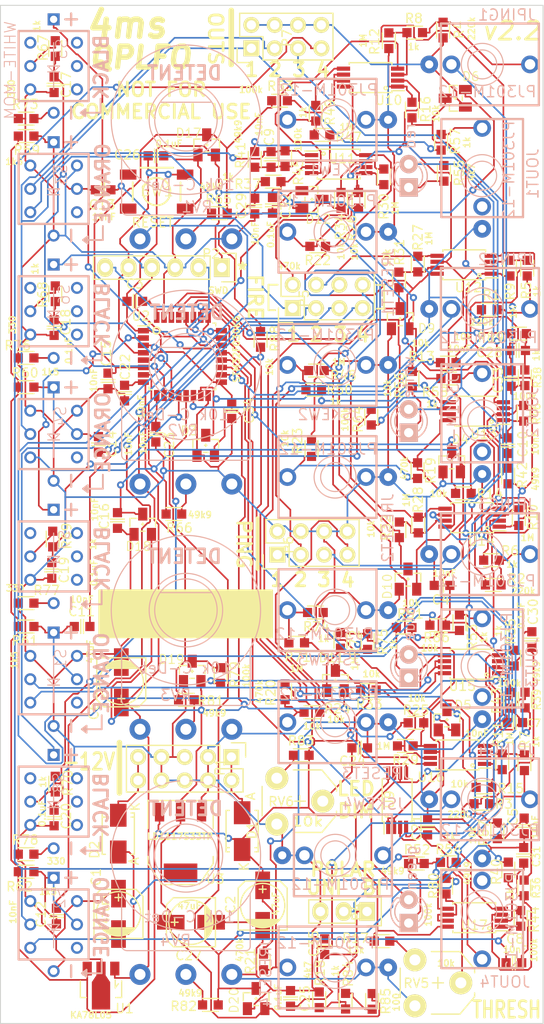
<source format=kicad_pcb>
(kicad_pcb (version 4) (host pcbnew 4.0.7)
  (layers (0 F.Cu signal) (31 B.Cu signal) (35 F.Paste user) (36 B.SilkS user hide) (37 F.SilkS user) (38 B.Mask user) (39 F.Mask user) (44 Edge.Cuts user))
  (net 0 "")
  (net 1 GND)
  (net 2 -12V)
  (net 3 +12V)
  (net 4 VAA)
  (net 5 "Net-(C7-Pad1)")
  (net 6 "Net-(C7-Pad2)")
  (net 7 "Net-(C8-Pad1)")
  (net 8 "Net-(C8-Pad2)")
  (net 9 "Net-(C9-Pad1)")
  (net 10 "Net-(C9-Pad2)")
  (net 11 "Net-(C10-Pad1)")
  (net 12 "Net-(C10-Pad2)")
  (net 13 "Net-(C11-Pad1)")
  (net 14 RESETMUTE3)
  (net 15 "Net-(C12-Pad1)")
  (net 16 RESETMUTE4)
  (net 17 "Net-(C13-Pad1)")
  (net 18 RESETMUTE1)
  (net 19 "Net-(C14-Pad1)")
  (net 20 RESETMUTE2)
  (net 21 SKEW1-ADC)
  (net 22 SKEW3-ADC)
  (net 23 TAP1)
  (net 24 TAP2)
  (net 25 TAP3)
  (net 26 TAP4)
  (net 27 "Net-(C21-Pad1)")
  (net 28 SKEW2-ADC)
  (net 29 SKEW4-ADC)
  (net 30 "Net-(C24-Pad1)")
  (net 31 Vthresh)
  (net 32 PING2)
  (net 33 PING3)
  (net 34 PING4)
  (net 35 PING1)
  (net 36 RESET2)
  (net 37 RESET3)
  (net 38 RESET4)
  (net 39 RESET1)
  (net 40 VLED)
  (net 41 TAPLED1)
  (net 42 TAPLED2)
  (net 43 TAPLED3)
  (net 44 TAPLED4)
  (net 45 PING2SW)
  (net 46 PING3SW)
  (net 47 PING4SW)
  (net 48 PING1SW)
  (net 49 Vpolar)
  (net 50 RESETMUTE1B)
  (net 51 RESETMUTE2B)
  (net 52 RESETMUTE3B)
  (net 53 RESETMUTE4B)
  (net 54 OUT1J)
  (net 55 OUT3J)
  (net 56 OUT4J)
  (net 57 OUT2J)
  (net 58 "Net-(R5-Pad1)")
  (net 59 "Net-(R10-Pad2)")
  (net 60 "Net-(R11-Pad2)")
  (net 61 "Net-(R12-Pad2)")
  (net 62 "Net-(R13-Pad1)")
  (net 63 "Net-(R10-Pad1)")
  (net 64 "Net-(R11-Pad1)")
  (net 65 "Net-(R12-Pad1)")
  (net 66 "Net-(R27-Pad1)")
  (net 67 "Net-(R28-Pad1)")
  (net 68 "Net-(R29-Pad1)")
  (net 69 "Net-(R30-Pad1)")
  (net 70 ENVRAW3)
  (net 71 ENVRAW4)
  (net 72 ENVRAW1)
  (net 73 ENVRAW2)
  (net 74 "Net-(R49-Pad1)")
  (net 75 "Net-(R50-Pad1)")
  (net 76 "Net-(R63-Pad2)")
  (net 77 "Net-(R64-Pad2)")
  (net 78 "Net-(R65-Pad2)")
  (net 79 "Net-(R66-Pad2)")
  (net 80 "Net-(R67-Pad2)")
  (net 81 "Net-(R68-Pad2)")
  (net 82 "Net-(R69-Pad2)")
  (net 83 "Net-(R70-Pad2)")
  (net 84 "Net-(R73-Pad2)")
  (net 85 "Net-(R74-Pad1)")
  (net 86 "Net-(R75-Pad1)")
  (net 87 "Net-(R76-Pad2)")
  (net 88 "Net-(R77-Pad2)")
  (net 89 "Net-(R78-Pad2)")
  (net 90 "Net-(R79-Pad2)")
  (net 91 "Net-(R80-Pad2)")
  (net 92 "Net-(R81-Pad2)")
  (net 93 "Net-(R82-Pad2)")
  (net 94 "Net-(R83-Pad1)")
  (net 95 "Net-(JOUT1-Pad1)")
  (net 96 "Net-(JOUT2-Pad1)")
  (net 97 "Net-(JOUT3-Pad1)")
  (net 98 "Net-(JOUT4-Pad1)")
  (net 99 "Net-(JPING1-Pad1)")
  (net 100 "Net-(JPING2-Pad1)")
  (net 101 "Net-(JPING3-Pad1)")
  (net 102 "Net-(JPING4-Pad1)")
  (net 103 "Net-(JRESET1-Pad1)")
  (net 104 "Net-(JRESET2-Pad1)")
  (net 105 "Net-(JRESET3-Pad1)")
  (net 106 "Net-(JRESET4-Pad1)")
  (net 107 "Net-(JSKEW1-Pad1)")
  (net 108 "Net-(JSKEW2-Pad1)")
  (net 109 "Net-(JSKEW3-Pad1)")
  (net 110 "Net-(JSKEW4-Pad1)")
  (net 111 "Net-(D1-Pad2)")
  (net 112 "Net-(D2-Pad1)")
  (net 113 "Net-(D13-Pad2)")
  (net 114 "Net-(D14-Pad2)")
  (net 115 "Net-(D15-Pad2)")
  (net 116 "Net-(D16-Pad2)")
  (net 117 +3V3)
  (net 118 "Net-(R17-Pad1)")
  (net 119 "Net-(R84-Pad2)")
  (net 120 /NRST)
  (net 121 "Net-(C4-Pad2)")
  (net 122 "Net-(C5-Pad2)")
  (net 123 "Net-(C28-Pad2)")
  (net 124 "Net-(C29-Pad2)")
  (net 125 "Net-(C30-Pad2)")
  (net 126 "Net-(C31-Pad2)")
  (net 127 "Net-(C32-Pad2)")
  (net 128 "Net-(C33-Pad2)")
  (net 129 "Net-(JOUT1-Pad3)")
  (net 130 "Net-(JOUT2-Pad3)")
  (net 131 "Net-(JOUT3-Pad3)")
  (net 132 "Net-(JOUT4-Pad3)")
  (net 133 "Net-(S8-Pad1)")
  (net 134 "Net-(S8-Pad2)")
  (net 135 "Net-(S8-Pad3)")
  (net 136 "Net-(S8-Pad4)")
  (net 137 "Net-(S7-Pad1)")
  (net 138 "Net-(S7-Pad2)")
  (net 139 "Net-(S7-Pad3)")
  (net 140 "Net-(S7-Pad4)")
  (net 141 "Net-(S6-Pad1)")
  (net 142 "Net-(S6-Pad2)")
  (net 143 "Net-(S6-Pad3)")
  (net 144 "Net-(S6-Pad4)")
  (net 145 "Net-(S5-Pad1)")
  (net 146 "Net-(S5-Pad2)")
  (net 147 "Net-(S5-Pad3)")
  (net 148 "Net-(S5-Pad4)")
  (net 149 "Net-(S4-Pad3)")
  (net 150 "Net-(S3-Pad3)")
  (net 151 "Net-(S2-Pad3)")
  (net 152 "Net-(S1-Pad3)")
  (net 153 "Net-(C35-Pad2)")
  (net 154 "Net-(P2-Pad2)")
  (module 4ms-footprints:R0603 (layer F.Cu) (at 73.3162 54.6989 180)
    (fp_text reference R1 (at -0.2168 1.6002 180) (layer F.SilkS))
    (fp_text value 220k (at 0.8255 -1.3462 180) (layer F.SilkS) (effects (font (size 0.7 0.7))))
    (pad 1 smd rect (at -0.85 0 180) (size 1 1) (layers F.Cu F.Paste F.Mask) (net 100 "Net-(JPING2-Pad1)"))
    (pad 2 smd rect (at 0.85 0 180) (size 1 1) (layers F.Cu F.Paste F.Mask) (net 1 GND))
  )
  (module Capacitors_SMD:c_elec_5x5.3 (layer F.Cu) (at 40.833 121.323 180)
    (fp_text reference C27 (at 0.25654 -3.6195 360) (layer F.SilkS))
    (fp_text value 47uF (at 0.1776 1.778 180) (layer F.SilkS) (effects (font (size 0.7 0.7))))
    (pad 1 smd rect (at 2.19964 0 180) (size 2.99974 1.6002) (layers F.Cu F.Paste F.Mask) (net 117 +3V3))
    (pad 2 smd rect (at -2.19964 0 180) (size 2.99974 1.6002) (layers F.Cu F.Paste F.Mask) (net 1 GND))
  )
  (module Capacitors_SMD:c_elec_5x5.3 (layer F.Cu) (at 32.9438 120.409 90)
    (fp_text reference C1 (at 4.0005 -2.4384 90) (layer F.SilkS))
    (fp_text value 47uF (at 0.2159 -1.3716 90) (layer F.SilkS) (effects (font (size 0.7 0.7))))
    (pad 1 smd rect (at 2.19964 0 90) (size 2.99974 1.6002) (layers F.Cu F.Paste F.Mask) (net 1 GND))
    (pad 2 smd rect (at -2.19964 0 90) (size 2.99974 1.6002) (layers F.Cu F.Paste F.Mask) (net 2 -12V))
  )
  (module Capacitors_SMD:c_elec_5x5.3 (layer F.Cu) (at 48.641 119.507 90)
    (fp_text reference C2 (at 0.1016 -3.4925 270) (layer F.SilkS))
    (fp_text value 47uF (at 0.1778 1.4224 270) (layer F.SilkS) (effects (font (size 0.7 0.7))))
    (pad 1 smd rect (at 2.19964 0 90) (size 2.99974 1.6002) (layers F.Cu F.Paste F.Mask) (net 3 +12V))
    (pad 2 smd rect (at -2.19964 0 90) (size 2.99974 1.6002) (layers F.Cu F.Paste F.Mask) (net 1 GND))
  )
  (module Capacitors_SMD:c_elec_5x5.3 (layer F.Cu) (at 33.2486 95.2246 270)
    (fp_text reference C6 (at 3.1369 2.9845 270) (layer F.SilkS))
    (fp_text value 47uF (at -3.3401 3.3655 270) (layer F.SilkS) (effects (font (size 0.7 0.7))))
    (pad 1 smd rect (at 2.19964 0 270) (size 2.99974 1.6002) (layers F.Cu F.Paste F.Mask) (net 4 VAA))
    (pad 2 smd rect (at -2.19964 0 270) (size 2.99974 1.6002) (layers F.Cu F.Paste F.Mask) (net 1 GND))
  )
  (module 4ms-main-parts:PJ301M-12-FIX (layer B.Cu) (at 72.5424 40.132 270)
    (fp_text reference JOUT1 (at -3.0734 -6.223 270) (layer B.SilkS) (effects (font (size 1.2065 1.2065) (thickness 0.1524)) (justify left bottom mirror)))
    (fp_text value PJ301M-12 (at -6.096 -3.5941 270) (layer B.SilkS) (effects (font (size 1.2065 1.2065) (thickness 0.1524)) (justify left bottom mirror)))
    (pad 1 thru_hole circle (at -5.207 0 270) (size 1.9304 1.9304) (drill 1.143) (layers *.Cu *.Mask) (net 95 "Net-(JOUT1-Pad1)"))
    (pad 2 thru_hole circle (at 5.7658 0 270) (size 1.9304 1.9304) (drill 0.889) (layers *.Cu *.Mask) (net 1 GND))
    (pad 3 thru_hole circle (at 3.3528 0 270) (size 1.9304 1.9304) (drill 1.143) (layers *.Cu *.Mask) (net 129 "Net-(JOUT1-Pad3)"))
  )
  (module 4ms-main-parts:PJ301M-12-FIX (layer B.Cu) (at 72.5424 66.802 270)
    (fp_text reference JOUT2 (at -3.7465 -6.1976 270) (layer B.SilkS) (effects (font (size 1.2065 1.2065) (thickness 0.1524)) (justify left bottom mirror)))
    (fp_text value PJ301M-12 (at -6.35 2.4384 270) (layer B.SilkS) (effects (font (size 1.2065 1.2065) (thickness 0.1524)) (justify left bottom mirror)))
    (pad 1 thru_hole circle (at -5.207 0 270) (size 1.9304 1.9304) (drill 1.143) (layers *.Cu *.Mask) (net 96 "Net-(JOUT2-Pad1)"))
    (pad 2 thru_hole circle (at 5.7658 0 270) (size 1.9304 1.9304) (drill 0.889) (layers *.Cu *.Mask) (net 1 GND))
    (pad 3 thru_hole circle (at 3.3528 0 270) (size 1.9304 1.9304) (drill 1.143) (layers *.Cu *.Mask) (net 130 "Net-(JOUT2-Pad3)"))
  )
  (module 4ms-main-parts:PJ301M-12-FIX (layer B.Cu) (at 72.5424 93.472 270)
    (fp_text reference JOUT3 (at -3.2385 -6.1341 270) (layer B.SilkS) (effects (font (size 1.2065 1.2065) (thickness 0.1524)) (justify left bottom mirror)))
    (fp_text value PJ301M-12 (at -5.969 -3.4036 270) (layer B.SilkS) (effects (font (size 1.2065 1.2065) (thickness 0.1524)) (justify left bottom mirror)))
    (pad 1 thru_hole circle (at -5.207 0 270) (size 1.9304 1.9304) (drill 1.143) (layers *.Cu *.Mask) (net 97 "Net-(JOUT3-Pad1)"))
    (pad 2 thru_hole circle (at 5.7658 0 270) (size 1.9304 1.9304) (drill 0.889) (layers *.Cu *.Mask) (net 1 GND))
    (pad 3 thru_hole circle (at 3.3528 0 270) (size 1.9304 1.9304) (drill 1.143) (layers *.Cu *.Mask) (net 131 "Net-(JOUT3-Pad3)"))
  )
  (module 4ms-main-parts:PJ301M-12-FIX (layer B.Cu) (at 72.5424 120.142 90)
    (fp_text reference JOUT4 (at -8.382 5.334 180) (layer B.SilkS) (effects (font (size 1.2065 1.2065) (thickness 0.1524)) (justify left bottom mirror)))
    (fp_text value PJ301M-12 (at 4.3942 3.937 90) (layer B.SilkS) (effects (font (size 1.2065 1.2065) (thickness 0.1524)) (justify left bottom mirror)))
    (pad 1 thru_hole circle (at -5.207 0 90) (size 1.9304 1.9304) (drill 1.143) (layers *.Cu *.Mask) (net 98 "Net-(JOUT4-Pad1)"))
    (pad 2 thru_hole circle (at 5.7658 0 90) (size 1.9304 1.9304) (drill 0.889) (layers *.Cu *.Mask) (net 1 GND))
    (pad 3 thru_hole circle (at 3.3528 0 90) (size 1.9304 1.9304) (drill 1.143) (layers *.Cu *.Mask) (net 132 "Net-(JOUT4-Pad3)"))
  )
  (module 4ms-main-parts:PJ301M-12-FIX (layer B.Cu) (at 72.5424 28.0162 180)
    (fp_text reference JPING1 (at -5.9436 4.6736 180) (layer B.SilkS) (effects (font (size 1.2065 1.2065) (thickness 0.1524)) (justify left bottom mirror)))
    (fp_text value PJ301M-12 (at -6.0071 -3.6703 180) (layer B.SilkS) (effects (font (size 1.2065 1.2065) (thickness 0.1524)) (justify left bottom mirror)))
    (pad 1 thru_hole circle (at -5.207 0 180) (size 1.9304 1.9304) (drill 1.143) (layers *.Cu *.Mask) (net 99 "Net-(JPING1-Pad1)"))
    (pad 2 thru_hole circle (at 5.7658 0 180) (size 1.9304 1.9304) (drill 0.889) (layers *.Cu *.Mask) (net 1 GND))
    (pad 3 thru_hole circle (at 3.3528 0 180) (size 1.9304 1.9304) (drill 1.143) (layers *.Cu *.Mask) (net 48 PING1SW))
  )
  (module 4ms-main-parts:PJ301M-12-FIX (layer B.Cu) (at 72.5424 54.61 180)
    (fp_text reference JPING2 (at -5.9436 4.6736 180) (layer B.SilkS) (effects (font (size 1.2065 1.2065) (thickness 0.1524)) (justify left bottom mirror)))
    (fp_text value PJ301M-12 (at -6.1341 -3.81 180) (layer B.SilkS) (effects (font (size 1.2065 1.2065) (thickness 0.1524)) (justify left bottom mirror)))
    (pad 1 thru_hole circle (at -5.207 0 180) (size 1.9304 1.9304) (drill 1.143) (layers *.Cu *.Mask) (net 100 "Net-(JPING2-Pad1)"))
    (pad 2 thru_hole circle (at 5.7658 0 180) (size 1.9304 1.9304) (drill 0.889) (layers *.Cu *.Mask) (net 1 GND))
    (pad 3 thru_hole circle (at 3.3528 0 180) (size 1.9304 1.9304) (drill 1.143) (layers *.Cu *.Mask) (net 45 PING2SW))
  )
  (module 4ms-main-parts:PJ301M-12-FIX (layer B.Cu) (at 72.5424 81.28 180)
    (fp_text reference JPING3 (at -5.9436 4.6736 180) (layer B.SilkS) (effects (font (size 1.2065 1.2065) (thickness 0.1524)) (justify left bottom mirror)))
    (fp_text value PJ301M-12 (at -5.9436 -3.6195 180) (layer B.SilkS) (effects (font (size 1.2065 1.2065) (thickness 0.1524)) (justify left bottom mirror)))
    (pad 1 thru_hole circle (at -5.207 0 180) (size 1.9304 1.9304) (drill 1.143) (layers *.Cu *.Mask) (net 101 "Net-(JPING3-Pad1)"))
    (pad 2 thru_hole circle (at 5.7658 0 180) (size 1.9304 1.9304) (drill 0.889) (layers *.Cu *.Mask) (net 1 GND))
    (pad 3 thru_hole circle (at 3.3528 0 180) (size 1.9304 1.9304) (drill 1.143) (layers *.Cu *.Mask) (net 46 PING3SW))
  )
  (module 4ms-main-parts:PJ301M-12-FIX (layer B.Cu) (at 72.5424 107.95 180)
    (fp_text reference JPING4 (at -5.9436 4.6736 180) (layer B.SilkS) (effects (font (size 1.2065 1.2065) (thickness 0.1524)) (justify left bottom mirror)))
    (fp_text value PJ301M-12 (at -6.3246 -4.064 180) (layer B.SilkS) (effects (font (size 1.2065 1.2065) (thickness 0.1524)) (justify left bottom mirror)))
    (pad 1 thru_hole circle (at -5.207 0 180) (size 1.9304 1.9304) (drill 1.143) (layers *.Cu *.Mask) (net 102 "Net-(JPING4-Pad1)"))
    (pad 2 thru_hole circle (at 5.7658 0 180) (size 1.9304 1.9304) (drill 0.889) (layers *.Cu *.Mask) (net 1 GND))
    (pad 3 thru_hole circle (at 3.3528 0 180) (size 1.9304 1.9304) (drill 1.143) (layers *.Cu *.Mask) (net 47 PING4SW))
  )
  (module 4ms-main-parts:PJ301M-12-FIX (layer B.Cu) (at 56.5404 46.228)
    (fp_text reference JRESET1 (at 6.477 1.651 90) (layer B.SilkS) (effects (font (size 1.2065 1.2065) (thickness 0.1524)) (justify left bottom mirror)))
    (fp_text value PJ301M-12 (at 4.6101 -2.667) (layer B.SilkS) (effects (font (size 1.2065 1.2065) (thickness 0.1524)) (justify left bottom mirror)))
    (pad 1 thru_hole circle (at -5.207 0) (size 1.9304 1.9304) (drill 1.143) (layers *.Cu *.Mask) (net 103 "Net-(JRESET1-Pad1)"))
    (pad 2 thru_hole circle (at 5.7658 0) (size 1.9304 1.9304) (drill 0.889) (layers *.Cu *.Mask) (net 1 GND))
    (pad 3 thru_hole circle (at 3.3528 0) (size 1.9304 1.9304) (drill 1.143) (layers *.Cu *.Mask) (net 1 GND))
  )
  (module 4ms-main-parts:PJ301M-12-FIX (layer B.Cu) (at 56.5404 72.898)
    (fp_text reference JRESET2 (at 6.4262 1.6764 90) (layer B.SilkS) (effects (font (size 1.2065 1.2065) (thickness 0.1524)) (justify left bottom mirror)))
    (fp_text value PJ301M-12 (at 4.6736 -2.3495) (layer B.SilkS) (effects (font (size 1.2065 1.2065) (thickness 0.1524)) (justify left bottom mirror)))
    (pad 1 thru_hole circle (at -5.207 0) (size 1.9304 1.9304) (drill 1.143) (layers *.Cu *.Mask) (net 104 "Net-(JRESET2-Pad1)"))
    (pad 2 thru_hole circle (at 5.7658 0) (size 1.9304 1.9304) (drill 0.889) (layers *.Cu *.Mask) (net 1 GND))
    (pad 3 thru_hole circle (at 3.3528 0) (size 1.9304 1.9304) (drill 1.143) (layers *.Cu *.Mask) (net 1 GND))
  )
  (module 4ms-main-parts:PJ301M-12-FIX (layer B.Cu) (at 56.5404 99.568)
    (fp_text reference JRESET3 (at 8.3312 6.2738) (layer B.SilkS) (effects (font (size 1.2065 1.2065) (thickness 0.1524)) (justify left bottom mirror)))
    (fp_text value PJ301M-12 (at 4.7371 -2.3495) (layer B.SilkS) (effects (font (size 1.2065 1.2065) (thickness 0.1524)) (justify left bottom mirror)))
    (pad 1 thru_hole circle (at -5.207 0) (size 1.9304 1.9304) (drill 1.143) (layers *.Cu *.Mask) (net 105 "Net-(JRESET3-Pad1)"))
    (pad 2 thru_hole circle (at 5.7658 0) (size 1.9304 1.9304) (drill 0.889) (layers *.Cu *.Mask) (net 1 GND))
    (pad 3 thru_hole circle (at 3.3528 0) (size 1.9304 1.9304) (drill 1.143) (layers *.Cu *.Mask) (net 1 GND))
  )
  (module 4ms-main-parts:PJ301M-12-FIX (layer B.Cu) (at 56.5404 126.238)
    (fp_text reference JRESET4 (at -6.858 -3.302 90) (layer B.SilkS) (effects (font (size 1.2065 1.2065) (thickness 0.1524)) (justify left bottom mirror)))
    (fp_text value PJ301M-12 (at 4.4196 -1.9685) (layer B.SilkS) (effects (font (size 1.2065 1.2065) (thickness 0.1524)) (justify left bottom mirror)))
    (pad 1 thru_hole circle (at -5.207 0) (size 1.9304 1.9304) (drill 1.143) (layers *.Cu *.Mask) (net 106 "Net-(JRESET4-Pad1)"))
    (pad 2 thru_hole circle (at 5.7658 0) (size 1.9304 1.9304) (drill 0.889) (layers *.Cu *.Mask) (net 1 GND))
    (pad 3 thru_hole circle (at 3.3528 0) (size 1.9304 1.9304) (drill 1.143) (layers *.Cu *.Mask) (net 1 GND))
  )
  (module 4ms-main-parts:PJ301M-12-FIX (layer B.Cu) (at 56.5404 34.036)
    (fp_text reference JSKEW1 (at 4.0386 6.1468) (layer B.SilkS) (effects (font (size 1.2065 1.2065) (thickness 0.1524)) (justify left bottom mirror)))
    (fp_text value PJ301M-12 (at 4.7371 -2.54) (layer B.SilkS) (effects (font (size 1.2065 1.2065) (thickness 0.1524)) (justify left bottom mirror)))
    (pad 1 thru_hole circle (at -5.207 0) (size 1.9304 1.9304) (drill 1.143) (layers *.Cu *.Mask) (net 107 "Net-(JSKEW1-Pad1)"))
    (pad 2 thru_hole circle (at 5.7658 0) (size 1.9304 1.9304) (drill 0.889) (layers *.Cu *.Mask) (net 1 GND))
    (pad 3 thru_hole circle (at 3.3528 0) (size 1.9304 1.9304) (drill 1.143) (layers *.Cu *.Mask) (net 1 GND))
  )
  (module 4ms-main-parts:PJ301M-12-FIX (layer B.Cu) (at 56.5404 60.706)
    (fp_text reference JSKEW2 (at 2.8956 6.096) (layer B.SilkS) (effects (font (size 1.2065 1.2065) (thickness 0.1524)) (justify left bottom mirror)))
    (fp_text value PJ301M-12 (at 4.4196 -2.54) (layer B.SilkS) (effects (font (size 1.2065 1.2065) (thickness 0.1524)) (justify left bottom mirror)))
    (pad 1 thru_hole circle (at -5.207 0) (size 1.9304 1.9304) (drill 1.143) (layers *.Cu *.Mask) (net 108 "Net-(JSKEW2-Pad1)"))
    (pad 2 thru_hole circle (at 5.7658 0) (size 1.9304 1.9304) (drill 0.889) (layers *.Cu *.Mask) (net 1 GND))
    (pad 3 thru_hole circle (at 3.3528 0) (size 1.9304 1.9304) (drill 1.143) (layers *.Cu *.Mask) (net 1 GND))
  )
  (module 4ms-main-parts:PJ301M-12-FIX (layer B.Cu) (at 56.5404 87.376)
    (fp_text reference JSKEW3 (at 2.8956 6.096) (layer B.SilkS) (effects (font (size 1.2065 1.2065) (thickness 0.1524)) (justify left bottom mirror)))
    (fp_text value PJ301M-12 (at 4.2926 3.302) (layer B.SilkS) (effects (font (size 1.2065 1.2065) (thickness 0.1524)) (justify left bottom mirror)))
    (pad 1 thru_hole circle (at -5.207 0) (size 1.9304 1.9304) (drill 1.143) (layers *.Cu *.Mask) (net 109 "Net-(JSKEW3-Pad1)"))
    (pad 2 thru_hole circle (at 5.7658 0) (size 1.9304 1.9304) (drill 0.889) (layers *.Cu *.Mask) (net 1 GND))
    (pad 3 thru_hole circle (at 3.3528 0) (size 1.9304 1.9304) (drill 1.143) (layers *.Cu *.Mask) (net 1 GND))
  )
  (module 4ms-main-parts:PJ301M-12-FIX (layer B.Cu) (at 56.5404 114.046 180)
    (fp_text reference JSKEW4 (at -7.7724 4.8768 180) (layer B.SilkS) (effects (font (size 1.2065 1.2065) (thickness 0.1524)) (justify left bottom mirror)))
    (fp_text value PJ301M-12 (at -6.0198 -3.8354 180) (layer B.SilkS) (effects (font (size 1.2065 1.2065) (thickness 0.1524)) (justify left bottom mirror)))
    (pad 1 thru_hole circle (at -5.207 0 180) (size 1.9304 1.9304) (drill 1.143) (layers *.Cu *.Mask) (net 110 "Net-(JSKEW4-Pad1)"))
    (pad 2 thru_hole circle (at 5.7658 0 180) (size 1.9304 1.9304) (drill 0.889) (layers *.Cu *.Mask) (net 1 GND))
    (pad 3 thru_hole circle (at 3.3528 0 180) (size 1.9304 1.9304) (drill 1.143) (layers *.Cu *.Mask) (net 1 GND))
  )
  (module Pin_Headers:Pin_Header_Straight_1x03 (layer F.Cu) (at 60.0075 120.155 270)
    (fp_text reference P4 (at 0.0635 1.0795 270) (layer F.SilkS))
    (fp_text value HEADER-MALE-1X3-TH hide)
    (pad 1 thru_hole rect (at 0 0 270) (size 2.032 1.7272) (drill 1.016) (layers *.Cu *.Mask F.SilkS) (net 153 "Net-(C35-Pad2)"))
    (pad 2 thru_hole oval (at 0 2.54 270) (size 2.032 1.7272) (drill 1.016) (layers *.Cu *.Mask F.SilkS) (net 49 Vpolar))
    (pad 3 thru_hole oval (at 0 5.08 270) (size 2.032 1.7272) (drill 1.016) (layers *.Cu *.Mask F.SilkS) (net 1 GND))
  )
  (module 4ms-main-parts:16MM-RV16AF-4A (layer B.Cu) (at 40.2844 34.036 180)
    (fp_text reference RV1 (at 0.5969 -8.763 180) (layer B.SilkS) (effects (font (size 1.2065 1.2065) (thickness 0.1524)) (justify right top mirror)))
    (fp_text value "10k C-Det" (at 4.5974 -6.35 180) (layer B.SilkS) (effects (font (size 1.2065 1.2065) (thickness 0.1524)) (justify right top mirror)))
    (pad 1 thru_hole circle (at -5 -12.954 90) (size 2.286 2.286) (drill 1.2) (layers *.Cu *.Mask) (net 1 GND))
    (pad 2 thru_hole circle (at 0 -12.954 90) (size 2.286 2.286) (drill 1.2) (layers *.Cu *.Mask) (net 78 "Net-(R65-Pad2)"))
    (pad 3 thru_hole circle (at 5 -12.954 90) (size 2.286 2.286) (drill 1.2) (layers *.Cu *.Mask) (net 4 VAA))
  )
  (module 4ms-main-parts:16MM-RV16AF-4A (layer B.Cu) (at 40.2844 60.706 180)
    (fp_text reference RV2 (at 2.1209 -6.4135 180) (layer B.SilkS) (effects (font (size 1.2065 1.2065) (thickness 0.1524)) (justify right top mirror)))
    (fp_text value "10k C-Det" (at 5.2324 -4.699 180) (layer B.SilkS) (effects (font (size 1.2065 1.2065) (thickness 0.1524)) (justify right top mirror)))
    (pad 1 thru_hole circle (at -5 -12.954 90) (size 2.286 2.286) (drill 1.2) (layers *.Cu *.Mask) (net 1 GND))
    (pad 2 thru_hole circle (at 0 -12.954 90) (size 2.286 2.286) (drill 1.2) (layers *.Cu *.Mask) (net 79 "Net-(R66-Pad2)"))
    (pad 3 thru_hole circle (at 5 -12.954 90) (size 2.286 2.286) (drill 1.2) (layers *.Cu *.Mask) (net 4 VAA))
  )
  (module 4ms-main-parts:16MM-RV16AF-4A (layer B.Cu) (at 40.2844 87.376 180)
    (fp_text reference RV3 (at 2.913 -8.551 180) (layer B.SilkS) (effects (font (size 1.2065 1.2065) (thickness 0.1524)) (justify right top mirror)))
    (fp_text value "10k C-Det" (at 4.9784 -5.588 180) (layer B.SilkS) (effects (font (size 1.2065 1.2065) (thickness 0.1524)) (justify right top mirror)))
    (pad 1 thru_hole circle (at -5 -12.954 90) (size 2.286 2.286) (drill 1.2) (layers *.Cu *.Mask) (net 1 GND))
    (pad 2 thru_hole circle (at 0 -12.954 90) (size 2.286 2.286) (drill 1.2) (layers *.Cu *.Mask) (net 92 "Net-(R81-Pad2)"))
    (pad 3 thru_hole circle (at 5 -12.954 90) (size 2.286 2.286) (drill 1.2) (layers *.Cu *.Mask) (net 4 VAA))
  )
  (module 4ms-main-parts:16MM-RV16AF-4A (layer B.Cu) (at 40.2844 114.046 180)
    (fp_text reference RV4 (at 2.913 -8.551 180) (layer B.SilkS) (effects (font (size 1.2065 1.2065) (thickness 0.1524)) (justify right top mirror)))
    (fp_text value "10k C-Det" (at 4.5974 -5.969 180) (layer B.SilkS) (effects (font (size 1.2065 1.2065) (thickness 0.1524)) (justify right top mirror)))
    (pad 1 thru_hole circle (at -5 -12.954 90) (size 2.286 2.286) (drill 1.2) (layers *.Cu *.Mask) (net 1 GND))
    (pad 2 thru_hole circle (at 0 -12.954 90) (size 2.286 2.286) (drill 1.2) (layers *.Cu *.Mask) (net 93 "Net-(R82-Pad2)"))
    (pad 3 thru_hole circle (at 5 -12.954 90) (size 2.286 2.286) (drill 1.2) (layers *.Cu *.Mask) (net 4 VAA))
  )
  (module Potentiometers:Potentiometer_VishaySpectrol-Econtrim-Type36M (layer F.Cu) (at 65.2196 125.415 270)
    (fp_text reference RV5 (at 2.54 -0.1524 360) (layer F.SilkS))
    (fp_text value 10k (at 0.36576 -3.37312 360) (layer F.SilkS) (effects (font (size 0.7 0.7))))
    (pad 2 thru_hole circle (at 2.49936 -4.99872 270) (size 2.49936 2.49936) (drill 1.19888) (layers *.Cu *.Mask F.SilkS) (net 27 "Net-(C21-Pad1)"))
    (pad 3 thru_hole circle (at 4.99872 0 270) (size 2.49936 2.49936) (drill 1.19888) (layers *.Cu *.Mask F.SilkS) (net 1 GND))
    (pad 1 thru_hole circle (at 0 0 270) (size 2.49936 2.49936) (drill 1.19888) (layers *.Cu *.Mask F.SilkS) (net 118 "Net-(R17-Pad1)"))
  )
  (module Potentiometers:Potentiometer_VishaySpectrol-Econtrim-Type36M (layer F.Cu) (at 50.1828 105.654 270)
    (fp_text reference RV6 (at 2.55016 -0.47752 360) (layer F.SilkS))
    (fp_text value 10k (at 4.7215 -3.3096 360) (layer F.SilkS) (effects (font (size 1 1.27) (thickness 0.2032))))
    (pad 2 thru_hole circle (at 2.49936 -4.99872 270) (size 2.49936 2.49936) (drill 1.19888) (layers *.Cu *.Mask F.SilkS) (net 30 "Net-(C24-Pad1)"))
    (pad 3 thru_hole circle (at 4.99872 0 270) (size 2.49936 2.49936) (drill 1.19888) (layers *.Cu *.Mask F.SilkS) (net 1 GND))
    (pad 1 thru_hole circle (at 0 0 270) (size 2.49936 2.49936) (drill 1.19888) (layers *.Cu *.Mask F.SilkS) (net 94 "Net-(R83-Pad1)"))
  )
  (module 4ms-footprints:SOT23 (layer F.Cu) (at 42.4409 69.4485)
    (fp_text reference D3 (at -2.8194 -1.016) (layer F.SilkS) (effects (font (size 0.9652 0.9652) (thickness 0.12192)) (justify left bottom)))
    (fp_text value BAT54S hide)
    (pad 3 smd rect (at 0 -1.1) (size 1 1.4) (layers F.Cu F.Paste F.Mask) (net 32 PING2))
    (pad 2 smd rect (at 0.95 1.1) (size 1 1.4) (layers F.Cu F.Paste F.Mask) (net 117 +3V3))
    (pad 1 smd rect (at -0.95 1.1) (size 1 1.4) (layers F.Cu F.Paste F.Mask) (net 1 GND))
  )
  (module 4ms-footprints:SOT23 (layer F.Cu) (at 69.2252 71.2392)
    (fp_text reference D4 (at -0.0864 -1.8718) (layer F.SilkS) (effects (font (size 0.9652 0.9652) (thickness 0.12192)) (justify left bottom)))
    (fp_text value BAT54S hide)
    (pad 3 smd rect (at 0 -1.1) (size 1 1.4) (layers F.Cu F.Paste F.Mask) (net 33 PING3))
    (pad 2 smd rect (at 0.95 1.1) (size 1 1.4) (layers F.Cu F.Paste F.Mask) (net 117 +3V3))
    (pad 1 smd rect (at -0.95 1.1) (size 1 1.4) (layers F.Cu F.Paste F.Mask) (net 1 GND))
  )
  (module 4ms-footprints:SOT23 (layer F.Cu) (at 68.7095 99.3062)
    (fp_text reference D5 (at 0.7264 -1.0336) (layer F.SilkS) (effects (font (size 0.9652 0.9652) (thickness 0.12192)) (justify left bottom)))
    (fp_text value BAT54S hide)
    (pad 3 smd rect (at 0 -1.1) (size 1 1.4) (layers F.Cu F.Paste F.Mask) (net 34 PING4))
    (pad 2 smd rect (at 0.95 1.1) (size 1 1.4) (layers F.Cu F.Paste F.Mask) (net 117 +3V3))
    (pad 1 smd rect (at -0.95 1.1) (size 1 1.4) (layers F.Cu F.Paste F.Mask) (net 1 GND))
  )
  (module 4ms-footprints:SOT23 (layer F.Cu) (at 69.6136 31.7017 90)
    (fp_text reference D6 (at 1.8059 0.6682 180) (layer F.SilkS) (effects (font (size 0.9652 0.9652) (thickness 0.12192)) (justify left bottom)))
    (fp_text value BAT54S hide)
    (pad 3 smd rect (at 0 -1.1 90) (size 1 1.4) (layers F.Cu F.Paste F.Mask) (net 35 PING1))
    (pad 2 smd rect (at 0.95 1.1 90) (size 1 1.4) (layers F.Cu F.Paste F.Mask) (net 117 +3V3))
    (pad 1 smd rect (at -0.95 1.1 90) (size 1 1.4) (layers F.Cu F.Paste F.Mask) (net 1 GND))
  )
  (module 4ms-footprints:SOT23 (layer F.Cu) (at 63.6168 55.669)
    (fp_text reference D9 (at 1.8517 1.6207) (layer F.SilkS) (effects (font (size 0.9652 0.9652) (thickness 0.12192)) (justify left bottom)))
    (fp_text value BAT54S hide)
    (pad 3 smd rect (at 0 -1.1) (size 1 1.4) (layers F.Cu F.Paste F.Mask) (net 36 RESET2))
    (pad 2 smd rect (at 0.95 1.1) (size 1 1.4) (layers F.Cu F.Paste F.Mask) (net 117 +3V3))
    (pad 1 smd rect (at -0.95 1.1) (size 1 1.4) (layers F.Cu F.Paste F.Mask) (net 1 GND))
  )
  (module 4ms-footprints:SOT23 (layer F.Cu) (at 64.4652 83.9978)
    (fp_text reference D10 (at -1.6764 2.286 90) (layer F.SilkS) (effects (font (size 0.9652 0.9652) (thickness 0.12192)) (justify left bottom)))
    (fp_text value BAT54S hide)
    (pad 3 smd rect (at 0 -1.1) (size 1 1.4) (layers F.Cu F.Paste F.Mask) (net 37 RESET3))
    (pad 2 smd rect (at 0.95 1.1) (size 1 1.4) (layers F.Cu F.Paste F.Mask) (net 117 +3V3))
    (pad 1 smd rect (at -0.95 1.1) (size 1 1.4) (layers F.Cu F.Paste F.Mask) (net 1 GND))
  )
  (module 4ms-footprints:SOT23 (layer F.Cu) (at 56.5658 95.0292)
    (fp_text reference D11 (at -1.905 -1.905) (layer F.SilkS) (effects (font (size 0.9652 0.9652) (thickness 0.12192)) (justify left bottom)))
    (fp_text value BAT54S hide)
    (pad 3 smd rect (at 0 -1.1) (size 1 1.4) (layers F.Cu F.Paste F.Mask) (net 38 RESET4))
    (pad 2 smd rect (at 0.95 1.1) (size 1 1.4) (layers F.Cu F.Paste F.Mask) (net 117 +3V3))
    (pad 1 smd rect (at -0.95 1.1) (size 1 1.4) (layers F.Cu F.Paste F.Mask) (net 1 GND))
  )
  (module 4ms-footprints:SOT23 (layer F.Cu) (at 54.0131 42.6974 270)
    (fp_text reference D12 (at 2.7178 0.8001 360) (layer F.SilkS) (effects (font (size 0.9652 0.9652) (thickness 0.12192)) (justify left bottom)))
    (fp_text value BAT54S hide)
    (pad 3 smd rect (at 0 -1.1 270) (size 1 1.4) (layers F.Cu F.Paste F.Mask) (net 39 RESET1))
    (pad 2 smd rect (at 0.95 1.1 270) (size 1 1.4) (layers F.Cu F.Paste F.Mask) (net 117 +3V3))
    (pad 1 smd rect (at -0.95 1.1 270) (size 1 1.4) (layers F.Cu F.Paste F.Mask) (net 1 GND))
  )
  (module 4ms-footprints:SOT23 (layer F.Cu) (at 42.5475 36.7714)
    (fp_text reference D17 (at -3.4569 -0.7288) (layer F.SilkS) (effects (font (size 0.9652 0.9652) (thickness 0.12192)) (justify left bottom)))
    (fp_text value BAT54S hide)
    (pad 3 smd rect (at 0 -1.1) (size 1 1.4) (layers F.Cu F.Paste F.Mask) (net 21 SKEW1-ADC))
    (pad 2 smd rect (at 0.95 1.1) (size 1 1.4) (layers F.Cu F.Paste F.Mask) (net 117 +3V3))
    (pad 1 smd rect (at -0.95 1.1) (size 1 1.4) (layers F.Cu F.Paste F.Mask) (net 1 GND))
  )
  (module 4ms-footprints:SOT23 (layer F.Cu) (at 35.5854 78.0288)
    (fp_text reference D18 (at -1.9558 2.9718) (layer F.SilkS) (effects (font (size 0.9652 0.9652) (thickness 0.12192)) (justify left bottom)))
    (fp_text value BAT54S hide)
    (pad 3 smd rect (at 0 -1.1) (size 1 1.4) (layers F.Cu F.Paste F.Mask) (net 28 SKEW2-ADC))
    (pad 2 smd rect (at 0.95 1.1) (size 1 1.4) (layers F.Cu F.Paste F.Mask) (net 117 +3V3))
    (pad 1 smd rect (at -0.95 1.1) (size 1 1.4) (layers F.Cu F.Paste F.Mask) (net 1 GND))
  )
  (module 4ms-footprints:SOT23 (layer F.Cu) (at 40.9702 94.0308)
    (fp_text reference D19 (at -3.7338 -0.7366) (layer F.SilkS) (effects (font (size 0.9652 0.9652) (thickness 0.12192)) (justify left bottom)))
    (fp_text value BAT54S hide)
    (pad 3 smd rect (at 0 -1.1) (size 1 1.4) (layers F.Cu F.Paste F.Mask) (net 22 SKEW3-ADC))
    (pad 2 smd rect (at 0.95 1.1) (size 1 1.4) (layers F.Cu F.Paste F.Mask) (net 117 +3V3))
    (pad 1 smd rect (at -0.95 1.1) (size 1 1.4) (layers F.Cu F.Paste F.Mask) (net 1 GND))
  )
  (module 4ms-footprints:SOT23 (layer F.Cu) (at 47.9298 129.624)
    (fp_text reference D20 (at -1.8415 1.694 90) (layer F.SilkS) (effects (font (size 0.9652 0.9652) (thickness 0.12192)) (justify left bottom)))
    (fp_text value BAT54S hide)
    (pad 3 smd rect (at 0 -1.1) (size 1 1.4) (layers F.Cu F.Paste F.Mask) (net 29 SKEW4-ADC))
    (pad 2 smd rect (at 0.95 1.1) (size 1 1.4) (layers F.Cu F.Paste F.Mask) (net 117 +3V3))
    (pad 1 smd rect (at -0.95 1.1) (size 1 1.4) (layers F.Cu F.Paste F.Mask) (net 1 GND))
  )
  (module Diodes_SMD:Diode-SMA_Standard (layer F.Cu) (at 46.4058 111.412 90)
    (fp_text reference D1 (at 0.08382 1.0668 90) (layer F.SilkS))
    (fp_text value B140 hide)
    (fp_text user K (at -3.85318 0.2159 90) (layer F.SilkS))
    (fp_text user A (at 3.79222 0.9017 90) (layer F.SilkS))
    (pad 1 smd rect (at -1.99898 0 90) (size 2.49936 1.80086) (layers F.Cu F.Paste F.Mask) (net 3 +12V))
    (pad 2 smd rect (at 1.99898 0 90) (size 2.49936 1.80086) (layers F.Cu F.Paste F.Mask) (net 111 "Net-(D1-Pad2)"))
  )
  (module Diodes_SMD:Diode-SMA_Standard (layer F.Cu) (at 32.9184 111.684 270)
    (fp_text reference D2 (at 1.7526 2.5781 270) (layer F.SilkS))
    (fp_text value B140 hide)
    (fp_text user K (at -2.9337 -1.8161 270) (layer F.SilkS))
    (fp_text user A (at 2.9972 -1.7145 270) (layer F.SilkS))
    (pad 1 smd rect (at -1.99898 0 270) (size 2.49936 1.80086) (layers F.Cu F.Paste F.Mask) (net 112 "Net-(D2-Pad1)"))
    (pad 2 smd rect (at 1.99898 0 270) (size 2.49936 1.80086) (layers F.Cu F.Paste F.Mask) (net 2 -12V))
  )
  (module Housings_SOT-89:SOT89-3_Housing (layer F.Cu) (at 31.0388 128.212 180)
    (fp_text reference U1 (at -2.5654 -2.4964 180) (layer F.SilkS))
    (fp_text value KA78L05 (at 1.0922 -3.2076 180) (layer F.SilkS) (effects (font (size 0.7 0.7))))
    (pad 1 smd rect (at -1.50114 1.85166 180) (size 1.00076 1.50114) (layers F.Cu F.Paste F.Mask) (net 4 VAA))
    (pad 2 smd rect (at 0 1.85166 180) (size 1.00076 1.50114) (layers F.Cu F.Paste F.Mask) (net 1 GND))
    (pad 3 smd rect (at 1.50114 1.85166 180) (size 1.00076 1.50114) (layers F.Cu F.Paste F.Mask) (net 3 +12V))
    (pad 2 smd rect (at 0 -1.09982 180) (size 1.99898 2.99974) (layers F.Cu F.Paste F.Mask) (net 1 GND))
    (pad 2 smd trapezoid (at 0 0.7493) (size 1.50114 0.7493) (rect_delta 0 0.50038) (layers F.Cu F.Paste F.Mask) (net 1 GND))
  )
  (module Housings_QFP:LQFP-32_7x7mm_Pitch0.8mm (layer F.Cu) (at 39.9034 59.7789)
    (fp_text reference U2 (at -4.5212 -4.3942) (layer F.SilkS))
    (fp_text value STM32F030K6 (at 5.8928 -0.8001 90) (layer F.SilkS) (effects (font (size 0.7 0.7))))
    (pad 1 smd rect (at -4.25 -2.8) (size 1.2 0.6) (layers F.Cu F.Paste F.Mask) (net 117 +3V3))
    (pad 2 smd rect (at -4.25 -2) (size 1.2 0.6) (layers F.Cu F.Paste F.Mask) (net 43 TAPLED3))
    (pad 3 smd rect (at -4.25 -1.2) (size 1.2 0.6) (layers F.Cu F.Paste F.Mask) (net 38 RESET4))
    (pad 4 smd rect (at -4.25 -0.4) (size 1.2 0.6) (layers F.Cu F.Paste F.Mask) (net 120 /NRST))
    (pad 5 smd rect (at -4.25 0.4) (size 1.2 0.6) (layers F.Cu F.Paste F.Mask) (net 117 +3V3))
    (pad 6 smd rect (at -4.25 1.2) (size 1.2 0.6) (layers F.Cu F.Paste F.Mask) (net 21 SKEW1-ADC))
    (pad 7 smd rect (at -4.25 2) (size 1.2 0.6) (layers F.Cu F.Paste F.Mask) (net 28 SKEW2-ADC))
    (pad 8 smd rect (at -4.25 2.8) (size 1.2 0.6) (layers F.Cu F.Paste F.Mask) (net 22 SKEW3-ADC))
    (pad 9 smd rect (at -2.8 4.25 90) (size 1.2 0.6) (layers F.Cu F.Paste F.Mask) (net 29 SKEW4-ADC))
    (pad 10 smd rect (at -2 4.25 90) (size 1.2 0.6) (layers F.Cu F.Paste F.Mask) (net 23 TAP1))
    (pad 11 smd rect (at -1.2 4.25 90) (size 1.2 0.6) (layers F.Cu F.Paste F.Mask) (net 24 TAP2))
    (pad 12 smd rect (at -0.4 4.25 90) (size 1.2 0.6) (layers F.Cu F.Paste F.Mask) (net 25 TAP3))
    (pad 13 smd rect (at 0.4 4.25 90) (size 1.2 0.6) (layers F.Cu F.Paste F.Mask) (net 26 TAP4))
    (pad 14 smd rect (at 1.2 4.25 90) (size 1.2 0.6) (layers F.Cu F.Paste F.Mask) (net 35 PING1))
    (pad 15 smd rect (at 2 4.25 90) (size 1.2 0.6) (layers F.Cu F.Paste F.Mask) (net 32 PING2))
    (pad 16 smd rect (at 2.8 4.25 90) (size 1.2 0.6) (layers F.Cu F.Paste F.Mask) (net 1 GND))
    (pad 17 smd rect (at 4.25 2.8) (size 1.2 0.6) (layers F.Cu F.Paste F.Mask) (net 117 +3V3))
    (pad 18 smd rect (at 4.25 2) (size 1.2 0.6) (layers F.Cu F.Paste F.Mask) (net 72 ENVRAW1))
    (pad 19 smd rect (at 4.25 1.2) (size 1.2 0.6) (layers F.Cu F.Paste F.Mask) (net 73 ENVRAW2))
    (pad 20 smd rect (at 4.25 0.4) (size 1.2 0.6) (layers F.Cu F.Paste F.Mask) (net 70 ENVRAW3))
    (pad 21 smd rect (at 4.25 -0.4) (size 1.2 0.6) (layers F.Cu F.Paste F.Mask) (net 71 ENVRAW4))
    (pad 22 smd rect (at 4.25 -1.2) (size 1.2 0.6) (layers F.Cu F.Paste F.Mask) (net 41 TAPLED1))
    (pad 23 smd rect (at 4.25 -2) (size 1.2 0.6) (layers F.Cu F.Paste F.Mask) (net 42 TAPLED2))
    (pad 24 smd rect (at 4.25 -2.8) (size 1.2 0.6) (layers F.Cu F.Paste F.Mask) (net 154 "Net-(P2-Pad2)"))
    (pad 25 smd rect (at 2.8 -4.25 90) (size 1.2 0.6) (layers F.Cu F.Paste F.Mask) (net 44 TAPLED4))
    (pad 26 smd rect (at 2 -4.25 90) (size 1.2 0.6) (layers F.Cu F.Paste F.Mask) (net 33 PING3))
    (pad 27 smd rect (at 1.2 -4.25 90) (size 1.2 0.6) (layers F.Cu F.Paste F.Mask) (net 34 PING4))
    (pad 28 smd rect (at 0.4 -4.25 90) (size 1.2 0.6) (layers F.Cu F.Paste F.Mask) (net 39 RESET1))
    (pad 29 smd rect (at -0.4 -4.25 90) (size 1.2 0.6) (layers F.Cu F.Paste F.Mask) (net 36 RESET2))
    (pad 30 smd rect (at -1.2 -4.25 90) (size 1.2 0.6) (layers F.Cu F.Paste F.Mask) (net 37 RESET3))
    (pad 31 smd rect (at -2 -4.25 90) (size 1.2 0.6) (layers F.Cu F.Paste F.Mask) (net 1 GND))
    (pad 32 smd rect (at -2.8 -4.25 90) (size 1.2 0.6) (layers F.Cu F.Paste F.Mask) (net 1 GND))
  )
  (module 4ms-footprints:C0603 (layer F.Cu) (at 76.0848 99.6061)
    (fp_text reference C7 (at 2.071 0.0635) (layer F.SilkS) (effects (font (size 0.8 0.8))))
    (fp_text value 10nF (at -4.1139 1.1684 180) (layer F.SilkS) (effects (font (size 0.7 0.7))))
    (pad 1 smd rect (at -0.85 0) (size 1 1) (layers F.Cu F.Paste F.Mask) (net 5 "Net-(C7-Pad1)"))
    (pad 2 smd rect (at 0.85 0) (size 1 1) (layers F.Cu F.Paste F.Mask) (net 6 "Net-(C7-Pad2)"))
  )
  (module 4ms-footprints:C0603 (layer F.Cu) (at 75.9968 125.73)
    (fp_text reference C8 (at 0.127 -2.5908) (layer F.SilkS))
    (fp_text value 10nF (at 0.1016 -1.4478) (layer F.SilkS) (effects (font (size 0.7 0.7))))
    (pad 1 smd rect (at -0.85 0) (size 1 1) (layers F.Cu F.Paste F.Mask) (net 7 "Net-(C8-Pad1)"))
    (pad 2 smd rect (at 0.85 0) (size 1 1) (layers F.Cu F.Paste F.Mask) (net 8 "Net-(C8-Pad2)"))
  )
  (module 4ms-footprints:C0603 (layer F.Cu) (at 49.5554 38.354 270)
    (fp_text reference C9 (at -2.4384 0.1905 270) (layer F.SilkS))
    (fp_text value 10nF (at -3.8354 1.3208 450) (layer F.SilkS) (effects (font (size 0.7 0.7))))
    (pad 1 smd rect (at -0.85 0 270) (size 1 1) (layers F.Cu F.Paste F.Mask) (net 9 "Net-(C9-Pad1)"))
    (pad 2 smd rect (at 0.85 0 270) (size 1 1) (layers F.Cu F.Paste F.Mask) (net 10 "Net-(C9-Pad2)"))
  )
  (module 4ms-footprints:C0603 (layer F.Cu) (at 75.3364 69.4826 270)
    (fp_text reference C10 (at -0.166 -1.6256 270) (layer F.SilkS))
    (fp_text value 10nF (at -0.2549 -2.9845 270) (layer F.SilkS) (effects (font (size 0.7 0.7))))
    (pad 1 smd rect (at -0.85 0 270) (size 1 1) (layers F.Cu F.Paste F.Mask) (net 11 "Net-(C10-Pad1)"))
    (pad 2 smd rect (at 0.85 0 270) (size 1 1) (layers F.Cu F.Paste F.Mask) (net 12 "Net-(C10-Pad2)"))
  )
  (module 4ms-footprints:C0603 (layer F.Cu) (at 28.9814 89.154)
    (fp_text reference C11 (at -0.0508 -1.6256) (layer F.SilkS))
    (fp_text value 10nF (at -0.0508 -2.9464) (layer F.SilkS) (effects (font (size 0.7 0.7))))
    (pad 1 smd rect (at -0.85 0) (size 1 1) (layers F.Cu F.Paste F.Mask) (net 13 "Net-(C11-Pad1)"))
    (pad 2 smd rect (at 0.85 0) (size 1 1) (layers F.Cu F.Paste F.Mask) (net 14 RESETMUTE3))
  )
  (module 4ms-footprints:C0603 (layer F.Cu) (at 26.1874 120.65 90)
    (fp_text reference C12 (at 0.1905 -1.6764 90) (layer F.SilkS))
    (fp_text value 10nF (at 0.4572 -4.7244 90) (layer F.SilkS) (effects (font (size 0.7 0.7))))
    (pad 1 smd rect (at -0.85 0 90) (size 1 1) (layers F.Cu F.Paste F.Mask) (net 15 "Net-(C12-Pad1)"))
    (pad 2 smd rect (at 0.85 0 90) (size 1 1) (layers F.Cu F.Paste F.Mask) (net 16 RESETMUTE4))
  )
  (module 4ms-footprints:C0603 (layer F.Cu) (at 31.2674 41.656)
    (fp_text reference C13 (at -0.1016 1.6256) (layer F.SilkS))
    (fp_text value 10nF (at 0.0762 2.9464) (layer F.SilkS) (effects (font (size 0.7 0.7))))
    (pad 1 smd rect (at -0.85 0) (size 1 1) (layers F.Cu F.Paste F.Mask) (net 17 "Net-(C13-Pad1)"))
    (pad 2 smd rect (at 0.85 0) (size 1 1) (layers F.Cu F.Paste F.Mask) (net 18 RESETMUTE1))
  )
  (module 4ms-footprints:C0603 (layer F.Cu) (at 30.7594 69.342 270)
    (fp_text reference C14 (at -0.0254 -1.4351 270) (layer F.SilkS))
    (fp_text value 10nF (at -0.0508 -3.2766 270) (layer F.SilkS) (effects (font (size 0.7 0.7))))
    (pad 1 smd rect (at -0.85 0 270) (size 1 1) (layers F.Cu F.Paste F.Mask) (net 19 "Net-(C14-Pad1)"))
    (pad 2 smd rect (at 0.85 0 270) (size 1 1) (layers F.Cu F.Paste F.Mask) (net 20 RESETMUTE2))
  )
  (module 4ms-footprints:C0603 (layer F.Cu) (at 31.8008 62.4459 270)
    (fp_text reference C15 (at -3.0099 0.1905 270) (layer F.SilkS))
    (fp_text value 10nF (at -0.0889 1.5621 270) (layer F.SilkS) (effects (font (size 0.7 0.7))))
    (pad 1 smd rect (at -0.85 0 270) (size 1 1) (layers F.Cu F.Paste F.Mask) (net 21 SKEW1-ADC))
    (pad 2 smd rect (at 0.85 0 270) (size 1 1) (layers F.Cu F.Paste F.Mask) (net 1 GND))
  )
  (module 4ms-footprints:C0603 (layer F.Cu) (at 32.8295 77.6224 270)
    (fp_text reference C16 (at -0.4572 1.4351 270) (layer F.SilkS))
    (fp_text value 10nF (at -1.2192 2.4765 270) (layer F.SilkS) (effects (font (size 0.7 0.7))))
    (pad 1 smd rect (at -0.85 0 270) (size 1 1) (layers F.Cu F.Paste F.Mask) (net 28 SKEW2-ADC))
    (pad 2 smd rect (at 0.85 0 270) (size 1 1) (layers F.Cu F.Paste F.Mask) (net 1 GND))
  )
  (module 4ms-footprints:C0603 (layer F.Cu) (at 25.9334 30.226 90)
    (fp_text reference C17 (at 0 1.3208 90) (layer F.SilkS))
    (fp_text value 0.1uF hide)
    (pad 1 smd rect (at -0.85 0 90) (size 1 1) (layers F.Cu F.Paste F.Mask) (net 1 GND))
    (pad 2 smd rect (at 0.85 0 90) (size 1 1) (layers F.Cu F.Paste F.Mask) (net 23 TAP1))
  )
  (module 4ms-footprints:C0603 (layer F.Cu) (at 25.9334 56.642 90)
    (fp_text reference C18 (at 0.5842 1.27 90) (layer F.SilkS))
    (fp_text value 0.1uF (at -2.4892 1.6002 90) (layer F.SilkS) (effects (font (size 0.7 0.7))))
    (pad 1 smd rect (at -0.85 0 90) (size 1 1) (layers F.Cu F.Paste F.Mask) (net 1 GND))
    (pad 2 smd rect (at 0.85 0 90) (size 1 1) (layers F.Cu F.Paste F.Mask) (net 24 TAP2))
  )
  (module 4ms-footprints:C0603 (layer F.Cu) (at 25.6794 83.058 90)
    (fp_text reference C19 (at 0.0508 1.3462 90) (layer F.SilkS))
    (fp_text value 0.1uF (at -0.254 4.5974 90) (layer F.SilkS) (effects (font (size 0.7 0.7))))
    (pad 1 smd rect (at -0.85 0 90) (size 1 1) (layers F.Cu F.Paste F.Mask) (net 1 GND))
    (pad 2 smd rect (at 0.85 0 90) (size 1 1) (layers F.Cu F.Paste F.Mask) (net 25 TAP3))
  )
  (module 4ms-footprints:C0603 (layer F.Cu) (at 25.9334 109.982 90)
    (fp_text reference C20 (at 0.2032 1.3208 90) (layer F.SilkS))
    (fp_text value 0.1uF (at 0.508 -1.2954 90) (layer F.SilkS) (effects (font (size 0.7 0.7))))
    (pad 1 smd rect (at -0.85 0 90) (size 1 1) (layers F.Cu F.Paste F.Mask) (net 1 GND))
    (pad 2 smd rect (at 0.85 0 90) (size 1 1) (layers F.Cu F.Paste F.Mask) (net 26 TAP4))
  )
  (module 4ms-footprints:C0603 (layer F.Cu) (at 66.5988 110.973 90)
    (fp_text reference C21 (at -0.0771 -1.1684 90) (layer F.SilkS))
    (fp_text value 0.1uF hide)
    (pad 1 smd rect (at -0.85 0 90) (size 1 1) (layers F.Cu F.Paste F.Mask) (net 27 "Net-(C21-Pad1)"))
    (pad 2 smd rect (at 0.85 0 90) (size 1 1) (layers F.Cu F.Paste F.Mask) (net 1 GND))
  )
  (module 4ms-footprints:C0603 (layer F.Cu) (at 33.6042 63.7667 270)
    (fp_text reference C22 (at -2.8448 -0.0762 270) (layer F.SilkS))
    (fp_text value 10nF (at 1.4859 -1.8288 270) (layer F.SilkS) (effects (font (size 0.7 0.7))))
    (pad 1 smd rect (at -0.85 0 270) (size 1 1) (layers F.Cu F.Paste F.Mask) (net 22 SKEW3-ADC))
    (pad 2 smd rect (at 0.85 0 270) (size 1 1) (layers F.Cu F.Paste F.Mask) (net 1 GND))
  )
  (module 4ms-footprints:C0603 (layer F.Cu) (at 37.0078 68.2371 270)
    (fp_text reference C23 (at 1.1938 -1.4732 270) (layer F.SilkS))
    (fp_text value 10nF (at 0.9017 1.3716 450) (layer F.SilkS) (effects (font (size 0.7 0.7))))
    (pad 1 smd rect (at -0.85 0 270) (size 1 1) (layers F.Cu F.Paste F.Mask) (net 29 SKEW4-ADC))
    (pad 2 smd rect (at 0.85 0 270) (size 1 1) (layers F.Cu F.Paste F.Mask) (net 1 GND))
  )
  (module 4ms-footprints:C0603 (layer F.Cu) (at 59.2074 102.362)
    (fp_text reference C24 (at -0.7874 1.4224) (layer F.SilkS))
    (fp_text value 0.1uF hide)
    (pad 1 smd rect (at -0.85 0) (size 1 1) (layers F.Cu F.Paste F.Mask) (net 30 "Net-(C24-Pad1)"))
    (pad 2 smd rect (at 0.85 0) (size 1 1) (layers F.Cu F.Paste F.Mask) (net 1 GND))
  )
  (module 4ms-footprints:C0603 (layer F.Cu) (at 51.6763 129.604 90)
    (fp_text reference C25 (at -0.0254 1.5748 90) (layer F.SilkS))
    (fp_text value 0.1uF (at 0.1016 -1.3589 270) (layer F.SilkS) (effects (font (size 0.7 0.7))))
    (pad 1 smd rect (at -0.85 0 90) (size 1 1) (layers F.Cu F.Paste F.Mask) (net 31 Vthresh))
    (pad 2 smd rect (at 0.85 0 90) (size 1 1) (layers F.Cu F.Paste F.Mask) (net 1 GND))
  )
  (module 4ms-footprints:C0603 (layer F.Cu) (at 37.0205 37.9603)
    (fp_text reference C26 (at -3.1115 -0.1143) (layer F.SilkS))
    (fp_text value 0.1uF (at 1.4097 -1.3208) (layer F.SilkS) (effects (font (size 0.7 0.7))))
    (pad 1 smd rect (at -0.85 0) (size 1 1) (layers F.Cu F.Paste F.Mask) (net 120 /NRST))
    (pad 2 smd rect (at 0.85 0) (size 1 1) (layers F.Cu F.Paste F.Mask) (net 1 GND))
  )
  (module 4ms-footprints:R0603 (layer F.Cu) (at 73.7489 84.6328 180)
    (fp_text reference R2 (at -2.54 0.6731 180) (layer F.SilkS))
    (fp_text value 220k (at -3.2766 -0.6604 180) (layer F.SilkS) (effects (font (size 0.7 0.7))))
    (pad 1 smd rect (at -0.85 0 180) (size 1 1) (layers F.Cu F.Paste F.Mask) (net 101 "Net-(JPING3-Pad1)"))
    (pad 2 smd rect (at 0.85 0 180) (size 1 1) (layers F.Cu F.Paste F.Mask) (net 1 GND))
  )
  (module 4ms-footprints:R0603 (layer F.Cu) (at 72.5034 108.433 180)
    (fp_text reference R3 (at -2.4012 -0.0254 180) (layer F.SilkS))
    (fp_text value 220k (at 2.4502 -1.1811 180) (layer F.SilkS) (effects (font (size 0.7 0.7))))
    (pad 1 smd rect (at -0.85 0 180) (size 1 1) (layers F.Cu F.Paste F.Mask) (net 102 "Net-(JPING4-Pad1)"))
    (pad 2 smd rect (at 0.85 0 180) (size 1 1) (layers F.Cu F.Paste F.Mask) (net 1 GND))
  )
  (module 4ms-footprints:R0603 (layer F.Cu) (at 68.2879 24.2824 270)
    (fp_text reference R4 (at -0.0254 -1.7526 270) (layer F.SilkS))
    (fp_text value 220k (at -0.1524 -3.1115 270) (layer F.SilkS) (effects (font (size 0.7 0.7))))
    (pad 1 smd rect (at -0.85 0 270) (size 1 1) (layers F.Cu F.Paste F.Mask) (net 99 "Net-(JPING1-Pad1)"))
    (pad 2 smd rect (at 0.85 0 270) (size 1 1) (layers F.Cu F.Paste F.Mask) (net 1 GND))
  )
  (module 4ms-footprints:R0603 (layer F.Cu) (at 77.4446 50.1768 270)
    (fp_text reference R5 (at 2.4266 0.0889 270) (layer F.SilkS))
    (fp_text value 1k (at 2.5028 -1.0541 270) (layer F.SilkS) (effects (font (size 0.7 0.7))))
    (pad 1 smd rect (at -0.85 0 270) (size 1 1) (layers F.Cu F.Paste F.Mask) (net 58 "Net-(R5-Pad1)"))
    (pad 2 smd rect (at 0.85 0 270) (size 1 1) (layers F.Cu F.Paste F.Mask) (net 100 "Net-(JPING2-Pad1)"))
  )
  (module 4ms-footprints:R0603 (layer F.Cu) (at 73.5584 81.9404)
    (fp_text reference R6 (at 2.0184 -1.016) (layer F.SilkS))
    (fp_text value 1k (at 2.2352 0.4445) (layer F.SilkS) (effects (font (size 0.7 0.7))))
    (pad 1 smd rect (at -0.85 0) (size 1 1) (layers F.Cu F.Paste F.Mask) (net 59 "Net-(R10-Pad2)"))
    (pad 2 smd rect (at 0.85 0) (size 1 1) (layers F.Cu F.Paste F.Mask) (net 101 "Net-(JPING3-Pad1)"))
  )
  (module 4ms-footprints:R0603 (layer F.Cu) (at 77.1398 103.976 270)
    (fp_text reference R7 (at -2.5028 -0.0508 270) (layer F.SilkS))
    (fp_text value 1k (at -2.2869 -1.2446 270) (layer F.SilkS) (effects (font (size 0.7 0.7))))
    (pad 1 smd rect (at -0.85 0 270) (size 1 1) (layers F.Cu F.Paste F.Mask) (net 60 "Net-(R11-Pad2)"))
    (pad 2 smd rect (at 0.85 0 270) (size 1 1) (layers F.Cu F.Paste F.Mask) (net 102 "Net-(JPING4-Pad1)"))
  )
  (module 4ms-footprints:R0603 (layer F.Cu) (at 65.2009 24.5618)
    (fp_text reference R8 (at -0.1 -1.55) (layer F.SilkS))
    (fp_text value 1k (at -0.1261 1.5367) (layer F.SilkS) (effects (font (size 0.7 0.7))))
    (pad 1 smd rect (at -0.85 0) (size 1 1) (layers F.Cu F.Paste F.Mask) (net 61 "Net-(R12-Pad2)"))
    (pad 2 smd rect (at 0.85 0) (size 1 1) (layers F.Cu F.Paste F.Mask) (net 99 "Net-(JPING1-Pad1)"))
  )
  (module 4ms-footprints:R0603 (layer F.Cu) (at 75.565 50.1768 90)
    (fp_text reference R9 (at -2.5409 0.0254 90) (layer F.SilkS))
    (fp_text value 1M (at -4.738 0.3683 90) (layer F.SilkS) (effects (font (size 0.7 0.7))))
    (pad 1 smd rect (at -0.85 0 90) (size 1 1) (layers F.Cu F.Paste F.Mask) (net 62 "Net-(R13-Pad1)"))
    (pad 2 smd rect (at 0.85 0 90) (size 1 1) (layers F.Cu F.Paste F.Mask) (net 58 "Net-(R5-Pad1)"))
  )
  (module 4ms-footprints:R0603 (layer F.Cu) (at 76.5302 77.3176 90)
    (fp_text reference R10 (at 0.0508 1.524 90) (layer F.SilkS))
    (fp_text value 1M (at -2.1717 0.9525 180) (layer F.SilkS) (effects (font (size 0.7 0.7))))
    (pad 1 smd rect (at -0.85 0 90) (size 1 1) (layers F.Cu F.Paste F.Mask) (net 63 "Net-(R10-Pad1)"))
    (pad 2 smd rect (at 0.85 0 90) (size 1 1) (layers F.Cu F.Paste F.Mask) (net 59 "Net-(R10-Pad2)"))
  )
  (module 4ms-footprints:R0603 (layer F.Cu) (at 74.7268 103.874 90)
    (fp_text reference R11 (at 2.9981 -0.4445 90) (layer F.SilkS))
    (fp_text value 1M (at 2.5028 0.8382 90) (layer F.SilkS) (effects (font (size 0.7 0.7))))
    (pad 1 smd rect (at -0.85 0 90) (size 1 1) (layers F.Cu F.Paste F.Mask) (net 64 "Net-(R11-Pad1)"))
    (pad 2 smd rect (at 0.85 0 90) (size 1 1) (layers F.Cu F.Paste F.Mask) (net 60 "Net-(R11-Pad2)"))
  )
  (module 4ms-footprints:R0603 (layer F.Cu) (at 62.3824 25.4381 90)
    (fp_text reference R12 (at -0.1 -1.55 90) (layer F.SilkS))
    (fp_text value 1M (at 0.0127 -2.8 90) (layer F.SilkS) (effects (font (size 0.7 0.7))))
    (pad 1 smd rect (at -0.85 0 90) (size 1 1) (layers F.Cu F.Paste F.Mask) (net 65 "Net-(R12-Pad1)"))
    (pad 2 smd rect (at 0.85 0 90) (size 1 1) (layers F.Cu F.Paste F.Mask) (net 61 "Net-(R12-Pad2)"))
  )
  (module 4ms-footprints:R0603 (layer F.Cu) (at 68.8467 60.452 180)
    (fp_text reference R13 (at 2.9083 0.6604 360) (layer F.SilkS))
    (fp_text value 10k (at 3.0226 2.1209 180) (layer F.SilkS) (effects (font (size 0.7 0.7))))
    (pad 1 smd rect (at -0.85 0 180) (size 1 1) (layers F.Cu F.Paste F.Mask) (net 62 "Net-(R13-Pad1)"))
    (pad 2 smd rect (at 0.85 0 180) (size 1 1) (layers F.Cu F.Paste F.Mask) (net 32 PING2))
  )
  (module 4ms-footprints:R0603 (layer F.Cu) (at 70.4968 74.676 180)
    (fp_text reference R14 (at -2.8838 -0.0635 180) (layer F.SilkS))
    (fp_text value 10k (at 2.7042 -0.0254 180) (layer F.SilkS) (effects (font (size 0.7 0.7))))
    (pad 1 smd rect (at -0.85 0 180) (size 1 1) (layers F.Cu F.Paste F.Mask) (net 63 "Net-(R10-Pad1)"))
    (pad 2 smd rect (at 0.85 0 180) (size 1 1) (layers F.Cu F.Paste F.Mask) (net 33 PING3))
  )
  (module 4ms-footprints:R0603 (layer F.Cu) (at 72.732 106.655 180)
    (fp_text reference R15 (at -2.921 -0.127 180) (layer F.SilkS))
    (fp_text value 10k (at 2.6534 0.3683 360) (layer F.SilkS) (effects (font (size 0.7 0.7))))
    (pad 1 smd rect (at -0.85 0 180) (size 1 1) (layers F.Cu F.Paste F.Mask) (net 64 "Net-(R11-Pad1)"))
    (pad 2 smd rect (at 0.85 0 180) (size 1 1) (layers F.Cu F.Paste F.Mask) (net 34 PING4))
  )
  (module 4ms-footprints:R0603 (layer F.Cu) (at 64.897 32.9819 270)
    (fp_text reference R16 (at -0.0889 -1.4986 270) (layer F.SilkS))
    (fp_text value 10k (at 0.3683 -2.6162 270) (layer F.SilkS) (effects (font (size 0.7 0.7))))
    (pad 1 smd rect (at -0.85 0 270) (size 1 1) (layers F.Cu F.Paste F.Mask) (net 65 "Net-(R12-Pad1)"))
    (pad 2 smd rect (at 0.85 0 270) (size 1 1) (layers F.Cu F.Paste F.Mask) (net 35 PING1))
  )
  (module 4ms-footprints:R0603 (layer F.Cu) (at 61.634 123.38 180)
    (fp_text reference R17 (at 2.8965 0.3175 180) (layer F.SilkS))
    (fp_text value 13k (at 2.8711 -0.9652 180) (layer F.SilkS) (effects (font (size 0.7 0.7))))
    (pad 1 smd rect (at -0.85 0 180) (size 1 1) (layers F.Cu F.Paste F.Mask) (net 118 "Net-(R17-Pad1)"))
    (pad 2 smd rect (at 0.85 0 180) (size 1 1) (layers F.Cu F.Paste F.Mask) (net 3 +12V))
  )
  (module 4ms-footprints:R0603 (layer F.Cu) (at 54.8005 129.756 90)
    (fp_text reference R18 (at 2.921 0.0889 90) (layer F.SilkS))
    (fp_text value 4k7 (at 3.2385 -1.2319 90) (layer F.SilkS) (effects (font (size 0.7 0.7))))
    (pad 1 smd rect (at -0.85 0 90) (size 1 1) (layers F.Cu F.Paste F.Mask) (net 153 "Net-(C35-Pad2)"))
    (pad 2 smd rect (at 0.85 0 90) (size 1 1) (layers F.Cu F.Paste F.Mask) (net 1 GND))
  )
  (module 4ms-footprints:R0603 (layer F.Cu) (at 65.5066 72.2004 90)
    (fp_text reference R19 (at 0 1.4351 90) (layer F.SilkS))
    (fp_text value 470k (at 0.2676 -1.4224 90) (layer F.SilkS) (effects (font (size 0.7 0.7))))
    (pad 1 smd rect (at -0.85 0 90) (size 1 1) (layers F.Cu F.Paste F.Mask) (net 104 "Net-(JRESET2-Pad1)"))
    (pad 2 smd rect (at 0.85 0 90) (size 1 1) (layers F.Cu F.Paste F.Mask) (net 3 +12V))
  )
  (module 4ms-footprints:R0603 (layer F.Cu) (at 51.0794 96.266 90)
    (fp_text reference R20 (at -0.1 -1.55 90) (layer F.SilkS))
    (fp_text value 470k (at 0.0127 -2.8 90) (layer F.SilkS) (effects (font (size 0.7 0.7))))
    (pad 1 smd rect (at -0.85 0 90) (size 1 1) (layers F.Cu F.Paste F.Mask) (net 105 "Net-(JRESET3-Pad1)"))
    (pad 2 smd rect (at 0.85 0 90) (size 1 1) (layers F.Cu F.Paste F.Mask) (net 3 +12V))
  )
  (module 4ms-footprints:R0603 (layer F.Cu) (at 48.7426 125.642 90)
    (fp_text reference R21 (at 0.076 -1.4478 90) (layer F.SilkS))
    (fp_text value 470k (at 1.2825 -2.5908 90) (layer F.SilkS) (effects (font (size 0.7 0.7))))
    (pad 1 smd rect (at -0.85 0 90) (size 1 1) (layers F.Cu F.Paste F.Mask) (net 106 "Net-(JRESET4-Pad1)"))
    (pad 2 smd rect (at 0.85 0 90) (size 1 1) (layers F.Cu F.Paste F.Mask) (net 3 +12V))
  )
  (module 4ms-footprints:R0603 (layer F.Cu) (at 54.6354 47.8028)
    (fp_text reference R22 (at 0 1.524) (layer F.SilkS))
    (fp_text value 470k (at -3.1496 2.1463) (layer F.SilkS) (effects (font (size 0.7 0.7))))
    (pad 1 smd rect (at -0.85 0) (size 1 1) (layers F.Cu F.Paste F.Mask) (net 103 "Net-(JRESET1-Pad1)"))
    (pad 2 smd rect (at 0.85 0) (size 1 1) (layers F.Cu F.Paste F.Mask) (net 3 +12V))
  )
  (module 4ms-footprints:R0603 (layer F.Cu) (at 53.9623 69.7992 270)
    (fp_text reference R23 (at -0.8246 1.524 270) (layer F.SilkS))
    (fp_text value 10k (at -1.0913 2.8956 270) (layer F.SilkS) (effects (font (size 0.7 0.7))))
    (pad 1 smd rect (at -0.85 0 270) (size 1 1) (layers F.Cu F.Paste F.Mask) (net 51 RESETMUTE2B))
    (pad 2 smd rect (at 0.85 0 270) (size 1 1) (layers F.Cu F.Paste F.Mask) (net 104 "Net-(JRESET2-Pad1)"))
  )
  (module 4ms-footprints:R0603 (layer F.Cu) (at 54.0004 98.4758 180)
    (fp_text reference R24 (at -2.7686 0.381 180) (layer F.SilkS))
    (fp_text value 10k (at -2.6416 -0.762 180) (layer F.SilkS) (effects (font (size 0.7 0.7))))
    (pad 1 smd rect (at -0.85 0 180) (size 1 1) (layers F.Cu F.Paste F.Mask) (net 52 RESETMUTE3B))
    (pad 2 smd rect (at 0.85 0 180) (size 1 1) (layers F.Cu F.Paste F.Mask) (net 105 "Net-(JRESET3-Pad1)"))
  )
  (module 4ms-footprints:R0603 (layer F.Cu) (at 65.3288 99.6315 180)
    (fp_text reference R25 (at 0 1.3843 180) (layer F.SilkS))
    (fp_text value 10k (at -0.0889 2.667 180) (layer F.SilkS) (effects (font (size 0.7 0.7))))
    (pad 1 smd rect (at -0.85 0 180) (size 1 1) (layers F.Cu F.Paste F.Mask) (net 53 RESETMUTE4B))
    (pad 2 smd rect (at 0.85 0 180) (size 1 1) (layers F.Cu F.Paste F.Mask) (net 106 "Net-(JRESET4-Pad1)"))
  )
  (module 4ms-footprints:R0603 (layer F.Cu) (at 59.0804 42.799 270)
    (fp_text reference R26 (at 3.0226 0.762 270) (layer F.SilkS))
    (fp_text value 10k (at 5.588 0.4572 270) (layer F.SilkS) (effects (font (size 0.7 0.7))))
    (pad 1 smd rect (at -0.85 0 270) (size 1 1) (layers F.Cu F.Paste F.Mask) (net 50 RESETMUTE1B))
    (pad 2 smd rect (at 0.85 0 270) (size 1 1) (layers F.Cu F.Paste F.Mask) (net 103 "Net-(JRESET1-Pad1)"))
  )
  (module 4ms-footprints:R0603 (layer F.Cu) (at 65.532 49.7332 90)
    (fp_text reference R27 (at 2.8956 0.0127 90) (layer F.SilkS))
    (fp_text value 1M (at 2.794 1.2065 90) (layer F.SilkS) (effects (font (size 0.7 0.7))))
    (pad 1 smd rect (at -0.85 0 90) (size 1 1) (layers F.Cu F.Paste F.Mask) (net 66 "Net-(R27-Pad1)"))
    (pad 2 smd rect (at 0.85 0 90) (size 1 1) (layers F.Cu F.Paste F.Mask) (net 51 RESETMUTE2B))
  )
  (module 4ms-footprints:R0603 (layer F.Cu) (at 65.5828 78.1177 90)
    (fp_text reference R28 (at 2.7432 -0.0127 90) (layer F.SilkS))
    (fp_text value 1M (at 2.7178 -1.2954 90) (layer F.SilkS) (effects (font (size 0.7 0.7))))
    (pad 1 smd rect (at -0.85 0 90) (size 1 1) (layers F.Cu F.Paste F.Mask) (net 67 "Net-(R28-Pad1)"))
    (pad 2 smd rect (at 0.85 0 90) (size 1 1) (layers F.Cu F.Paste F.Mask) (net 52 RESETMUTE3B))
  )
  (module 4ms-footprints:R0603 (layer F.Cu) (at 64.174 102.146)
    (fp_text reference R29 (at 0.0245 1.524) (layer F.SilkS))
    (fp_text value 1M (at -2.3758 0.0128) (layer F.SilkS) (effects (font (size 0.7 0.7))))
    (pad 1 smd rect (at -0.85 0) (size 1 1) (layers F.Cu F.Paste F.Mask) (net 68 "Net-(R29-Pad1)"))
    (pad 2 smd rect (at 0.85 0) (size 1 1) (layers F.Cu F.Paste F.Mask) (net 53 RESETMUTE4B))
  )
  (module 4ms-footprints:R0603 (layer F.Cu) (at 61.8363 40.2463 270)
    (fp_text reference R30 (at 3.2258 0.0127 270) (layer F.SilkS))
    (fp_text value 1M (at 3.4036 -1.2192 270) (layer F.SilkS) (effects (font (size 0.7 0.7))))
    (pad 1 smd rect (at -0.85 0 270) (size 1 1) (layers F.Cu F.Paste F.Mask) (net 69 "Net-(R30-Pad1)"))
    (pad 2 smd rect (at 0.85 0 270) (size 1 1) (layers F.Cu F.Paste F.Mask) (net 50 RESETMUTE1B))
  )
  (module 4ms-footprints:R0603 (layer F.Cu) (at 63.4746 51.4604 270)
    (fp_text reference R31 (at -3.0099 -0.0635 270) (layer F.SilkS))
    (fp_text value 10k (at -2.4384 1.2954 270) (layer F.SilkS) (effects (font (size 0.7 0.7))))
    (pad 1 smd rect (at -0.85 0 270) (size 1 1) (layers F.Cu F.Paste F.Mask) (net 66 "Net-(R27-Pad1)"))
    (pad 2 smd rect (at 0.85 0 270) (size 1 1) (layers F.Cu F.Paste F.Mask) (net 36 RESET2))
  )
  (module 4ms-footprints:R0603 (layer F.Cu) (at 63.5254 78.6384 270)
    (fp_text reference R32 (at -0.2413 1.4732 270) (layer F.SilkS))
    (fp_text value 10k (at -0.1016 3.0861 270) (layer F.SilkS) (effects (font (size 0.7 0.7))))
    (pad 1 smd rect (at -0.85 0 270) (size 1 1) (layers F.Cu F.Paste F.Mask) (net 67 "Net-(R28-Pad1)"))
    (pad 2 smd rect (at 0.85 0 270) (size 1 1) (layers F.Cu F.Paste F.Mask) (net 37 RESET3))
  )
  (module 4ms-footprints:R0603 (layer F.Cu) (at 60.1472 96.0628 180)
    (fp_text reference R33 (at -0.1 -1.55 180) (layer F.SilkS))
    (fp_text value 10k (at -0.3302 1.7526 180) (layer F.SilkS) (effects (font (size 0.7 0.7))))
    (pad 1 smd rect (at -0.85 0 180) (size 1 1) (layers F.Cu F.Paste F.Mask) (net 68 "Net-(R29-Pad1)"))
    (pad 2 smd rect (at 0.85 0 180) (size 1 1) (layers F.Cu F.Paste F.Mask) (net 38 RESET4))
  )
  (module 4ms-footprints:R0603 (layer F.Cu) (at 57.1754 42.799 270)
    (fp_text reference R34 (at 2.8829 0.0635 270) (layer F.SilkS))
    (fp_text value 10k (at 5.5118 0 270) (layer F.SilkS) (effects (font (size 0.7 0.7))))
    (pad 1 smd rect (at -0.85 0 270) (size 1 1) (layers F.Cu F.Paste F.Mask) (net 69 "Net-(R30-Pad1)"))
    (pad 2 smd rect (at 0.85 0 270) (size 1 1) (layers F.Cu F.Paste F.Mask) (net 39 RESET1))
  )
  (module 4ms-footprints:R0603 (layer F.Cu) (at 76.0222 92.5948 90)
    (fp_text reference R35 (at 2.8947 -0.381 90) (layer F.SilkS))
    (fp_text value 1k (at 2.9582 -1.7145 90) (layer F.SilkS) (effects (font (size 0.7 0.7))))
    (pad 1 smd rect (at -0.85 0 90) (size 1 1) (layers F.Cu F.Paste F.Mask) (net 125 "Net-(C30-Pad2)"))
    (pad 2 smd rect (at 0.85 0 90) (size 1 1) (layers F.Cu F.Paste F.Mask) (net 121 "Net-(C4-Pad2)"))
  )
  (module 4ms-footprints:R0603 (layer F.Cu) (at 77.1144 117.59 90)
    (fp_text reference R36 (at 0.0134 1.3208 90) (layer F.SilkS) (effects (font (size 0.8 0.8))))
    (fp_text value 1k (at -0.6858 -1.524 90) (layer F.SilkS) (effects (font (size 0.7 0.7))))
    (pad 1 smd rect (at -0.85 0 90) (size 1 1) (layers F.Cu F.Paste F.Mask) (net 126 "Net-(C31-Pad2)"))
    (pad 2 smd rect (at 0.85 0 90) (size 1 1) (layers F.Cu F.Paste F.Mask) (net 122 "Net-(C5-Pad2)"))
  )
  (module 4ms-footprints:R0603 (layer F.Cu) (at 49.784 40.767 180)
    (fp_text reference R37 (at 2.7813 -0.2667 180) (layer F.SilkS))
    (fp_text value 1k (at 4.9149 0.5334 180) (layer F.SilkS) (effects (font (size 0.7 0.7))))
    (pad 1 smd rect (at -0.85 0 180) (size 1 1) (layers F.Cu F.Paste F.Mask) (net 127 "Net-(C32-Pad2)"))
    (pad 2 smd rect (at 0.85 0 180) (size 1 1) (layers F.Cu F.Paste F.Mask) (net 124 "Net-(C29-Pad2)"))
  )
  (module 4ms-footprints:R0603 (layer F.Cu) (at 77.1906 62.103 90)
    (fp_text reference R38 (at 0.0254 1.3716 90) (layer F.SilkS) (effects (font (size 0.8 0.8))))
    (fp_text value 1k (at 2.4384 1.2446 90) (layer F.SilkS) (effects (font (size 0.7 0.7))))
    (pad 1 smd rect (at -0.85 0 90) (size 1 1) (layers F.Cu F.Paste F.Mask) (net 128 "Net-(C33-Pad2)"))
    (pad 2 smd rect (at 0.85 0 90) (size 1 1) (layers F.Cu F.Paste F.Mask) (net 123 "Net-(C28-Pad2)"))
  )
  (module 4ms-footprints:R0603 (layer F.Cu) (at 77.216 97.155 270)
    (fp_text reference R39 (at -0.0508 -1.2954 270) (layer F.SilkS) (effects (font (size 0.8 0.8))))
    (fp_text value 49k9 (at -2.9718 -1.2446 270) (layer F.SilkS) (effects (font (size 0.7 0.7))))
    (pad 1 smd rect (at -0.85 0 270) (size 1 1) (layers F.Cu F.Paste F.Mask) (net 6 "Net-(C7-Pad2)"))
    (pad 2 smd rect (at 0.85 0 270) (size 1 1) (layers F.Cu F.Paste F.Mask) (net 49 Vpolar))
  )
  (module 4ms-footprints:R0603 (layer F.Cu) (at 75.3872 115.634 90)
    (fp_text reference R40 (at -0.1896 -1.3081 90) (layer F.SilkS))
    (fp_text value 49k9 (at -0.3547 -4.4196 270) (layer F.SilkS) (effects (font (size 0.7 0.7))))
    (pad 1 smd rect (at -0.85 0 90) (size 1 1) (layers F.Cu F.Paste F.Mask) (net 8 "Net-(C8-Pad2)"))
    (pad 2 smd rect (at 0.85 0 90) (size 1 1) (layers F.Cu F.Paste F.Mask) (net 49 Vpolar))
  )
  (module 4ms-footprints:R0603 (layer F.Cu) (at 47.7774 38.354 90)
    (fp_text reference R41 (at 0.4445 -1.5494 90) (layer F.SilkS))
    (fp_text value 49k9 (at 3.0226 -1.8034 90) (layer F.SilkS) (effects (font (size 0.7 0.7))))
    (pad 1 smd rect (at -0.85 0 90) (size 1 1) (layers F.Cu F.Paste F.Mask) (net 10 "Net-(C9-Pad2)"))
    (pad 2 smd rect (at 0.85 0 90) (size 1 1) (layers F.Cu F.Paste F.Mask) (net 49 Vpolar))
  )
  (module 4ms-footprints:R0603 (layer F.Cu) (at 75.3618 72.7846 270)
    (fp_text reference R42 (at -0.1 -1.55 270) (layer F.SilkS))
    (fp_text value 49k9 (at 0.3166 -2.9972 270) (layer F.SilkS) (effects (font (size 0.7 0.7))))
    (pad 1 smd rect (at -0.85 0 270) (size 1 1) (layers F.Cu F.Paste F.Mask) (net 12 "Net-(C10-Pad2)"))
    (pad 2 smd rect (at 0.85 0 270) (size 1 1) (layers F.Cu F.Paste F.Mask) (net 49 Vpolar))
  )
  (module 4ms-footprints:R0603 (layer F.Cu) (at 75.5904 97.1795 270)
    (fp_text reference R43 (at 0.0508 1.4478 450) (layer F.SilkS))
    (fp_text value 100k (at -1.8533 0.0889 360) (layer F.SilkS) (effects (font (size 0.7 0.7))))
    (pad 1 smd rect (at -0.85 0 270) (size 1 1) (layers F.Cu F.Paste F.Mask) (net 5 "Net-(C7-Pad1)"))
    (pad 2 smd rect (at 0.85 0 270) (size 1 1) (layers F.Cu F.Paste F.Mask) (net 6 "Net-(C7-Pad2)"))
  )
  (module 4ms-footprints:R0603 (layer F.Cu) (at 76.7334 120.904 90)
    (fp_text reference R44 (at -0.127 1.4732 90) (layer F.SilkS))
    (fp_text value 100k (at -3.4417 1.4351 270) (layer F.SilkS) (effects (font (size 0.7 0.7))))
    (pad 1 smd rect (at -0.85 0 90) (size 1 1) (layers F.Cu F.Paste F.Mask) (net 7 "Net-(C8-Pad1)"))
    (pad 2 smd rect (at 0.85 0 90) (size 1 1) (layers F.Cu F.Paste F.Mask) (net 8 "Net-(C8-Pad2)"))
  )
  (module 4ms-footprints:R0603 (layer F.Cu) (at 51.0794 38.266 270)
    (fp_text reference R45 (at 1.4723 -1.4605 270) (layer F.SilkS))
    (fp_text value 100k (at -2.071 -1.4224 450) (layer F.SilkS) (effects (font (size 0.7 0.7))))
    (pad 1 smd rect (at -0.85 0 270) (size 1 1) (layers F.Cu F.Paste F.Mask) (net 9 "Net-(C9-Pad1)"))
    (pad 2 smd rect (at 0.85 0 270) (size 1 1) (layers F.Cu F.Paste F.Mask) (net 10 "Net-(C9-Pad2)"))
  )
  (module 4ms-footprints:R0603 (layer F.Cu) (at 77.0636 65.9638 90)
    (fp_text reference R46 (at -0.0508 1.397 90) (layer F.SilkS) (effects (font (size 0.8 0.8))))
    (fp_text value 100k (at 1.8542 0.127 180) (layer F.SilkS) (effects (font (size 0.7 0.7))))
    (pad 1 smd rect (at -0.85 0 90) (size 1 1) (layers F.Cu F.Paste F.Mask) (net 11 "Net-(C10-Pad1)"))
    (pad 2 smd rect (at 0.85 0 90) (size 1 1) (layers F.Cu F.Paste F.Mask) (net 12 "Net-(C10-Pad2)"))
  )
  (module 4ms-footprints:R0603 (layer F.Cu) (at 55.1053 35.687 180)
    (fp_text reference R47 (at -2.8956 -0.254 180) (layer F.SilkS))
    (fp_text value 1M (at -2.6543 0.8636 180) (layer F.SilkS) (effects (font (size 0.7 0.7))))
    (pad 1 smd rect (at -0.85 0 180) (size 1 1) (layers F.Cu F.Paste F.Mask) (net 1 GND))
    (pad 2 smd rect (at 0.85 0 180) (size 1 1) (layers F.Cu F.Paste F.Mask) (net 107 "Net-(JSKEW1-Pad1)"))
  )
  (module 4ms-footprints:R0603 (layer F.Cu) (at 54.4957 61.3156 180)
    (fp_text reference R48 (at -2.9337 -0.5334 180) (layer F.SilkS))
    (fp_text value 1M (at -2.4384 0.9271 180) (layer F.SilkS) (effects (font (size 0.7 0.7))))
    (pad 1 smd rect (at -0.85 0 180) (size 1 1) (layers F.Cu F.Paste F.Mask) (net 1 GND))
    (pad 2 smd rect (at 0.85 0 180) (size 1 1) (layers F.Cu F.Paste F.Mask) (net 108 "Net-(JSKEW2-Pad1)"))
  )
  (module 4ms-footprints:R0603 (layer F.Cu) (at 54.4195 33.3248 270)
    (fp_text reference R49 (at -0.1 -1.55 270) (layer F.SilkS))
    (fp_text value 1k (at -0.0889 1.3843 270) (layer F.SilkS) (effects (font (size 0.7 0.7))))
    (pad 1 smd rect (at -0.85 0 270) (size 1 1) (layers F.Cu F.Paste F.Mask) (net 74 "Net-(R49-Pad1)"))
    (pad 2 smd rect (at 0.85 0 270) (size 1 1) (layers F.Cu F.Paste F.Mask) (net 107 "Net-(JSKEW1-Pad1)"))
  )
  (module 4ms-footprints:R0603 (layer F.Cu) (at 54.2036 63.3984 180)
    (fp_text reference R50 (at -2.8194 0.0127 180) (layer F.SilkS))
    (fp_text value 1k (at -2.3749 -1.2954 180) (layer F.SilkS) (effects (font (size 0.7 0.7))))
    (pad 1 smd rect (at -0.85 0 180) (size 1 1) (layers F.Cu F.Paste F.Mask) (net 75 "Net-(R50-Pad1)"))
    (pad 2 smd rect (at 0.85 0 180) (size 1 1) (layers F.Cu F.Paste F.Mask) (net 108 "Net-(JSKEW2-Pad1)"))
  )
  (module 4ms-footprints:R0603 (layer F.Cu) (at 64.0461 89.2683)
    (fp_text reference R51 (at 0.6731 -1.4859) (layer F.SilkS))
    (fp_text value 10k (at 0.762 -2.667) (layer F.SilkS) (effects (font (size 0.7 0.7))))
    (pad 1 smd rect (at -0.85 0) (size 1 1) (layers F.Cu F.Paste F.Mask) (net 113 "Net-(D13-Pad2)"))
    (pad 2 smd rect (at 0.85 0) (size 1 1) (layers F.Cu F.Paste F.Mask) (net 55 OUT3J))
  )
  (module 4ms-footprints:R0603 (layer F.Cu) (at 65.3796 114.935)
    (fp_text reference R52 (at 0.0762 -1.4986) (layer F.SilkS))
    (fp_text value 49k9 (at -2.5908 0.8128) (layer F.SilkS) (effects (font (size 0.7 0.7))))
    (pad 1 smd rect (at -0.85 0) (size 1 1) (layers F.Cu F.Paste F.Mask) (net 114 "Net-(D14-Pad2)"))
    (pad 2 smd rect (at 0.85 0) (size 1 1) (layers F.Cu F.Paste F.Mask) (net 56 OUT4J))
  )
  (module 4ms-footprints:R0603 (layer F.Cu) (at 70.0659 88.7349 270)
    (fp_text reference R53 (at 1.5621 -1.4097 450) (layer F.SilkS))
    (fp_text value 1k (at 1.6002 -2.6416 270) (layer F.SilkS) (effects (font (size 0.7 0.7))))
    (pad 1 smd rect (at -0.85 0 270) (size 1 1) (layers F.Cu F.Paste F.Mask) (net 97 "Net-(JOUT3-Pad1)"))
    (pad 2 smd rect (at 0.85 0 270) (size 1 1) (layers F.Cu F.Paste F.Mask) (net 55 OUT3J))
  )
  (module 4ms-footprints:R0603 (layer F.Cu) (at 68.8594 114.808 180)
    (fp_text reference R54 (at -0.0254 1.4097 180) (layer F.SilkS))
    (fp_text value 1k (at -0.1905 2.8448 180) (layer F.SilkS) (effects (font (size 0.7 0.7))))
    (pad 1 smd rect (at -0.85 0 180) (size 1 1) (layers F.Cu F.Paste F.Mask) (net 98 "Net-(JOUT4-Pad1)"))
    (pad 2 smd rect (at 0.85 0 180) (size 1 1) (layers F.Cu F.Paste F.Mask) (net 56 OUT4J))
  )
  (module 4ms-footprints:R0603 (layer F.Cu) (at 68.3768 39.8653 90)
    (fp_text reference R55 (at 0.0381 1.6764 90) (layer F.SilkS))
    (fp_text value 4k7 (at 0.1143 2.9972 90) (layer F.SilkS) (effects (font (size 0.7 0.7))))
    (pad 1 smd rect (at -0.85 0 90) (size 1 1) (layers F.Cu F.Paste F.Mask) (net 115 "Net-(D15-Pad2)"))
    (pad 2 smd rect (at 0.85 0 90) (size 1 1) (layers F.Cu F.Paste F.Mask) (net 54 OUT1J))
  )
  (module 4ms-footprints:R0603 (layer F.Cu) (at 64.9478 62.2554 90)
    (fp_text reference R56 (at -0.6477 -1.3716 90) (layer F.SilkS))
    (fp_text value 10k (at -0.9652 -2.7051 90) (layer F.SilkS) (effects (font (size 0.7 0.7))))
    (pad 1 smd rect (at -0.85 0 90) (size 1 1) (layers F.Cu F.Paste F.Mask) (net 116 "Net-(D16-Pad2)"))
    (pad 2 smd rect (at 0.85 0 90) (size 1 1) (layers F.Cu F.Paste F.Mask) (net 57 OUT2J))
  )
  (module 4ms-footprints:R0603 (layer F.Cu) (at 68.072 36.4871 270)
    (fp_text reference R57 (at -0.1 -1.55 270) (layer F.SilkS))
    (fp_text value 1k (at 0.0127 -2.8 270) (layer F.SilkS) (effects (font (size 0.7 0.7))))
    (pad 1 smd rect (at -0.85 0 270) (size 1 1) (layers F.Cu F.Paste F.Mask) (net 95 "Net-(JOUT1-Pad1)"))
    (pad 2 smd rect (at 0.85 0 270) (size 1 1) (layers F.Cu F.Paste F.Mask) (net 54 OUT1J))
  )
  (module 4ms-footprints:R0603 (layer F.Cu) (at 68.8975 62.1792 180)
    (fp_text reference R58 (at 1.4859 -1.4859 180) (layer F.SilkS))
    (fp_text value 1k (at 1.8161 -2.7813 360) (layer F.SilkS) (effects (font (size 0.7 0.7))))
    (pad 1 smd rect (at -0.85 0 180) (size 1 1) (layers F.Cu F.Paste F.Mask) (net 96 "Net-(JOUT2-Pad1)"))
    (pad 2 smd rect (at 0.85 0 180) (size 1 1) (layers F.Cu F.Paste F.Mask) (net 57 OUT2J))
  )
  (module 4ms-footprints:R0603 (layer F.Cu) (at 22.8854 35.814)
    (fp_text reference R59 (at 0.0762 1.524) (layer F.SilkS))
    (fp_text value 1k5 (at -1.2954 2.7686) (layer F.SilkS) (effects (font (size 0.7 0.7))))
    (pad 1 smd rect (at -0.85 0) (size 1 1) (layers F.Cu F.Paste F.Mask) (net 3 +12V))
    (pad 2 smd rect (at 0.85 0) (size 1 1) (layers F.Cu F.Paste F.Mask) (net 17 "Net-(C13-Pad1)"))
  )
  (module 4ms-footprints:R0603 (layer F.Cu) (at 22.8854 63.119)
    (fp_text reference R60 (at -0.1 -1.55) (layer F.SilkS))
    (fp_text value 1k5 (at 2.6416 -1.651) (layer F.SilkS) (effects (font (size 0.7 0.7))))
    (pad 1 smd rect (at -0.85 0) (size 1 1) (layers F.Cu F.Paste F.Mask) (net 3 +12V))
    (pad 2 smd rect (at 0.85 0) (size 1 1) (layers F.Cu F.Paste F.Mask) (net 19 "Net-(C14-Pad1)"))
  )
  (module 4ms-footprints:R0603 (layer F.Cu) (at 22.8854 89.154)
    (fp_text reference R61 (at -0.127 1.5494) (layer F.SilkS))
    (fp_text value 1k5 (at -1.27 3.6576 90) (layer F.SilkS) (effects (font (size 0.7 0.7))))
    (pad 1 smd rect (at -0.85 0) (size 1 1) (layers F.Cu F.Paste F.Mask) (net 3 +12V))
    (pad 2 smd rect (at 0.85 0) (size 1 1) (layers F.Cu F.Paste F.Mask) (net 13 "Net-(C11-Pad1)"))
  )
  (module 4ms-footprints:R0603 (layer F.Cu) (at 22.8854 115.824)
    (fp_text reference R62 (at -0.7112 1.6256) (layer F.SilkS))
    (fp_text value 1k5 (at 2.3876 2.159) (layer F.SilkS) (effects (font (size 0.7 0.7))))
    (pad 1 smd rect (at -0.85 0) (size 1 1) (layers F.Cu F.Paste F.Mask) (net 3 +12V))
    (pad 2 smd rect (at 0.85 0) (size 1 1) (layers F.Cu F.Paste F.Mask) (net 15 "Net-(C12-Pad1)"))
  )
  (module 4ms-footprints:R0603 (layer F.Cu) (at 50.4816 31.9659)
    (fp_text reference R63 (at 0.0889 -1.5875) (layer F.SilkS))
    (fp_text value 100k (at -3.1106 -1.2065) (layer F.SilkS) (effects (font (size 0.7 0.7))))
    (pad 1 smd rect (at -0.85 0) (size 1 1) (layers F.Cu F.Paste F.Mask) (net 21 SKEW1-ADC))
    (pad 2 smd rect (at 0.85 0) (size 1 1) (layers F.Cu F.Paste F.Mask) (net 76 "Net-(R63-Pad2)"))
  )
  (module 4ms-footprints:R0603 (layer F.Cu) (at 60.4647 66.3829 270)
    (fp_text reference R64 (at 0.254 1.4478 270) (layer F.SilkS))
    (fp_text value 100k (at 0.254 2.8575 450) (layer F.SilkS) (effects (font (size 0.7 0.7))))
    (pad 1 smd rect (at -0.85 0 270) (size 1 1) (layers F.Cu F.Paste F.Mask) (net 28 SKEW2-ADC))
    (pad 2 smd rect (at 0.85 0 270) (size 1 1) (layers F.Cu F.Paste F.Mask) (net 77 "Net-(R64-Pad2)"))
  )
  (module 4ms-footprints:R0603 (layer F.Cu) (at 43.9302 44.196 180)
    (fp_text reference R65 (at 0.0889 1.524 180) (layer F.SilkS))
    (fp_text value 49k9 (at 0.8772 2.8575 180) (layer F.SilkS) (effects (font (size 0.7 0.7))))
    (pad 1 smd rect (at -0.85 0 180) (size 1 1) (layers F.Cu F.Paste F.Mask) (net 21 SKEW1-ADC))
    (pad 2 smd rect (at 0.85 0 180) (size 1 1) (layers F.Cu F.Paste F.Mask) (net 78 "Net-(R65-Pad2)"))
  )
  (module 4ms-footprints:R0603 (layer F.Cu) (at 38.9763 76.9239)
    (fp_text reference R66 (at 0.5969 1.5113) (layer F.SilkS))
    (fp_text value 49k9 (at 2.8321 0.0889) (layer F.SilkS) (effects (font (size 0.7 0.7))))
    (pad 1 smd rect (at -0.85 0) (size 1 1) (layers F.Cu F.Paste F.Mask) (net 28 SKEW2-ADC))
    (pad 2 smd rect (at 0.85 0) (size 1 1) (layers F.Cu F.Paste F.Mask) (net 79 "Net-(R66-Pad2)"))
  )
  (module 4ms-footprints:R0603 (layer F.Cu) (at 26.0604 26.289 90)
    (fp_text reference R67 (at 0.0762 -1.3462 90) (layer F.SilkS))
    (fp_text value 1k (at 2.4638 -2.0066 90) (layer F.SilkS) (effects (font (size 0.7 0.7))))
    (pad 1 smd rect (at -0.85 0 90) (size 1 1) (layers F.Cu F.Paste F.Mask) (net 23 TAP1))
    (pad 2 smd rect (at 0.85 0 90) (size 1 1) (layers F.Cu F.Paste F.Mask) (net 80 "Net-(R67-Pad2)"))
  )
  (module 4ms-footprints:R0603 (layer F.Cu) (at 26.0604 52.959 90)
    (fp_text reference R68 (at -0.1016 -1.3716 90) (layer F.SilkS))
    (fp_text value 1k (at 2.7178 -2.2098 90) (layer F.SilkS) (effects (font (size 0.7 0.7))))
    (pad 1 smd rect (at -0.85 0 90) (size 1 1) (layers F.Cu F.Paste F.Mask) (net 24 TAP2))
    (pad 2 smd rect (at 0.85 0 90) (size 1 1) (layers F.Cu F.Paste F.Mask) (net 81 "Net-(R68-Pad2)"))
  )
  (module 4ms-footprints:R0603 (layer F.Cu) (at 25.781 79.6426 90)
    (fp_text reference R69 (at 0.3302 1.524 90) (layer F.SilkS))
    (fp_text value 1k (at -0.5588 4.3688 90) (layer F.SilkS) (effects (font (size 0.7 0.7))))
    (pad 1 smd rect (at -0.85 0 90) (size 1 1) (layers F.Cu F.Paste F.Mask) (net 25 TAP3))
    (pad 2 smd rect (at 0.85 0 90) (size 1 1) (layers F.Cu F.Paste F.Mask) (net 82 "Net-(R69-Pad2)"))
  )
  (module 4ms-footprints:R0603 (layer F.Cu) (at 26.0604 106.299 270)
    (fp_text reference R70 (at -0.127 -1.3716 270) (layer F.SilkS))
    (fp_text value 1k (at -0.254 1.3589 270) (layer F.SilkS) (effects (font (size 0.7 0.7))))
    (pad 1 smd rect (at -0.85 0 270) (size 1 1) (layers F.Cu F.Paste F.Mask) (net 26 TAP4))
    (pad 2 smd rect (at 0.85 0 270) (size 1 1) (layers F.Cu F.Paste F.Mask) (net 83 "Net-(R70-Pad2)"))
  )
  (module 4ms-footprints:R0603 (layer F.Cu) (at 52.3494 90.932 180)
    (fp_text reference R71 (at -0.1 -1.55 180) (layer F.SilkS))
    (fp_text value 1M (at 0.0127 -2.8 180) (layer F.SilkS) (effects (font (size 0.7 0.7))))
    (pad 1 smd rect (at -0.85 0 180) (size 1 1) (layers F.Cu F.Paste F.Mask) (net 1 GND))
    (pad 2 smd rect (at 0.85 0 180) (size 1 1) (layers F.Cu F.Paste F.Mask) (net 109 "Net-(JSKEW3-Pad1)"))
  )
  (module 4ms-footprints:R0603 (layer F.Cu) (at 57.1119 90.6662 90)
    (fp_text reference R72 (at -0.2912 1.5494 90) (layer F.SilkS))
    (fp_text value 1M (at -2.5146 1.5494 90) (layer F.SilkS) (effects (font (size 0.7 0.7))))
    (pad 1 smd rect (at -0.85 0 90) (size 1 1) (layers F.Cu F.Paste F.Mask) (net 1 GND))
    (pad 2 smd rect (at 0.85 0 90) (size 1 1) (layers F.Cu F.Paste F.Mask) (net 110 "Net-(JSKEW4-Pad1)"))
  )
  (module 4ms-footprints:R0603 (layer F.Cu) (at 22.8854 33.909)
    (fp_text reference R73 (at -0.1 -1.55) (layer F.SilkS))
    (fp_text value 330 (at -1.6002 -3.2512 90) (layer F.SilkS) (effects (font (size 0.7 0.7))))
    (pad 1 smd rect (at -0.85 0) (size 1 1) (layers F.Cu F.Paste F.Mask) (net 1 GND))
    (pad 2 smd rect (at 0.85 0) (size 1 1) (layers F.Cu F.Paste F.Mask) (net 84 "Net-(R73-Pad2)"))
  )
  (module 4ms-footprints:R0603 (layer F.Cu) (at 54.3814 87.63 180)
    (fp_text reference R74 (at -0.1 -1.55 180) (layer F.SilkS))
    (fp_text value 1k (at -0.889 -2.8448 180) (layer F.SilkS) (effects (font (size 0.7 0.7))))
    (pad 1 smd rect (at -0.85 0 180) (size 1 1) (layers F.Cu F.Paste F.Mask) (net 85 "Net-(R74-Pad1)"))
    (pad 2 smd rect (at 0.85 0 180) (size 1 1) (layers F.Cu F.Paste F.Mask) (net 109 "Net-(JSKEW3-Pad1)"))
  )
  (module 4ms-footprints:R0603 (layer F.Cu) (at 60.071 90.7914 90)
    (fp_text reference R75 (at -0.0254 1.651 90) (layer F.SilkS))
    (fp_text value 1k (at -0.3184 2.794 90) (layer F.SilkS) (effects (font (size 0.7 0.7))))
    (pad 1 smd rect (at -0.85 0 90) (size 1 1) (layers F.Cu F.Paste F.Mask) (net 86 "Net-(R75-Pad1)"))
    (pad 2 smd rect (at 0.85 0 90) (size 1 1) (layers F.Cu F.Paste F.Mask) (net 110 "Net-(JSKEW4-Pad1)"))
  )
  (module 4ms-footprints:R0603 (layer F.Cu) (at 22.8854 59.944)
    (fp_text reference R76 (at -0.9144 -1.3462) (layer F.SilkS))
    (fp_text value 330 (at -1.4732 -3.6068 90) (layer F.SilkS) (effects (font (size 0.7 0.7))))
    (pad 1 smd rect (at -0.85 0) (size 1 1) (layers F.Cu F.Paste F.Mask) (net 1 GND))
    (pad 2 smd rect (at 0.85 0) (size 1 1) (layers F.Cu F.Paste F.Mask) (net 87 "Net-(R76-Pad2)"))
  )
  (module 4ms-footprints:R0603 (layer F.Cu) (at 22.8854 86.614)
    (fp_text reference R77 (at 2.2352 -1.397) (layer F.SilkS))
    (fp_text value 330 (at -1.1938 -1.6256) (layer F.SilkS) (effects (font (size 0.7 0.7))))
    (pad 1 smd rect (at -0.85 0) (size 1 1) (layers F.Cu F.Paste F.Mask) (net 1 GND))
    (pad 2 smd rect (at 0.85 0) (size 1 1) (layers F.Cu F.Paste F.Mask) (net 88 "Net-(R77-Pad2)"))
  )
  (module 4ms-footprints:R0603 (layer F.Cu) (at 22.8854 113.919)
    (fp_text reference R78 (at -0.1 -1.55) (layer F.SilkS))
    (fp_text value 330 (at 3.2766 0.762) (layer F.SilkS) (effects (font (size 0.7 0.7))))
    (pad 1 smd rect (at -0.85 0) (size 1 1) (layers F.Cu F.Paste F.Mask) (net 1 GND))
    (pad 2 smd rect (at 0.85 0) (size 1 1) (layers F.Cu F.Paste F.Mask) (net 89 "Net-(R78-Pad2)"))
  )
  (module 4ms-footprints:R0603 (layer F.Cu) (at 44.069 94.488 270)
    (fp_text reference R79 (at -0.1 -1.55 270) (layer F.SilkS))
    (fp_text value 100k (at 0.0127 -2.8 270) (layer F.SilkS) (effects (font (size 0.7 0.7))))
    (pad 1 smd rect (at -0.85 0 270) (size 1 1) (layers F.Cu F.Paste F.Mask) (net 22 SKEW3-ADC))
    (pad 2 smd rect (at 0.85 0 270) (size 1 1) (layers F.Cu F.Paste F.Mask) (net 90 "Net-(R79-Pad2)"))
  )
  (module 4ms-footprints:R0603 (layer F.Cu) (at 68.6054 117.399 270)
    (fp_text reference R80 (at -0.0508 1.3462 270) (layer F.SilkS))
    (fp_text value 100k (at 3.0986 1.9304 270) (layer F.SilkS) (effects (font (size 0.7 0.7))))
    (pad 1 smd rect (at -0.85 0 270) (size 1 1) (layers F.Cu F.Paste F.Mask) (net 29 SKEW4-ADC))
    (pad 2 smd rect (at 0.85 0 270) (size 1 1) (layers F.Cu F.Paste F.Mask) (net 91 "Net-(R80-Pad2)"))
  )
  (module 4ms-footprints:R0603 (layer F.Cu) (at 40.3352 97.1296)
    (fp_text reference R81 (at 2.6552 0.127) (layer F.SilkS))
    (fp_text value 49k9 (at 3.048 1.4478) (layer F.SilkS) (effects (font (size 0.7 0.7))))
    (pad 1 smd rect (at -0.85 0) (size 1 1) (layers F.Cu F.Paste F.Mask) (net 22 SKEW3-ADC))
    (pad 2 smd rect (at 0.85 0) (size 1 1) (layers F.Cu F.Paste F.Mask) (net 92 "Net-(R81-Pad2)"))
  )
  (module 4ms-footprints:R0603 (layer F.Cu) (at 42.9505 130.315 180)
    (fp_text reference R82 (at 2.9083 -0.1397 180) (layer F.SilkS))
    (fp_text value 49k9 (at 2.1835 1.2827 180) (layer F.SilkS) (effects (font (size 0.7 0.7))))
    (pad 1 smd rect (at -0.85 0 180) (size 1 1) (layers F.Cu F.Paste F.Mask) (net 29 SKEW4-ADC))
    (pad 2 smd rect (at 0.85 0 180) (size 1 1) (layers F.Cu F.Paste F.Mask) (net 93 "Net-(R82-Pad2)"))
  )
  (module 4ms-footprints:R0603 (layer F.Cu) (at 52.8456 103.162)
    (fp_text reference R83 (at -0.0263 -1.5748) (layer F.SilkS))
    (fp_text value 10k (at 1.1684 -3.175) (layer F.SilkS) (effects (font (size 0.7 0.7))))
    (pad 1 smd rect (at -0.85 0) (size 1 1) (layers F.Cu F.Paste F.Mask) (net 94 "Net-(R83-Pad1)"))
    (pad 2 smd rect (at 0.85 0) (size 1 1) (layers F.Cu F.Paste F.Mask) (net 3 +12V))
  )
  (module 4ms-footprints:R0603 (layer F.Cu) (at 57.6707 129.908 90)
    (fp_text reference R84 (at 2.9972 0.2921 90) (layer F.SilkS))
    (fp_text value 1k (at 3.2893 -1.1049 90) (layer F.SilkS) (effects (font (size 0.7 0.7))))
    (pad 1 smd rect (at -0.85 0 90) (size 1 1) (layers F.Cu F.Paste F.Mask) (net 153 "Net-(C35-Pad2)"))
    (pad 2 smd rect (at 0.85 0 90) (size 1 1) (layers F.Cu F.Paste F.Mask) (net 119 "Net-(R84-Pad2)"))
  )
  (module 4ms-footprints:R0603 (layer F.Cu) (at 60.5663 129.934 90)
    (fp_text reference R85 (at 0.0254 1.4732 90) (layer F.SilkS))
    (fp_text value 100 (at -0.0889 2.6289 90) (layer F.SilkS) (effects (font (size 0.7 0.7))))
    (pad 1 smd rect (at -0.85 0 90) (size 1 1) (layers F.Cu F.Paste F.Mask) (net 119 "Net-(R84-Pad2)"))
    (pad 2 smd rect (at 0.85 0 90) (size 1 1) (layers F.Cu F.Paste F.Mask) (net 117 +3V3))
  )
  (module 4ms-footprints:BUTTON-LED-PB61303 (layer B.Cu) (at 25.8826 94.894 90)
    (fp_text reference S1 (at 3.4286 1.4732 90) (layer B.SilkS) (effects (font (size 1.2065 1.2065) (thickness 0.1016)) (justify left bottom mirror)))
    (fp_text value ORANGE-LAT hide)
    (pad 1 thru_hole circle (at 2.54 2.54 90) (size 1.308 1.308) (drill 0.8) (layers *.Cu *.Mask) (net 1 GND))
    (pad 2 thru_hole circle (at 0 2.54 90) (size 1.308 1.308) (drill 0.8) (layers *.Cu *.Mask) (net 13 "Net-(C11-Pad1)"))
    (pad 3 thru_hole circle (at -2.54 2.54 90) (size 1.308 1.308) (drill 0.8) (layers *.Cu *.Mask) (net 152 "Net-(S1-Pad3)"))
    (pad 4 thru_hole circle (at 2.54 -2.54 90) (size 1.308 1.308) (drill 0.8) (layers *.Cu *.Mask) (net 1 GND))
    (pad 5 thru_hole circle (at 0 -2.54 90) (size 1.308 1.308) (drill 0.8) (layers *.Cu *.Mask) (net 55 OUT3J))
    (pad 6 thru_hole circle (at -2.54 -2.54 90) (size 1.308 1.308) (drill 0.8) (layers *.Cu *.Mask) (net 5 "Net-(C7-Pad1)"))
    (pad 8 thru_hole circle (at -5.08 0 90) (size 1.308 1.308) (drill 0.8) (layers *.Cu *.Mask) (net 1 GND))
    (pad 7 thru_hole rect (at 5.08 0 90) (size 1.308 1.308) (drill 0.8) (layers *.Cu *.Mask) (net 13 "Net-(C11-Pad1)"))
  )
  (module 4ms-footprints:BUTTON-LED-PB61303 (layer B.Cu) (at 25.8826 121.564 90)
    (fp_text reference S2 (at 4.0382 1.3716 90) (layer B.SilkS) (effects (font (size 1.2065 1.2065) (thickness 0.1016)) (justify left bottom mirror)))
    (fp_text value ORANGE-LAT hide)
    (pad 1 thru_hole circle (at 2.54 2.54 90) (size 1.308 1.308) (drill 0.8) (layers *.Cu *.Mask) (net 1 GND))
    (pad 2 thru_hole circle (at 0 2.54 90) (size 1.308 1.308) (drill 0.8) (layers *.Cu *.Mask) (net 15 "Net-(C12-Pad1)"))
    (pad 3 thru_hole circle (at -2.54 2.54 90) (size 1.308 1.308) (drill 0.8) (layers *.Cu *.Mask) (net 151 "Net-(S2-Pad3)"))
    (pad 4 thru_hole circle (at 2.54 -2.54 90) (size 1.308 1.308) (drill 0.8) (layers *.Cu *.Mask) (net 1 GND))
    (pad 5 thru_hole circle (at 0 -2.54 90) (size 1.308 1.308) (drill 0.8) (layers *.Cu *.Mask) (net 56 OUT4J))
    (pad 6 thru_hole circle (at -2.54 -2.54 90) (size 1.308 1.308) (drill 0.8) (layers *.Cu *.Mask) (net 7 "Net-(C8-Pad1)"))
    (pad 8 thru_hole circle (at -5.08 0 90) (size 1.308 1.308) (drill 0.8) (layers *.Cu *.Mask) (net 1 GND))
    (pad 7 thru_hole rect (at 5.08 0 90) (size 1.308 1.308) (drill 0.8) (layers *.Cu *.Mask) (net 15 "Net-(C12-Pad1)"))
  )
  (module 4ms-footprints:BUTTON-LED-PB61303 (layer B.Cu) (at 25.8826 41.5544 90)
    (fp_text reference S3 (at 2.7686 1.5748 90) (layer B.SilkS) (effects (font (size 1.2065 1.2065) (thickness 0.1016)) (justify left bottom mirror)))
    (fp_text value ORANGE-LAT hide)
    (pad 1 thru_hole circle (at 2.54 2.54 90) (size 1.308 1.308) (drill 0.8) (layers *.Cu *.Mask) (net 1 GND))
    (pad 2 thru_hole circle (at 0 2.54 90) (size 1.308 1.308) (drill 0.8) (layers *.Cu *.Mask) (net 17 "Net-(C13-Pad1)"))
    (pad 3 thru_hole circle (at -2.54 2.54 90) (size 1.308 1.308) (drill 0.8) (layers *.Cu *.Mask) (net 150 "Net-(S3-Pad3)"))
    (pad 4 thru_hole circle (at 2.54 -2.54 90) (size 1.308 1.308) (drill 0.8) (layers *.Cu *.Mask) (net 1 GND))
    (pad 5 thru_hole circle (at 0 -2.54 90) (size 1.308 1.308) (drill 0.8) (layers *.Cu *.Mask) (net 54 OUT1J))
    (pad 6 thru_hole circle (at -2.54 -2.54 90) (size 1.308 1.308) (drill 0.8) (layers *.Cu *.Mask) (net 9 "Net-(C9-Pad1)"))
    (pad 8 thru_hole circle (at -5.08 0 90) (size 1.308 1.308) (drill 0.8) (layers *.Cu *.Mask) (net 1 GND))
    (pad 7 thru_hole rect (at 5.08 0 90) (size 1.308 1.308) (drill 0.8) (layers *.Cu *.Mask) (net 17 "Net-(C13-Pad1)"))
  )
  (module 4ms-footprints:BUTTON-LED-PB61303 (layer B.Cu) (at 25.8826 68.2244 90)
    (fp_text reference S4 (at 3.1496 1.4732 90) (layer B.SilkS) (effects (font (size 1.2065 1.2065) (thickness 0.1016)) (justify left bottom mirror)))
    (fp_text value ORANGE-LAT hide)
    (pad 1 thru_hole circle (at 2.54 2.54 90) (size 1.308 1.308) (drill 0.8) (layers *.Cu *.Mask) (net 1 GND))
    (pad 2 thru_hole circle (at 0 2.54 90) (size 1.308 1.308) (drill 0.8) (layers *.Cu *.Mask) (net 19 "Net-(C14-Pad1)"))
    (pad 3 thru_hole circle (at -2.54 2.54 90) (size 1.308 1.308) (drill 0.8) (layers *.Cu *.Mask) (net 149 "Net-(S4-Pad3)"))
    (pad 4 thru_hole circle (at 2.54 -2.54 90) (size 1.308 1.308) (drill 0.8) (layers *.Cu *.Mask) (net 1 GND))
    (pad 5 thru_hole circle (at 0 -2.54 90) (size 1.308 1.308) (drill 0.8) (layers *.Cu *.Mask) (net 57 OUT2J))
    (pad 6 thru_hole circle (at -2.54 -2.54 90) (size 1.308 1.308) (drill 0.8) (layers *.Cu *.Mask) (net 11 "Net-(C10-Pad1)"))
    (pad 8 thru_hole circle (at -5.08 0 90) (size 1.308 1.308) (drill 0.8) (layers *.Cu *.Mask) (net 1 GND))
    (pad 7 thru_hole rect (at 5.08 0 90) (size 1.308 1.308) (drill 0.8) (layers *.Cu *.Mask) (net 19 "Net-(C14-Pad1)"))
  )
  (module 4ms-footprints:BUTTON-LED-PB61303 (layer B.Cu) (at 25.8826 28.194 90)
    (fp_text reference S5 (at 3.0734 1.5748 90) (layer B.SilkS) (effects (font (size 1.2065 1.2065) (thickness 0.1016)) (justify left bottom mirror)))
    (fp_text value WHITE-MOM (at 4.9784 -4.0132 90) (layer B.SilkS) (effects (font (size 1.2065 1.2065) (thickness 0.1016)) (justify left bottom mirror)))
    (pad 1 thru_hole circle (at 2.54 2.54 90) (size 1.308 1.308) (drill 0.8) (layers *.Cu *.Mask) (net 145 "Net-(S5-Pad1)"))
    (pad 2 thru_hole circle (at 0 2.54 90) (size 1.308 1.308) (drill 0.8) (layers *.Cu *.Mask) (net 146 "Net-(S5-Pad2)"))
    (pad 3 thru_hole circle (at -2.54 2.54 90) (size 1.308 1.308) (drill 0.8) (layers *.Cu *.Mask) (net 147 "Net-(S5-Pad3)"))
    (pad 4 thru_hole circle (at 2.54 -2.54 90) (size 1.308 1.308) (drill 0.8) (layers *.Cu *.Mask) (net 148 "Net-(S5-Pad4)"))
    (pad 5 thru_hole circle (at 0 -2.54 90) (size 1.308 1.308) (drill 0.8) (layers *.Cu *.Mask) (net 80 "Net-(R67-Pad2)"))
    (pad 6 thru_hole circle (at -2.54 -2.54 90) (size 1.308 1.308) (drill 0.8) (layers *.Cu *.Mask) (net 1 GND))
    (pad 8 thru_hole circle (at -5.08 0 90) (size 1.308 1.308) (drill 0.8) (layers *.Cu *.Mask) (net 84 "Net-(R73-Pad2)"))
    (pad 7 thru_hole rect (at 5.08 0 90) (size 1.308 1.308) (drill 0.8) (layers *.Cu *.Mask) (net 41 TAPLED1))
  )
  (module 4ms-footprints:BUTTON-LED-PB61303 (layer B.Cu) (at 25.8826 54.864 90)
    (fp_text reference S6 (at 3.0226 1.8542 90) (layer B.SilkS) (effects (font (size 1.2065 1.2065) (thickness 0.1016)) (justify left bottom mirror)))
    (fp_text value WHITE-MOM hide)
    (pad 1 thru_hole circle (at 2.54 2.54 90) (size 1.308 1.308) (drill 0.8) (layers *.Cu *.Mask) (net 141 "Net-(S6-Pad1)"))
    (pad 2 thru_hole circle (at 0 2.54 90) (size 1.308 1.308) (drill 0.8) (layers *.Cu *.Mask) (net 142 "Net-(S6-Pad2)"))
    (pad 3 thru_hole circle (at -2.54 2.54 90) (size 1.308 1.308) (drill 0.8) (layers *.Cu *.Mask) (net 143 "Net-(S6-Pad3)"))
    (pad 4 thru_hole circle (at 2.54 -2.54 90) (size 1.308 1.308) (drill 0.8) (layers *.Cu *.Mask) (net 144 "Net-(S6-Pad4)"))
    (pad 5 thru_hole circle (at 0 -2.54 90) (size 1.308 1.308) (drill 0.8) (layers *.Cu *.Mask) (net 81 "Net-(R68-Pad2)"))
    (pad 6 thru_hole circle (at -2.54 -2.54 90) (size 1.308 1.308) (drill 0.8) (layers *.Cu *.Mask) (net 1 GND))
    (pad 8 thru_hole circle (at -5.08 0 90) (size 1.308 1.308) (drill 0.8) (layers *.Cu *.Mask) (net 87 "Net-(R76-Pad2)"))
    (pad 7 thru_hole rect (at 5.08 0 90) (size 1.308 1.308) (drill 0.8) (layers *.Cu *.Mask) (net 42 TAPLED2))
  )
  (module 4ms-footprints:BUTTON-LED-PB61303 (layer B.Cu) (at 25.8826 81.534 90)
    (fp_text reference S7 (at 2.9972 1.8542 90) (layer B.SilkS) (effects (font (size 1.2065 1.2065) (thickness 0.1016)) (justify left bottom mirror)))
    (fp_text value WHITE-MOM hide)
    (pad 1 thru_hole circle (at 2.54 2.54 90) (size 1.308 1.308) (drill 0.8) (layers *.Cu *.Mask) (net 137 "Net-(S7-Pad1)"))
    (pad 2 thru_hole circle (at 0 2.54 90) (size 1.308 1.308) (drill 0.8) (layers *.Cu *.Mask) (net 138 "Net-(S7-Pad2)"))
    (pad 3 thru_hole circle (at -2.54 2.54 90) (size 1.308 1.308) (drill 0.8) (layers *.Cu *.Mask) (net 139 "Net-(S7-Pad3)"))
    (pad 4 thru_hole circle (at 2.54 -2.54 90) (size 1.308 1.308) (drill 0.8) (layers *.Cu *.Mask) (net 140 "Net-(S7-Pad4)"))
    (pad 5 thru_hole circle (at 0 -2.54 90) (size 1.308 1.308) (drill 0.8) (layers *.Cu *.Mask) (net 82 "Net-(R69-Pad2)"))
    (pad 6 thru_hole circle (at -2.54 -2.54 90) (size 1.308 1.308) (drill 0.8) (layers *.Cu *.Mask) (net 1 GND))
    (pad 8 thru_hole circle (at -5.08 0 90) (size 1.308 1.308) (drill 0.8) (layers *.Cu *.Mask) (net 88 "Net-(R77-Pad2)"))
    (pad 7 thru_hole rect (at 5.08 0 90) (size 1.308 1.308) (drill 0.8) (layers *.Cu *.Mask) (net 43 TAPLED3))
  )
  (module 4ms-footprints:BUTTON-LED-PB61303 (layer B.Cu) (at 25.8826 108.204 90)
    (fp_text reference S8 (at 3.2766 1.2446 90) (layer B.SilkS) (effects (font (size 1.2065 1.2065) (thickness 0.1016)) (justify left bottom mirror)))
    (fp_text value WHITE-MOM hide)
    (pad 1 thru_hole circle (at 2.54 2.54 90) (size 1.308 1.308) (drill 0.8) (layers *.Cu *.Mask) (net 133 "Net-(S8-Pad1)"))
    (pad 2 thru_hole circle (at 0 2.54 90) (size 1.308 1.308) (drill 0.8) (layers *.Cu *.Mask) (net 134 "Net-(S8-Pad2)"))
    (pad 3 thru_hole circle (at -2.54 2.54 90) (size 1.308 1.308) (drill 0.8) (layers *.Cu *.Mask) (net 135 "Net-(S8-Pad3)"))
    (pad 4 thru_hole circle (at 2.54 -2.54 90) (size 1.308 1.308) (drill 0.8) (layers *.Cu *.Mask) (net 136 "Net-(S8-Pad4)"))
    (pad 5 thru_hole circle (at 0 -2.54 90) (size 1.308 1.308) (drill 0.8) (layers *.Cu *.Mask) (net 83 "Net-(R70-Pad2)"))
    (pad 6 thru_hole circle (at -2.54 -2.54 90) (size 1.308 1.308) (drill 0.8) (layers *.Cu *.Mask) (net 1 GND))
    (pad 8 thru_hole circle (at -5.08 0 90) (size 1.308 1.308) (drill 0.8) (layers *.Cu *.Mask) (net 89 "Net-(R78-Pad2)"))
    (pad 7 thru_hole rect (at 5.08 0 90) (size 1.308 1.308) (drill 0.8) (layers *.Cu *.Mask) (net 44 TAPLED4))
  )
  (module TO_SOT_Packages_SMD:SOT-223 (layer F.Cu) (at 39.7002 112.649 180)
    (fp_text reference U3 (at -3.7846 -3.9751 180) (layer F.SilkS))
    (fp_text value LD1117S33TR (at 0.0508 0.6604 180) (layer F.SilkS) (effects (font (size 0.7 0.7))))
    (pad 4 smd rect (at 0 -3.302 180) (size 3.6576 2.032) (layers F.Cu F.Paste F.Mask))
    (pad 2 smd rect (at 0 3.302 180) (size 1.016 2.032) (layers F.Cu F.Paste F.Mask) (net 117 +3V3))
    (pad 3 smd rect (at 2.286 3.302 180) (size 1.016 2.032) (layers F.Cu F.Paste F.Mask) (net 3 +12V))
    (pad 1 smd rect (at -2.286 3.302 180) (size 1.016 2.032) (layers F.Cu F.Paste F.Mask) (net 1 GND))
  )
  (module 4ms-footprints:C0603 (layer F.Cu) (at 68.1736 84.6836)
    (fp_text reference C4 (at -0.127 1.5621) (layer F.SilkS))
    (fp_text value 10nF (at 0.254 -1.3335) (layer F.SilkS) (effects (font (size 0.7 0.7))))
    (pad 1 smd rect (at -0.85 0) (size 1 1) (layers F.Cu F.Paste F.Mask) (net 1 GND))
    (pad 2 smd rect (at 0.85 0) (size 1 1) (layers F.Cu F.Paste F.Mask) (net 121 "Net-(C4-Pad2)"))
  )
  (module 4ms-footprints:C0603 (layer F.Cu) (at 77.1144 110.846 90)
    (fp_text reference C5 (at 0.991 -1.2192 90) (layer F.SilkS))
    (fp_text value 10nF (at -0.1266 1.2192 90) (layer F.SilkS) (effects (font (size 0.7 0.7))))
    (pad 1 smd rect (at -0.85 0 90) (size 1 1) (layers F.Cu F.Paste F.Mask) (net 1 GND))
    (pad 2 smd rect (at 0.85 0 90) (size 1 1) (layers F.Cu F.Paste F.Mask) (net 122 "Net-(C5-Pad2)"))
  )
  (module 4ms-footprints:C0603 (layer F.Cu) (at 76.4032 59.1312)
    (fp_text reference C28 (at -3.0734 0.2159 180) (layer F.SilkS))
    (fp_text value 10nF (at -6.3627 -0.1905) (layer F.SilkS) (effects (font (size 0.7 0.7))))
    (pad 1 smd rect (at -0.85 0) (size 1 1) (layers F.Cu F.Paste F.Mask) (net 1 GND))
    (pad 2 smd rect (at 0.85 0) (size 1 1) (layers F.Cu F.Paste F.Mask) (net 123 "Net-(C28-Pad2)"))
  )
  (module 4ms-footprints:C0603 (layer F.Cu) (at 47.7774 43.4213 90)
    (fp_text reference C29 (at 0 -1.4478 90) (layer F.SilkS))
    (fp_text value 10nF (at -2.9591 0.0508 270) (layer F.SilkS) (effects (font (size 0.7 0.7))))
    (pad 1 smd rect (at -0.85 0 90) (size 1 1) (layers F.Cu F.Paste F.Mask) (net 1 GND))
    (pad 2 smd rect (at 0.85 0 90) (size 1 1) (layers F.Cu F.Paste F.Mask) (net 124 "Net-(C29-Pad2)"))
  )
  (module 4ms-footprints:C0603 (layer F.Cu) (at 77.9526 90.5755 90)
    (fp_text reference C30 (at 3.0217 0.1397 270) (layer F.SilkS))
    (fp_text value 0.1uF (at 2.6153 -1.1684 90) (layer F.SilkS) (effects (font (size 0.7 0.7))))
    (pad 1 smd rect (at -0.85 0 90) (size 1 1) (layers F.Cu F.Paste F.Mask) (net 1 GND))
    (pad 2 smd rect (at 0.85 0 90) (size 1 1) (layers F.Cu F.Paste F.Mask) (net 125 "Net-(C30-Pad2)"))
  )
  (module 4ms-footprints:C0603 (layer F.Cu) (at 77.0636 114.046 270)
    (fp_text reference C31 (at 0.127 -1.3716 270) (layer F.SilkS) (effects (font (size 0.8 0.8))))
    (fp_text value 0.1uF hide)
    (pad 1 smd rect (at -0.85 0 270) (size 1 1) (layers F.Cu F.Paste F.Mask) (net 1 GND))
    (pad 2 smd rect (at 0.85 0 270) (size 1 1) (layers F.Cu F.Paste F.Mask) (net 126 "Net-(C31-Pad2)"))
  )
  (module 4ms-footprints:C0603 (layer F.Cu) (at 49.7078 43.3451 90)
    (fp_text reference C32 (at -0.1025 1.4605 90) (layer F.SilkS))
    (fp_text value 0.1uF (at -3.1877 -0.1778 90) (layer F.SilkS) (effects (font (size 0.7 0.7))))
    (pad 1 smd rect (at -0.85 0 90) (size 1 1) (layers F.Cu F.Paste F.Mask) (net 1 GND))
    (pad 2 smd rect (at 0.85 0 90) (size 1 1) (layers F.Cu F.Paste F.Mask) (net 127 "Net-(C32-Pad2)"))
  )
  (module 4ms-footprints:C0603 (layer F.Cu) (at 75.692 62.1792 270)
    (fp_text reference C33 (at 0.1778 1.4224 270) (layer F.SilkS))
    (fp_text value 0.1uF hide)
    (pad 1 smd rect (at -0.85 0 270) (size 1 1) (layers F.Cu F.Paste F.Mask) (net 1 GND))
    (pad 2 smd rect (at 0.85 0 270) (size 1 1) (layers F.Cu F.Paste F.Mask) (net 128 "Net-(C33-Pad2)"))
  )
  (module 4ms-footprints:R0603 (layer F.Cu) (at 67.7028 89.0143 180)
    (fp_text reference R86 (at 0.1261 -1.3335 180) (layer F.SilkS))
    (fp_text value 10k (at 0.8754 -2.4892 180) (layer F.SilkS) (effects (font (size 0.7 0.7))))
    (pad 1 smd rect (at -0.85 0 180) (size 1 1) (layers F.Cu F.Paste F.Mask) (net 121 "Net-(C4-Pad2)"))
    (pad 2 smd rect (at 0.85 0 180) (size 1 1) (layers F.Cu F.Paste F.Mask) (net 70 ENVRAW3))
  )
  (module 4ms-footprints:R0603 (layer F.Cu) (at 74.1934 111.379 90)
    (fp_text reference R87 (at -0.254 -1.4605 90) (layer F.SilkS))
    (fp_text value 10k (at -0.4699 -2.6924 90) (layer F.SilkS) (effects (font (size 0.7 0.7))))
    (pad 1 smd rect (at -0.85 0 90) (size 1 1) (layers F.Cu F.Paste F.Mask) (net 122 "Net-(C5-Pad2)"))
    (pad 2 smd rect (at 0.85 0 90) (size 1 1) (layers F.Cu F.Paste F.Mask) (net 71 ENVRAW4))
  )
  (module 4ms-footprints:R0603 (layer F.Cu) (at 48.4124 57.9256 270)
    (fp_text reference R88 (at -0.0898 -1.5875 270) (layer F.SilkS))
    (fp_text value 10k (at 2.9836 -0.9779 270) (layer F.SilkS) (effects (font (size 0.7 0.7))))
    (pad 1 smd rect (at -0.85 0 270) (size 1 1) (layers F.Cu F.Paste F.Mask) (net 124 "Net-(C29-Pad2)"))
    (pad 2 smd rect (at 0.85 0 270) (size 1 1) (layers F.Cu F.Paste F.Mask) (net 72 ENVRAW1))
  )
  (module 4ms-footprints:R0603 (layer F.Cu) (at 76.5048 57.3024 180)
    (fp_text reference R89 (at 3.0353 -0.4064 180) (layer F.SilkS))
    (fp_text value 10k (at 6.0706 -0.3429 180) (layer F.SilkS) (effects (font (size 0.7 0.7))))
    (pad 1 smd rect (at -0.85 0 180) (size 1 1) (layers F.Cu F.Paste F.Mask) (net 123 "Net-(C28-Pad2)"))
    (pad 2 smd rect (at 0.85 0 180) (size 1 1) (layers F.Cu F.Paste F.Mask) (net 73 ENVRAW2))
  )
  (module 4ms-footprints:TSSOP-8_4.4x3mm_Pitch0.65mm (layer F.Cu) (at 71.6788 120.828 180)
    (fp_text reference U17 (at 0 -0.8126 180) (layer F.SilkS))
    (fp_text value TL082)
    (pad 1 smd rect (at -2.95 -0.975 180) (size 1.45 0.45) (layers F.Cu F.Paste F.Mask) (net 7 "Net-(C8-Pad1)"))
    (pad 2 smd rect (at -2.95 -0.325 180) (size 1.45 0.45) (layers F.Cu F.Paste F.Mask) (net 8 "Net-(C8-Pad2)"))
    (pad 3 smd rect (at -2.95 0.325 180) (size 1.45 0.45) (layers F.Cu F.Paste F.Mask) (net 126 "Net-(C31-Pad2)"))
    (pad 4 smd rect (at -2.95 0.975 180) (size 1.45 0.45) (layers F.Cu F.Paste F.Mask) (net 2 -12V))
    (pad 5 smd rect (at 2.95 0.975 180) (size 1.45 0.45) (layers F.Cu F.Paste F.Mask) (net 86 "Net-(R75-Pad1)"))
    (pad 6 smd rect (at 2.95 0.325 180) (size 1.45 0.45) (layers F.Cu F.Paste F.Mask) (net 91 "Net-(R80-Pad2)"))
    (pad 7 smd rect (at 2.95 -0.325 180) (size 1.45 0.45) (layers F.Cu F.Paste F.Mask) (net 91 "Net-(R80-Pad2)"))
    (pad 8 smd rect (at 2.95 -0.975 180) (size 1.45 0.45) (layers F.Cu F.Paste F.Mask) (net 3 +12V))
  )
  (module 4ms-footprints:TSSOP-8_4.4x3mm_Pitch0.65mm (layer F.Cu) (at 71.3867 93.2561 180)
    (fp_text reference U15 (at 1.0033 -2.3876 180) (layer F.SilkS))
    (fp_text value TL082)
    (pad 1 smd rect (at -2.95 -0.975 180) (size 1.45 0.45) (layers F.Cu F.Paste F.Mask) (net 5 "Net-(C7-Pad1)"))
    (pad 2 smd rect (at -2.95 -0.325 180) (size 1.45 0.45) (layers F.Cu F.Paste F.Mask) (net 6 "Net-(C7-Pad2)"))
    (pad 3 smd rect (at -2.95 0.325 180) (size 1.45 0.45) (layers F.Cu F.Paste F.Mask) (net 125 "Net-(C30-Pad2)"))
    (pad 4 smd rect (at -2.95 0.975 180) (size 1.45 0.45) (layers F.Cu F.Paste F.Mask) (net 2 -12V))
    (pad 5 smd rect (at 2.95 0.975 180) (size 1.45 0.45) (layers F.Cu F.Paste F.Mask) (net 85 "Net-(R74-Pad1)"))
    (pad 6 smd rect (at 2.95 0.325 180) (size 1.45 0.45) (layers F.Cu F.Paste F.Mask) (net 90 "Net-(R79-Pad2)"))
    (pad 7 smd rect (at 2.95 -0.325 180) (size 1.45 0.45) (layers F.Cu F.Paste F.Mask) (net 90 "Net-(R79-Pad2)"))
    (pad 8 smd rect (at 2.95 -0.975 180) (size 1.45 0.45) (layers F.Cu F.Paste F.Mask) (net 3 +12V))
  )
  (module 4ms-footprints:TSSOP-8_4.4x3mm_Pitch0.65mm (layer F.Cu) (at 71.4502 77.3176 180)
    (fp_text reference U14 (at -1.0033 -2.5273 180) (layer F.SilkS))
    (fp_text value TL082)
    (pad 1 smd rect (at -2.95 -0.975 180) (size 1.45 0.45) (layers F.Cu F.Paste F.Mask) (net 63 "Net-(R10-Pad1)"))
    (pad 2 smd rect (at -2.95 -0.325 180) (size 1.45 0.45) (layers F.Cu F.Paste F.Mask) (net 31 Vthresh))
    (pad 3 smd rect (at -2.95 0.325 180) (size 1.45 0.45) (layers F.Cu F.Paste F.Mask) (net 59 "Net-(R10-Pad2)"))
    (pad 4 smd rect (at -2.95 0.975 180) (size 1.45 0.45) (layers F.Cu F.Paste F.Mask) (net 2 -12V))
    (pad 5 smd rect (at 2.95 0.975 180) (size 1.45 0.45) (layers F.Cu F.Paste F.Mask) (net 52 RESETMUTE3B))
    (pad 6 smd rect (at 2.95 0.325 180) (size 1.45 0.45) (layers F.Cu F.Paste F.Mask) (net 31 Vthresh))
    (pad 7 smd rect (at 2.95 -0.325 180) (size 1.45 0.45) (layers F.Cu F.Paste F.Mask) (net 67 "Net-(R28-Pad1)"))
    (pad 8 smd rect (at 2.95 -0.975 180) (size 1.45 0.45) (layers F.Cu F.Paste F.Mask) (net 3 +12V))
  )
  (module 4ms-footprints:TSSOP-8_4.4x3mm_Pitch0.65mm (layer F.Cu) (at 71.9074 65.7352 180)
    (fp_text reference U13 (at -0.8128 -2.4892 180) (layer F.SilkS))
    (fp_text value TL082)
    (pad 1 smd rect (at -2.95 -0.975 180) (size 1.45 0.45) (layers F.Cu F.Paste F.Mask) (net 11 "Net-(C10-Pad1)"))
    (pad 2 smd rect (at -2.95 -0.325 180) (size 1.45 0.45) (layers F.Cu F.Paste F.Mask) (net 12 "Net-(C10-Pad2)"))
    (pad 3 smd rect (at -2.95 0.325 180) (size 1.45 0.45) (layers F.Cu F.Paste F.Mask) (net 128 "Net-(C33-Pad2)"))
    (pad 4 smd rect (at -2.95 0.975 180) (size 1.45 0.45) (layers F.Cu F.Paste F.Mask) (net 2 -12V))
    (pad 5 smd rect (at 2.95 0.975 180) (size 1.45 0.45) (layers F.Cu F.Paste F.Mask) (net 75 "Net-(R50-Pad1)"))
    (pad 6 smd rect (at 2.95 0.325 180) (size 1.45 0.45) (layers F.Cu F.Paste F.Mask) (net 77 "Net-(R64-Pad2)"))
    (pad 7 smd rect (at 2.95 -0.325 180) (size 1.45 0.45) (layers F.Cu F.Paste F.Mask) (net 77 "Net-(R64-Pad2)"))
    (pad 8 smd rect (at 2.95 -0.975 180) (size 1.45 0.45) (layers F.Cu F.Paste F.Mask) (net 3 +12V))
  )
  (module 4ms-footprints:TSSOP-8_4.4x3mm_Pitch0.65mm (layer F.Cu) (at 70.5866 49.8094 180)
    (fp_text reference U12 (at -0.4572 -2.4638 180) (layer F.SilkS))
    (fp_text value TL082)
    (pad 1 smd rect (at -2.95 -0.975 180) (size 1.45 0.45) (layers F.Cu F.Paste F.Mask) (net 62 "Net-(R13-Pad1)"))
    (pad 2 smd rect (at -2.95 -0.325 180) (size 1.45 0.45) (layers F.Cu F.Paste F.Mask) (net 31 Vthresh))
    (pad 3 smd rect (at -2.95 0.325 180) (size 1.45 0.45) (layers F.Cu F.Paste F.Mask) (net 58 "Net-(R5-Pad1)"))
    (pad 4 smd rect (at -2.95 0.975 180) (size 1.45 0.45) (layers F.Cu F.Paste F.Mask) (net 2 -12V))
    (pad 5 smd rect (at 2.95 0.975 180) (size 1.45 0.45) (layers F.Cu F.Paste F.Mask) (net 51 RESETMUTE2B))
    (pad 6 smd rect (at 2.95 0.325 180) (size 1.45 0.45) (layers F.Cu F.Paste F.Mask) (net 31 Vthresh))
    (pad 7 smd rect (at 2.95 -0.325 180) (size 1.45 0.45) (layers F.Cu F.Paste F.Mask) (net 66 "Net-(R27-Pad1)"))
    (pad 8 smd rect (at 2.95 -0.975 180) (size 1.45 0.45) (layers F.Cu F.Paste F.Mask) (net 3 +12V))
  )
  (module 4ms-footprints:TSSOP-8_4.4x3mm_Pitch0.65mm (layer F.Cu) (at 56.9214 38.862)
    (fp_text reference U11 (at 0.381 -0.6096) (layer F.SilkS))
    (fp_text value TL082)
    (pad 1 smd rect (at -2.95 -0.975) (size 1.45 0.45) (layers F.Cu F.Paste F.Mask) (net 9 "Net-(C9-Pad1)"))
    (pad 2 smd rect (at -2.95 -0.325) (size 1.45 0.45) (layers F.Cu F.Paste F.Mask) (net 10 "Net-(C9-Pad2)"))
    (pad 3 smd rect (at -2.95 0.325) (size 1.45 0.45) (layers F.Cu F.Paste F.Mask) (net 127 "Net-(C32-Pad2)"))
    (pad 4 smd rect (at -2.95 0.975) (size 1.45 0.45) (layers F.Cu F.Paste F.Mask) (net 2 -12V))
    (pad 5 smd rect (at 2.95 0.975) (size 1.45 0.45) (layers F.Cu F.Paste F.Mask) (net 50 RESETMUTE1B))
    (pad 6 smd rect (at 2.95 0.325) (size 1.45 0.45) (layers F.Cu F.Paste F.Mask) (net 31 Vthresh))
    (pad 7 smd rect (at 2.95 -0.325) (size 1.45 0.45) (layers F.Cu F.Paste F.Mask) (net 69 "Net-(R30-Pad1)"))
    (pad 8 smd rect (at 2.95 -0.975) (size 1.45 0.45) (layers F.Cu F.Paste F.Mask) (net 3 +12V))
  )
  (module 4ms-footprints:TSSOP-8_4.4x3mm_Pitch0.65mm (layer F.Cu) (at 60.3885 29.4513 180)
    (fp_text reference U10 (at -1.9812 -2.4638 180) (layer F.SilkS))
    (fp_text value TL082)
    (pad 1 smd rect (at -2.95 -0.975 180) (size 1.45 0.45) (layers F.Cu F.Paste F.Mask) (net 65 "Net-(R12-Pad1)"))
    (pad 2 smd rect (at -2.95 -0.325 180) (size 1.45 0.45) (layers F.Cu F.Paste F.Mask) (net 31 Vthresh))
    (pad 3 smd rect (at -2.95 0.325 180) (size 1.45 0.45) (layers F.Cu F.Paste F.Mask) (net 61 "Net-(R12-Pad2)"))
    (pad 4 smd rect (at -2.95 0.975 180) (size 1.45 0.45) (layers F.Cu F.Paste F.Mask) (net 2 -12V))
    (pad 5 smd rect (at 2.95 0.975 180) (size 1.45 0.45) (layers F.Cu F.Paste F.Mask) (net 74 "Net-(R49-Pad1)"))
    (pad 6 smd rect (at 2.95 0.325 180) (size 1.45 0.45) (layers F.Cu F.Paste F.Mask) (net 76 "Net-(R63-Pad2)"))
    (pad 7 smd rect (at 2.95 -0.325 180) (size 1.45 0.45) (layers F.Cu F.Paste F.Mask) (net 76 "Net-(R63-Pad2)"))
    (pad 8 smd rect (at 2.95 -0.975 180) (size 1.45 0.45) (layers F.Cu F.Paste F.Mask) (net 3 +12V))
  )
  (module 4ms-footprints:TSSOP-8_4.4x3mm_Pitch0.65mm (layer F.Cu) (at 69.85 103.124 180)
    (fp_text reference U16 (at 2.8829 -2.413 180) (layer F.SilkS))
    (fp_text value TL082)
    (pad 1 smd rect (at -2.95 -0.975 180) (size 1.45 0.45) (layers F.Cu F.Paste F.Mask) (net 64 "Net-(R11-Pad1)"))
    (pad 2 smd rect (at -2.95 -0.325 180) (size 1.45 0.45) (layers F.Cu F.Paste F.Mask) (net 31 Vthresh))
    (pad 3 smd rect (at -2.95 0.325 180) (size 1.45 0.45) (layers F.Cu F.Paste F.Mask) (net 60 "Net-(R11-Pad2)"))
    (pad 4 smd rect (at -2.95 0.975 180) (size 1.45 0.45) (layers F.Cu F.Paste F.Mask) (net 2 -12V))
    (pad 5 smd rect (at 2.95 0.975 180) (size 1.45 0.45) (layers F.Cu F.Paste F.Mask) (net 53 RESETMUTE4B))
    (pad 6 smd rect (at 2.95 0.325 180) (size 1.45 0.45) (layers F.Cu F.Paste F.Mask) (net 31 Vthresh))
    (pad 7 smd rect (at 2.95 -0.325 180) (size 1.45 0.45) (layers F.Cu F.Paste F.Mask) (net 68 "Net-(R29-Pad1)"))
    (pad 8 smd rect (at 2.95 -0.975 180) (size 1.45 0.45) (layers F.Cu F.Paste F.Mask) (net 3 +12V))
  )
  (module 4ms-footprints:TSSOP-8_4.4x3mm_Pitch0.65mm (layer F.Cu) (at 63.2841 108.052 90)
    (fp_text reference U9 (at 0.0766 -0.8509 90) (layer F.SilkS))
    (fp_text value TL082)
    (pad 1 smd rect (at -2.95 -0.975 90) (size 1.45 0.45) (layers F.Cu F.Paste F.Mask) (net 31 Vthresh))
    (pad 2 smd rect (at -2.95 -0.325 90) (size 1.45 0.45) (layers F.Cu F.Paste F.Mask) (net 31 Vthresh))
    (pad 3 smd rect (at -2.95 0.325 90) (size 1.45 0.45) (layers F.Cu F.Paste F.Mask) (net 27 "Net-(C21-Pad1)"))
    (pad 4 smd rect (at -2.95 0.975 90) (size 1.45 0.45) (layers F.Cu F.Paste F.Mask) (net 2 -12V))
    (pad 5 smd rect (at 2.95 0.975 90) (size 1.45 0.45) (layers F.Cu F.Paste F.Mask) (net 30 "Net-(C24-Pad1)"))
    (pad 6 smd rect (at 2.95 0.325 90) (size 1.45 0.45) (layers F.Cu F.Paste F.Mask) (net 40 VLED))
    (pad 7 smd rect (at 2.95 -0.325 90) (size 1.45 0.45) (layers F.Cu F.Paste F.Mask) (net 40 VLED))
    (pad 8 smd rect (at 2.95 -0.975 90) (size 1.45 0.45) (layers F.Cu F.Paste F.Mask) (net 3 +12V))
  )
  (module 4ms-footprints:C0603 (layer F.Cu) (at 34.7209 53.7845)
    (fp_text reference C3 (at 0 -1.9) (layer F.SilkS))
    (fp_text value 0.1uF)
    (pad 1 smd rect (at -0.85 0) (size 1 1) (layers F.Cu F.Paste F.Mask) (net 117 +3V3))
    (pad 2 smd rect (at 0.85 0) (size 1 1) (layers F.Cu F.Paste F.Mask) (net 1 GND))
  )
  (module 4ms-footprints:C0603 (layer F.Cu) (at 45.2755 65.6717 270)
    (fp_text reference C34 (at 0 -1.9 270) (layer F.SilkS))
    (fp_text value 0.1uF)
    (pad 1 smd rect (at -0.85 0 270) (size 1 1) (layers F.Cu F.Paste F.Mask) (net 117 +3V3))
    (pad 2 smd rect (at 0.85 0 270) (size 1 1) (layers F.Cu F.Paste F.Mask) (net 1 GND))
  )
  (module 4ms-footprints:LED-3MM-SQUARE-ANODE (layer B.Cu) (at 64.5414 93.472 270)
    (fp_text reference D13 hide)
    (fp_text value blue (at -4.5974 -0.0508 270) (layer B.SilkS) (effects (font (size 1.2 1.2)) (justify mirror)))
    (pad 1 thru_hole circle (at -1.27 0 180) (size 2 2) (drill 1.00076) (layers *.Cu *.Mask B.SilkS) (net 40 VLED))
    (pad 2 thru_hole rect (at 1.27 0 270) (size 2 2) (drill 1.00076) (layers *.Cu *.Mask B.SilkS) (net 113 "Net-(D13-Pad2)"))
  )
  (module 4ms-footprints:LED-3MM-SQUARE-ANODE (layer B.Cu) (at 64.5414 120.142 270)
    (fp_text reference D14 hide)
    (fp_text value green (at -4.699 -0.254 270) (layer B.SilkS) (effects (font (size 1.2 1.2)) (justify mirror)))
    (pad 1 thru_hole circle (at -1.27 0 180) (size 2 2) (drill 1.00076) (layers *.Cu *.Mask B.SilkS) (net 40 VLED))
    (pad 2 thru_hole rect (at 1.27 0 270) (size 2 2) (drill 1.00076) (layers *.Cu *.Mask B.SilkS) (net 114 "Net-(D14-Pad2)"))
  )
  (module 4ms-footprints:LED-3MM-SQUARE-ANODE (layer B.Cu) (at 64.5414 40.132 270)
    (fp_text reference D15 hide)
    (fp_text value red (at -4.318 -0.127 270) (layer B.SilkS) (effects (font (size 1.2 1.2)) (justify mirror)))
    (pad 1 thru_hole circle (at -1.27 0 180) (size 2 2) (drill 1.00076) (layers *.Cu *.Mask B.SilkS) (net 40 VLED))
    (pad 2 thru_hole rect (at 1.27 0 270) (size 2 2) (drill 1.00076) (layers *.Cu *.Mask B.SilkS) (net 115 "Net-(D15-Pad2)"))
  )
  (module 4ms-footprints:LED-3MM-SQUARE-ANODE (layer B.Cu) (at 64.5414 66.802 270)
    (fp_text reference D16 hide)
    (fp_text value white (at -4.7498 0.0254 270) (layer B.SilkS) (effects (font (size 1.2 1.2)) (justify mirror)))
    (pad 1 thru_hole circle (at -1.27 0 180) (size 2 2) (drill 1.00076) (layers *.Cu *.Mask B.SilkS) (net 40 VLED))
    (pad 2 thru_hole rect (at 1.27 0 270) (size 2 2) (drill 1.00076) (layers *.Cu *.Mask B.SilkS) (net 116 "Net-(D16-Pad2)"))
  )
  (module Pin_Headers:Pin_Header_Straight_2x05 (layer F.Cu) (at 45.2374 103.353 270)
    (fp_text reference P1 (at 1.0795 1.2446 270) (layer F.SilkS))
    (fp_text value CONN_02X05)
    (pad 1 thru_hole rect (at 0 0 270) (size 1.7272 1.7272) (drill 1.016) (layers *.Cu *.Mask F.SilkS) (net 111 "Net-(D1-Pad2)"))
    (pad 2 thru_hole oval (at 2.54 0 270) (size 1.7272 1.7272) (drill 1.016) (layers *.Cu *.Mask F.SilkS) (net 111 "Net-(D1-Pad2)"))
    (pad 3 thru_hole oval (at 0 2.54 270) (size 1.7272 1.7272) (drill 1.016) (layers *.Cu *.Mask F.SilkS) (net 1 GND))
    (pad 4 thru_hole oval (at 2.54 2.54 270) (size 1.7272 1.7272) (drill 1.016) (layers *.Cu *.Mask F.SilkS) (net 1 GND))
    (pad 5 thru_hole oval (at 0 5.08 270) (size 1.7272 1.7272) (drill 1.016) (layers *.Cu *.Mask F.SilkS) (net 1 GND))
    (pad 6 thru_hole oval (at 2.54 5.08 270) (size 1.7272 1.7272) (drill 1.016) (layers *.Cu *.Mask F.SilkS) (net 1 GND))
    (pad 7 thru_hole oval (at 0 7.62 270) (size 1.7272 1.7272) (drill 1.016) (layers *.Cu *.Mask F.SilkS) (net 1 GND))
    (pad 8 thru_hole oval (at 2.54 7.62 270) (size 1.7272 1.7272) (drill 1.016) (layers *.Cu *.Mask F.SilkS) (net 1 GND))
    (pad 9 thru_hole oval (at 0 10.16 270) (size 1.7272 1.7272) (drill 1.016) (layers *.Cu *.Mask F.SilkS) (net 112 "Net-(D2-Pad1)"))
    (pad 10 thru_hole oval (at 2.54 10.16 270) (size 1.7272 1.7272) (drill 1.016) (layers *.Cu *.Mask F.SilkS) (net 112 "Net-(D2-Pad1)"))
  )
  (module Pin_Headers:Pin_Header_Straight_1x06 (layer F.Cu) (at 44.196 50.1142 270)
    (fp_text reference P2 (at -1.4986 1.1684 360) (layer F.SilkS))
    (fp_text value SWD (at 2.4892 0.381 360) (layer F.SilkS) (effects (font (size 0.7 0.7))))
    (pad 1 thru_hole rect (at 0 0 270) (size 2.032 1.7272) (drill 1.016) (layers *.Cu *.Mask F.SilkS) (net 117 +3V3))
    (pad 2 thru_hole oval (at 0 2.54 270) (size 2.032 1.7272) (drill 1.016) (layers *.Cu *.Mask F.SilkS) (net 154 "Net-(P2-Pad2)"))
    (pad 3 thru_hole oval (at 0 5.08 270) (size 2.032 1.7272) (drill 1.016) (layers *.Cu *.Mask F.SilkS) (net 1 GND))
    (pad 4 thru_hole oval (at 0 7.62 270) (size 2.032 1.7272) (drill 1.016) (layers *.Cu *.Mask F.SilkS) (net 42 TAPLED2))
    (pad 5 thru_hole oval (at 0 10.16 270) (size 2.032 1.7272) (drill 1.016) (layers *.Cu *.Mask F.SilkS) (net 120 /NRST))
    (pad 6 thru_hole oval (at 0 12.7 270) (size 2.032 1.7272) (drill 1.016) (layers *.Cu *.Mask F.SilkS) (net 33 PING3))
  )
  (module Pin_Headers:Pin_Header_Straight_2x04 (layer F.Cu) (at 51.9116 54.5244 90)
    (fp_text reference P5 (at 1.0541 1.2446 90) (layer F.SilkS))
    (fp_text value FIRE)
    (pad 1 thru_hole rect (at 0 0 90) (size 1.7272 1.7272) (drill 1.016) (layers *.Cu *.Mask F.SilkS) (net 18 RESETMUTE1))
    (pad 2 thru_hole oval (at 2.54 0 90) (size 1.7272 1.7272) (drill 1.016) (layers *.Cu *.Mask F.SilkS) (net 50 RESETMUTE1B))
    (pad 3 thru_hole oval (at 0 2.54 90) (size 1.7272 1.7272) (drill 1.016) (layers *.Cu *.Mask F.SilkS) (net 20 RESETMUTE2))
    (pad 4 thru_hole oval (at 2.54 2.54 90) (size 1.7272 1.7272) (drill 1.016) (layers *.Cu *.Mask F.SilkS) (net 51 RESETMUTE2B))
    (pad 5 thru_hole oval (at 0 5.08 90) (size 1.7272 1.7272) (drill 1.016) (layers *.Cu *.Mask F.SilkS) (net 14 RESETMUTE3))
    (pad 6 thru_hole oval (at 2.54 5.08 90) (size 1.7272 1.7272) (drill 1.016) (layers *.Cu *.Mask F.SilkS) (net 52 RESETMUTE3B))
    (pad 7 thru_hole oval (at 0 7.62 90) (size 1.7272 1.7272) (drill 1.016) (layers *.Cu *.Mask F.SilkS) (net 16 RESETMUTE4))
    (pad 8 thru_hole oval (at 2.54 7.62 90) (size 1.7272 1.7272) (drill 1.016) (layers *.Cu *.Mask F.SilkS) (net 53 RESETMUTE4B))
  )
  (module Pin_Headers:Pin_Header_Straight_2x04 (layer F.Cu) (at 50.2522 81.3413 90)
    (fp_text reference P6 (at 1.0668 1.2065 90) (layer F.SilkS))
    (fp_text value PINGS)
    (pad 1 thru_hole rect (at 0 0 90) (size 1.7272 1.7272) (drill 1.016) (layers *.Cu *.Mask F.SilkS) (net 48 PING1SW))
    (pad 2 thru_hole oval (at 2.54 0 90) (size 1.7272 1.7272) (drill 1.016) (layers *.Cu *.Mask F.SilkS) (net 1 GND))
    (pad 3 thru_hole oval (at 0 2.54 90) (size 1.7272 1.7272) (drill 1.016) (layers *.Cu *.Mask F.SilkS) (net 45 PING2SW))
    (pad 4 thru_hole oval (at 2.54 2.54 90) (size 1.7272 1.7272) (drill 1.016) (layers *.Cu *.Mask F.SilkS) (net 1 GND))
    (pad 5 thru_hole oval (at 0 5.08 90) (size 1.7272 1.7272) (drill 1.016) (layers *.Cu *.Mask F.SilkS) (net 46 PING3SW))
    (pad 6 thru_hole oval (at 2.54 5.08 90) (size 1.7272 1.7272) (drill 1.016) (layers *.Cu *.Mask F.SilkS) (net 1 GND))
    (pad 7 thru_hole oval (at 0 7.62 90) (size 1.7272 1.7272) (drill 1.016) (layers *.Cu *.Mask F.SilkS) (net 47 PING4SW))
    (pad 8 thru_hole oval (at 2.54 7.62 90) (size 1.7272 1.7272) (drill 1.016) (layers *.Cu *.Mask F.SilkS) (net 1 GND))
  )
  (module Pin_Headers:Pin_Header_Straight_2x04 (layer F.Cu) (at 47.4091 26.2636 90)
    (fp_text reference P7 (at 1.1176 3.8862 90) (layer F.SilkS))
    (fp_text value OUTS)
    (pad 1 thru_hole rect (at 0 0 90) (size 1.7272 1.7272) (drill 1.016) (layers *.Cu *.Mask F.SilkS) (net 54 OUT1J))
    (pad 2 thru_hole oval (at 2.54 0 90) (size 1.7272 1.7272) (drill 1.016) (layers *.Cu *.Mask F.SilkS) (net 1 GND))
    (pad 3 thru_hole oval (at 0 2.54 90) (size 1.7272 1.7272) (drill 1.016) (layers *.Cu *.Mask F.SilkS) (net 57 OUT2J))
    (pad 4 thru_hole oval (at 2.54 2.54 90) (size 1.7272 1.7272) (drill 1.016) (layers *.Cu *.Mask F.SilkS) (net 1 GND))
    (pad 5 thru_hole oval (at 0 5.08 90) (size 1.7272 1.7272) (drill 1.016) (layers *.Cu *.Mask F.SilkS) (net 55 OUT3J))
    (pad 6 thru_hole oval (at 2.54 5.08 90) (size 1.7272 1.7272) (drill 1.016) (layers *.Cu *.Mask F.SilkS) (net 1 GND))
    (pad 7 thru_hole oval (at 0 7.62 90) (size 1.7272 1.7272) (drill 1.016) (layers *.Cu *.Mask F.SilkS) (net 56 OUT4J))
    (pad 8 thru_hole oval (at 2.54 7.62 90) (size 1.7272 1.7272) (drill 1.016) (layers *.Cu *.Mask F.SilkS) (net 1 GND))
  )
  (module 4ms-footprints:BUTTON-TACT-SKQG (layer F.Cu) (at 37.0955 41.8507 180)
    (fp_text reference SW1 (at 1.8657 -0.6181 180) (layer F.SilkS) (effects (font (size 1.2065 1.2065) (thickness 0.1016)) (justify left bottom)))
    (fp_text value RESET (at 0.4306 -3.3867 180) (layer F.SilkS) (effects (font (size 1.016 1.016))))
    (pad 1 smd rect (at -3.1 -1.85 180) (size 1.8 1.1) (layers F.Cu F.Paste F.Mask) (net 1 GND))
    (pad 3 smd rect (at 3.1 -1.85 180) (size 1.8 1.1) (layers F.Cu F.Paste F.Mask))
    (pad 2 smd rect (at -3.1 1.85 180) (size 1.8 1.1) (layers F.Cu F.Paste F.Mask) (net 120 /NRST))
    (pad 4 smd rect (at 3.1 1.85 180) (size 1.8 1.1) (layers F.Cu F.Paste F.Mask))
  )
  (module 4ms-footprints:C0603 (layer F.Cu) (at 55.3974 123.9774 270)
    (fp_text reference C35 (at -0.3302 1.1938 270) (layer F.SilkS))
    (fp_text value 0.1uF hide)
    (pad 1 smd rect (at -0.85 0 270) (size 1 1) (layers F.Cu F.Paste F.Mask) (net 1 GND))
    (pad 2 smd rect (at 0.85 0 270) (size 1 1) (layers F.Cu F.Paste F.Mask) (net 153 "Net-(C35-Pad2)"))
  )
  (gr_text "NOT FOR\nCOMMERCIAL USE" (at 37.592 31.9532) (layer F.SilkS) (effects (font (size 1.5 1.5) (thickness 0.3))))
  (gr_circle (center 37.084 56.9722) (end 37.3634 57.2008) (layer F.SilkS) (width 0.2))
  (gr_text DETENT (at 40.132 28.956) (layer B.SilkS) (effects (font (size 1.5 1.5) (thickness 0.3)) (justify mirror)))
  (gr_text DETENT (at 40.386 54.991) (layer B.SilkS) (effects (font (size 1.5 1.5) (thickness 0.3)) (justify mirror)))
  (gr_text DETENT (at 40.132 81.534) (layer B.SilkS) (effects (font (size 1.5 1.5) (thickness 0.3)) (justify mirror)))
  (gr_text DETENT (at 40.259 108.966) (layer B.SilkS) (effects (font (size 1.5 1.5) (thickness 0.3)) (justify mirror)))
  (gr_line (start 29.591 46.736) (end 29.464 46.99) (layer B.SilkS) (width 0.2))
  (gr_line (start 29.083 47.117) (end 29.591 46.736) (layer B.SilkS) (width 0.2))
  (gr_line (start 31.242 47.117) (end 29.083 47.117) (layer B.SilkS) (width 0.2))
  (gr_line (start 29.591 46.736) (end 29.083 47.117) (layer B.SilkS) (width 0.2))
  (gr_line (start 31.242 45.593) (end 31.242 47.117) (layer B.SilkS) (width 0.2))
  (gr_line (start 29.591 47.498) (end 29.591 46.736) (layer B.SilkS) (width 0.2))
  (gr_line (start 29.083 47.117) (end 29.591 47.498) (layer B.SilkS) (width 0.2))
  (gr_line (start 29.464 46.99) (end 29.464 47.244) (layer B.SilkS) (width 0.2))
  (gr_text ORANGE (at 31.242 41.021 90) (layer B.SilkS) (effects (font (size 1.5 1.5) (thickness 0.3)) (justify mirror)))
  (gr_line (start 29.591 73.787) (end 29.464 74.041) (layer B.SilkS) (width 0.2))
  (gr_line (start 29.083 74.168) (end 29.591 73.787) (layer B.SilkS) (width 0.2))
  (gr_line (start 31.242 74.168) (end 29.083 74.168) (layer B.SilkS) (width 0.2))
  (gr_line (start 29.591 73.787) (end 29.083 74.168) (layer B.SilkS) (width 0.2))
  (gr_line (start 31.242 72.644) (end 31.242 74.168) (layer B.SilkS) (width 0.2))
  (gr_line (start 29.591 74.549) (end 29.591 73.787) (layer B.SilkS) (width 0.2))
  (gr_line (start 29.083 74.168) (end 29.591 74.549) (layer B.SilkS) (width 0.2))
  (gr_line (start 29.464 74.041) (end 29.464 74.295) (layer B.SilkS) (width 0.2))
  (gr_text ORANGE (at 31.242 68.072 90) (layer B.SilkS) (effects (font (size 1.5 1.5) (thickness 0.3)) (justify mirror)))
  (gr_line (start 29.464 99.949) (end 29.337 100.203) (layer B.SilkS) (width 0.2))
  (gr_line (start 28.956 100.33) (end 29.464 99.949) (layer B.SilkS) (width 0.2))
  (gr_line (start 31.115 100.33) (end 28.956 100.33) (layer B.SilkS) (width 0.2))
  (gr_line (start 29.464 99.949) (end 28.956 100.33) (layer B.SilkS) (width 0.2))
  (gr_line (start 31.115 98.806) (end 31.115 100.33) (layer B.SilkS) (width 0.2))
  (gr_line (start 29.464 100.711) (end 29.464 99.949) (layer B.SilkS) (width 0.2))
  (gr_line (start 28.956 100.33) (end 29.464 100.711) (layer B.SilkS) (width 0.2))
  (gr_line (start 29.337 100.203) (end 29.337 100.457) (layer B.SilkS) (width 0.2))
  (gr_text ORANGE (at 31.115 94.234 90) (layer B.SilkS) (effects (font (size 1.5 1.5) (thickness 0.3)) (justify mirror)))
  (gr_text ORANGE (at 31.115 120.777 90) (layer B.SilkS) (effects (font (size 1.5 1.5) (thickness 0.3)) (justify mirror)))
  (gr_line (start 29.464 126.492) (end 29.337 126.746) (layer B.SilkS) (width 0.2))
  (gr_line (start 29.464 126.492) (end 28.956 126.873) (layer B.SilkS) (width 0.2))
  (gr_line (start 28.956 126.873) (end 29.464 126.492) (layer B.SilkS) (width 0.2))
  (gr_line (start 31.115 126.873) (end 28.956 126.873) (layer B.SilkS) (width 0.2))
  (gr_line (start 31.115 125.349) (end 31.115 126.873) (layer B.SilkS) (width 0.2))
  (gr_line (start 29.337 126.746) (end 29.337 127) (layer B.SilkS) (width 0.2))
  (gr_line (start 28.956 126.873) (end 29.464 127.254) (layer B.SilkS) (width 0.2))
  (gr_line (start 29.464 127.254) (end 29.464 126.492) (layer B.SilkS) (width 0.2))
  (gr_text BLACK (at 31.0642 108.585 90) (layer B.SilkS) (effects (font (size 1.5 1.5) (thickness 0.3)) (justify mirror)))
  (gr_line (start 29.337 113.157) (end 29.21 113.411) (layer B.SilkS) (width 0.2))
  (gr_line (start 29.337 113.157) (end 28.829 113.538) (layer B.SilkS) (width 0.2))
  (gr_line (start 28.829 113.538) (end 29.337 113.157) (layer B.SilkS) (width 0.2))
  (gr_line (start 30.988 113.538) (end 28.829 113.538) (layer B.SilkS) (width 0.2))
  (gr_line (start 30.988 112.014) (end 30.988 113.538) (layer B.SilkS) (width 0.2))
  (gr_line (start 29.21 113.411) (end 29.21 113.665) (layer B.SilkS) (width 0.2))
  (gr_line (start 28.829 113.538) (end 29.337 113.919) (layer B.SilkS) (width 0.2))
  (gr_line (start 29.337 113.919) (end 29.337 113.157) (layer B.SilkS) (width 0.2))
  (gr_text BLACK (at 31.1912 81.788 90) (layer B.SilkS) (effects (font (size 1.5 1.5) (thickness 0.3)) (justify mirror)))
  (gr_line (start 29.464 86.36) (end 29.337 86.614) (layer B.SilkS) (width 0.2))
  (gr_line (start 29.464 86.36) (end 28.956 86.741) (layer B.SilkS) (width 0.2))
  (gr_line (start 28.956 86.741) (end 29.464 86.36) (layer B.SilkS) (width 0.2))
  (gr_line (start 31.115 86.741) (end 28.956 86.741) (layer B.SilkS) (width 0.2))
  (gr_line (start 31.115 85.217) (end 31.115 86.741) (layer B.SilkS) (width 0.2))
  (gr_line (start 29.337 86.614) (end 29.337 86.868) (layer B.SilkS) (width 0.2))
  (gr_line (start 28.956 86.741) (end 29.464 87.122) (layer B.SilkS) (width 0.2))
  (gr_line (start 29.464 87.122) (end 29.464 86.36) (layer B.SilkS) (width 0.2))
  (gr_text BLACK (at 31.1912 55.245 90) (layer B.SilkS) (effects (font (size 1.5 1.5) (thickness 0.3)) (justify mirror)))
  (gr_line (start 29.464 59.817) (end 29.337 60.071) (layer B.SilkS) (width 0.2))
  (gr_line (start 29.464 59.817) (end 28.956 60.198) (layer B.SilkS) (width 0.2))
  (gr_line (start 28.956 60.198) (end 29.464 59.817) (layer B.SilkS) (width 0.2))
  (gr_line (start 31.115 60.198) (end 28.956 60.198) (layer B.SilkS) (width 0.2))
  (gr_line (start 31.115 58.674) (end 31.115 60.198) (layer B.SilkS) (width 0.2))
  (gr_line (start 29.337 60.071) (end 29.337 60.325) (layer B.SilkS) (width 0.2))
  (gr_line (start 28.956 60.198) (end 29.464 60.579) (layer B.SilkS) (width 0.2))
  (gr_line (start 29.464 60.579) (end 29.464 59.817) (layer B.SilkS) (width 0.2))
  (gr_line (start 29.21 33.147) (end 29.21 33.401) (layer B.SilkS) (width 0.2))
  (gr_line (start 29.337 32.893) (end 29.21 33.147) (layer B.SilkS) (width 0.2))
  (gr_line (start 29.337 33.655) (end 29.337 32.893) (layer B.SilkS) (width 0.2))
  (gr_line (start 28.829 33.274) (end 29.337 33.655) (layer B.SilkS) (width 0.2))
  (gr_line (start 29.337 32.893) (end 28.829 33.274) (layer B.SilkS) (width 0.2))
  (gr_line (start 28.829 33.274) (end 29.337 32.893) (layer B.SilkS) (width 0.2))
  (gr_line (start 30.988 33.274) (end 28.829 33.274) (layer B.SilkS) (width 0.2))
  (gr_line (start 30.988 31.75) (end 30.988 33.274) (layer B.SilkS) (width 0.2))
  (gr_text BLACK (at 31.0642 28.321 90) (layer B.SilkS) (effects (font (size 1.5 1.5) (thickness 0.3)) (justify mirror)))
  (gr_text OUTS (at 43.5102 25.2095 270) (layer F.SilkS) (effects (font (size 1.5 1.5) (thickness 0.3))))
  (gr_text FIRE (at 47.8409 53.3019 270) (layer F.SilkS) (effects (font (size 1.5 1.5) (thickness 0.3))))
  (gr_line (start 61.8617 54.5846) (end 61.0997 54.5846) (layer F.SilkS) (width 0.2))
  (gr_line (start 61.8617 52.0065) (end 61.8617 54.5846) (layer F.SilkS) (width 0.2))
  (gr_line (start 61.087 52.0065) (end 61.8617 52.0065) (layer F.SilkS) (width 0.2))
  (gr_line (start 49.276 54.7497) (end 50.0126 54.7497) (layer F.SilkS) (width 0.2))
  (gr_line (start 49.276 51.9811) (end 49.276 54.7497) (layer F.SilkS) (width 0.2))
  (gr_line (start 50.2666 51.9811) (end 49.276 51.9811) (layer F.SilkS) (width 0.2))
  (gr_text POLAR (at 57.3913 115.5827) (layer F.SilkS) (effects (font (size 1.5 1.5) (thickness 0.3))))
  (gr_text PING (at 46.5963 80.2005 270) (layer F.SilkS) (effects (font (size 1.5 1.5) (thickness 0.3))))
  (gr_text 4 (at 59.5249 57.4548) (layer F.SilkS) (effects (font (size 1.5 1.5) (thickness 0.3))))
  (gr_text 3 (at 57.1119 57.3913) (layer F.SilkS) (effects (font (size 1.5 1.5) (thickness 0.3))))
  (gr_text * (at 46.4312 50.419) (layer F.SilkS) (effects (font (size 1.5 1.5) (thickness 0.3))))
  (gr_line (start 20.0914 132.334) (end 79.1718 132.334) (layer Edge.Cuts) (width 0.1))
  (gr_text "LED\nDIM" (at 58.801 108.0135) (layer F.SilkS) (effects (font (size 1.5 1.5) (thickness 0.3))))
  (gr_text 1 (at 51.9938 57.3786) (layer F.SilkS) (effects (font (size 1.5 1.5) (thickness 0.3))))
  (gr_text THRESH (at 75.2094 130.8354) (layer F.SilkS) (effects (font (size 1.8 1.3) (thickness 0.2861))))
  (gr_line (start 48.0949 77.3557) (end 48.0949 82.9183) (angle 90) (layer F.SilkS) (width 0.4))
  (gr_text 2 (at 52.7812 84.0486) (layer F.SilkS) (effects (font (size 1.5 1.5) (thickness 0.3))))
  (gr_text 1 (at 50.2285 84.0486) (layer F.SilkS) (effects (font (size 1.5 1.5) (thickness 0.3))))
  (gr_text 3 (at 55.3212 84.0613) (layer F.SilkS) (effects (font (size 1.5 1.5) (thickness 0.3))))
  (gr_text 4 (at 57.8993 84.1248) (layer F.SilkS) (effects (font (size 1.5 1.5) (thickness 0.3))))
  (gr_text 2 (at 54.4957 57.3913) (layer F.SilkS) (effects (font (size 1.5 1.5) (thickness 0.3))))
  (gr_text 2 (at 49.9999 28.575) (layer F.SilkS) (effects (font (size 1.5 1.5) (thickness 0.3))))
  (gr_text 1 (at 47.4472 28.575) (layer F.SilkS) (effects (font (size 1.5 1.5) (thickness 0.3))))
  (gr_text 4 (at 55.2069 28.6385) (layer F.SilkS) (effects (font (size 1.5 1.5) (thickness 0.3))))
  (gr_text 3 (at 52.6034 28.6004) (layer F.SilkS) (effects (font (size 1.5 1.5) (thickness 0.3))))
  (gr_text v2.2 (at 75.7428 24.3586) (layer F.SilkS) (effects (font (size 2 2) (thickness 0.3) italic)))
  (gr_text QPLFO (at 35.3568 27.2796) (layer F.SilkS) (effects (font (size 2.286 2.286) (thickness 0.5715) italic)))
  (gr_line (start 45.2247 28.0289) (end 45.2247 22.1361) (angle 90) (layer F.SilkS) (width 0.6))
  (gr_text 4ms (at 33.8582 23.6982) (layer F.SilkS) (effects (font (size 2.794 2.794) (thickness 0.6) italic)))
  (gr_text BI (at 60.579 117.5766) (layer F.SilkS) (effects (font (size 1.5 1.5) (thickness 0.3))))
  (gr_line (start 33.0454 107.2642) (end 33.0454 101.7778) (angle 90) (layer F.SilkS) (width 0.6))
  (gr_text -12V (at 29.7434 103.8606) (layer F.SilkS) (effects (font (size 1.8 1.4) (thickness 0.3))))
  (gr_text UNI (at 55.3339 117.5512) (layer F.SilkS) (effects (font (size 1.5 1.5) (thickness 0.3))))
  (gr_line (start 20.0914 132.334) (end 20.0914 21.59) (angle 90) (layer Edge.Cuts) (width 0.1))
  (gr_line (start 79.1718 21.59) (end 79.1718 132.334) (angle 90) (layer Edge.Cuts) (width 0.1))
  (gr_line (start 20.0914 21.59) (end 79.1718 21.59) (angle 90) (layer Edge.Cuts) (width 0.1))
  (segment (start 78.1939 91.4255) (end 77.9018 91.7176) (width 0.1804) (layer F.Cu) (net 1))
  (segment (start 77.9018 91.7176) (end 77.9018 91.9041) (width 0.1804) (layer F.Cu) (net 1))
  (segment (start 77.9018 91.9041) (end 78.1304 92.1327) (width 0.1804) (layer F.Cu) (net 1))
  (segment (start 72.4241 107.9513) (end 72.4241 108.433) (width 0.1804) (layer F.Cu) (net 1))
  (segment (start 78.1304 92.1327) (end 78.1304 103.5679) (width 0.1804) (layer F.Cu) (net 1))
  (segment (start 78.1304 103.5679) (end 77.7339 103.9644) (width 0.1804) (layer F.Cu) (net 1))
  (segment (start 77.7339 103.9644) (end 76.6115 103.9644) (width 0.1804) (layer F.Cu) (net 1))
  (segment (start 75.513 105.0629) (end 75.513 106.1469) (width 0.1804) (layer F.Cu) (net 1))
  (segment (start 76.6115 103.9644) (end 75.513 105.0629) (width 0.1804) (layer F.Cu) (net 1))
  (segment (start 75.513 106.1469) (end 73.9976 107.6623) (width 0.1804) (layer F.Cu) (net 1))
  (segment (start 73.9976 107.6623) (end 72.7131 107.6623) (width 0.1804) (layer F.Cu) (net 1))
  (segment (start 72.7131 107.6623) (end 72.4241 107.9513) (width 0.1804) (layer F.Cu) (net 1))
  (segment (start 72.4241 108.433) (end 71.6534 108.433) (width 0.1804) (layer F.Cu) (net 1))
  (segment (start 32.8295 78.4724) (end 32.8295 78.4733) (width 0.1804) (layer F.Cu) (net 1))
  (segment (start 32.8295 78.4733) (end 32.9946 78.6384) (width 0.1804) (layer F.Cu) (net 1))
  (segment (start 32.9946 78.6384) (end 33.3743 78.6384) (width 0.1804) (layer F.Cu) (net 1))
  (segment (start 33.3743 78.6384) (end 33.8647 79.1288) (width 0.1804) (layer F.Cu) (net 1))
  (segment (start 33.8647 79.1288) (end 34.2501 79.1288) (width 0.1804) (layer F.Cu) (net 1))
  (segment (start 24.267495 65.6844) (end 23.3426 65.6844) (width 0.1804) (layer F.Cu) (net 1))
  (segment (start 24.528879 65.6844) (end 24.267495 65.6844) (width 0.1804) (layer F.Cu) (net 1))
  (segment (start 25.8826 67.038121) (end 24.528879 65.6844) (width 0.1804) (layer F.Cu) (net 1))
  (segment (start 25.8826 68.2244) (end 25.8826 67.038121) (width 0.1804) (layer F.Cu) (net 1))
  (segment (start 54.0512 128.39) (end 54.0512 122.9106) (width 0.1804) (layer F.Cu) (net 1))
  (segment (start 54.0512 122.9106) (end 54.0512 122.318) (width 0.1804) (layer F.Cu) (net 1))
  (segment (start 55.3974 123.1274) (end 54.71706 123.1274) (width 0.18034) (layer F.Cu) (net 1))
  (segment (start 54.71706 123.1274) (end 54.50026 122.9106) (width 0.18034) (layer F.Cu) (net 1))
  (segment (start 54.50026 122.9106) (end 54.0512 122.9106) (width 0.18034) (layer F.Cu) (net 1))
  (segment (start 54.4152 128.754) (end 54.0512 128.39) (width 0.1804) (layer F.Cu) (net 1))
  (segment (start 54.0512 122.318) (end 54.9275 121.4417) (width 0.1804) (layer F.Cu) (net 1))
  (segment (start 54.9275 121.4417) (end 54.9275 120.155) (width 0.1804) (layer F.Cu) (net 1))
  (segment (start 40.7809 43.7007) (end 40.7809 43.6995) (width 0.1804) (layer F.Cu) (net 1))
  (segment (start 40.7809 43.6995) (end 41.91 42.5704) (width 0.1804) (layer F.Cu) (net 1))
  (segment (start 41.91 42.5704) (end 41.91 39.37) (width 0.1804) (layer F.Cu) (net 1))
  (segment (start 41.91 39.37) (end 41.5975 39.0575) (width 0.1804) (layer F.Cu) (net 1))
  (segment (start 41.5975 39.0575) (end 41.5975 37.8714) (width 0.1804) (layer F.Cu) (net 1))
  (segment (start 41.656 38.1) (end 41.402 38.354) (width 0.1804) (layer F.Cu) (net 1))
  (segment (start 39.0349 38.354) (end 38.6412 37.9603) (width 0.1804) (layer F.Cu) (net 1))
  (segment (start 41.402 38.354) (end 39.0349 38.354) (width 0.1804) (layer F.Cu) (net 1))
  (segment (start 38.6412 37.9603) (end 37.8705 37.9603) (width 0.1804) (layer F.Cu) (net 1))
  (via (at 68.2752 73.6174) (size 0.7874) (layers F.Cu B.Cu) (net 1))
  (via (at 37.8451 72.2104) (size 0.7874) (layers F.Cu B.Cu) (net 1))
  (via (at 71.9389 55.8173) (size 0.7874) (layers F.Cu B.Cu) (net 1))
  (segment (start 52.4891 23.7236) (end 49.9491 23.7236) (width 0.1804) (layer B.Cu) (net 1))
  (segment (start 49.9491 23.7236) (end 47.4091 23.7236) (width 0.1804) (layer B.Cu) (net 1))
  (segment (start 52.4891 23.7236) (end 55.0291 23.7236) (width 0.1804) (layer B.Cu) (net 1))
  (segment (start 55.0291 23.7236) (end 56.1634 23.7236) (width 0.1804) (layer B.Cu) (net 1))
  (segment (start 37.6174 105.893) (end 40.1574 105.893) (width 0.1804) (layer B.Cu) (net 1))
  (segment (start 42.6974 105.893) (end 42.6974 103.353) (width 0.1804) (layer F.Cu) (net 1))
  (segment (start 41.9862 107.7385) (end 41.9862 109.347) (width 0.1804) (layer F.Cu) (net 1))
  (segment (start 42.6974 107.0273) (end 41.9862 107.7385) (width 0.1804) (layer F.Cu) (net 1))
  (segment (start 42.6974 105.893) (end 42.6974 107.0273) (width 0.1804) (layer F.Cu) (net 1))
  (segment (start 22.0354 58.7112) (end 22.0354 59.944) (width 0.1804) (layer F.Cu) (net 1))
  (segment (start 23.3426 57.404) (end 22.0354 58.7112) (width 0.1804) (layer F.Cu) (net 1))
  (segment (start 22.8061 61.4854) (end 22.0354 60.7147) (width 0.1804) (layer F.Cu) (net 1))
  (segment (start 22.8061 65.1479) (end 22.8061 61.4854) (width 0.1804) (layer F.Cu) (net 1))
  (segment (start 23.3426 65.6844) (end 22.8061 65.1479) (width 0.1804) (layer F.Cu) (net 1))
  (segment (start 22.0354 59.944) (end 22.0354 60.7147) (width 0.1804) (layer F.Cu) (net 1))
  (segment (start 25.8826 73.3044) (end 25.8826 68.2244) (width 0.1804) (layer F.Cu) (net 1))
  (segment (start 25.8826 68.2244) (end 28.4226 65.6844) (width 0.1804) (layer F.Cu) (net 1))
  (segment (start 22.0354 113.919) (end 22.0354 114.6897) (width 0.1804) (layer F.Cu) (net 1))
  (segment (start 22.8061 88.1554) (end 22.0354 87.3847) (width 0.1804) (layer F.Cu) (net 1))
  (segment (start 22.8061 91.8175) (end 22.8061 88.1554) (width 0.1804) (layer F.Cu) (net 1))
  (segment (start 23.3426 92.354) (end 22.8061 91.8175) (width 0.1804) (layer F.Cu) (net 1))
  (segment (start 22.0354 86.614) (end 22.0354 87.3847) (width 0.1804) (layer F.Cu) (net 1))
  (segment (start 47.7774 44.2713) (end 48.5481 44.2713) (width 0.1804) (layer F.Cu) (net 1))
  (segment (start 67.3236 81.827) (end 66.7766 81.28) (width 0.1804) (layer F.Cu) (net 1))
  (segment (start 67.3236 84.6836) (end 67.3236 81.827) (width 0.1804) (layer F.Cu) (net 1))
  (segment (start 31.0388 127.4627) (end 31.0388 126.3603) (width 0.1804) (layer F.Cu) (net 1))
  (segment (start 31.0388 129.3118) (end 31.0388 127.4627) (width 0.1804) (layer F.Cu) (net 1))
  (segment (start 34.6354 79.1288) (end 34.2501 79.1288) (width 0.1804) (layer F.Cu) (net 1))
  (segment (start 34.2501 90.2529) (end 33.2486 91.2544) (width 0.1804) (layer F.Cu) (net 1))
  (segment (start 34.2501 79.1288) (end 34.2501 90.2529) (width 0.1804) (layer F.Cu) (net 1))
  (segment (start 62.3062 127.5003) (end 62.3062 126.238) (width 0.1804) (layer B.Cu) (net 1))
  (segment (start 65.2196 130.4137) (end 62.3062 127.5003) (width 0.1804) (layer B.Cu) (net 1))
  (segment (start 40.1574 105.893) (end 42.6974 105.893) (width 0.1804) (layer B.Cu) (net 1))
  (segment (start 48.3787 110.6527) (end 50.1828 110.6527) (width 0.1804) (layer B.Cu) (net 1))
  (segment (start 43.8317 106.1057) (end 48.3787 110.6527) (width 0.1804) (layer B.Cu) (net 1))
  (segment (start 43.8317 105.893) (end 43.8317 106.1057) (width 0.1804) (layer B.Cu) (net 1))
  (segment (start 42.6974 105.893) (end 43.8317 105.893) (width 0.1804) (layer B.Cu) (net 1))
  (segment (start 53.1876 114.046) (end 50.7746 114.046) (width 0.1804) (layer B.Cu) (net 1))
  (segment (start 59.8932 87.376) (end 62.3062 87.376) (width 0.1804) (layer B.Cu) (net 1))
  (segment (start 63.5152 86.167) (end 63.5152 85.0978) (width 0.1804) (layer F.Cu) (net 1))
  (segment (start 62.3062 87.376) (end 63.5152 86.167) (width 0.1804) (layer F.Cu) (net 1))
  (segment (start 62.3062 28.0162) (end 66.7766 28.0162) (width 0.1804) (layer B.Cu) (net 1))
  (segment (start 59.8932 72.898) (end 62.3062 72.898) (width 0.1804) (layer B.Cu) (net 1))
  (segment (start 33.2486 93.025) (end 33.2486 92.1397) (width 0.1804) (layer F.Cu) (net 1))
  (segment (start 33.2486 92.1397) (end 33.2486 91.2544) (width 0.1804) (layer F.Cu) (net 1))
  (segment (start 28.6369 92.1397) (end 28.4226 92.354) (width 0.1804) (layer F.Cu) (net 1))
  (segment (start 33.2486 92.1397) (end 28.6369 92.1397) (width 0.1804) (layer F.Cu) (net 1))
  (segment (start 57.1119 91.5162) (end 57.1119 91.9015) (width 0.1804) (layer F.Cu) (net 1))
  (segment (start 55.3322 78.8013) (end 55.3322 79.9356) (width 0.1804) (layer F.Cu) (net 1))
  (segment (start 75.5532 59.5165) (end 75.5532 59.9019) (width 0.1804) (layer F.Cu) (net 1))
  (segment (start 47.2324 45.042) (end 47.7774 45.042) (width 0.1804) (layer F.Cu) (net 1))
  (segment (start 45.2844 46.99) (end 47.2324 45.042) (width 0.1804) (layer F.Cu) (net 1))
  (segment (start 47.7774 44.2713) (end 47.7774 45.042) (width 0.1804) (layer F.Cu) (net 1))
  (segment (start 75.692 60.0407) (end 75.692 61.3292) (width 0.1804) (layer F.Cu) (net 1))
  (segment (start 75.5532 59.9019) (end 75.692 60.0407) (width 0.1804) (layer F.Cu) (net 1))
  (segment (start 51.6763 128.754) (end 50.9056 128.754) (width 0.1804) (layer F.Cu) (net 1))
  (segment (start 55.6158 96.1292) (end 55.6158 95.1585) (width 0.1804) (layer F.Cu) (net 1))
  (segment (start 71.6534 108.433) (end 70.8827 108.433) (width 0.1804) (layer F.Cu) (net 1))
  (segment (start 68.2752 72.3392) (end 68.2752 73.3099) (width 0.1804) (layer F.Cu) (net 1))
  (segment (start 68.2752 73.3099) (end 68.2752 73.6174) (width 0.1804) (layer F.Cu) (net 1))
  (segment (start 60.456 28.0162) (end 62.3062 28.0162) (width 0.1804) (layer B.Cu) (net 1))
  (segment (start 56.1634 23.7236) (end 60.456 28.0162) (width 0.1804) (layer B.Cu) (net 1))
  (segment (start 25.6794 83.908) (end 24.9087 83.908) (width 0.1804) (layer F.Cu) (net 1))
  (segment (start 22.0354 85.3812) (end 23.3426 84.074) (width 0.1804) (layer F.Cu) (net 1))
  (segment (start 22.0354 86.614) (end 22.0354 85.3812) (width 0.1804) (layer F.Cu) (net 1))
  (segment (start 24.7427 84.074) (end 24.9087 83.908) (width 0.1804) (layer F.Cu) (net 1))
  (segment (start 23.3426 84.074) (end 24.7427 84.074) (width 0.1804) (layer F.Cu) (net 1))
  (segment (start 25.9334 110.832) (end 25.1627 110.832) (width 0.1804) (layer F.Cu) (net 1))
  (segment (start 23.3426 110.832) (end 25.1627 110.832) (width 0.1804) (layer F.Cu) (net 1))
  (segment (start 23.3426 110.744) (end 23.3426 110.832) (width 0.1804) (layer F.Cu) (net 1))
  (segment (start 22.0354 112.1392) (end 22.0354 113.919) (width 0.1804) (layer F.Cu) (net 1))
  (segment (start 23.3426 110.832) (end 22.0354 112.1392) (width 0.1804) (layer F.Cu) (net 1))
  (segment (start 25.9334 57.492) (end 25.1627 57.492) (width 0.1804) (layer F.Cu) (net 1))
  (segment (start 22.409 56.4704) (end 23.3426 57.404) (width 0.1804) (layer F.Cu) (net 1))
  (segment (start 22.409 50.108) (end 22.409 56.4704) (width 0.1804) (layer F.Cu) (net 1))
  (segment (start 25.8826 46.6344) (end 22.409 50.108) (width 0.1804) (layer F.Cu) (net 1))
  (segment (start 25.0747 57.404) (end 25.1627 57.492) (width 0.1804) (layer F.Cu) (net 1))
  (segment (start 23.3426 57.404) (end 25.0747 57.404) (width 0.1804) (layer F.Cu) (net 1))
  (segment (start 27.1762 46.6344) (end 25.8826 46.6344) (width 0.1804) (layer B.Cu) (net 1))
  (segment (start 28.9584 48.4166) (end 27.1762 46.6344) (width 0.1804) (layer B.Cu) (net 1))
  (segment (start 36.6386 48.4166) (end 28.9584 48.4166) (width 0.1804) (layer B.Cu) (net 1))
  (segment (start 37.9817 49.7597) (end 36.6386 48.4166) (width 0.1804) (layer B.Cu) (net 1))
  (segment (start 37.9817 50.1142) (end 37.9817 49.7597) (width 0.1804) (layer B.Cu) (net 1))
  (segment (start 38.5489 50.1142) (end 37.9817 50.1142) (width 0.1804) (layer B.Cu) (net 1))
  (segment (start 38.5489 50.1142) (end 39.116 50.1142) (width 0.1804) (layer B.Cu) (net 1))
  (segment (start 43.02 46.99) (end 45.2844 46.99) (width 0.1804) (layer B.Cu) (net 1))
  (segment (start 40.2503 49.7597) (end 43.02 46.99) (width 0.1804) (layer B.Cu) (net 1))
  (segment (start 40.2503 50.1142) (end 40.2503 49.7597) (width 0.1804) (layer B.Cu) (net 1))
  (segment (start 39.116 50.1142) (end 40.2503 50.1142) (width 0.1804) (layer B.Cu) (net 1))
  (segment (start 42.7034 64.0289) (end 42.7034 64.8996) (width 0.1804) (layer F.Cu) (net 1))
  (segment (start 47.7505 130.2145) (end 47.7505 130.724) (width 0.1804) (layer F.Cu) (net 1))
  (segment (start 48.4702 129.4948) (end 47.7505 130.2145) (width 0.1804) (layer F.Cu) (net 1))
  (segment (start 48.5573 129.4948) (end 48.4702 129.4948) (width 0.1804) (layer F.Cu) (net 1))
  (segment (start 49.5463 128.5058) (end 48.5573 129.4948) (width 0.1804) (layer F.Cu) (net 1))
  (segment (start 49.7944 128.754) (end 49.5463 128.5058) (width 0.1804) (layer F.Cu) (net 1))
  (segment (start 50.9056 128.754) (end 49.7944 128.754) (width 0.1804) (layer F.Cu) (net 1))
  (segment (start 47.9718 127.1143) (end 47.9718 127) (width 0.1804) (layer F.Cu) (net 1))
  (segment (start 48.4107 127.5532) (end 47.9718 127.1143) (width 0.1804) (layer F.Cu) (net 1))
  (segment (start 48.5936 127.5532) (end 48.4107 127.5532) (width 0.1804) (layer F.Cu) (net 1))
  (segment (start 49.5463 128.5058) (end 48.5936 127.5532) (width 0.1804) (layer F.Cu) (net 1))
  (segment (start 47.9718 124.1464) (end 48.641 123.4772) (width 0.1804) (layer F.Cu) (net 1))
  (segment (start 47.9718 127) (end 47.9718 124.1464) (width 0.1804) (layer F.Cu) (net 1))
  (segment (start 45.2844 127) (end 47.9718 127) (width 0.1804) (layer F.Cu) (net 1))
  (segment (start 71.4928 73.6174) (end 68.2752 73.6174) (width 0.1804) (layer B.Cu) (net 1))
  (segment (start 72.5424 72.5678) (end 71.4928 73.6174) (width 0.1804) (layer B.Cu) (net 1))
  (segment (start 54.8005 128.906) (end 54.4152 128.906) (width 0.1804) (layer F.Cu) (net 1))
  (segment (start 51.6763 128.754) (end 52.447 128.754) (width 0.1804) (layer F.Cu) (net 1))
  (segment (start 54.4152 128.754) (end 52.447 128.754) (width 0.1804) (layer F.Cu) (net 1))
  (segment (start 54.4152 128.906) (end 54.4152 128.754) (width 0.1804) (layer F.Cu) (net 1))
  (segment (start 52.7922 78.8013) (end 55.3322 78.8013) (width 0.1804) (layer B.Cu) (net 1))
  (segment (start 58.6573 127.4739) (end 59.8932 126.238) (width 0.1804) (layer B.Cu) (net 1))
  (segment (start 45.7583 127.4739) (end 58.6573 127.4739) (width 0.1804) (layer B.Cu) (net 1))
  (segment (start 45.2844 127) (end 45.7583 127.4739) (width 0.1804) (layer B.Cu) (net 1))
  (segment (start 59.8932 126.238) (end 62.3062 126.238) (width 0.1804) (layer B.Cu) (net 1))
  (segment (start 62.3062 34.036) (end 62.3062 28.0162) (width 0.1804) (layer B.Cu) (net 1))
  (segment (start 62.3062 34.036) (end 59.8932 34.036) (width 0.1804) (layer B.Cu) (net 1))
  (segment (start 68.2879 25.1324) (end 68.2879 25.9031) (width 0.1804) (layer F.Cu) (net 1))
  (segment (start 69.7428 30.9824) (end 66.7766 28.0162) (width 0.1804) (layer F.Cu) (net 1))
  (segment (start 69.7428 31.6809) (end 69.7428 30.9824) (width 0.1804) (layer F.Cu) (net 1))
  (segment (start 70.7136 32.6517) (end 69.7428 31.6809) (width 0.1804) (layer F.Cu) (net 1))
  (segment (start 66.7766 27.4144) (end 68.2879 25.9031) (width 0.1804) (layer F.Cu) (net 1))
  (segment (start 66.7766 28.0162) (end 66.7766 27.4144) (width 0.1804) (layer F.Cu) (net 1))
  (segment (start 25.8826 41.5544) (end 23.3426 39.0144) (width 0.1804) (layer F.Cu) (net 1))
  (segment (start 25.8826 46.6344) (end 25.8826 41.5544) (width 0.1804) (layer F.Cu) (net 1))
  (segment (start 22.0354 33.909) (end 22.8061 33.909) (width 0.1804) (layer F.Cu) (net 1))
  (segment (start 22.8061 33.909) (end 22.8062 33.909) (width 0.1804) (layer F.Cu) (net 1))
  (segment (start 22.8062 38.478) (end 23.3426 39.0144) (width 0.1804) (layer F.Cu) (net 1))
  (segment (start 22.8062 33.909) (end 22.8062 38.478) (width 0.1804) (layer F.Cu) (net 1))
  (segment (start 25.9334 31.076) (end 25.1627 31.076) (width 0.1804) (layer F.Cu) (net 1))
  (segment (start 23.3426 30.734) (end 23.3426 31.0022) (width 0.1804) (layer F.Cu) (net 1))
  (segment (start 22.8062 31.5386) (end 23.3426 31.0022) (width 0.1804) (layer F.Cu) (net 1))
  (segment (start 22.8062 33.909) (end 22.8062 31.5386) (width 0.1804) (layer F.Cu) (net 1))
  (segment (start 25.0889 31.0022) (end 25.1627 31.076) (width 0.1804) (layer F.Cu) (net 1))
  (segment (start 23.3426 31.0022) (end 25.0889 31.0022) (width 0.1804) (layer F.Cu) (net 1))
  (segment (start 22.3245 114.6897) (end 22.0354 114.6897) (width 0.1804) (layer F.Cu) (net 1))
  (segment (start 22.8061 115.1713) (end 22.3245 114.6897) (width 0.1804) (layer F.Cu) (net 1))
  (segment (start 22.8061 118.4875) (end 22.8061 115.1713) (width 0.1804) (layer F.Cu) (net 1))
  (segment (start 23.3426 119.024) (end 22.8061 118.4875) (width 0.1804) (layer F.Cu) (net 1))
  (segment (start 31.0388 126.3603) (end 31.0388 125.339) (width 0.1804) (layer F.Cu) (net 1))
  (segment (start 25.8826 126.644) (end 27.1876 125.339) (width 0.1804) (layer F.Cu) (net 1))
  (segment (start 27.1876 125.339) (end 31.0388 125.339) (width 0.1804) (layer F.Cu) (net 1))
  (segment (start 24.5969 120.2783) (end 23.3426 119.024) (width 0.1804) (layer F.Cu) (net 1))
  (segment (start 24.5969 121.3589) (end 24.5969 120.2783) (width 0.1804) (layer F.Cu) (net 1))
  (segment (start 26.155 122.9169) (end 24.5969 121.3589) (width 0.1804) (layer F.Cu) (net 1))
  (segment (start 26.1549 122.917) (end 26.155 122.9169) (width 0.1804) (layer F.Cu) (net 1))
  (segment (start 26.1549 124.3063) (end 26.1549 122.917) (width 0.1804) (layer F.Cu) (net 1))
  (segment (start 27.1876 125.339) (end 26.1549 124.3063) (width 0.1804) (layer F.Cu) (net 1))
  (segment (start 32.9438 118.2094) (end 31.873 118.2094) (width 0.1804) (layer F.Cu) (net 1))
  (segment (start 28.4226 119.0241) (end 28.4226 119.024) (width 0.1804) (layer F.Cu) (net 1))
  (segment (start 27.1003 120.3464) (end 28.4226 119.0241) (width 0.1804) (layer F.Cu) (net 1))
  (segment (start 27.1003 121.9716) (end 27.1003 120.3464) (width 0.1804) (layer F.Cu) (net 1))
  (segment (start 26.155 122.9169) (end 27.1003 121.9716) (width 0.1804) (layer F.Cu) (net 1))
  (segment (start 31.0584 119.024) (end 31.873 118.2094) (width 0.1804) (layer F.Cu) (net 1))
  (segment (start 28.4226 119.024) (end 31.0584 119.024) (width 0.1804) (layer F.Cu) (net 1))
  (segment (start 37.0078 69.0871) (end 37.0078 69.8578) (width 0.1804) (layer F.Cu) (net 1))
  (segment (start 48.641 122.5919) (end 48.641 123.4772) (width 0.1804) (layer F.Cu) (net 1))
  (segment (start 48.641 122.5919) (end 48.641 121.7066) (width 0.1804) (layer F.Cu) (net 1))
  (segment (start 47.1866 121.323) (end 43.0326 121.323) (width 0.1804) (layer F.Cu) (net 1))
  (segment (start 47.5702 121.7066) (end 47.1866 121.323) (width 0.1804) (layer F.Cu) (net 1))
  (segment (start 48.641 121.7066) (end 47.5702 121.7066) (width 0.1804) (layer F.Cu) (net 1))
  (segment (start 50.2522 78.8013) (end 50.2522 78.2341) (width 0.1804) (layer B.Cu) (net 1))
  (segment (start 51.0907 78.2341) (end 51.6579 78.8013) (width 0.1804) (layer B.Cu) (net 1))
  (segment (start 50.2522 78.2341) (end 51.0907 78.2341) (width 0.1804) (layer B.Cu) (net 1))
  (segment (start 52.7922 78.8013) (end 51.6579 78.8013) (width 0.1804) (layer B.Cu) (net 1))
  (segment (start 53.1994 90.932) (end 53.1994 90.1613) (width 0.1804) (layer F.Cu) (net 1))
  (segment (start 56.4665 80.8714) (end 56.4665 85.4945) (width 0.1804) (layer F.Cu) (net 1))
  (segment (start 55.5307 79.9356) (end 56.4665 80.8714) (width 0.1804) (layer F.Cu) (net 1))
  (segment (start 55.3322 79.9356) (end 55.5307 79.9356) (width 0.1804) (layer F.Cu) (net 1))
  (segment (start 58.0117 85.4945) (end 56.4665 85.4945) (width 0.1804) (layer F.Cu) (net 1))
  (segment (start 59.8932 87.376) (end 58.0117 85.4945) (width 0.1804) (layer F.Cu) (net 1))
  (segment (start 54.4606 88.9001) (end 53.1994 90.1613) (width 0.1804) (layer F.Cu) (net 1))
  (segment (start 54.4606 86.9425) (end 54.4606 88.9001) (width 0.1804) (layer F.Cu) (net 1))
  (segment (start 55.9086 85.4945) (end 54.4606 86.9425) (width 0.1804) (layer F.Cu) (net 1))
  (segment (start 56.4665 85.4945) (end 55.9086 85.4945) (width 0.1804) (layer F.Cu) (net 1))
  (segment (start 53.1994 90.932) (end 53.9701 90.932) (width 0.1804) (layer F.Cu) (net 1))
  (segment (start 55.9432 92.9051) (end 53.9701 90.932) (width 0.1804) (layer F.Cu) (net 1))
  (segment (start 56.9468 91.9015) (end 55.9432 92.9051) (width 0.1804) (layer F.Cu) (net 1))
  (segment (start 57.1119 91.9015) (end 56.9468 91.9015) (width 0.1804) (layer F.Cu) (net 1))
  (segment (start 55.6158 93.2325) (end 55.6158 95.1585) (width 0.1804) (layer F.Cu) (net 1))
  (segment (start 55.9432 92.9051) (end 55.6158 93.2325) (width 0.1804) (layer F.Cu) (net 1))
  (segment (start 55.9553 39.6759) (end 55.9553 35.687) (width 0.1804) (layer F.Cu) (net 1))
  (segment (start 53.8838 41.7474) (end 55.9553 39.6759) (width 0.1804) (layer F.Cu) (net 1))
  (segment (start 52.9131 41.7474) (end 53.8838 41.7474) (width 0.1804) (layer F.Cu) (net 1))
  (segment (start 56.1164 60.8339) (end 56.1164 61.3156) (width 0.1804) (layer F.Cu) (net 1))
  (segment (start 56.6659 60.2844) (end 56.1164 60.8339) (width 0.1804) (layer F.Cu) (net 1))
  (segment (start 59.4716 60.2844) (end 56.6659 60.2844) (width 0.1804) (layer F.Cu) (net 1))
  (segment (start 59.8932 60.706) (end 59.4716 60.2844) (width 0.1804) (layer F.Cu) (net 1))
  (segment (start 55.3457 61.3156) (end 56.1164 61.3156) (width 0.1804) (layer F.Cu) (net 1))
  (segment (start 62.142 99.7322) (end 62.3062 99.568) (width 0.1804) (layer F.Cu) (net 1))
  (segment (start 60.0574 99.7322) (end 62.142 99.7322) (width 0.1804) (layer F.Cu) (net 1))
  (segment (start 60.0574 102.362) (end 60.0574 99.7322) (width 0.1804) (layer F.Cu) (net 1))
  (segment (start 60.0574 99.7322) (end 59.8932 99.568) (width 0.1804) (layer F.Cu) (net 1))
  (segment (start 62.3062 46.228) (end 59.8932 46.228) (width 0.1804) (layer F.Cu) (net 1))
  (segment (start 62.3062 60.706) (end 62.3062 72.898) (width 0.1804) (layer F.Cu) (net 1))
  (segment (start 62.3062 60.706) (end 59.8932 60.706) (width 0.1804) (layer F.Cu) (net 1))
  (segment (start 62.6668 56.769) (end 62.6668 57.7397) (width 0.1804) (layer F.Cu) (net 1))
  (segment (start 41.4909 66.1121) (end 42.7034 64.8996) (width 0.1804) (layer F.Cu) (net 1))
  (segment (start 41.4909 70.5485) (end 41.4909 66.1121) (width 0.1804) (layer F.Cu) (net 1))
  (segment (start 37.6174 103.353) (end 36.4831 103.353) (width 0.1804) (layer B.Cu) (net 1))
  (segment (start 24.9578 109.1288) (end 23.3426 110.744) (width 0.1804) (layer B.Cu) (net 1))
  (segment (start 24.9578 107.0717) (end 24.9578 109.1288) (width 0.1804) (layer B.Cu) (net 1))
  (segment (start 28.1273 103.9022) (end 24.9578 107.0717) (width 0.1804) (layer B.Cu) (net 1))
  (segment (start 28.1273 102.2187) (end 28.1273 103.9022) (width 0.1804) (layer B.Cu) (net 1))
  (segment (start 25.8826 99.974) (end 28.1273 102.2187) (width 0.1804) (layer B.Cu) (net 1))
  (segment (start 36.4831 103.1402) (end 36.4831 103.353) (width 0.1804) (layer B.Cu) (net 1))
  (segment (start 35.5616 102.2187) (end 36.4831 103.1402) (width 0.1804) (layer B.Cu) (net 1))
  (segment (start 28.1273 102.2187) (end 35.5616 102.2187) (width 0.1804) (layer B.Cu) (net 1))
  (segment (start 37.9034 55.5289) (end 37.9034 54.6582) (width 0.1804) (layer F.Cu) (net 1))
  (segment (start 37.9034 54.6582) (end 37.1034 54.6582) (width 0.1804) (layer F.Cu) (net 1))
  (segment (start 40.1955 43.7007) (end 40.7809 43.7007) (width 0.1804) (layer F.Cu) (net 1))
  (segment (start 38.8478 48.5593) (end 39.116 48.8275) (width 0.1804) (layer F.Cu) (net 1))
  (segment (start 38.8478 45.6338) (end 38.8478 48.5593) (width 0.1804) (layer F.Cu) (net 1))
  (segment (start 40.7809 43.7007) (end 38.8478 45.6338) (width 0.1804) (layer F.Cu) (net 1))
  (segment (start 39.116 50.1142) (end 39.116 49.5948) (width 0.1804) (layer F.Cu) (net 1))
  (segment (start 39.116 49.5948) (end 39.116 48.8275) (width 0.1804) (layer F.Cu) (net 1))
  (segment (start 37.9034 50.8074) (end 37.9034 54.6582) (width 0.1804) (layer F.Cu) (net 1))
  (segment (start 39.116 49.5948) (end 37.9034 50.8074) (width 0.1804) (layer F.Cu) (net 1))
  (segment (start 37.1034 55.5289) (end 37.1034 54.6582) (width 0.1804) (layer F.Cu) (net 1))
  (segment (start 36.3416 53.8964) (end 37.1034 54.6582) (width 0.1804) (layer F.Cu) (net 1))
  (segment (start 36.3416 53.7845) (end 36.3416 53.8964) (width 0.1804) (layer F.Cu) (net 1))
  (segment (start 35.5709 53.7845) (end 36.3416 53.7845) (width 0.1804) (layer F.Cu) (net 1))
  (segment (start 75.5532 59.5165) (end 75.5532 59.1312) (width 0.1804) (layer F.Cu) (net 1))
  (segment (start 46.9798 130.724) (end 47.7505 130.724) (width 0.1804) (layer F.Cu) (net 1))
  (segment (start 49.8585 78.2341) (end 50.2522 78.2341) (width 0.1804) (layer B.Cu) (net 1))
  (segment (start 45.2844 73.66) (end 49.8585 78.2341) (width 0.1804) (layer B.Cu) (net 1))
  (segment (start 54.9275 115.7859) (end 54.9275 120.155) (width 0.1804) (layer F.Cu) (net 1))
  (segment (start 53.1876 114.046) (end 54.9275 115.7859) (width 0.1804) (layer F.Cu) (net 1))
  (segment (start 28.4226 39.4098) (end 28.4226 39.0144) (width 0.1804) (layer B.Cu) (net 1))
  (segment (start 27.1762 40.6562) (end 28.4226 39.4098) (width 0.1804) (layer B.Cu) (net 1))
  (segment (start 27.1762 46.6344) (end 27.1762 40.6562) (width 0.1804) (layer B.Cu) (net 1))
  (segment (start 30.8111 63.2959) (end 28.4226 65.6844) (width 0.1804) (layer F.Cu) (net 1))
  (segment (start 31.8008 63.2959) (end 30.8111 63.2959) (width 0.1804) (layer F.Cu) (net 1))
  (segment (start 33.1216 63.846) (end 33.6042 63.846) (width 0.1804) (layer F.Cu) (net 1))
  (segment (start 32.5715 63.2959) (end 33.1216 63.846) (width 0.1804) (layer F.Cu) (net 1))
  (segment (start 31.8008 63.2959) (end 32.5715 63.2959) (width 0.1804) (layer F.Cu) (net 1))
  (segment (start 33.6042 64.6167) (end 33.6042 63.846) (width 0.1804) (layer F.Cu) (net 1))
  (segment (start 40.1574 103.353) (end 39.0231 103.353) (width 0.1804) (layer F.Cu) (net 1))
  (segment (start 37.6174 105.893) (end 37.6174 103.353) (width 0.1804) (layer F.Cu) (net 1))
  (segment (start 40.0202 95.1308) (end 40.0202 96.1015) (width 0.1804) (layer F.Cu) (net 1))
  (segment (start 40.256 96.3373) (end 40.0202 96.1015) (width 0.1804) (layer F.Cu) (net 1))
  (segment (start 40.256 98.3137) (end 40.256 96.3373) (width 0.1804) (layer F.Cu) (net 1))
  (segment (start 38.8474 99.7223) (end 40.256 98.3137) (width 0.1804) (layer F.Cu) (net 1))
  (segment (start 38.8474 103.353) (end 38.8474 99.7223) (width 0.1804) (layer F.Cu) (net 1))
  (segment (start 37.6174 103.353) (end 38.8474 103.353) (width 0.1804) (layer F.Cu) (net 1))
  (segment (start 38.8474 103.353) (end 39.0231 103.353) (width 0.1804) (layer F.Cu) (net 1))
  (segment (start 41.4909 70.5485) (end 42.2616 70.5485) (width 0.1804) (layer F.Cu) (net 1))
  (segment (start 43.8204 72.196) (end 43.8204 71.7845) (width 0.1804) (layer F.Cu) (net 1))
  (segment (start 45.2844 73.66) (end 43.8204 72.196) (width 0.1804) (layer F.Cu) (net 1))
  (segment (start 45.2755 70.3294) (end 43.8204 71.7845) (width 0.1804) (layer F.Cu) (net 1))
  (segment (start 45.2755 66.5217) (end 45.2755 70.3294) (width 0.1804) (layer F.Cu) (net 1))
  (segment (start 42.2616 71.0635) (end 42.2616 70.5485) (width 0.1804) (layer F.Cu) (net 1))
  (segment (start 42.9826 71.7845) (end 42.2616 71.0635) (width 0.1804) (layer F.Cu) (net 1))
  (segment (start 43.8204 71.7845) (end 42.9826 71.7845) (width 0.1804) (layer F.Cu) (net 1))
  (segment (start 62.3062 58.1003) (end 62.3062 60.706) (width 0.1804) (layer F.Cu) (net 1))
  (segment (start 62.6668 57.7397) (end 62.3062 58.1003) (width 0.1804) (layer F.Cu) (net 1))
  (segment (start 55.3322 78.8013) (end 57.8722 78.8013) (width 0.1804) (layer B.Cu) (net 1))
  (segment (start 57.8722 74.919) (end 59.8932 72.898) (width 0.1804) (layer B.Cu) (net 1))
  (segment (start 57.8722 78.8013) (end 57.8722 74.919) (width 0.1804) (layer B.Cu) (net 1))
  (segment (start 66.4891 80.9925) (end 66.7766 81.28) (width 0.1804) (layer B.Cu) (net 1))
  (segment (start 66.4891 75.0283) (end 66.4891 80.9925) (width 0.1804) (layer B.Cu) (net 1))
  (segment (start 66.8643 75.0283) (end 66.4891 75.0283) (width 0.1804) (layer B.Cu) (net 1))
  (segment (start 68.2752 73.6174) (end 66.8643 75.0283) (width 0.1804) (layer B.Cu) (net 1))
  (segment (start 64.4365 75.0283) (end 62.3062 72.898) (width 0.1804) (layer B.Cu) (net 1))
  (segment (start 66.4891 75.0283) (end 64.4365 75.0283) (width 0.1804) (layer B.Cu) (net 1))
  (segment (start 66.5988 110.123) (end 70.4053 110.123) (width 0.1804) (layer F.Cu) (net 1))
  (segment (start 70.4053 108.9104) (end 70.8827 108.433) (width 0.1804) (layer F.Cu) (net 1))
  (segment (start 70.4053 110.123) (end 70.4053 108.9104) (width 0.1804) (layer F.Cu) (net 1))
  (segment (start 66.5988 108.1278) (end 66.7766 107.95) (width 0.1804) (layer F.Cu) (net 1))
  (segment (start 66.5988 110.123) (end 66.5988 108.1278) (width 0.1804) (layer F.Cu) (net 1))
  (segment (start 68.3152 100.9619) (end 67.7595 100.4062) (width 0.1804) (layer F.Cu) (net 1))
  (segment (start 68.3152 106.4114) (end 68.3152 100.9619) (width 0.1804) (layer F.Cu) (net 1))
  (segment (start 66.7766 107.95) (end 68.3152 106.4114) (width 0.1804) (layer F.Cu) (net 1))
  (segment (start 65.952 107.1254) (end 66.7766 107.95) (width 0.1804) (layer B.Cu) (net 1))
  (segment (start 65.952 102.4943) (end 65.952 107.1254) (width 0.1804) (layer B.Cu) (net 1))
  (segment (start 65.2325 102.4943) (end 65.952 102.4943) (width 0.1804) (layer B.Cu) (net 1))
  (segment (start 62.3062 99.568) (end 65.2325 102.4943) (width 0.1804) (layer B.Cu) (net 1))
  (segment (start 69.2859 102.4943) (end 72.5424 99.2378) (width 0.1804) (layer B.Cu) (net 1))
  (segment (start 65.952 102.4943) (end 69.2859 102.4943) (width 0.1804) (layer B.Cu) (net 1))
  (segment (start 72.4662 54.6989) (end 72.4662 55.3793) (width 0.1804) (layer F.Cu) (net 1))
  (segment (start 72.4662 55.3793) (end 72.4662 55.4696) (width 0.1804) (layer F.Cu) (net 1))
  (segment (start 76.0349 58.3605) (end 75.5532 58.3605) (width 0.1804) (layer F.Cu) (net 1))
  (segment (start 76.4506 57.9448) (end 76.0349 58.3605) (width 0.1804) (layer F.Cu) (net 1))
  (segment (start 76.4506 56.6919) (end 76.4506 57.9448) (width 0.1804) (layer F.Cu) (net 1))
  (segment (start 75.2283 55.4696) (end 76.4506 56.6919) (width 0.1804) (layer F.Cu) (net 1))
  (segment (start 72.4662 55.4696) (end 75.2283 55.4696) (width 0.1804) (layer F.Cu) (net 1))
  (segment (start 75.5532 59.1312) (end 75.5532 58.3605) (width 0.1804) (layer F.Cu) (net 1))
  (segment (start 76.279 113.2099) (end 76.2929 113.196) (width 0.1804) (layer F.Cu) (net 1))
  (segment (start 73.4922 113.2099) (end 76.279 113.2099) (width 0.1804) (layer F.Cu) (net 1))
  (segment (start 73.4922 113.4264) (end 73.4922 113.2099) (width 0.1804) (layer F.Cu) (net 1))
  (segment (start 72.5424 114.3762) (end 73.4922 113.4264) (width 0.1804) (layer F.Cu) (net 1))
  (segment (start 73.4922 113.2099) (end 70.4053 110.123) (width 0.1804) (layer F.Cu) (net 1))
  (segment (start 77.0636 113.196) (end 76.6783 113.196) (width 0.1804) (layer F.Cu) (net 1))
  (segment (start 76.6783 113.196) (end 76.2929 113.196) (width 0.1804) (layer F.Cu) (net 1))
  (segment (start 77.1144 112.7599) (end 77.1144 111.696) (width 0.1804) (layer F.Cu) (net 1))
  (segment (start 76.6783 113.196) (end 77.1144 112.7599) (width 0.1804) (layer F.Cu) (net 1))
  (segment (start 27.1441 74.5659) (end 27.1441 75.0831) (width 0.1804) (layer B.Cu) (net 1))
  (segment (start 25.8826 73.3044) (end 27.1441 74.5659) (width 0.1804) (layer B.Cu) (net 1))
  (segment (start 27.1441 80.2725) (end 23.3426 84.074) (width 0.1804) (layer B.Cu) (net 1))
  (segment (start 27.1441 75.0831) (end 27.1441 80.2725) (width 0.1804) (layer B.Cu) (net 1))
  (segment (start 43.8348 72.2104) (end 37.8451 72.2104) (width 0.1804) (layer B.Cu) (net 1))
  (segment (start 45.2844 73.66) (end 43.8348 72.2104) (width 0.1804) (layer B.Cu) (net 1))
  (segment (start 37.8451 70.6951) (end 37.8451 72.2104) (width 0.1804) (layer F.Cu) (net 1))
  (segment (start 37.0078 69.8578) (end 37.8451 70.6951) (width 0.1804) (layer F.Cu) (net 1))
  (segment (start 37.8451 73.1141) (end 37.8451 72.2104) (width 0.1804) (layer B.Cu) (net 1))
  (segment (start 35.8761 75.0831) (end 37.8451 73.1141) (width 0.1804) (layer B.Cu) (net 1))
  (segment (start 27.1441 75.0831) (end 35.8761 75.0831) (width 0.1804) (layer B.Cu) (net 1))
  (segment (start 25.8264 94.8378) (end 23.3426 92.354) (width 0.1804) (layer F.Cu) (net 1))
  (segment (start 25.8826 94.8378) (end 25.8264 94.8378) (width 0.1804) (layer F.Cu) (net 1))
  (segment (start 25.8826 94.8378) (end 25.8826 99.974) (width 0.1804) (layer F.Cu) (net 1))
  (segment (start 28.3664 92.354) (end 25.8826 94.8378) (width 0.1804) (layer F.Cu) (net 1))
  (segment (start 28.4226 92.354) (end 28.3664 92.354) (width 0.1804) (layer F.Cu) (net 1))
  (segment (start 72.2866 55.4696) (end 72.4662 55.4696) (width 0.1804) (layer F.Cu) (net 1))
  (segment (start 71.9389 55.8173) (end 72.2866 55.4696) (width 0.1804) (layer F.Cu) (net 1))
  (segment (start 50.7746 111.2445) (end 50.1828 110.6527) (width 0.1804) (layer F.Cu) (net 1))
  (segment (start 50.7746 114.046) (end 50.7746 111.2445) (width 0.1804) (layer F.Cu) (net 1))
  (segment (start 48.6243 44.1951) (end 49.7078 44.1951) (width 0.1804) (layer F.Cu) (net 1))
  (segment (start 48.5481 44.2713) (end 48.6243 44.1951) (width 0.1804) (layer F.Cu) (net 1))
  (segment (start 50.2654 43.4244) (end 51.9424 41.7474) (width 0.1804) (layer F.Cu) (net 1))
  (segment (start 49.7078 43.4244) (end 50.2654 43.4244) (width 0.1804) (layer F.Cu) (net 1))
  (segment (start 49.7078 44.1951) (end 49.7078 43.4244) (width 0.1804) (layer F.Cu) (net 1))
  (segment (start 52.9131 41.7474) (end 51.9424 41.7474) (width 0.1804) (layer F.Cu) (net 1))
  (segment (start 43.3957 102.2187) (end 45.2844 100.33) (width 0.1804) (layer B.Cu) (net 1))
  (segment (start 42.6974 102.2187) (end 43.3957 102.2187) (width 0.1804) (layer B.Cu) (net 1))
  (segment (start 42.6974 103.353) (end 42.6974 102.2187) (width 0.1804) (layer B.Cu) (net 1))
  (segment (start 45.7584 100.804) (end 45.2844 100.33) (width 0.1804) (layer B.Cu) (net 1))
  (segment (start 52.1858 100.804) (end 45.7584 100.804) (width 0.1804) (layer B.Cu) (net 1))
  (segment (start 53.4218 99.568) (end 52.1858 100.804) (width 0.1804) (layer B.Cu) (net 1))
  (segment (start 59.8932 99.568) (end 53.4218 99.568) (width 0.1804) (layer B.Cu) (net 1))
  (segment (start 66.7766 56.4041) (end 66.7766 54.61) (width 0.1804) (layer B.Cu) (net 1))
  (segment (start 62.4747 60.706) (end 66.7766 56.4041) (width 0.1804) (layer B.Cu) (net 1))
  (segment (start 62.3062 60.706) (end 62.4747 60.706) (width 0.1804) (layer B.Cu) (net 1))
  (segment (start 62.968 45.5662) (end 62.3062 46.228) (width 0.1804) (layer F.Cu) (net 1))
  (segment (start 62.968 37.9135) (end 62.968 45.5662) (width 0.1804) (layer F.Cu) (net 1))
  (segment (start 62.8239 37.7694) (end 62.968 37.9135) (width 0.1804) (layer F.Cu) (net 1))
  (segment (start 62.8239 37.5871) (end 62.8239 37.7694) (width 0.1804) (layer F.Cu) (net 1))
  (segment (start 62.3062 37.0694) (end 62.8239 37.5871) (width 0.1804) (layer F.Cu) (net 1))
  (segment (start 62.3062 34.036) (end 62.3062 37.0694) (width 0.1804) (layer F.Cu) (net 1))
  (segment (start 71.9388 55.8173) (end 71.9389 55.8173) (width 0.1804) (layer B.Cu) (net 1))
  (segment (start 71.9388 55.5728) (end 71.9388 55.8173) (width 0.1804) (layer B.Cu) (net 1))
  (segment (start 69.7342 53.3682) (end 71.9388 55.5728) (width 0.1804) (layer B.Cu) (net 1))
  (segment (start 66.7766 53.3682) (end 69.7342 53.3682) (width 0.1804) (layer B.Cu) (net 1))
  (segment (start 66.7766 54.61) (end 66.7766 53.3682) (width 0.1804) (layer B.Cu) (net 1))
  (segment (start 71.5772 45.8978) (end 66.7766 50.6984) (width 0.1804) (layer B.Cu) (net 1))
  (segment (start 72.5424 45.8978) (end 71.5772 45.8978) (width 0.1804) (layer B.Cu) (net 1))
  (segment (start 66.7766 53.3682) (end 66.7766 50.6984) (width 0.1804) (layer B.Cu) (net 1))
  (segment (start 66.7766 50.6984) (end 62.3062 46.228) (width 0.1804) (layer B.Cu) (net 1))
  (segment (start 71.7571 82.7203) (end 72.8989 83.8621) (width 0.1804) (layer F.Cu) (net 1))
  (segment (start 71.7571 77.4286) (end 71.7571 82.7203) (width 0.1804) (layer F.Cu) (net 1))
  (segment (start 72.5424 76.6433) (end 71.7571 77.4286) (width 0.1804) (layer F.Cu) (net 1))
  (segment (start 72.5424 72.5678) (end 72.5424 76.6433) (width 0.1804) (layer F.Cu) (net 1))
  (segment (start 72.8989 84.6328) (end 72.8989 83.8621) (width 0.1804) (layer F.Cu) (net 1))
  (via (at 72.4793 79.1625) (size 0.7874) (layers F.Cu B.Cu) (net 2))
  (via (at 75.8404 54.3489) (size 0.7874) (layers F.Cu B.Cu) (net 2))
  (via (at 69.9422 113.5874) (size 0.7874) (layers F.Cu B.Cu) (net 2))
  (via (at 34.5869 119.044) (size 0.7874) (layers F.Cu B.Cu) (net 2))
  (via (at 74.6628 101.9471) (size 0.7874) (layers F.Cu B.Cu) (net 2))
  (segment (start 74.8574 64.7602) (end 73.8617 64.7602) (width 0.1804) (layer F.Cu) (net 2))
  (segment (start 32.9184 113.683) (end 34.0895 113.683) (width 0.1804) (layer F.Cu) (net 2))
  (segment (start 32.9438 122.6086) (end 34.0146 122.6086) (width 0.1804) (layer F.Cu) (net 2))
  (segment (start 72.4793 77.2678) (end 73.4045 76.3426) (width 0.1804) (layer F.Cu) (net 2))
  (segment (start 72.4793 79.1625) (end 72.4793 77.2678) (width 0.1804) (layer F.Cu) (net 2))
  (segment (start 74.4002 76.3426) (end 73.4045 76.3426) (width 0.1804) (layer F.Cu) (net 2))
  (segment (start 64.2591 111.002) (end 64.2591 111.9977) (width 0.1804) (layer F.Cu) (net 2))
  (segment (start 74.6288 119.853) (end 73.6331 119.853) (width 0.1804) (layer F.Cu) (net 2))
  (segment (start 67.3567 111.002) (end 69.9422 113.5874) (width 0.1804) (layer F.Cu) (net 2))
  (segment (start 65.6265 111.002) (end 67.3567 111.002) (width 0.1804) (layer F.Cu) (net 2))
  (segment (start 64.6308 111.9977) (end 65.6265 111.002) (width 0.1804) (layer F.Cu) (net 2))
  (segment (start 64.2591 111.9977) (end 64.6308 111.9977) (width 0.1804) (layer F.Cu) (net 2))
  (segment (start 71.3011 117.521) (end 73.6331 119.853) (width 0.1804) (layer F.Cu) (net 2))
  (segment (start 71.3011 114.9464) (end 71.3011 117.521) (width 0.1804) (layer F.Cu) (net 2))
  (segment (start 69.9422 113.5874) (end 71.3011 114.9464) (width 0.1804) (layer F.Cu) (net 2))
  (segment (start 73.5366 48.8344) (end 74.5323 48.8344) (width 0.1804) (layer F.Cu) (net 2))
  (segment (start 71.8129 53.9174) (end 75.7285 53.9174) (width 0.1804) (layer F.Cu) (net 2))
  (segment (start 71.2732 54.4571) (end 71.8129 53.9174) (width 0.1804) (layer F.Cu) (net 2))
  (segment (start 71.2732 58.0443) (end 71.2732 54.4571) (width 0.1804) (layer F.Cu) (net 2))
  (segment (start 74.2226 60.9937) (end 71.2732 58.0443) (width 0.1804) (layer F.Cu) (net 2))
  (segment (start 74.2226 64.0472) (end 74.2226 60.9937) (width 0.1804) (layer F.Cu) (net 2))
  (segment (start 73.8617 64.4081) (end 74.2226 64.0472) (width 0.1804) (layer F.Cu) (net 2))
  (segment (start 73.8617 64.7602) (end 73.8617 64.4081) (width 0.1804) (layer F.Cu) (net 2))
  (segment (start 53.9714 39.837) (end 54.9671 39.837) (width 0.1804) (layer F.Cu) (net 2))
  (segment (start 78.0821 48.5124) (end 74.8543 48.5124) (width 0.1804) (layer F.Cu) (net 2))
  (segment (start 78.2154 48.6457) (end 78.0821 48.5124) (width 0.1804) (layer F.Cu) (net 2))
  (segment (start 78.2154 49.9911) (end 78.2154 48.6457) (width 0.1804) (layer F.Cu) (net 2))
  (segment (start 77.9505 50.256) (end 78.2154 49.9911) (width 0.1804) (layer F.Cu) (net 2))
  (segment (start 76.8022 50.256) (end 77.9505 50.256) (width 0.1804) (layer F.Cu) (net 2))
  (segment (start 76.3358 50.7224) (end 76.8022 50.256) (width 0.1804) (layer F.Cu) (net 2))
  (segment (start 76.3358 53.3101) (end 76.3358 50.7224) (width 0.1804) (layer F.Cu) (net 2))
  (segment (start 75.7285 53.9174) (end 76.3358 53.3101) (width 0.1804) (layer F.Cu) (net 2))
  (segment (start 74.8543 48.5124) (end 74.5323 48.8344) (width 0.1804) (layer F.Cu) (net 2))
  (segment (start 74.8543 30.2773) (end 74.8543 48.5124) (width 0.1804) (layer F.Cu) (net 2))
  (segment (start 68.9386 24.3616) (end 74.8543 30.2773) (width 0.1804) (layer F.Cu) (net 2))
  (segment (start 67.6596 24.3616) (end 68.9386 24.3616) (width 0.1804) (layer F.Cu) (net 2))
  (segment (start 66.6886 25.3326) (end 67.6596 24.3616) (width 0.1804) (layer F.Cu) (net 2))
  (segment (start 65.3948 25.3326) (end 66.6886 25.3326) (width 0.1804) (layer F.Cu) (net 2))
  (segment (start 65.1217 25.0595) (end 65.3948 25.3326) (width 0.1804) (layer F.Cu) (net 2))
  (segment (start 65.1217 23.8761) (end 65.1217 25.0595) (width 0.1804) (layer F.Cu) (net 2))
  (segment (start 65.0366 23.791) (end 65.1217 23.8761) (width 0.1804) (layer F.Cu) (net 2))
  (segment (start 61.7804 23.791) (end 65.0366 23.791) (width 0.1804) (layer F.Cu) (net 2))
  (segment (start 61.5693 24.0021) (end 61.7804 23.791) (width 0.1804) (layer F.Cu) (net 2))
  (segment (start 61.5693 25.5173) (end 61.5693 24.0021) (width 0.1804) (layer F.Cu) (net 2))
  (segment (start 63.0486 25.5173) (end 61.5693 25.5173) (width 0.1804) (layer F.Cu) (net 2))
  (segment (start 63.3385 25.8072) (end 63.0486 25.5173) (width 0.1804) (layer F.Cu) (net 2))
  (segment (start 63.3385 28.4763) (end 63.3385 25.8072) (width 0.1804) (layer F.Cu) (net 2))
  (segment (start 54.9671 37.4761) (end 54.9671 39.837) (width 0.1804) (layer F.Cu) (net 2))
  (segment (start 53.9488 36.4578) (end 54.9671 37.4761) (width 0.1804) (layer F.Cu) (net 2))
  (segment (start 52.0044 36.4578) (end 53.9488 36.4578) (width 0.1804) (layer F.Cu) (net 2))
  (segment (start 50.0462 34.4996) (end 52.0044 36.4578) (width 0.1804) (layer F.Cu) (net 2))
  (segment (start 50.0462 33.4137) (end 50.0462 34.4996) (width 0.1804) (layer F.Cu) (net 2))
  (segment (start 50.5608 32.8991) (end 50.0462 33.4137) (width 0.1804) (layer F.Cu) (net 2))
  (segment (start 50.5608 31.3469) (end 50.5608 32.8991) (width 0.1804) (layer F.Cu) (net 2))
  (segment (start 51.9311 29.9766) (end 50.5608 31.3469) (width 0.1804) (layer F.Cu) (net 2))
  (segment (start 53.8566 29.9766) (end 51.9311 29.9766) (width 0.1804) (layer F.Cu) (net 2))
  (segment (start 58.3159 25.5173) (end 53.8566 29.9766) (width 0.1804) (layer F.Cu) (net 2))
  (segment (start 61.5693 25.5173) (end 58.3159 25.5173) (width 0.1804) (layer F.Cu) (net 2))
  (segment (start 34.5869 122.0363) (end 34.5869 119.044) (width 0.1804) (layer F.Cu) (net 2))
  (segment (start 34.0146 122.6086) (end 34.5869 122.0363) (width 0.1804) (layer F.Cu) (net 2))
  (segment (start 34.5869 114.1804) (end 34.0895 113.683) (width 0.1804) (layer F.Cu) (net 2))
  (segment (start 34.5869 119.044) (end 34.5869 114.1804) (width 0.1804) (layer F.Cu) (net 2))
  (segment (start 36.9008 116.7301) (end 34.5869 119.044) (width 0.1804) (layer B.Cu) (net 2))
  (segment (start 67.7104 116.7301) (end 36.9008 116.7301) (width 0.1804) (layer B.Cu) (net 2))
  (segment (start 69.9422 114.4983) (end 67.7104 116.7301) (width 0.1804) (layer B.Cu) (net 2))
  (segment (start 69.9422 113.5874) (end 69.9422 114.4983) (width 0.1804) (layer B.Cu) (net 2))
  (segment (start 75.8404 75.8014) (end 75.8404 54.3489) (width 0.1804) (layer B.Cu) (net 2))
  (segment (start 72.4793 79.1625) (end 75.8404 75.8014) (width 0.1804) (layer B.Cu) (net 2))
  (segment (start 75.8404 54.0293) (end 75.8404 54.3489) (width 0.1804) (layer F.Cu) (net 2))
  (segment (start 75.7285 53.9174) (end 75.8404 54.0293) (width 0.1804) (layer F.Cu) (net 2))
  (segment (start 75.9119 82.5951) (end 72.4793 79.1625) (width 0.1804) (layer B.Cu) (net 2))
  (segment (start 75.9119 91.9567) (end 75.9119 82.5951) (width 0.1804) (layer B.Cu) (net 2))
  (segment (start 76.1766 92.2214) (end 75.9119 91.9567) (width 0.1804) (layer B.Cu) (net 2))
  (segment (start 76.1766 100.4333) (end 76.1766 92.2214) (width 0.1804) (layer B.Cu) (net 2))
  (segment (start 74.6628 101.9471) (end 76.1766 100.4333) (width 0.1804) (layer B.Cu) (net 2))
  (segment (start 74.6628 108.8668) (end 74.6628 101.9471) (width 0.1804) (layer B.Cu) (net 2))
  (segment (start 69.9422 113.5874) (end 74.6628 108.8668) (width 0.1804) (layer B.Cu) (net 2))
  (segment (start 74.3367 92.2811) (end 73.341 92.2811) (width 0.1804) (layer F.Cu) (net 2))
  (segment (start 73.9381 101.9471) (end 74.6628 101.9471) (width 0.1804) (layer F.Cu) (net 2))
  (segment (start 73.7957 102.0895) (end 73.9381 101.9471) (width 0.1804) (layer F.Cu) (net 2))
  (segment (start 73.7957 102.149) (end 73.7957 102.0895) (width 0.1804) (layer F.Cu) (net 2))
  (segment (start 72.9577 92.6644) (end 73.341 92.2811) (width 0.1804) (layer F.Cu) (net 2))
  (segment (start 72.9577 95.4681) (end 72.9577 92.6644) (width 0.1804) (layer F.Cu) (net 2))
  (segment (start 73.9381 96.4485) (end 72.9577 95.4681) (width 0.1804) (layer F.Cu) (net 2))
  (segment (start 73.9381 101.9471) (end 73.9381 96.4485) (width 0.1804) (layer F.Cu) (net 2))
  (segment (start 72.8 102.149) (end 73.7957 102.149) (width 0.1804) (layer F.Cu) (net 2))
  (segment (start 63.4424 55.7967) (end 60.6858 55.7967) (width 0.1804) (layer F.Cu) (net 3))
  (segment (start 58.0897 58.3928) (end 51.8832 58.3928) (width 0.1804) (layer F.Cu) (net 3))
  (segment (start 49.2374 76.0608) (end 48.397302 76.900898) (width 0.1804) (layer F.Cu) (net 3))
  (segment (start 60.6858 55.7967) (end 58.0897 58.3928) (width 0.1804) (layer F.Cu) (net 3))
  (segment (start 51.8832 58.3928) (end 49.2374 61.0386) (width 0.1804) (layer F.Cu) (net 3))
  (segment (start 49.2374 61.0386) (end 49.2374 76.0608) (width 0.1804) (layer F.Cu) (net 3))
  (segment (start 48.397302 76.900898) (end 48.397302 90.613602) (width 0.1804) (layer F.Cu) (net 3))
  (segment (start 48.397302 90.613602) (end 53.4067 95.623) (width 0.1804) (layer F.Cu) (net 3))
  (segment (start 53.4067 95.623) (end 53.4067 97.2937) (width 0.1804) (layer F.Cu) (net 3))
  (segment (start 53.4067 97.2937) (end 53.3792 97.3212) (width 0.1804) (layer F.Cu) (net 3))
  (via (at 37.2916 111.6692) (size 0.7874) (layers F.Cu B.Cu) (net 3))
  (via (at 44.9285 112.1988) (size 0.7874) (layers F.Cu B.Cu) (net 3))
  (segment (start 22.0354 89.154) (end 22.0354 89.9247) (width 0.1804) (layer F.Cu) (net 3))
  (segment (start 21.2647 90.6954) (end 22.0354 89.9247) (width 0.1804) (layer F.Cu) (net 3))
  (segment (start 21.2647 114.5717) (end 21.2647 90.6954) (width 0.1804) (layer F.Cu) (net 3))
  (segment (start 21.7463 115.0533) (end 21.2647 114.5717) (width 0.1804) (layer F.Cu) (net 3))
  (segment (start 22.0354 115.0533) (end 21.7463 115.0533) (width 0.1804) (layer F.Cu) (net 3))
  (segment (start 22.0354 115.824) (end 22.0354 115.0533) (width 0.1804) (layer F.Cu) (net 3))
  (segment (start 22.0354 89.154) (end 22.0354 88.3833) (width 0.1804) (layer F.Cu) (net 3))
  (segment (start 49.0316 124.0213) (end 48.7426 124.0213) (width 0.1804) (layer F.Cu) (net 3))
  (segment (start 49.7145 123.3384) (end 49.0316 124.0213) (width 0.1804) (layer F.Cu) (net 3))
  (segment (start 49.7145 120.0492) (end 49.7145 123.3384) (width 0.1804) (layer F.Cu) (net 3))
  (segment (start 48.7433 119.078) (end 49.7145 120.0492) (width 0.1804) (layer F.Cu) (net 3))
  (segment (start 48.641 119.078) (end 48.7433 119.078) (width 0.1804) (layer F.Cu) (net 3))
  (segment (start 48.641 117.3074) (end 48.641 119.078) (width 0.1804) (layer F.Cu) (net 3))
  (segment (start 48.7426 124.792) (end 48.7426 124.0213) (width 0.1804) (layer F.Cu) (net 3))
  (segment (start 53.6956 103.162) (end 53.6956 102.3913) (width 0.1804) (layer F.Cu) (net 3))
  (segment (start 68.4367 94.2311) (end 67.441 94.2311) (width 0.1804) (layer F.Cu) (net 3))
  (segment (start 62.3091 105.102) (end 62.3091 106.0977) (width 0.1804) (layer F.Cu) (net 3))
  (segment (start 67.6366 50.7844) (end 66.6409 50.7844) (width 0.1804) (layer F.Cu) (net 3))
  (segment (start 58.4342 37.4455) (end 58.4342 30.4263) (width 0.1804) (layer F.Cu) (net 3))
  (segment (start 58.8757 37.887) (end 58.4342 37.4455) (width 0.1804) (layer F.Cu) (net 3))
  (segment (start 59.8714 37.887) (end 58.8757 37.887) (width 0.1804) (layer F.Cu) (net 3))
  (segment (start 57.4385 30.4263) (end 58.4342 30.4263) (width 0.1804) (layer F.Cu) (net 3))
  (segment (start 55.4854 47.8028) (end 55.4854 48.5735) (width 0.1804) (layer F.Cu) (net 3))
  (segment (start 53.2722 50.7867) (end 55.4854 48.5735) (width 0.1804) (layer F.Cu) (net 3))
  (segment (start 53.2722 52.4843) (end 53.2722 50.7867) (width 0.1804) (layer F.Cu) (net 3))
  (segment (start 53.9067 53.1188) (end 53.2722 52.4843) (width 0.1804) (layer F.Cu) (net 3))
  (segment (start 60.7846 53.1188) (end 53.9067 53.1188) (width 0.1804) (layer F.Cu) (net 3))
  (segment (start 62.3638 51.5396) (end 60.7846 53.1188) (width 0.1804) (layer F.Cu) (net 3))
  (segment (start 64.1193 51.5396) (end 62.3638 51.5396) (width 0.1804) (layer F.Cu) (net 3))
  (segment (start 65.0137 52.4339) (end 64.1193 51.5396) (width 0.1804) (layer F.Cu) (net 3))
  (segment (start 66.6409 50.9083) (end 66.6409 50.7844) (width 0.1804) (layer F.Cu) (net 3))
  (segment (start 65.9202 51.629) (end 66.6409 50.9083) (width 0.1804) (layer F.Cu) (net 3))
  (segment (start 65.8186 51.629) (end 65.9202 51.629) (width 0.1804) (layer F.Cu) (net 3))
  (segment (start 65.0137 52.4339) (end 65.8186 51.629) (width 0.1804) (layer F.Cu) (net 3))
  (segment (start 51.0794 95.416) (end 51.1106 95.416) (width 0.1804) (layer F.Cu) (net 3))
  (segment (start 56.539 47.8028) (end 56.2561 47.8028) (width 0.1804) (layer F.Cu) (net 3))
  (segment (start 62.6071 41.7347) (end 56.539 47.8028) (width 0.1804) (layer F.Cu) (net 3))
  (segment (start 62.6071 38.6798) (end 62.6071 41.7347) (width 0.1804) (layer F.Cu) (net 3))
  (segment (start 61.8143 37.887) (end 62.6071 38.6798) (width 0.1804) (layer F.Cu) (net 3))
  (segment (start 59.8714 37.887) (end 61.8143 37.887) (width 0.1804) (layer F.Cu) (net 3))
  (segment (start 55.4854 47.8028) (end 56.2561 47.8028) (width 0.1804) (layer F.Cu) (net 3))
  (segment (start 59.0273 101.5912) (end 58.8803 101.5912) (width 0.1804) (layer F.Cu) (net 3))
  (segment (start 59.2866 101.8505) (end 59.0273 101.5912) (width 0.1804) (layer F.Cu) (net 3))
  (segment (start 59.2866 102.9741) (end 59.2866 101.8505) (width 0.1804) (layer F.Cu) (net 3))
  (segment (start 59.6915 103.379) (end 59.2866 102.9741) (width 0.1804) (layer F.Cu) (net 3))
  (segment (start 64.3356 103.379) (end 59.6915 103.379) (width 0.1804) (layer F.Cu) (net 3))
  (segment (start 65.0556 104.099) (end 64.3356 103.379) (width 0.1804) (layer F.Cu) (net 3))
  (segment (start 66.9 104.099) (end 65.0556 104.099) (width 0.1804) (layer F.Cu) (net 3))
  (segment (start 21.2647 64.6604) (end 22.0354 63.8897) (width 0.1804) (layer F.Cu) (net 3))
  (segment (start 21.2647 87.6126) (end 21.2647 64.6604) (width 0.1804) (layer F.Cu) (net 3))
  (segment (start 22.0354 88.3833) (end 21.2647 87.6126) (width 0.1804) (layer F.Cu) (net 3))
  (segment (start 52.6431 97.3212) (end 53.3792 97.3212) (width 0.1804) (layer F.Cu) (net 3))
  (segment (start 51.9706 96.6487) (end 52.6431 97.3212) (width 0.1804) (layer F.Cu) (net 3))
  (segment (start 51.9706 96.276) (end 51.9706 96.6487) (width 0.1804) (layer F.Cu) (net 3))
  (segment (start 51.1106 95.416) (end 51.9706 96.276) (width 0.1804) (layer F.Cu) (net 3))
  (segment (start 37.4142 109.347) (end 37.4142 110.6337) (width 0.1804) (layer F.Cu) (net 3))
  (segment (start 46.4058 113.411) (end 46.4058 113.3062) (width 0.1804) (layer F.Cu) (net 3))
  (segment (start 48.6364 115.5368) (end 48.641 115.5368) (width 0.1804) (layer F.Cu) (net 3))
  (segment (start 46.4058 113.3062) (end 48.6364 115.5368) (width 0.1804) (layer F.Cu) (net 3))
  (segment (start 48.641 117.3074) (end 48.641 115.5368) (width 0.1804) (layer F.Cu) (net 3))
  (segment (start 53.6956 103.162) (end 53.6956 103.9327) (width 0.1804) (layer F.Cu) (net 3))
  (segment (start 53.6544 103.9739) (end 53.6956 103.9327) (width 0.1804) (layer F.Cu) (net 3))
  (segment (start 53.6544 108.87) (end 53.6544 103.9739) (width 0.1804) (layer F.Cu) (net 3))
  (segment (start 49.8062 108.87) (end 46.4058 112.2704) (width 0.1804) (layer F.Cu) (net 3))
  (segment (start 53.6544 108.87) (end 49.8062 108.87) (width 0.1804) (layer F.Cu) (net 3))
  (segment (start 46.4058 112.2704) (end 46.4058 113.3062) (width 0.1804) (layer F.Cu) (net 3))
  (segment (start 58.8803 101.5912) (end 54.2597 101.5912) (width 0.1804) (layer F.Cu) (net 3))
  (segment (start 54.2597 101.965) (end 54.2597 101.5912) (width 0.1804) (layer F.Cu) (net 3))
  (segment (start 53.8334 102.3913) (end 54.2597 101.965) (width 0.1804) (layer F.Cu) (net 3))
  (segment (start 53.6956 102.3913) (end 53.8334 102.3913) (width 0.1804) (layer F.Cu) (net 3))
  (segment (start 54.0156 97.9576) (end 53.3792 97.3212) (width 0.1804) (layer F.Cu) (net 3))
  (segment (start 54.0156 101.1703) (end 54.0156 97.9576) (width 0.1804) (layer F.Cu) (net 3))
  (segment (start 54.2597 101.4144) (end 54.0156 101.1703) (width 0.1804) (layer F.Cu) (net 3))
  (segment (start 54.2597 101.5912) (end 54.2597 101.4144) (width 0.1804) (layer F.Cu) (net 3))
  (segment (start 69.2539 78.2926) (end 68.5002 78.2926) (width 0.1804) (layer F.Cu) (net 3))
  (segment (start 69.496 78.0505) (end 69.2539 78.2926) (width 0.1804) (layer F.Cu) (net 3))
  (segment (start 69.496 75.9567) (end 69.496 78.0505) (width 0.1804) (layer F.Cu) (net 3))
  (segment (start 66.2773 72.738) (end 69.496 75.9567) (width 0.1804) (layer F.Cu) (net 3))
  (segment (start 66.2773 72.4295) (end 66.2773 72.738) (width 0.1804) (layer F.Cu) (net 3))
  (segment (start 65.9689 72.1211) (end 66.2773 72.4295) (width 0.1804) (layer F.Cu) (net 3))
  (segment (start 65.5066 72.1211) (end 65.9689 72.1211) (width 0.1804) (layer F.Cu) (net 3))
  (segment (start 65.5066 71.3504) (end 65.5066 72.1211) (width 0.1804) (layer F.Cu) (net 3))
  (segment (start 65.5066 71.3504) (end 64.7359 71.3504) (width 0.1804) (layer F.Cu) (net 3))
  (segment (start 63.4424 58.5072) (end 63.4424 55.7967) (width 0.1804) (layer F.Cu) (net 3))
  (segment (start 63.5626 58.6274) (end 63.4424 58.5072) (width 0.1804) (layer F.Cu) (net 3))
  (segment (start 63.5626 63.0302) (end 63.5626 58.6274) (width 0.1804) (layer F.Cu) (net 3))
  (segment (start 63.2706 63.3222) (end 63.5626 63.0302) (width 0.1804) (layer F.Cu) (net 3))
  (segment (start 63.2706 69.8851) (end 63.2706 63.3222) (width 0.1804) (layer F.Cu) (net 3))
  (segment (start 64.7359 71.3504) (end 63.2706 69.8851) (width 0.1804) (layer F.Cu) (net 3))
  (segment (start 63.9157 55.7967) (end 63.4424 55.7967) (width 0.1804) (layer F.Cu) (net 3))
  (segment (start 64.1726 55.5398) (end 63.9157 55.7967) (width 0.1804) (layer F.Cu) (net 3))
  (segment (start 64.2983 55.5398) (end 64.1726 55.5398) (width 0.1804) (layer F.Cu) (net 3))
  (segment (start 64.3876 55.4505) (end 64.2983 55.5398) (width 0.1804) (layer F.Cu) (net 3))
  (segment (start 64.3876 53.06) (end 64.3876 55.4505) (width 0.1804) (layer F.Cu) (net 3))
  (segment (start 65.0137 52.4339) (end 64.3876 53.06) (width 0.1804) (layer F.Cu) (net 3))
  (segment (start 67.9617 68.1246) (end 65.5066 70.5797) (width 0.1804) (layer F.Cu) (net 3))
  (segment (start 67.9617 66.7102) (end 67.9617 68.1246) (width 0.1804) (layer F.Cu) (net 3))
  (segment (start 68.9574 66.7102) (end 67.9617 66.7102) (width 0.1804) (layer F.Cu) (net 3))
  (segment (start 65.5066 71.3504) (end 65.5066 70.5797) (width 0.1804) (layer F.Cu) (net 3))
  (segment (start 22.0354 63.5043) (end 22.0354 63.8897) (width 0.1804) (layer F.Cu) (net 3))
  (segment (start 22.0354 63.5043) (end 22.0354 63.119) (width 0.1804) (layer F.Cu) (net 3))
  (segment (start 21.2647 37.3554) (end 22.0354 36.5847) (width 0.1804) (layer F.Cu) (net 3))
  (segment (start 21.2647 61.5776) (end 21.2647 37.3554) (width 0.1804) (layer F.Cu) (net 3))
  (segment (start 22.0354 62.3483) (end 21.2647 61.5776) (width 0.1804) (layer F.Cu) (net 3))
  (segment (start 22.0354 63.119) (end 22.0354 62.3483) (width 0.1804) (layer F.Cu) (net 3))
  (segment (start 22.0354 35.814) (end 22.0354 36.5847) (width 0.1804) (layer F.Cu) (net 3))
  (segment (start 37.2916 110.7563) (end 37.2916 111.6692) (width 0.1804) (layer F.Cu) (net 3))
  (segment (start 37.4142 110.6337) (end 37.2916 110.7563) (width 0.1804) (layer F.Cu) (net 3))
  (segment (start 22.0354 124.175) (end 22.0354 115.824) (width 0.1804) (layer F.Cu) (net 3))
  (segment (start 25.4522 127.5918) (end 22.0354 124.175) (width 0.1804) (layer F.Cu) (net 3))
  (segment (start 29.5377 127.5918) (end 25.4522 127.5918) (width 0.1804) (layer F.Cu) (net 3))
  (segment (start 29.5377 130.739) (end 29.5377 127.5918) (width 0.1804) (layer F.Cu) (net 3))
  (segment (start 29.9189 131.1202) (end 29.5377 130.739) (width 0.1804) (layer F.Cu) (net 3))
  (segment (start 33.247 131.1202) (end 29.9189 131.1202) (width 0.1804) (layer F.Cu) (net 3))
  (segment (start 36.8628 127.5044) (end 33.247 131.1202) (width 0.1804) (layer F.Cu) (net 3))
  (segment (start 36.8628 112.098) (end 36.8628 127.5044) (width 0.1804) (layer F.Cu) (net 3))
  (segment (start 37.2916 111.6692) (end 36.8628 112.098) (width 0.1804) (layer F.Cu) (net 3))
  (segment (start 29.5377 127.5918) (end 29.5377 126.3603) (width 0.1804) (layer F.Cu) (net 3))
  (segment (start 44.3989 111.6692) (end 44.9285 112.1988) (width 0.1804) (layer B.Cu) (net 3))
  (segment (start 37.2916 111.6692) (end 44.3989 111.6692) (width 0.1804) (layer B.Cu) (net 3))
  (segment (start 45.0001 112.2704) (end 46.4058 112.2704) (width 0.1804) (layer F.Cu) (net 3))
  (segment (start 44.9285 112.1988) (end 45.0001 112.2704) (width 0.1804) (layer F.Cu) (net 3))
  (segment (start 67.441 95.1018) (end 67.441 94.2311) (width 0.1804) (layer F.Cu) (net 3))
  (segment (start 66.1235 96.4193) (end 67.441 95.1018) (width 0.1804) (layer F.Cu) (net 3))
  (segment (start 63.1617 96.4193) (end 66.1235 96.4193) (width 0.1804) (layer F.Cu) (net 3))
  (segment (start 62.0268 95.2844) (end 63.1617 96.4193) (width 0.1804) (layer F.Cu) (net 3))
  (segment (start 60.3577 95.2844) (end 62.0268 95.2844) (width 0.1804) (layer F.Cu) (net 3))
  (segment (start 60.2001 95.442) (end 60.3577 95.2844) (width 0.1804) (layer F.Cu) (net 3))
  (segment (start 60.2001 97.4508) (end 60.2001 95.442) (width 0.1804) (layer F.Cu) (net 3))
  (segment (start 58.6572 98.9937) (end 60.2001 97.4508) (width 0.1804) (layer F.Cu) (net 3))
  (segment (start 58.6572 100.1498) (end 58.6572 98.9937) (width 0.1804) (layer F.Cu) (net 3))
  (segment (start 58.8803 100.3729) (end 58.6572 100.1498) (width 0.1804) (layer F.Cu) (net 3))
  (segment (start 58.8803 101.5912) (end 58.8803 100.3729) (width 0.1804) (layer F.Cu) (net 3))
  (segment (start 60.784 123.38) (end 60.784 122.6093) (width 0.1804) (layer F.Cu) (net 3))
  (segment (start 54.4676 109.6832) (end 53.6544 108.87) (width 0.1804) (layer F.Cu) (net 3))
  (segment (start 58.7869 109.6832) (end 54.4676 109.6832) (width 0.1804) (layer F.Cu) (net 3))
  (segment (start 58.7869 109.6199) (end 58.7869 109.6832) (width 0.1804) (layer F.Cu) (net 3))
  (segment (start 62.3091 106.0977) (end 58.7869 109.6199) (width 0.1804) (layer F.Cu) (net 3))
  (segment (start 62.9128 122.2514) (end 61.1419 122.2514) (width 0.1804) (layer F.Cu) (net 3))
  (segment (start 63.3442 122.6828) (end 62.9128 122.2514) (width 0.1804) (layer F.Cu) (net 3))
  (segment (start 66.8533 122.6828) (end 63.3442 122.6828) (width 0.1804) (layer F.Cu) (net 3))
  (segment (start 67.7331 121.803) (end 66.8533 122.6828) (width 0.1804) (layer F.Cu) (net 3))
  (segment (start 61.1419 117.2979) (end 61.1419 122.2514) (width 0.1804) (layer F.Cu) (net 3))
  (segment (start 58.7869 114.9429) (end 61.1419 117.2979) (width 0.1804) (layer F.Cu) (net 3))
  (segment (start 58.7869 109.6832) (end 58.7869 114.9429) (width 0.1804) (layer F.Cu) (net 3))
  (segment (start 61.1419 122.2514) (end 60.784 122.6093) (width 0.1804) (layer F.Cu) (net 3))
  (segment (start 68.7288 121.803) (end 67.7331 121.803) (width 0.1804) (layer F.Cu) (net 3))
  (segment (start 35.562699 65.457401) (end 35.169 65.8511) (width 0.1804) (layer B.Cu) (net 4))
  (segment (start 46.9695 46.654) (end 46.9695 54.099768) (width 0.1804) (layer B.Cu) (net 4))
  (segment (start 36.7132 45.5612) (end 45.8767 45.5612) (width 0.1804) (layer B.Cu) (net 4))
  (segment (start 35.2844 46.99) (end 36.7132 45.5612) (width 0.1804) (layer B.Cu) (net 4))
  (segment (start 45.8767 45.5612) (end 46.9695 46.654) (width 0.1804) (layer B.Cu) (net 4))
  (segment (start 35.611867 65.457401) (end 35.562699 65.457401) (width 0.1804) (layer B.Cu) (net 4))
  (segment (start 46.9695 54.099768) (end 35.611867 65.457401) (width 0.1804) (layer B.Cu) (net 4))
  (via (at 35.169 65.8511) (size 0.7874) (layers F.Cu B.Cu) (net 4))
  (segment (start 32.5399 126.3603) (end 32.5399 127.3816) (width 0.1804) (layer F.Cu) (net 4))
  (segment (start 34.9028 127.3816) (end 35.2844 127) (width 0.1804) (layer F.Cu) (net 4))
  (segment (start 32.5399 127.3816) (end 34.9028 127.3816) (width 0.1804) (layer F.Cu) (net 4))
  (segment (start 36.2145 101.2601) (end 35.2844 100.33) (width 0.1804) (layer F.Cu) (net 4))
  (segment (start 36.2145 126.0699) (end 36.2145 101.2601) (width 0.1804) (layer F.Cu) (net 4))
  (segment (start 35.2844 127) (end 36.2145 126.0699) (width 0.1804) (layer F.Cu) (net 4))
  (segment (start 33.2486 97.4242) (end 33.784 97.4242) (width 0.1804) (layer F.Cu) (net 4))
  (segment (start 35.2844 98.9246) (end 33.784 97.4242) (width 0.1804) (layer F.Cu) (net 4))
  (segment (start 35.2844 100.33) (end 35.2844 98.9246) (width 0.1804) (layer F.Cu) (net 4))
  (segment (start 35.169 73.5446) (end 35.2844 73.66) (width 0.1804) (layer F.Cu) (net 4))
  (segment (start 35.169 65.8511) (end 35.169 73.5446) (width 0.1804) (layer F.Cu) (net 4))
  (segment (start 37.3062 93.902) (end 33.784 97.4242) (width 0.1804) (layer F.Cu) (net 4))
  (segment (start 37.3062 78.0471) (end 37.3062 93.902) (width 0.1804) (layer F.Cu) (net 4))
  (segment (start 36.858 77.5989) (end 37.3062 78.0471) (width 0.1804) (layer F.Cu) (net 4))
  (segment (start 36.858 75.2336) (end 36.858 77.5989) (width 0.1804) (layer F.Cu) (net 4))
  (segment (start 35.2844 73.66) (end 36.858 75.2336) (width 0.1804) (layer F.Cu) (net 4))
  (via (at 74.0323 95.0686) (size 0.7874) (layers F.Cu B.Cu) (net 5))
  (segment (start 74.3367 94.2311) (end 75.3324 94.2311) (width 0.1804) (layer F.Cu) (net 5))
  (segment (start 75.1087 97.1002) (end 75.5904 97.1002) (width 0.1804) (layer F.Cu) (net 5))
  (segment (start 74.8197 97.3892) (end 75.1087 97.1002) (width 0.1804) (layer F.Cu) (net 5))
  (segment (start 74.8197 98.6539) (end 74.8197 97.3892) (width 0.1804) (layer F.Cu) (net 5))
  (segment (start 75.0012 98.8354) (end 74.8197 98.6539) (width 0.1804) (layer F.Cu) (net 5))
  (segment (start 75.2348 98.8354) (end 75.0012 98.8354) (width 0.1804) (layer F.Cu) (net 5))
  (segment (start 75.2348 99.6061) (end 75.2348 98.8354) (width 0.1804) (layer F.Cu) (net 5))
  (segment (start 75.5904 96.3295) (end 75.5904 97.1002) (width 0.1804) (layer F.Cu) (net 5))
  (segment (start 75.5904 96.3295) (end 75.5904 95.5588) (width 0.1804) (layer F.Cu) (net 5))
  (segment (start 75.3324 95.0686) (end 74.0323 95.0686) (width 0.1804) (layer F.Cu) (net 5))
  (segment (start 75.3324 94.2311) (end 75.3324 95.0686) (width 0.1804) (layer F.Cu) (net 5))
  (segment (start 75.3324 95.3008) (end 75.5904 95.5588) (width 0.1804) (layer F.Cu) (net 5))
  (segment (start 75.3324 95.0686) (end 75.3324 95.3008) (width 0.1804) (layer F.Cu) (net 5))
  (segment (start 24.5383 96.2383) (end 23.3426 97.434) (width 0.1804) (layer B.Cu) (net 5))
  (segment (start 30.4038 96.2383) (end 24.5383 96.2383) (width 0.1804) (layer B.Cu) (net 5))
  (segment (start 30.8475 95.7946) (end 30.4038 96.2383) (width 0.1804) (layer B.Cu) (net 5))
  (segment (start 59.3944 95.7946) (end 30.8475 95.7946) (width 0.1804) (layer B.Cu) (net 5))
  (segment (start 60.0177 96.4179) (end 59.3944 95.7946) (width 0.1804) (layer B.Cu) (net 5))
  (segment (start 66.9332 96.4179) (end 60.0177 96.4179) (width 0.1804) (layer B.Cu) (net 5))
  (segment (start 68.2825 95.0686) (end 66.9332 96.4179) (width 0.1804) (layer B.Cu) (net 5))
  (segment (start 74.0323 95.0686) (end 68.2825 95.0686) (width 0.1804) (layer B.Cu) (net 5))
  (segment (start 76.9348 99.6061) (end 76.5495 99.6061) (width 0.1804) (layer F.Cu) (net 6))
  (segment (start 75.5904 98.0295) (end 75.9752 98.0295) (width 0.1804) (layer F.Cu) (net 6))
  (segment (start 74.3367 93.5811) (end 73.341 93.5811) (width 0.1804) (layer F.Cu) (net 6))
  (segment (start 75.9752 98.4744) (end 75.9752 98.0295) (width 0.1804) (layer F.Cu) (net 6))
  (segment (start 76.5495 99.0487) (end 75.9752 98.4744) (width 0.1804) (layer F.Cu) (net 6))
  (segment (start 76.5495 99.6061) (end 76.5495 99.0487) (width 0.1804) (layer F.Cu) (net 6))
  (segment (start 76.6871 97.0757) (end 77.216 97.0757) (width 0.1804) (layer F.Cu) (net 6))
  (segment (start 75.9752 97.7876) (end 76.6871 97.0757) (width 0.1804) (layer F.Cu) (net 6))
  (segment (start 75.9752 98.0295) (end 75.9752 97.7876) (width 0.1804) (layer F.Cu) (net 6))
  (segment (start 77.216 96.305) (end 77.216 97.0757) (width 0.1804) (layer F.Cu) (net 6))
  (segment (start 76.5495 99.7195) (end 76.5495 99.6061) (width 0.1804) (layer F.Cu) (net 6))
  (segment (start 75.8921 100.3769) (end 76.5495 99.7195) (width 0.1804) (layer F.Cu) (net 6))
  (segment (start 74.6227 100.3769) (end 75.8921 100.3769) (width 0.1804) (layer F.Cu) (net 6))
  (segment (start 74.4587 100.2129) (end 74.6227 100.3769) (width 0.1804) (layer F.Cu) (net 6))
  (segment (start 74.4587 96.4346) (end 74.4587 100.2129) (width 0.1804) (layer F.Cu) (net 6))
  (segment (start 73.341 95.3169) (end 74.4587 96.4346) (width 0.1804) (layer F.Cu) (net 6))
  (segment (start 73.341 93.5811) (end 73.341 95.3169) (width 0.1804) (layer F.Cu) (net 6))
  (via (at 74.3049 123.3554) (size 0.7874) (layers F.Cu B.Cu) (net 7))
  (segment (start 74.6288 121.803) (end 75.6245 121.803) (width 0.1804) (layer F.Cu) (net 7))
  (segment (start 75.1468 125.73) (end 75.1468 124.9593) (width 0.1804) (layer F.Cu) (net 7))
  (segment (start 75.1468 124.1973) (end 75.1468 124.9593) (width 0.1804) (layer F.Cu) (net 7))
  (segment (start 74.3049 123.3554) (end 75.1468 124.1973) (width 0.1804) (layer F.Cu) (net 7))
  (segment (start 75.6245 122.0358) (end 74.3049 123.3554) (width 0.1804) (layer F.Cu) (net 7))
  (segment (start 75.6245 121.803) (end 75.6245 122.0358) (width 0.1804) (layer F.Cu) (net 7))
  (segment (start 76.7334 121.754) (end 75.9627 121.754) (width 0.1804) (layer F.Cu) (net 7))
  (segment (start 75.9137 121.803) (end 75.9627 121.754) (width 0.1804) (layer F.Cu) (net 7))
  (segment (start 75.6245 121.803) (end 75.9137 121.803) (width 0.1804) (layer F.Cu) (net 7))
  (segment (start 24.2879 123.1587) (end 23.3426 124.104) (width 0.1804) (layer B.Cu) (net 7))
  (segment (start 74.1082 123.1587) (end 24.2879 123.1587) (width 0.1804) (layer B.Cu) (net 7))
  (segment (start 74.3049 123.3554) (end 74.1082 123.1587) (width 0.1804) (layer B.Cu) (net 7))
  (segment (start 74.6288 121.153) (end 75.6245 121.153) (width 0.1804) (layer F.Cu) (net 8))
  (segment (start 75.3872 116.484) (end 75.3872 117.2547) (width 0.1804) (layer F.Cu) (net 8))
  (segment (start 76.7334 120.054) (end 75.9627 120.054) (width 0.1804) (layer F.Cu) (net 8))
  (segment (start 75.7887 120.054) (end 75.9627 120.054) (width 0.1804) (layer F.Cu) (net 8))
  (segment (start 75.7887 120.9888) (end 75.7887 120.054) (width 0.1804) (layer F.Cu) (net 8))
  (segment (start 75.6245 121.153) (end 75.7887 120.9888) (width 0.1804) (layer F.Cu) (net 8))
  (segment (start 75.7887 117.6562) (end 75.3872 117.2547) (width 0.1804) (layer F.Cu) (net 8))
  (segment (start 75.7887 120.054) (end 75.7887 117.6562) (width 0.1804) (layer F.Cu) (net 8))
  (segment (start 77.2151 120.8247) (end 76.7334 120.8247) (width 0.1804) (layer F.Cu) (net 8))
  (segment (start 77.5041 121.1137) (end 77.2151 120.8247) (width 0.1804) (layer F.Cu) (net 8))
  (segment (start 77.5041 124.302) (end 77.5041 121.1137) (width 0.1804) (layer F.Cu) (net 8))
  (segment (start 76.8468 124.9593) (end 77.5041 124.302) (width 0.1804) (layer F.Cu) (net 8))
  (segment (start 76.8468 125.73) (end 76.8468 124.9593) (width 0.1804) (layer F.Cu) (net 8))
  (segment (start 76.7334 120.054) (end 76.7334 120.8247) (width 0.1804) (layer F.Cu) (net 8))
  (via (at 45.3988 38.1742) (size 0.7874) (layers F.Cu B.Cu) (net 9))
  (segment (start 53.9714 37.887) (end 52.9757 37.887) (width 0.1804) (layer F.Cu) (net 9))
  (segment (start 52.5047 37.416) (end 51.0794 37.416) (width 0.1804) (layer F.Cu) (net 9))
  (segment (start 52.9757 37.887) (end 52.5047 37.416) (width 0.1804) (layer F.Cu) (net 9))
  (segment (start 51.0794 37.416) (end 50.3087 37.416) (width 0.1804) (layer F.Cu) (net 9))
  (segment (start 24.5285 42.9085) (end 23.3426 44.0944) (width 0.1804) (layer B.Cu) (net 9))
  (segment (start 24.5285 40.8483) (end 24.5285 42.9085) (width 0.1804) (layer B.Cu) (net 9))
  (segment (start 27.7083 37.6685) (end 24.5285 40.8483) (width 0.1804) (layer B.Cu) (net 9))
  (segment (start 44.8931 37.6685) (end 27.7083 37.6685) (width 0.1804) (layer B.Cu) (net 9))
  (segment (start 45.3988 38.1742) (end 44.8931 37.6685) (width 0.1804) (layer B.Cu) (net 9))
  (segment (start 50.2207 37.504) (end 50.3087 37.416) (width 0.1804) (layer F.Cu) (net 9))
  (segment (start 49.5554 37.504) (end 50.2207 37.504) (width 0.1804) (layer F.Cu) (net 9))
  (segment (start 45.4994 38.2748) (end 45.3988 38.1742) (width 0.1804) (layer F.Cu) (net 9))
  (segment (start 48.3992 38.2748) (end 45.4994 38.2748) (width 0.1804) (layer F.Cu) (net 9))
  (segment (start 48.7847 37.8893) (end 48.3992 38.2748) (width 0.1804) (layer F.Cu) (net 9))
  (segment (start 48.7847 37.504) (end 48.7847 37.8893) (width 0.1804) (layer F.Cu) (net 9))
  (segment (start 49.5554 37.504) (end 48.7847 37.504) (width 0.1804) (layer F.Cu) (net 9))
  (segment (start 51.0794 39.116) (end 50.3087 39.116) (width 0.1804) (layer F.Cu) (net 10))
  (segment (start 50.2207 39.204) (end 49.5554 39.204) (width 0.1804) (layer F.Cu) (net 10))
  (segment (start 50.3087 39.116) (end 50.2207 39.204) (width 0.1804) (layer F.Cu) (net 10))
  (segment (start 49.5554 39.204) (end 47.7774 39.204) (width 0.1804) (layer F.Cu) (net 10))
  (segment (start 52.4291 38.537) (end 51.8501 39.116) (width 0.1804) (layer F.Cu) (net 10))
  (segment (start 53.9714 38.537) (end 52.4291 38.537) (width 0.1804) (layer F.Cu) (net 10))
  (segment (start 51.0794 39.116) (end 51.8501 39.116) (width 0.1804) (layer F.Cu) (net 10))
  (segment (start 73.222025 67.5797) (end 73.7788 67.5797) (width 0.1804) (layer B.Cu) (net 11))
  (segment (start 69.8911 69.9276) (end 72.239 67.5797) (width 0.1804) (layer B.Cu) (net 11))
  (segment (start 35.988 69.9276) (end 69.8911 69.9276) (width 0.1804) (layer B.Cu) (net 11))
  (segment (start 33.7618 72.1538) (end 35.988 69.9276) (width 0.1804) (layer B.Cu) (net 11))
  (segment (start 72.239 67.5797) (end 73.222025 67.5797) (width 0.1804) (layer B.Cu) (net 11))
  (segment (start 25.656895 72.1538) (end 33.7618 72.1538) (width 0.1804) (layer B.Cu) (net 11))
  (segment (start 23.3426 70.7644) (end 24.267495 70.7644) (width 0.1804) (layer B.Cu) (net 11))
  (segment (start 24.267495 70.7644) (end 25.656895 72.1538) (width 0.1804) (layer B.Cu) (net 11))
  (via (at 73.7788 67.5797) (size 0.7874) (layers F.Cu B.Cu) (net 11))
  (segment (start 74.8574 66.7102) (end 75.8531 66.7102) (width 0.1804) (layer F.Cu) (net 11))
  (segment (start 75.3364 68.6326) (end 75.3364 67.8619) (width 0.1804) (layer F.Cu) (net 11))
  (segment (start 77.0636 66.8138) (end 76.2929 66.8138) (width 0.1804) (layer F.Cu) (net 11))
  (segment (start 75.8531 66.8138) (end 76.2929 66.8138) (width 0.1804) (layer F.Cu) (net 11))
  (segment (start 75.8531 66.7102) (end 75.8531 66.8138) (width 0.1804) (layer F.Cu) (net 11))
  (segment (start 75.8531 67.3452) (end 75.3364 67.8619) (width 0.1804) (layer F.Cu) (net 11))
  (segment (start 75.8531 66.8138) (end 75.8531 67.3452) (width 0.1804) (layer F.Cu) (net 11))
  (segment (start 75.3364 68.6326) (end 74.5657 68.6326) (width 0.1804) (layer F.Cu) (net 11))
  (segment (start 74.5657 68.3666) (end 73.7788 67.5797) (width 0.1804) (layer F.Cu) (net 11))
  (segment (start 74.5657 68.6326) (end 74.5657 68.3666) (width 0.1804) (layer F.Cu) (net 11))
  (segment (start 75.3618 71.1287) (end 75.3618 71.9346) (width 0.1804) (layer F.Cu) (net 12))
  (segment (start 75.3364 71.1033) (end 75.3618 71.1287) (width 0.1804) (layer F.Cu) (net 12))
  (segment (start 75.3364 70.3326) (end 75.3364 71.1033) (width 0.1804) (layer F.Cu) (net 12))
  (segment (start 75.3364 70.3326) (end 75.3364 69.5619) (width 0.1804) (layer F.Cu) (net 12))
  (segment (start 74.3596 66.0602) (end 73.8617 66.0602) (width 0.1804) (layer F.Cu) (net 12))
  (segment (start 74.3596 66.0602) (end 74.8574 66.0602) (width 0.1804) (layer F.Cu) (net 12))
  (segment (start 76.2929 65.6204) (end 76.2929 65.1138) (width 0.1804) (layer F.Cu) (net 12))
  (segment (start 75.8531 66.0602) (end 76.2929 65.6204) (width 0.1804) (layer F.Cu) (net 12))
  (segment (start 77.0636 65.1138) (end 76.2929 65.1138) (width 0.1804) (layer F.Cu) (net 12))
  (segment (start 74.8574 66.0602) (end 75.8531 66.0602) (width 0.1804) (layer F.Cu) (net 12))
  (segment (start 74.8214 69.5619) (end 75.3364 69.5619) (width 0.1804) (layer F.Cu) (net 12))
  (segment (start 73.1143 67.8548) (end 74.8214 69.5619) (width 0.1804) (layer F.Cu) (net 12))
  (segment (start 73.1143 66.8076) (end 73.1143 67.8548) (width 0.1804) (layer F.Cu) (net 12))
  (segment (start 73.8617 66.0602) (end 73.1143 66.8076) (width 0.1804) (layer F.Cu) (net 12))
  (segment (start 24.9579 89.6058) (end 24.5061 89.154) (width 0.1804) (layer F.Cu) (net 13))
  (segment (start 24.9579 89.814) (end 24.9579 89.6058) (width 0.1804) (layer F.Cu) (net 13))
  (segment (start 23.7354 89.154) (end 24.5061 89.154) (width 0.1804) (layer F.Cu) (net 13))
  (segment (start 25.8826 89.814) (end 24.9579 89.814) (width 0.1804) (layer F.Cu) (net 13))
  (segment (start 25.8826 92.354) (end 25.8826 89.814) (width 0.1804) (layer B.Cu) (net 13))
  (segment (start 28.4226 94.894) (end 25.8826 92.354) (width 0.1804) (layer B.Cu) (net 13))
  (segment (start 27.3607 89.2606) (end 26.8073 89.814) (width 0.1804) (layer F.Cu) (net 13))
  (segment (start 27.3607 89.154) (end 27.3607 89.2606) (width 0.1804) (layer F.Cu) (net 13))
  (segment (start 25.8826 89.814) (end 26.8073 89.814) (width 0.1804) (layer F.Cu) (net 13))
  (segment (start 28.1314 89.154) (end 27.3607 89.154) (width 0.1804) (layer F.Cu) (net 13))
  (via (at 32.818 69.9257) (size 0.7874) (layers F.Cu B.Cu) (net 14))
  (segment (start 56.9916 54.5244) (end 55.8573 54.5244) (width 0.1804) (layer B.Cu) (net 14))
  (segment (start 29.8314 72.9123) (end 32.818 69.9257) (width 0.1804) (layer F.Cu) (net 14))
  (segment (start 29.8314 89.154) (end 29.8314 72.9123) (width 0.1804) (layer F.Cu) (net 14))
  (segment (start 55.8573 54.7372) (end 55.8573 54.5244) (width 0.1804) (layer B.Cu) (net 14))
  (segment (start 54.5708 56.0237) (end 55.8573 54.7372) (width 0.1804) (layer B.Cu) (net 14))
  (segment (start 46.8207 56.0237) (end 54.5708 56.0237) (width 0.1804) (layer B.Cu) (net 14))
  (segment (start 35.5939 67.2505) (end 46.8207 56.0237) (width 0.1804) (layer B.Cu) (net 14))
  (segment (start 35.1047 67.2505) (end 35.5939 67.2505) (width 0.1804) (layer B.Cu) (net 14))
  (segment (start 33.0883 69.2669) (end 35.1047 67.2505) (width 0.1804) (layer B.Cu) (net 14))
  (segment (start 33.0883 69.6555) (end 33.0883 69.2669) (width 0.1804) (layer B.Cu) (net 14))
  (segment (start 33.0882 69.6555) (end 33.0883 69.6555) (width 0.1804) (layer B.Cu) (net 14))
  (segment (start 32.818 69.9257) (end 33.0882 69.6555) (width 0.1804) (layer B.Cu) (net 14))
  (segment (start 24.9579 116.2758) (end 24.5061 115.824) (width 0.1804) (layer F.Cu) (net 15))
  (segment (start 24.9579 116.484) (end 24.9579 116.2758) (width 0.1804) (layer F.Cu) (net 15))
  (segment (start 23.7354 115.824) (end 24.5061 115.824) (width 0.1804) (layer F.Cu) (net 15))
  (segment (start 25.8826 116.484) (end 24.9579 116.484) (width 0.1804) (layer F.Cu) (net 15))
  (segment (start 25.8826 119.024) (end 25.8826 116.484) (width 0.1804) (layer B.Cu) (net 15))
  (segment (start 28.4226 121.564) (end 25.8826 119.024) (width 0.1804) (layer B.Cu) (net 15))
  (segment (start 24.9579 119.9815) (end 24.9579 116.484) (width 0.1804) (layer F.Cu) (net 15))
  (segment (start 25.7057 120.7293) (end 24.9579 119.9815) (width 0.1804) (layer F.Cu) (net 15))
  (segment (start 26.1874 120.7293) (end 25.7057 120.7293) (width 0.1804) (layer F.Cu) (net 15))
  (segment (start 26.1874 121.5) (end 26.1874 120.7293) (width 0.1804) (layer F.Cu) (net 15))
  (via (at 33.8475 69.4473) (size 0.7874) (layers F.Cu B.Cu) (net 16))
  (segment (start 26.1874 119.8) (end 26.1874 119.0293) (width 0.1804) (layer F.Cu) (net 16))
  (segment (start 59.5316 54.5244) (end 58.3973 54.5244) (width 0.1804) (layer B.Cu) (net 16))
  (segment (start 58.3973 54.7371) (end 58.3973 54.5244) (width 0.1804) (layer B.Cu) (net 16))
  (segment (start 56.7432 56.3912) (end 58.3973 54.7371) (width 0.1804) (layer B.Cu) (net 16))
  (segment (start 46.9638 56.3912) (end 56.7432 56.3912) (width 0.1804) (layer B.Cu) (net 16))
  (segment (start 33.9077 69.4473) (end 46.9638 56.3912) (width 0.1804) (layer B.Cu) (net 16))
  (segment (start 33.8475 69.4473) (end 33.9077 69.4473) (width 0.1804) (layer B.Cu) (net 16))
  (segment (start 33.8475 74.2248) (end 33.8475 69.4473) (width 0.1804) (layer F.Cu) (net 16))
  (segment (start 35.5807 75.958) (end 33.8475 74.2248) (width 0.1804) (layer F.Cu) (net 16))
  (segment (start 36.2593 75.958) (end 35.5807 75.958) (width 0.1804) (layer F.Cu) (net 16))
  (segment (start 36.3855 76.0842) (end 36.2593 75.958) (width 0.1804) (layer F.Cu) (net 16))
  (segment (start 36.3855 77.7423) (end 36.3855 76.0842) (width 0.1804) (layer F.Cu) (net 16))
  (segment (start 36.2282 77.8996) (end 36.3855 77.7423) (width 0.1804) (layer F.Cu) (net 16))
  (segment (start 36.1122 77.8996) (end 36.2282 77.8996) (width 0.1804) (layer F.Cu) (net 16))
  (segment (start 35.4911 78.5207) (end 36.1122 77.8996) (width 0.1804) (layer F.Cu) (net 16))
  (segment (start 35.4911 93.4955) (end 35.4911 78.5207) (width 0.1804) (layer F.Cu) (net 16))
  (segment (start 34.1909 94.7957) (end 35.4911 93.4955) (width 0.1804) (layer F.Cu) (net 16))
  (segment (start 32.6193 94.7957) (end 34.1909 94.7957) (width 0.1804) (layer F.Cu) (net 16))
  (segment (start 27.4978 99.9172) (end 32.6193 94.7957) (width 0.1804) (layer F.Cu) (net 16))
  (segment (start 27.4978 117.7189) (end 27.4978 99.9172) (width 0.1804) (layer F.Cu) (net 16))
  (segment (start 26.1874 119.0293) (end 27.4978 117.7189) (width 0.1804) (layer F.Cu) (net 16))
  (segment (start 24.9579 36.2658) (end 24.5061 35.814) (width 0.1804) (layer F.Cu) (net 17))
  (segment (start 24.9579 36.4744) (end 24.9579 36.2658) (width 0.1804) (layer F.Cu) (net 17))
  (segment (start 23.7354 35.814) (end 24.5061 35.814) (width 0.1804) (layer F.Cu) (net 17))
  (segment (start 25.8826 36.4744) (end 24.9579 36.4744) (width 0.1804) (layer F.Cu) (net 17))
  (segment (start 27.5971 41.5544) (end 28.4226 41.5544) (width 0.1804) (layer F.Cu) (net 17))
  (segment (start 25.8826 39.8399) (end 27.5971 41.5544) (width 0.1804) (layer F.Cu) (net 17))
  (segment (start 25.8826 36.4744) (end 25.8826 39.8399) (width 0.1804) (layer F.Cu) (net 17))
  (segment (start 29.5451 41.5544) (end 29.6467 41.656) (width 0.1804) (layer F.Cu) (net 17))
  (segment (start 28.4226 41.5544) (end 29.5451 41.5544) (width 0.1804) (layer F.Cu) (net 17))
  (segment (start 30.4174 41.656) (end 29.6467 41.656) (width 0.1804) (layer F.Cu) (net 17))
  (segment (start 36.755996 44.757) (end 33.642299 41.643303) (width 0.1804) (layer B.Cu) (net 18))
  (segment (start 48.6296 47.8036) (end 45.583 44.757) (width 0.1804) (layer B.Cu) (net 18))
  (segment (start 48.6296 52.2864) (end 48.6296 47.8036) (width 0.1804) (layer B.Cu) (net 18))
  (segment (start 45.583 44.757) (end 36.755996 44.757) (width 0.1804) (layer B.Cu) (net 18))
  (segment (start 50.8676 54.5244) (end 48.6296 52.2864) (width 0.1804) (layer B.Cu) (net 18))
  (segment (start 51.9116 54.5244) (end 50.8676 54.5244) (width 0.1804) (layer B.Cu) (net 18))
  (segment (start 33.642299 41.643303) (end 33.2486 41.249604) (width 0.1804) (layer B.Cu) (net 18))
  (segment (start 32.854901 41.643303) (end 33.2486 41.249604) (width 0.1804) (layer F.Cu) (net 18))
  (segment (start 32.842204 41.656) (end 32.854901 41.643303) (width 0.1804) (layer F.Cu) (net 18))
  (segment (start 32.1174 41.656) (end 32.842204 41.656) (width 0.1804) (layer F.Cu) (net 18))
  (via (at 33.2486 41.249604) (size 0.7874) (drill 0.381) (layers F.Cu B.Cu) (net 18))
  (segment (start 24.5315 63.1444) (end 24.5061 63.119) (width 0.1804) (layer F.Cu) (net 19))
  (segment (start 25.8826 63.1444) (end 24.5315 63.1444) (width 0.1804) (layer F.Cu) (net 19))
  (segment (start 23.7354 63.119) (end 24.5061 63.119) (width 0.1804) (layer F.Cu) (net 19))
  (segment (start 25.8826 65.6844) (end 25.8826 63.1444) (width 0.1804) (layer B.Cu) (net 19))
  (segment (start 28.4226 68.2244) (end 25.8826 65.6844) (width 0.1804) (layer B.Cu) (net 19))
  (segment (start 29.7211 68.2244) (end 29.9887 68.492) (width 0.1804) (layer F.Cu) (net 19))
  (segment (start 28.4226 68.2244) (end 29.7211 68.2244) (width 0.1804) (layer F.Cu) (net 19))
  (segment (start 30.7594 68.492) (end 29.9887 68.492) (width 0.1804) (layer F.Cu) (net 19))
  (via (at 31.8382 69.8839) (size 0.7874) (layers F.Cu B.Cu) (net 20))
  (segment (start 30.7594 70.192) (end 31.5301 70.192) (width 0.1804) (layer F.Cu) (net 20))
  (segment (start 54.4516 54.5244) (end 53.3173 54.5244) (width 0.1804) (layer B.Cu) (net 20))
  (segment (start 31.5301 70.192) (end 31.8382 69.8839) (width 0.1804) (layer F.Cu) (net 20))
  (segment (start 53.3173 55.2334) (end 53.3173 54.5244) (width 0.1804) (layer B.Cu) (net 20))
  (segment (start 52.892 55.6587) (end 53.3173 55.2334) (width 0.1804) (layer B.Cu) (net 20))
  (segment (start 46.3999 55.6587) (end 52.892 55.6587) (width 0.1804) (layer B.Cu) (net 20))
  (segment (start 35.169 66.8896) (end 46.3999 55.6587) (width 0.1804) (layer B.Cu) (net 20))
  (segment (start 34.8325 66.8896) (end 35.169 66.8896) (width 0.1804) (layer B.Cu) (net 20))
  (segment (start 31.8382 69.8839) (end 34.8325 66.8896) (width 0.1804) (layer B.Cu) (net 20))
  (segment (start 34.3864 41.515) (end 35.3507 40.5507) (width 0.1804) (layer F.Cu) (net 21))
  (segment (start 35.3507 40.5507) (end 35.3507 37.381) (width 0.1804) (layer F.Cu) (net 21))
  (segment (start 32.6464 60.9789) (end 30.3248 58.6573) (width 0.1804) (layer F.Cu) (net 21))
  (segment (start 30.3248 45.3672) (end 34.177 41.515) (width 0.1804) (layer F.Cu) (net 21))
  (segment (start 30.3248 58.6573) (end 30.3248 45.3672) (width 0.1804) (layer F.Cu) (net 21))
  (segment (start 34.177 41.515) (end 34.3864 41.515) (width 0.1804) (layer F.Cu) (net 21))
  (segment (start 35.3507 37.381) (end 37.0603 35.6714) (width 0.1804) (layer F.Cu) (net 21))
  (segment (start 37.0603 35.6714) (end 42.5475 35.6714) (width 0.1804) (layer F.Cu) (net 21))
  (segment (start 42.5475 35.6714) (end 43.3182 35.6714) (width 0.1804) (layer F.Cu) (net 21))
  (segment (start 49.177 32.7366) (end 49.6316 32.7366) (width 0.1804) (layer F.Cu) (net 21))
  (segment (start 44.7802 37.1334) (end 49.177 32.7366) (width 0.1804) (layer F.Cu) (net 21))
  (segment (start 43.3182 35.6714) (end 44.7802 37.1334) (width 0.1804) (layer F.Cu) (net 21))
  (segment (start 49.6316 31.9659) (end 49.6316 32.7366) (width 0.1804) (layer F.Cu) (net 21))
  (segment (start 44.7344 43.3795) (end 44.7802 43.4253) (width 0.1804) (layer F.Cu) (net 21))
  (segment (start 44.7344 37.1792) (end 44.7344 43.3795) (width 0.1804) (layer F.Cu) (net 21))
  (segment (start 44.7802 37.1334) (end 44.7344 37.1792) (width 0.1804) (layer F.Cu) (net 21))
  (segment (start 44.7802 44.196) (end 44.7802 43.4253) (width 0.1804) (layer F.Cu) (net 21))
  (segment (start 31.8008 61.5959) (end 32.5715 61.5959) (width 0.1804) (layer F.Cu) (net 21))
  (segment (start 32.6464 60.9789) (end 35.6534 60.9789) (width 0.1804) (layer F.Cu) (net 21))
  (segment (start 32.6464 61.521) (end 32.6464 60.9789) (width 0.1804) (layer F.Cu) (net 21))
  (segment (start 32.5715 61.5959) (end 32.6464 61.521) (width 0.1804) (layer F.Cu) (net 21))
  (segment (start 44.069 93.638) (end 43.2983 93.638) (width 0.1804) (layer F.Cu) (net 22))
  (segment (start 42.5911 92.9308) (end 40.9702 92.9308) (width 0.1804) (layer F.Cu) (net 22))
  (segment (start 43.2983 93.638) (end 42.5911 92.9308) (width 0.1804) (layer F.Cu) (net 22))
  (segment (start 34.4449 62.9167) (end 34.7827 62.5789) (width 0.1804) (layer F.Cu) (net 22))
  (segment (start 33.6042 62.9167) (end 34.4449 62.9167) (width 0.1804) (layer F.Cu) (net 22))
  (segment (start 35.6532 62.5789) (end 34.7827 62.5789) (width 0.1804) (layer F.Cu) (net 22))
  (segment (start 35.6532 62.5789) (end 35.6534 62.5789) (width 0.1804) (layer F.Cu) (net 22))
  (segment (start 39.4852 97.1296) (end 39.4852 96.3589) (width 0.1804) (layer F.Cu) (net 22))
  (segment (start 40.9702 92.9308) (end 40.1995 92.9308) (width 0.1804) (layer F.Cu) (net 22))
  (segment (start 35.8759 62.8014) (end 35.6534 62.5789) (width 0.1804) (layer F.Cu) (net 22))
  (segment (start 35.8759 72.0587) (end 35.8759 62.8014) (width 0.1804) (layer F.Cu) (net 22))
  (segment (start 37.2627 73.4455) (end 35.8759 72.0587) (width 0.1804) (layer F.Cu) (net 22))
  (segment (start 37.2627 77.4929) (end 37.2627 73.4455) (width 0.1804) (layer F.Cu) (net 22))
  (segment (start 40.1995 80.4297) (end 37.2627 77.4929) (width 0.1804) (layer F.Cu) (net 22))
  (segment (start 40.1995 92.9308) (end 40.1995 80.4297) (width 0.1804) (layer F.Cu) (net 22))
  (segment (start 39.2494 96.1231) (end 39.4852 96.3589) (width 0.1804) (layer F.Cu) (net 22))
  (segment (start 39.2494 93.8809) (end 39.2494 96.1231) (width 0.1804) (layer F.Cu) (net 22))
  (segment (start 40.1995 92.9308) (end 39.2494 93.8809) (width 0.1804) (layer F.Cu) (net 22))
  (via (at 26.9375 39.9552) (size 0.7874) (layers F.Cu B.Cu) (net 23))
  (via (at 36.8421 60.8389) (size 0.7874) (layers F.Cu B.Cu) (net 23))
  (segment (start 25.9334 28.0367) (end 25.9334 28.9906) (width 0.1804) (layer F.Cu) (net 23))
  (segment (start 26.0604 27.9097) (end 25.9334 28.0367) (width 0.1804) (layer F.Cu) (net 23))
  (segment (start 26.0604 27.139) (end 26.0604 27.9097) (width 0.1804) (layer F.Cu) (net 23))
  (segment (start 25.9334 29.376) (end 25.9334 29.1833) (width 0.1804) (layer F.Cu) (net 23))
  (segment (start 25.9334 29.1833) (end 25.9334 28.9906) (width 0.1804) (layer F.Cu) (net 23))
  (segment (start 26.9375 30.1874) (end 26.9375 39.9552) (width 0.1804) (layer F.Cu) (net 23))
  (segment (start 25.9334 29.1833) (end 26.9375 30.1874) (width 0.1804) (layer F.Cu) (net 23))
  (segment (start 30.2788 60.8389) (end 36.8421 60.8389) (width 0.1804) (layer B.Cu) (net 23))
  (segment (start 24.932 55.4921) (end 30.2788 60.8389) (width 0.1804) (layer B.Cu) (net 23))
  (segment (start 24.932 45.4316) (end 24.932 55.4921) (width 0.1804) (layer B.Cu) (net 23))
  (segment (start 26.341 44.0226) (end 24.932 45.4316) (width 0.1804) (layer B.Cu) (net 23))
  (segment (start 26.341 40.5517) (end 26.341 44.0226) (width 0.1804) (layer B.Cu) (net 23))
  (segment (start 26.9375 39.9552) (end 26.341 40.5517) (width 0.1804) (layer B.Cu) (net 23))
  (segment (start 37.9034 61.9002) (end 37.9034 64.0289) (width 0.1804) (layer F.Cu) (net 23))
  (segment (start 36.8421 60.8389) (end 37.9034 61.9002) (width 0.1804) (layer F.Cu) (net 23))
  (segment (start 37.023325 59.9633) (end 37.5801 59.9633) (width 0.1804) (layer B.Cu) (net 24))
  (segment (start 34.751041 57.691016) (end 37.023325 59.9633) (width 0.1804) (layer B.Cu) (net 24))
  (segment (start 34.751041 57.389963) (end 34.751041 57.691016) (width 0.1804) (layer B.Cu) (net 24))
  (segment (start 33.534179 56.173101) (end 34.751041 57.389963) (width 0.1804) (layer B.Cu) (net 24))
  (segment (start 27.405299 56.173101) (end 33.534179 56.173101) (width 0.1804) (layer B.Cu) (net 24))
  (segment (start 27.0116 56.5668) (end 27.405299 56.173101) (width 0.1804) (layer B.Cu) (net 24))
  (via (at 27.0116 56.5668) (size 0.7874) (layers F.Cu B.Cu) (net 24))
  (via (at 37.5801 59.9633) (size 0.7874) (layers F.Cu B.Cu) (net 24))
  (segment (start 25.9334 54.7067) (end 25.9334 55.4066) (width 0.1804) (layer F.Cu) (net 24))
  (segment (start 26.0604 54.5797) (end 25.9334 54.7067) (width 0.1804) (layer F.Cu) (net 24))
  (segment (start 26.0604 53.809) (end 26.0604 54.5797) (width 0.1804) (layer F.Cu) (net 24))
  (segment (start 25.9334 55.792) (end 25.9334 55.5993) (width 0.1804) (layer F.Cu) (net 24))
  (segment (start 25.9334 55.5993) (end 25.9334 55.4066) (width 0.1804) (layer F.Cu) (net 24))
  (segment (start 26.0441 55.5993) (end 27.0116 56.5668) (width 0.1804) (layer F.Cu) (net 24))
  (segment (start 25.9334 55.5993) (end 26.0441 55.5993) (width 0.1804) (layer F.Cu) (net 24))
  (segment (start 38.7034 61.0866) (end 37.5801 59.9633) (width 0.1804) (layer F.Cu) (net 24))
  (segment (start 38.7034 64.0289) (end 38.7034 61.0866) (width 0.1804) (layer F.Cu) (net 24))
  (segment (start 25.6794 82.208) (end 25.6794 81.5594) (width 0.1804) (layer F.Cu) (net 25))
  (segment (start 25.6794 81.5594) (end 25.781 81.4578) (width 0.1804) (layer F.Cu) (net 25))
  (segment (start 25.781 81.4578) (end 25.781 80.4926) (width 0.1804) (layer F.Cu) (net 25))
  (via (at 29.8858 71.4782) (size 0.7874) (layers F.Cu B.Cu) (net 25))
  (via (at 39.5034 66.3784) (size 0.7874) (layers F.Cu B.Cu) (net 25))
  (segment (start 27.1683 74.1957) (end 29.8858 71.4782) (width 0.1804) (layer F.Cu) (net 25))
  (segment (start 27.1683 79.1053) (end 27.1683 74.1957) (width 0.1804) (layer F.Cu) (net 25))
  (segment (start 25.781 80.4926) (end 27.1683 79.1053) (width 0.1804) (layer F.Cu) (net 25))
  (segment (start 38.6912 66.3784) (end 39.5034 66.3784) (width 0.1804) (layer B.Cu) (net 25))
  (segment (start 33.5914 71.4782) (end 38.6912 66.3784) (width 0.1804) (layer B.Cu) (net 25))
  (segment (start 29.8858 71.4782) (end 33.5914 71.4782) (width 0.1804) (layer B.Cu) (net 25))
  (segment (start 39.5034 66.3784) (end 39.5034 64.0289) (width 0.1804) (layer F.Cu) (net 25))
  (via (at 39.1845 75.5328) (size 0.7874) (layers F.Cu B.Cu) (net 26))
  (via (at 29.8218 95.1544) (size 0.7874) (layers F.Cu B.Cu) (net 26))
  (segment (start 25.9334 109.132) (end 25.9334 108.3613) (width 0.1804) (layer F.Cu) (net 26))
  (segment (start 26.0604 105.449) (end 26.0604 106.2197) (width 0.1804) (layer F.Cu) (net 26))
  (segment (start 38.8706 75.2189) (end 39.1845 75.5328) (width 0.1804) (layer F.Cu) (net 26))
  (segment (start 38.8706 69.9497) (end 38.8706 75.2189) (width 0.1804) (layer F.Cu) (net 26))
  (segment (start 40.3034 68.5169) (end 38.8706 69.9497) (width 0.1804) (layer F.Cu) (net 26))
  (segment (start 40.3034 64.0289) (end 40.3034 68.5169) (width 0.1804) (layer F.Cu) (net 26))
  (segment (start 26.8311 106.5087) (end 26.5421 106.2197) (width 0.1804) (layer F.Cu) (net 26))
  (segment (start 26.8311 107.8489) (end 26.8311 106.5087) (width 0.1804) (layer F.Cu) (net 26))
  (segment (start 26.3187 108.3613) (end 26.8311 107.8489) (width 0.1804) (layer F.Cu) (net 26))
  (segment (start 25.9334 108.3613) (end 26.3187 108.3613) (width 0.1804) (layer F.Cu) (net 26))
  (segment (start 26.5421 106.2197) (end 26.0604 106.2197) (width 0.1804) (layer F.Cu) (net 26))
  (segment (start 39.1845 85.7917) (end 29.8218 95.1544) (width 0.1804) (layer B.Cu) (net 26))
  (segment (start 39.1845 75.5328) (end 39.1845 85.7917) (width 0.1804) (layer B.Cu) (net 26))
  (segment (start 26.729 106.0328) (end 26.5421 106.2197) (width 0.1804) (layer F.Cu) (net 26))
  (segment (start 26.729 104.4566) (end 26.729 106.0328) (width 0.1804) (layer F.Cu) (net 26))
  (segment (start 27.1368 104.0488) (end 26.729 104.4566) (width 0.1804) (layer F.Cu) (net 26))
  (segment (start 27.1368 97.3433) (end 27.1368 104.0488) (width 0.1804) (layer F.Cu) (net 26))
  (segment (start 28.008 96.4721) (end 27.1368 97.3433) (width 0.1804) (layer F.Cu) (net 26))
  (segment (start 28.5041 96.4721) (end 28.008 96.4721) (width 0.1804) (layer F.Cu) (net 26))
  (segment (start 29.8218 95.1544) (end 28.5041 96.4721) (width 0.1804) (layer F.Cu) (net 26))
  (segment (start 63.6091 111.002) (end 63.6091 111.9977) (width 0.1804) (layer F.Cu) (net 27))
  (segment (start 66.5988 111.823) (end 65.8281 111.823) (width 0.1804) (layer F.Cu) (net 27))
  (segment (start 65.2785 112.3726) (end 65.8281 111.823) (width 0.1804) (layer F.Cu) (net 27))
  (segment (start 63.984 112.3726) (end 65.2785 112.3726) (width 0.1804) (layer F.Cu) (net 27))
  (segment (start 63.6091 111.9977) (end 63.984 112.3726) (width 0.1804) (layer F.Cu) (net 27))
  (segment (start 67.0249 113.0198) (end 65.8281 111.823) (width 0.1804) (layer F.Cu) (net 27))
  (segment (start 67.6304 113.0198) (end 67.0249 113.0198) (width 0.1804) (layer F.Cu) (net 27))
  (segment (start 68.7802 114.1696) (end 67.6304 113.0198) (width 0.1804) (layer F.Cu) (net 27))
  (segment (start 68.7802 115.2673) (end 68.7802 114.1696) (width 0.1804) (layer F.Cu) (net 27))
  (segment (start 69.7483 116.2354) (end 68.7802 115.2673) (width 0.1804) (layer F.Cu) (net 27))
  (segment (start 69.9597 116.2354) (end 69.7483 116.2354) (width 0.1804) (layer F.Cu) (net 27))
  (segment (start 70.3536 116.6293) (end 69.9597 116.2354) (width 0.1804) (layer F.Cu) (net 27))
  (segment (start 70.3536 127.7791) (end 70.3536 116.6293) (width 0.1804) (layer F.Cu) (net 27))
  (segment (start 70.2183 127.9144) (end 70.3536 127.7791) (width 0.1804) (layer F.Cu) (net 27))
  (segment (start 60.4647 65.5329) (end 60.4647 65.6717) (width 0.1804) (layer F.Cu) (net 28))
  (segment (start 60.4647 65.6717) (end 60.4266 65.7098) (width 0.1804) (layer F.Cu) (net 28))
  (segment (start 60.4266 65.7098) (end 60.4266 65.86) (width 0.1804) (layer F.Cu) (net 28))
  (segment (start 60.4266 65.86) (end 58.9071 67.3795) (width 0.1804) (layer F.Cu) (net 28))
  (segment (start 58.9071 67.3795) (end 58.9071 70.6203) (width 0.1804) (layer F.Cu) (net 28))
  (via (at 33.1758 73.7565) (size 0.7874) (layers F.Cu B.Cu) (net 28))
  (via (at 36.8134 72.0082) (size 0.7874) (layers F.Cu B.Cu) (net 28))
  (via (at 58.9071 70.6203) (size 0.7874) (layers F.Cu B.Cu) (net 28))
  (segment (start 35.5854 76.9288) (end 34.8147 76.9288) (width 0.1804) (layer F.Cu) (net 28))
  (segment (start 38.1263 73.4313) (end 38.1263 76.9239) (width 0.1804) (layer F.Cu) (net 28))
  (segment (start 36.8134 72.1184) (end 38.1263 73.4313) (width 0.1804) (layer F.Cu) (net 28))
  (segment (start 36.8134 72.0082) (end 36.8134 72.1184) (width 0.1804) (layer F.Cu) (net 28))
  (segment (start 33.1758 76.7724) (end 33.1758 73.7565) (width 0.1804) (layer F.Cu) (net 28))
  (segment (start 32.8295 76.7724) (end 33.1758 76.7724) (width 0.1804) (layer F.Cu) (net 28))
  (segment (start 34.6583 76.7724) (end 34.8147 76.9288) (width 0.1804) (layer F.Cu) (net 28))
  (segment (start 33.1758 76.7724) (end 34.6583 76.7724) (width 0.1804) (layer F.Cu) (net 28))
  (segment (start 36.237 71.4318) (end 36.8134 72.0082) (width 0.1804) (layer F.Cu) (net 28))
  (segment (start 36.237 64.8737) (end 36.237 71.4318) (width 0.1804) (layer F.Cu) (net 28))
  (segment (start 36.5241 64.5866) (end 36.237 64.8737) (width 0.1804) (layer F.Cu) (net 28))
  (segment (start 36.5241 61.7789) (end 36.5241 64.5866) (width 0.1804) (layer F.Cu) (net 28))
  (segment (start 35.6534 61.7789) (end 36.5241 61.7789) (width 0.1804) (layer F.Cu) (net 28))
  (segment (start 34.9241 72.0082) (end 33.1758 73.7565) (width 0.1804) (layer B.Cu) (net 28))
  (segment (start 36.8134 72.0082) (end 34.9241 72.0082) (width 0.1804) (layer B.Cu) (net 28))
  (segment (start 38.2013 70.6203) (end 58.9071 70.6203) (width 0.1804) (layer B.Cu) (net 28))
  (segment (start 36.8134 72.0082) (end 38.2013 70.6203) (width 0.1804) (layer B.Cu) (net 28))
  (via (at 46.1963 122.4919) (size 0.7874) (layers F.Cu B.Cu) (net 29))
  (via (at 69.6844 116.8998) (size 0.7874) (layers F.Cu B.Cu) (net 29))
  (segment (start 37.1034 64.0289) (end 37.1034 64.8996) (width 0.1804) (layer F.Cu) (net 29))
  (segment (start 37.1034 66.5208) (end 37.1034 64.8996) (width 0.1804) (layer F.Cu) (net 29))
  (segment (start 37.0078 66.6164) (end 37.1034 66.5208) (width 0.1804) (layer F.Cu) (net 29))
  (segment (start 37.0078 67.3871) (end 37.0078 68.1578) (width 0.1804) (layer F.Cu) (net 29))
  (segment (start 37.0078 67.3871) (end 37.0078 66.6164) (width 0.1804) (layer F.Cu) (net 29))
  (segment (start 47.9298 128.524) (end 47.1591 128.524) (width 0.1804) (layer F.Cu) (net 29))
  (segment (start 69.3761 116.5915) (end 69.3761 116.549) (width 0.1804) (layer F.Cu) (net 29))
  (segment (start 69.6844 116.8998) (end 69.3761 116.5915) (width 0.1804) (layer F.Cu) (net 29))
  (segment (start 68.6054 116.549) (end 69.3761 116.549) (width 0.1804) (layer F.Cu) (net 29))
  (segment (start 43.848 124.8402) (end 46.1963 122.4919) (width 0.1804) (layer F.Cu) (net 29))
  (segment (start 43.848 128.524) (end 43.848 124.8402) (width 0.1804) (layer F.Cu) (net 29))
  (segment (start 47.1591 128.524) (end 43.848 128.524) (width 0.1804) (layer F.Cu) (net 29))
  (segment (start 43.8005 128.5715) (end 43.8005 130.315) (width 0.1804) (layer F.Cu) (net 29))
  (segment (start 43.848 128.524) (end 43.8005 128.5715) (width 0.1804) (layer F.Cu) (net 29))
  (segment (start 41.2619 122.2541) (end 43.848 124.8402) (width 0.1804) (layer F.Cu) (net 29))
  (segment (start 41.2619 120.3943) (end 41.2619 122.2541) (width 0.1804) (layer F.Cu) (net 29))
  (segment (start 43.8319 117.8243) (end 41.2619 120.3943) (width 0.1804) (layer F.Cu) (net 29))
  (segment (start 43.8319 98.102) (end 43.8319 117.8243) (width 0.1804) (layer F.Cu) (net 29))
  (segment (start 44.8492 97.0847) (end 43.8319 98.102) (width 0.1804) (layer F.Cu) (net 29))
  (segment (start 44.8492 84.1032) (end 44.8492 97.0847) (width 0.1804) (layer F.Cu) (net 29))
  (segment (start 38.8971 78.1511) (end 44.8492 84.1032) (width 0.1804) (layer F.Cu) (net 29))
  (segment (start 38.8971 76.2112) (end 38.8971 78.1511) (width 0.1804) (layer F.Cu) (net 29))
  (segment (start 38.5096 75.8237) (end 38.8971 76.2112) (width 0.1804) (layer F.Cu) (net 29))
  (segment (start 38.5096 69.1779) (end 38.5096 75.8237) (width 0.1804) (layer F.Cu) (net 29))
  (segment (start 37.4895 68.1578) (end 38.5096 69.1779) (width 0.1804) (layer F.Cu) (net 29))
  (segment (start 37.0078 68.1578) (end 37.4895 68.1578) (width 0.1804) (layer F.Cu) (net 29))
  (segment (start 68.9829 117.6013) (end 69.6844 116.8998) (width 0.1804) (layer B.Cu) (net 29))
  (segment (start 63.9247 117.6013) (end 68.9829 117.6013) (width 0.1804) (layer B.Cu) (net 29))
  (segment (start 62.7692 118.7568) (end 63.9247 117.6013) (width 0.1804) (layer B.Cu) (net 29))
  (segment (start 62.7692 119.6558) (end 62.7692 118.7568) (width 0.1804) (layer B.Cu) (net 29))
  (segment (start 59.9331 122.4919) (end 62.7692 119.6558) (width 0.1804) (layer B.Cu) (net 29))
  (segment (start 46.1963 122.4919) (end 59.9331 122.4919) (width 0.1804) (layer B.Cu) (net 29))
  (segment (start 64.2591 105.102) (end 64.2591 104.1063) (width 0.1804) (layer F.Cu) (net 30))
  (segment (start 58.3574 102.362) (end 58.3574 102.7473) (width 0.1804) (layer F.Cu) (net 30))
  (segment (start 64.2591 104.1063) (end 58.3574 104.1063) (width 0.1804) (layer F.Cu) (net 30))
  (segment (start 58.3574 102.7473) (end 58.3574 104.1063) (width 0.1804) (layer F.Cu) (net 30))
  (segment (start 58.3574 104.9775) (end 55.1815 108.1534) (width 0.1804) (layer F.Cu) (net 30))
  (segment (start 58.3574 104.1063) (end 58.3574 104.9775) (width 0.1804) (layer F.Cu) (net 30))
  (segment (start 54.76048 123.9774) (end 56.03432 123.9774) (width 0.18034) (layer F.Cu) (net 31))
  (segment (start 56.03432 123.9774) (end 56.1975 123.81422) (width 0.18034) (layer F.Cu) (net 31))
  (segment (start 56.1975 123.81422) (end 56.1975 115.396375) (width 0.18034) (layer F.Cu) (net 31))
  (segment (start 56.1975 115.396375) (end 56.1975 114.8396) (width 0.18034) (layer F.Cu) (net 31))
  (segment (start 54.5846 127.224) (end 54.5846 124.15328) (width 0.18034) (layer F.Cu) (net 31))
  (segment (start 54.5846 124.15328) (end 54.76048 123.9774) (width 0.18034) (layer F.Cu) (net 31))
  (segment (start 56.2356 128.875) (end 54.5846 127.224) (width 0.18034) (layer F.Cu) (net 31))
  (segment (start 51.6763 130.454) (end 52.447 130.454) (width 0.1804) (layer F.Cu) (net 31))
  (segment (start 52.447 130.454) (end 53.2177 129.6833) (width 0.1804) (layer F.Cu) (net 31))
  (segment (start 53.2177 129.6833) (end 55.4273 129.6833) (width 0.1804) (layer F.Cu) (net 31))
  (segment (start 55.4273 129.6833) (end 56.2356 128.875) (width 0.1804) (layer F.Cu) (net 31))
  (segment (start 56.2356 114.8777) (end 56.1975 114.8396) (width 0.1804) (layer F.Cu) (net 31))
  (via (at 71.4909 103.1572) (size 0.7874) (layers F.Cu B.Cu) (net 31))
  (via (at 63.4883 37.4942) (size 0.7874) (layers F.Cu B.Cu) (net 31))
  (via (at 58.2151 40.1606) (size 0.7874) (layers F.Cu B.Cu) (net 31))
  (via (at 74.3201 75.1718) (size 0.7874) (layers F.Cu B.Cu) (net 31))
  (via (at 67.1867 77.0145) (size 0.7874) (layers F.Cu B.Cu) (net 31))
  (via (at 56.1975 114.8396) (size 0.7874) (layers F.Cu B.Cu) (net 31))
  (via (at 73.7836 90.7282) (size 0.7874) (layers F.Cu B.Cu) (net 31))
  (segment (start 63.3385 29.7763) (end 64.3342 29.7763) (width 0.1804) (layer F.Cu) (net 31))
  (segment (start 74.4002 77.6426) (end 73.4045 77.6426) (width 0.1804) (layer F.Cu) (net 31))
  (segment (start 72.8 103.449) (end 71.8043 103.449) (width 0.1804) (layer F.Cu) (net 31))
  (segment (start 71.5125 103.1572) (end 71.4909 103.1572) (width 0.1804) (layer F.Cu) (net 31))
  (segment (start 71.8043 103.449) (end 71.5125 103.1572) (width 0.1804) (layer F.Cu) (net 31))
  (segment (start 67.6366 49.4844) (end 68.6323 49.4844) (width 0.1804) (layer F.Cu) (net 31))
  (segment (start 70.5317 51.3838) (end 68.6323 49.4844) (width 0.1804) (layer F.Cu) (net 31))
  (segment (start 71.7811 50.1344) (end 73.5366 50.1344) (width 0.1804) (layer F.Cu) (net 31))
  (segment (start 70.5317 51.3838) (end 71.7811 50.1344) (width 0.1804) (layer F.Cu) (net 31))
  (segment (start 64.1155 33.2273) (end 64.1155 36.506) (width 0.1804) (layer F.Cu) (net 31))
  (segment (start 64.3068 33.036) (end 64.1155 33.2273) (width 0.1804) (layer F.Cu) (net 31))
  (segment (start 65.3758 33.036) (end 64.3068 33.036) (width 0.1804) (layer F.Cu) (net 31))
  (segment (start 65.6678 32.744) (end 65.3758 33.036) (width 0.1804) (layer F.Cu) (net 31))
  (segment (start 65.6678 31.1099) (end 65.6678 32.744) (width 0.1804) (layer F.Cu) (net 31))
  (segment (start 64.3342 29.7763) (end 65.6678 31.1099) (width 0.1804) (layer F.Cu) (net 31))
  (segment (start 69.1527 48.964) (end 68.6323 49.4844) (width 0.1804) (layer F.Cu) (net 31))
  (segment (start 69.1527 40.0621) (end 69.1527 48.964) (width 0.1804) (layer F.Cu) (net 31))
  (segment (start 68.8767 39.7861) (end 69.1527 40.0621) (width 0.1804) (layer F.Cu) (net 31))
  (segment (start 67.3956 39.7861) (end 68.8767 39.7861) (width 0.1804) (layer F.Cu) (net 31))
  (segment (start 64.1155 36.506) (end 67.3956 39.7861) (width 0.1804) (layer F.Cu) (net 31))
  (segment (start 59.8714 39.187) (end 58.8757 39.187) (width 0.1804) (layer F.Cu) (net 31))
  (segment (start 58.2151 39.8476) (end 58.8757 39.187) (width 0.1804) (layer F.Cu) (net 31))
  (segment (start 58.2151 40.1606) (end 58.2151 39.8476) (width 0.1804) (layer F.Cu) (net 31))
  (segment (start 67.2086 76.9926) (end 67.1867 77.0145) (width 0.1804) (layer F.Cu) (net 31))
  (segment (start 68.5002 76.9926) (end 67.2086 76.9926) (width 0.1804) (layer F.Cu) (net 31))
  (segment (start 62.9591 110.0063) (end 62.3091 110.0063) (width 0.1804) (layer F.Cu) (net 31))
  (segment (start 62.3091 111.002) (end 62.3091 110.0063) (width 0.1804) (layer F.Cu) (net 31))
  (segment (start 62.9591 111.002) (end 62.9591 110.1406) (width 0.1804) (layer F.Cu) (net 31))
  (segment (start 62.9591 110.0196) (end 62.9591 110.0063) (width 0.1804) (layer F.Cu) (net 31))
  (segment (start 62.9591 110.1406) (end 62.9591 110.0196) (width 0.1804) (layer F.Cu) (net 31))
  (segment (start 66.9 102.799) (end 67.8055 102.799) (width 0.1804) (layer F.Cu) (net 31))
  (segment (start 67.8055 102.799) (end 67.8957 102.799) (width 0.1804) (layer F.Cu) (net 31))
  (segment (start 71.1701 102.8364) (end 71.4909 103.1572) (width 0.1804) (layer F.Cu) (net 31))
  (segment (start 71.1701 99.0416) (end 71.1701 102.8364) (width 0.1804) (layer F.Cu) (net 31))
  (segment (start 69.3242 97.1957) (end 71.1701 99.0416) (width 0.1804) (layer F.Cu) (net 31))
  (segment (start 68.0672 97.1957) (end 69.3242 97.1957) (width 0.1804) (layer F.Cu) (net 31))
  (segment (start 66.9538 98.3091) (end 68.0672 97.1957) (width 0.1804) (layer F.Cu) (net 31))
  (segment (start 66.9538 101.1868) (end 66.9538 98.3091) (width 0.1804) (layer F.Cu) (net 31))
  (segment (start 67.2821 101.5151) (end 66.9538 101.1868) (width 0.1804) (layer F.Cu) (net 31))
  (segment (start 67.6106 101.5151) (end 67.2821 101.5151) (width 0.1804) (layer F.Cu) (net 31))
  (segment (start 67.8957 101.8002) (end 67.6106 101.5151) (width 0.1804) (layer F.Cu) (net 31))
  (segment (start 67.8957 102.799) (end 67.8957 101.8002) (width 0.1804) (layer F.Cu) (net 31))
  (segment (start 67.8957 105.083) (end 62.9591 110.0196) (width 0.1804) (layer F.Cu) (net 31))
  (segment (start 67.8957 102.799) (end 67.8957 105.083) (width 0.1804) (layer F.Cu) (net 31))
  (segment (start 69.8406 79.6684) (end 67.1867 77.0145) (width 0.1804) (layer B.Cu) (net 31))
  (segment (start 71.077 79.6684) (end 69.8406 79.6684) (width 0.1804) (layer B.Cu) (net 31))
  (segment (start 71.454 79.2914) (end 71.077 79.6684) (width 0.1804) (layer B.Cu) (net 31))
  (segment (start 71.454 78.0379) (end 71.454 79.2914) (width 0.1804) (layer B.Cu) (net 31))
  (segment (start 74.3201 75.1718) (end 71.454 78.0379) (width 0.1804) (layer B.Cu) (net 31))
  (segment (start 63.4883 37.1332) (end 63.4883 37.4942) (width 0.1804) (layer F.Cu) (net 31))
  (segment (start 64.1155 36.506) (end 63.4883 37.1332) (width 0.1804) (layer F.Cu) (net 31))
  (segment (start 60.8815 37.4942) (end 63.4883 37.4942) (width 0.1804) (layer B.Cu) (net 31))
  (segment (start 58.2151 40.1606) (end 60.8815 37.4942) (width 0.1804) (layer B.Cu) (net 31))
  (segment (start 74.3201 69.601) (end 74.3201 75.1718) (width 0.1804) (layer F.Cu) (net 31))
  (segment (start 72.7534 68.0343) (end 74.3201 69.601) (width 0.1804) (layer F.Cu) (net 31))
  (segment (start 72.7534 64.1125) (end 72.7534 68.0343) (width 0.1804) (layer F.Cu) (net 31))
  (segment (start 73.7785 63.0874) (end 72.7534 64.1125) (width 0.1804) (layer F.Cu) (net 31))
  (segment (start 73.7785 61.0684) (end 73.7785 63.0874) (width 0.1804) (layer F.Cu) (net 31))
  (segment (start 73.0643 60.3542) (end 73.7785 61.0684) (width 0.1804) (layer F.Cu) (net 31))
  (segment (start 71.8327 60.3542) (end 73.0643 60.3542) (width 0.1804) (layer F.Cu) (net 31))
  (segment (start 70.9641 61.2228) (end 71.8327 60.3542) (width 0.1804) (layer F.Cu) (net 31))
  (segment (start 69.0309 61.2228) (end 70.9641 61.2228) (width 0.1804) (layer F.Cu) (net 31))
  (segment (start 68.89 61.0819) (end 69.0309 61.2228) (width 0.1804) (layer F.Cu) (net 31))
  (segment (start 68.89 56.9056) (end 68.89 61.0819) (width 0.1804) (layer F.Cu) (net 31))
  (segment (start 70.4743 55.3213) (end 68.89 56.9056) (width 0.1804) (layer F.Cu) (net 31))
  (segment (start 70.4743 51.4412) (end 70.4743 55.3213) (width 0.1804) (layer F.Cu) (net 31))
  (segment (start 70.5317 51.3838) (end 70.4743 51.4412) (width 0.1804) (layer F.Cu) (net 31))
  (segment (start 73.6615 78.8945) (end 73.6615 78.9501) (width 0.1804) (layer F.Cu) (net 31))
  (segment (start 73.4045 78.6375) (end 73.6615 78.8945) (width 0.1804) (layer F.Cu) (net 31))
  (segment (start 73.4045 77.6426) (end 73.4045 78.6375) (width 0.1804) (layer F.Cu) (net 31))
  (segment (start 77.1445 75.1718) (end 74.3201 75.1718) (width 0.1804) (layer F.Cu) (net 31))
  (segment (start 77.6733 75.7006) (end 77.1445 75.1718) (width 0.1804) (layer F.Cu) (net 31))
  (segment (start 77.6733 78.449) (end 77.6733 75.7006) (width 0.1804) (layer F.Cu) (net 31))
  (segment (start 77.1722 78.9501) (end 77.6733 78.449) (width 0.1804) (layer F.Cu) (net 31))
  (segment (start 73.6615 78.9501) (end 77.1722 78.9501) (width 0.1804) (layer F.Cu) (net 31))
  (segment (start 60.4973 110.5398) (end 56.1975 114.8396) (width 0.1804) (layer B.Cu) (net 31))
  (segment (start 71.0063 110.5398) (end 60.4973 110.5398) (width 0.1804) (layer B.Cu) (net 31))
  (segment (start 71.7782 109.7679) (end 71.0063 110.5398) (width 0.1804) (layer B.Cu) (net 31))
  (segment (start 71.7782 103.4445) (end 71.7782 109.7679) (width 0.1804) (layer B.Cu) (net 31))
  (segment (start 71.4909 103.1572) (end 71.7782 103.4445) (width 0.1804) (layer B.Cu) (net 31))
  (segment (start 73.7836 91.5402) (end 73.7836 90.7282) (width 0.1804) (layer B.Cu) (net 31))
  (segment (start 75.0939 92.8505) (end 73.7836 91.5402) (width 0.1804) (layer B.Cu) (net 31))
  (segment (start 75.0939 98.9596) (end 75.0939 92.8505) (width 0.1804) (layer B.Cu) (net 31))
  (segment (start 71.4909 102.5626) (end 75.0939 98.9596) (width 0.1804) (layer B.Cu) (net 31))
  (segment (start 71.4909 103.1572) (end 71.4909 102.5626) (width 0.1804) (layer B.Cu) (net 31))
  (segment (start 73.7836 83.138) (end 73.7836 90.7282) (width 0.1804) (layer F.Cu) (net 31))
  (segment (start 73.6095 82.9639) (end 73.7836 83.138) (width 0.1804) (layer F.Cu) (net 31))
  (segment (start 73.6095 79.0021) (end 73.6095 82.9639) (width 0.1804) (layer F.Cu) (net 31))
  (segment (start 73.6615 78.9501) (end 73.6095 79.0021) (width 0.1804) (layer F.Cu) (net 31))
  (via (at 43.6014 64.3929) (size 0.7874) (layers F.Cu B.Cu) (net 32))
  (via (at 66.9106 60.3668) (size 0.7874) (layers F.Cu B.Cu) (net 32))
  (segment (start 41.9034 64.0289) (end 41.9034 63.1582) (width 0.1804) (layer F.Cu) (net 32))
  (segment (start 42.4409 68.3485) (end 43.2116 68.3485) (width 0.1804) (layer F.Cu) (net 32))
  (segment (start 67.9967 60.452) (end 67.226 60.452) (width 0.1804) (layer F.Cu) (net 32))
  (segment (start 43.2802 68.2799) (end 43.2802 64.3929) (width 0.1804) (layer F.Cu) (net 32))
  (segment (start 43.2116 68.3485) (end 43.2802 68.2799) (width 0.1804) (layer F.Cu) (net 32))
  (segment (start 43.1734 63.1582) (end 41.9034 63.1582) (width 0.1804) (layer F.Cu) (net 32))
  (segment (start 43.2802 63.265) (end 43.1734 63.1582) (width 0.1804) (layer F.Cu) (net 32))
  (segment (start 43.2802 64.3929) (end 43.2802 63.265) (width 0.1804) (layer F.Cu) (net 32))
  (segment (start 43.2802 64.3929) (end 43.6014 64.3929) (width 0.1804) (layer F.Cu) (net 32))
  (segment (start 65.8836 60.3668) (end 66.9106 60.3668) (width 0.1804) (layer B.Cu) (net 32))
  (segment (start 62.3166 63.9338) (end 65.8836 60.3668) (width 0.1804) (layer B.Cu) (net 32))
  (segment (start 53.6224 63.9338) (end 62.3166 63.9338) (width 0.1804) (layer B.Cu) (net 32))
  (segment (start 53.1633 64.3929) (end 53.6224 63.9338) (width 0.1804) (layer B.Cu) (net 32))
  (segment (start 43.6014 64.3929) (end 53.1633 64.3929) (width 0.1804) (layer B.Cu) (net 32))
  (segment (start 67.1408 60.3668) (end 67.226 60.452) (width 0.1804) (layer F.Cu) (net 32))
  (segment (start 66.9106 60.3668) (end 67.1408 60.3668) (width 0.1804) (layer F.Cu) (net 32))
  (via (at 41.9034 54.3526) (size 0.7874) (layers F.Cu B.Cu) (net 33))
  (via (at 47.7888 66.1239) (size 0.7874) (layers F.Cu B.Cu) (net 33))
  (via (at 69.2252 68.8484) (size 0.7874) (layers F.Cu B.Cu) (net 33))
  (segment (start 41.9034 55.5289) (end 41.9034 54.6582) (width 0.1804) (layer F.Cu) (net 33))
  (segment (start 31.496 50.1142) (end 32.6303 50.1142) (width 0.1804) (layer B.Cu) (net 33))
  (segment (start 36.5142 54.3526) (end 41.9034 54.3526) (width 0.1804) (layer B.Cu) (net 33))
  (segment (start 32.6303 50.4687) (end 36.5142 54.3526) (width 0.1804) (layer B.Cu) (net 33))
  (segment (start 32.6303 50.1142) (end 32.6303 50.4687) (width 0.1804) (layer B.Cu) (net 33))
  (segment (start 41.9034 54.6582) (end 41.9034 54.3526) (width 0.1804) (layer F.Cu) (net 33))
  (segment (start 51.0077 69.3428) (end 47.7888 66.1239) (width 0.1804) (layer B.Cu) (net 33))
  (segment (start 68.7308 69.3428) (end 51.0077 69.3428) (width 0.1804) (layer B.Cu) (net 33))
  (segment (start 69.2252 68.8484) (end 68.7308 69.3428) (width 0.1804) (layer B.Cu) (net 33))
  (segment (start 47.7888 61.0464) (end 47.7888 66.1239) (width 0.1804) (layer F.Cu) (net 33))
  (segment (start 45.0242 58.2818) (end 47.7888 61.0464) (width 0.1804) (layer F.Cu) (net 33))
  (segment (start 45.0242 56.5318) (end 45.0242 58.2818) (width 0.1804) (layer F.Cu) (net 33))
  (segment (start 43.1506 54.6582) (end 45.0242 56.5318) (width 0.1804) (layer F.Cu) (net 33))
  (segment (start 41.9034 54.6582) (end 43.1506 54.6582) (width 0.1804) (layer F.Cu) (net 33))
  (segment (start 69.2252 68.8484) (end 69.2252 70.1392) (width 0.1804) (layer F.Cu) (net 33))
  (segment (start 69.2252 73.4837) (end 69.6468 73.9053) (width 0.1804) (layer F.Cu) (net 33))
  (segment (start 69.2252 70.1392) (end 69.2252 73.4837) (width 0.1804) (layer F.Cu) (net 33))
  (segment (start 69.6468 74.676) (end 69.6468 73.9053) (width 0.1804) (layer F.Cu) (net 33))
  (segment (start 41.1034 55.5289) (end 41.1034 54.2028) (width 0.1804) (layer F.Cu) (net 34))
  (segment (start 41.621 53.6852) (end 42.7024 53.6852) (width 0.1804) (layer F.Cu) (net 34))
  (segment (start 48.4687 60.8533) (end 48.4687 75.8389) (width 0.1804) (layer F.Cu) (net 34))
  (segment (start 41.1034 54.2028) (end 41.621 53.6852) (width 0.1804) (layer F.Cu) (net 34))
  (segment (start 42.7024 53.6852) (end 45.6706 56.6534) (width 0.1804) (layer F.Cu) (net 34))
  (segment (start 45.6706 56.6534) (end 45.6706 58.0552) (width 0.1804) (layer F.Cu) (net 34))
  (segment (start 47.9806 90.7074) (end 52.7421 95.4689) (width 0.1804) (layer F.Cu) (net 34))
  (segment (start 52.7421 95.4689) (end 52.7421 95.902225) (width 0.1804) (layer F.Cu) (net 34))
  (segment (start 45.6706 58.0552) (end 48.4687 60.8533) (width 0.1804) (layer F.Cu) (net 34))
  (segment (start 48.4687 75.8389) (end 47.9806 76.327) (width 0.1804) (layer F.Cu) (net 34))
  (segment (start 47.9806 76.327) (end 47.9806 90.7074) (width 0.1804) (layer F.Cu) (net 34))
  (segment (start 52.7421 95.902225) (end 52.7421 96.459) (width 0.1804) (layer F.Cu) (net 34))
  (via (at 52.7421 96.459) (size 0.7874) (layers F.Cu B.Cu) (net 34))
  (via (at 69.7908 98.6486) (size 0.7874) (layers F.Cu B.Cu) (net 34))
  (segment (start 68.7095 98.2062) (end 69.4802 98.2062) (width 0.1804) (layer F.Cu) (net 34))
  (segment (start 69.4802 98.338) (end 69.7908 98.6486) (width 0.1804) (layer F.Cu) (net 34))
  (segment (start 69.4802 98.2062) (end 69.4802 98.338) (width 0.1804) (layer F.Cu) (net 34))
  (segment (start 70.4586 104.4609) (end 71.882 105.8843) (width 0.1804) (layer F.Cu) (net 34))
  (segment (start 70.4586 99.3164) (end 70.4586 104.4609) (width 0.1804) (layer F.Cu) (net 34))
  (segment (start 69.7908 98.6486) (end 70.4586 99.3164) (width 0.1804) (layer F.Cu) (net 34))
  (segment (start 71.882 106.655) (end 71.882 105.8843) (width 0.1804) (layer F.Cu) (net 34))
  (segment (start 59.5483 96.459) (end 52.7421 96.459) (width 0.1804) (layer B.Cu) (net 34))
  (segment (start 59.883 96.7937) (end 59.5483 96.459) (width 0.1804) (layer B.Cu) (net 34))
  (segment (start 67.9359 96.7937) (end 59.883 96.7937) (width 0.1804) (layer B.Cu) (net 34))
  (segment (start 69.7908 98.6486) (end 67.9359 96.7937) (width 0.1804) (layer B.Cu) (net 34))
  (via (at 41.0716 65.2256) (size 0.7874) (layers F.Cu B.Cu) (net 35))
  (via (at 70.7547 49.6742) (size 0.7874) (layers F.Cu B.Cu) (net 35))
  (segment (start 64.897 33.8319) (end 64.897 34.6026) (width 0.1804) (layer F.Cu) (net 35))
  (segment (start 41.0716 64.9314) (end 41.0716 65.2256) (width 0.1804) (layer F.Cu) (net 35))
  (segment (start 41.1034 64.8996) (end 41.0716 64.9314) (width 0.1804) (layer F.Cu) (net 35))
  (segment (start 41.1034 64.0289) (end 41.1034 64.8996) (width 0.1804) (layer F.Cu) (net 35))
  (segment (start 68.5136 31.7017) (end 68.5136 32.4724) (width 0.1804) (layer F.Cu) (net 35))
  (segment (start 64.897 34.6026) (end 67.1477 34.6026) (width 0.1804) (layer F.Cu) (net 35))
  (segment (start 67.1477 33.8383) (end 68.5136 32.4724) (width 0.1804) (layer F.Cu) (net 35))
  (segment (start 67.1477 34.6026) (end 67.1477 33.8383) (width 0.1804) (layer F.Cu) (net 35))
  (segment (start 72.6305 51.55) (end 70.7547 49.6742) (width 0.1804) (layer B.Cu) (net 35))
  (segment (start 72.6305 57.5424) (end 72.6305 51.55) (width 0.1804) (layer B.Cu) (net 35))
  (segment (start 66.5858 63.5871) (end 72.6305 57.5424) (width 0.1804) (layer B.Cu) (net 35))
  (segment (start 64.1519 63.5871) (end 66.5858 63.5871) (width 0.1804) (layer B.Cu) (net 35))
  (segment (start 62.4343 65.3047) (end 64.1519 63.5871) (width 0.1804) (layer B.Cu) (net 35))
  (segment (start 41.1507 65.3047) (end 62.4343 65.3047) (width 0.1804) (layer B.Cu) (net 35))
  (segment (start 41.0716 65.2256) (end 41.1507 65.3047) (width 0.1804) (layer B.Cu) (net 35))
  (segment (start 70.7547 38.5718) (end 70.7547 49.6742) (width 0.1804) (layer F.Cu) (net 35))
  (segment (start 68.7021 36.5192) (end 70.7547 38.5718) (width 0.1804) (layer F.Cu) (net 35))
  (segment (start 67.5363 36.5192) (end 68.7021 36.5192) (width 0.1804) (layer F.Cu) (net 35))
  (segment (start 67.1477 36.1306) (end 67.5363 36.5192) (width 0.1804) (layer F.Cu) (net 35))
  (segment (start 67.1477 34.6026) (end 67.1477 36.1306) (width 0.1804) (layer F.Cu) (net 35))
  (segment (start 39.5034 55.5289) (end 39.5034 54.6582) (width 0.1804) (layer F.Cu) (net 36))
  (segment (start 63.4746 52.3104) (end 63.4746 53.0811) (width 0.1804) (layer F.Cu) (net 36))
  (segment (start 63.4746 54.569) (end 63.4746 53.0811) (width 0.1804) (layer F.Cu) (net 36))
  (segment (start 61.2758 54.569) (end 63.4746 54.569) (width 0.1804) (layer F.Cu) (net 36))
  (segment (start 57.9617 57.8831) (end 61.2758 54.569) (width 0.1804) (layer F.Cu) (net 36))
  (segment (start 46.9036 57.8831) (end 57.9617 57.8831) (width 0.1804) (layer F.Cu) (net 36))
  (segment (start 46.5386 57.5181) (end 46.9036 57.8831) (width 0.1804) (layer F.Cu) (net 36))
  (segment (start 46.5386 56.9525) (end 46.5386 57.5181) (width 0.1804) (layer F.Cu) (net 36))
  (segment (start 42.9103 53.3242) (end 46.5386 56.9525) (width 0.1804) (layer F.Cu) (net 36))
  (segment (start 40.8374 53.3242) (end 42.9103 53.3242) (width 0.1804) (layer F.Cu) (net 36))
  (segment (start 39.5034 54.6582) (end 40.8374 53.3242) (width 0.1804) (layer F.Cu) (net 36))
  (segment (start 63.4746 54.569) (end 63.6168 54.569) (width 0.1804) (layer F.Cu) (net 36))
  (via (at 47.2369 57.2139) (size 0.7874) (layers F.Cu B.Cu) (net 37))
  (via (at 56.9765 61.9644) (size 0.7874) (layers F.Cu B.Cu) (net 37))
  (segment (start 63.6945 80.4282) (end 63.5254 80.2591) (width 0.1804) (layer F.Cu) (net 37))
  (segment (start 63.6945 82.8978) (end 63.6945 80.4282) (width 0.1804) (layer F.Cu) (net 37))
  (segment (start 64.4652 82.8978) (end 63.6945 82.8978) (width 0.1804) (layer F.Cu) (net 37))
  (segment (start 63.5254 79.8737) (end 63.5254 79.8707) (width 0.1804) (layer F.Cu) (net 37))
  (segment (start 63.5254 79.8737) (end 63.5254 80.2591) (width 0.1804) (layer F.Cu) (net 37))
  (segment (start 63.5254 79.4884) (end 63.5254 79.8707) (width 0.1804) (layer F.Cu) (net 37))
  (segment (start 63.5254 79.4884) (end 63.5254 78.7177) (width 0.1804) (layer F.Cu) (net 37))
  (segment (start 38.7034 55.5289) (end 38.7034 54.6582) (width 0.1804) (layer F.Cu) (net 37))
  (segment (start 56.9765 72.6746) (end 56.9765 61.9644) (width 0.1804) (layer F.Cu) (net 37))
  (segment (start 63.0196 78.7177) (end 56.9765 72.6746) (width 0.1804) (layer F.Cu) (net 37))
  (segment (start 63.5254 78.7177) (end 63.0196 78.7177) (width 0.1804) (layer F.Cu) (net 37))
  (segment (start 52.226 57.2139) (end 47.2369 57.2139) (width 0.1804) (layer B.Cu) (net 37))
  (segment (start 56.9765 61.9644) (end 52.226 57.2139) (width 0.1804) (layer B.Cu) (net 37))
  (segment (start 40.4382 52.9234) (end 38.7034 54.6582) (width 0.1804) (layer F.Cu) (net 37))
  (segment (start 43.0211 52.9234) (end 40.4382 52.9234) (width 0.1804) (layer F.Cu) (net 37))
  (segment (start 47.2369 57.1392) (end 43.0211 52.9234) (width 0.1804) (layer F.Cu) (net 37))
  (segment (start 47.2369 57.2139) (end 47.2369 57.1392) (width 0.1804) (layer F.Cu) (net 37))
  (segment (start 29.4426 69.1782) (end 37.86628 60.75452) (width 0.1804) (layer B.Cu) (net 38))
  (segment (start 37.404713 58.778123) (end 36.847938 58.778123) (width 0.1804) (layer B.Cu) (net 38))
  (segment (start 47.1025 97.1476) (end 46.9107 96.9558) (width 0.1804) (layer B.Cu) (net 38))
  (segment (start 46.9107 96.9558) (end 31.8343 96.9558) (width 0.1804) (layer B.Cu) (net 38))
  (segment (start 38.2454 60.253664) (end 38.2454 59.61881) (width 0.1804) (layer B.Cu) (net 38))
  (segment (start 22.046 101.0164) (end 22.046 70.2202) (width 0.1804) (layer B.Cu) (net 38))
  (segment (start 23.088 69.1782) (end 29.4426 69.1782) (width 0.1804) (layer B.Cu) (net 38))
  (segment (start 22.046 70.2202) (end 23.088 69.1782) (width 0.1804) (layer B.Cu) (net 38))
  (segment (start 29.9845 98.8056) (end 25.6858 98.8056) (width 0.1804) (layer B.Cu) (net 38))
  (segment (start 37.86628 60.632784) (end 38.2454 60.253664) (width 0.1804) (layer B.Cu) (net 38))
  (segment (start 59.2972 97.1476) (end 47.1025 97.1476) (width 0.1804) (layer B.Cu) (net 38))
  (segment (start 37.86628 60.75452) (end 37.86628 60.632784) (width 0.1804) (layer B.Cu) (net 38))
  (segment (start 24.9538 99.5376) (end 24.9538 100.4662) (width 0.1804) (layer B.Cu) (net 38))
  (segment (start 31.8343 96.9558) (end 29.9845 98.8056) (width 0.1804) (layer B.Cu) (net 38))
  (segment (start 25.6858 98.8056) (end 24.9538 99.5376) (width 0.1804) (layer B.Cu) (net 38))
  (segment (start 38.2454 59.61881) (end 37.404713 58.778123) (width 0.1804) (layer B.Cu) (net 38))
  (segment (start 26.86 102.3724) (end 26.86 103.8639) (width 0.1804) (layer B.Cu) (net 38))
  (segment (start 26.86 103.8639) (end 26.6751 104.0488) (width 0.1804) (layer B.Cu) (net 38))
  (segment (start 26.6751 104.0488) (end 25.0784 104.0488) (width 0.1804) (layer B.Cu) (net 38))
  (segment (start 25.0784 104.0488) (end 22.046 101.0164) (width 0.1804) (layer B.Cu) (net 38))
  (segment (start 24.9538 100.4662) (end 26.86 102.3724) (width 0.1804) (layer B.Cu) (net 38))
  (segment (start 36.648715 58.5789) (end 36.847938 58.778123) (width 0.1804) (layer F.Cu) (net 38))
  (via (at 36.847938 58.778123) (size 0.7874) (drill 0.381) (layers F.Cu B.Cu) (net 38))
  (segment (start 35.6534 58.5789) (end 36.648715 58.5789) (width 0.1804) (layer F.Cu) (net 38))
  (via (at 59.2972 97.1476) (size 0.7874) (layers F.Cu B.Cu) (net 38))
  (segment (start 58.6994 95.2921) (end 57.3365 93.9292) (width 0.1804) (layer F.Cu) (net 38))
  (segment (start 59.2972 95.2921) (end 58.6994 95.2921) (width 0.1804) (layer F.Cu) (net 38))
  (segment (start 56.5658 93.9292) (end 57.3365 93.9292) (width 0.1804) (layer F.Cu) (net 38))
  (segment (start 59.2972 96.0628) (end 59.2972 95.2921) (width 0.1804) (layer F.Cu) (net 38))
  (segment (start 59.2972 97.1476) (end 59.2972 96.0628) (width 0.1804) (layer F.Cu) (net 38))
  (segment (start 40.3034 55.5289) (end 40.3034 56.3093) (width 0.1804) (layer F.Cu) (net 39))
  (segment (start 40.853286 56.859186) (end 41.310419 56.859186) (width 0.1804) (layer F.Cu) (net 39))
  (segment (start 46.2726 51.5196) (end 41.310419 56.481781) (width 0.1804) (layer B.Cu) (net 39))
  (segment (start 40.3034 56.3093) (end 40.853286 56.859186) (width 0.1804) (layer F.Cu) (net 39))
  (segment (start 41.310419 56.481781) (end 41.310419 56.859186) (width 0.1804) (layer B.Cu) (net 39))
  (via (at 41.310419 56.859186) (size 0.7874) (drill 0.381) (layers F.Cu B.Cu) (net 39))
  (via (at 46.2726 51.5196) (size 0.7874) (layers F.Cu B.Cu) (net 39))
  (segment (start 57.1754 43.649) (end 56.4047 43.649) (width 0.1804) (layer F.Cu) (net 39))
  (segment (start 55.1131 42.89) (end 55.1131 42.6974) (width 0.1804) (layer F.Cu) (net 39))
  (segment (start 55.1131 42.89) (end 55.1131 42.9381) (width 0.1804) (layer F.Cu) (net 39))
  (segment (start 55.7873 43.0316) (end 56.4047 43.649) (width 0.1804) (layer F.Cu) (net 39))
  (segment (start 55.1131 43.0316) (end 55.7873 43.0316) (width 0.1804) (layer F.Cu) (net 39))
  (segment (start 55.1131 42.9381) (end 55.1131 43.0316) (width 0.1804) (layer F.Cu) (net 39))
  (segment (start 46.2726 49.0278) (end 46.2726 51.5196) (width 0.1804) (layer F.Cu) (net 39))
  (segment (start 50.7976 44.5028) (end 46.2726 49.0278) (width 0.1804) (layer F.Cu) (net 39))
  (segment (start 53.6419 44.5028) (end 50.7976 44.5028) (width 0.1804) (layer F.Cu) (net 39))
  (segment (start 55.1131 43.0316) (end 53.6419 44.5028) (width 0.1804) (layer F.Cu) (net 39))
  (via (at 70.765 78.9983) (size 0.7874) (layers F.Cu B.Cu) (net 40))
  (via (at 71.1343 87.1236) (size 0.7874) (layers F.Cu B.Cu) (net 40))
  (via (at 66.6164 104.9119) (size 0.7874) (layers F.Cu B.Cu) (net 40))
  (segment (start 67.8825 65.532) (end 70.2797 63.1348) (width 0.1804) (layer B.Cu) (net 40))
  (segment (start 64.5414 65.532) (end 67.8825 65.532) (width 0.1804) (layer B.Cu) (net 40))
  (segment (start 60.4737 108.5831) (end 62.9591 106.0977) (width 0.1804) (layer F.Cu) (net 40))
  (segment (start 60.4737 114.8043) (end 60.4737 108.5831) (width 0.1804) (layer F.Cu) (net 40))
  (segment (start 64.5414 118.872) (end 60.4737 114.8043) (width 0.1804) (layer F.Cu) (net 40))
  (segment (start 63.6091 105.102) (end 63.6091 106.0977) (width 0.1804) (layer F.Cu) (net 40))
  (segment (start 62.9591 105.102) (end 62.9591 106.0074) (width 0.1804) (layer F.Cu) (net 40))
  (segment (start 62.9591 106.0074) (end 62.9591 106.0977) (width 0.1804) (layer F.Cu) (net 40))
  (segment (start 62.9591 106.0977) (end 63.6091 106.0977) (width 0.1804) (layer F.Cu) (net 40))
  (segment (start 71.1343 92.202) (end 71.1343 87.1236) (width 0.1804) (layer B.Cu) (net 40))
  (segment (start 64.5414 92.202) (end 71.1343 92.202) (width 0.1804) (layer B.Cu) (net 40))
  (segment (start 65.4306 106.0977) (end 66.6164 104.9119) (width 0.1804) (layer F.Cu) (net 40))
  (segment (start 63.6091 106.0977) (end 65.4306 106.0977) (width 0.1804) (layer F.Cu) (net 40))
  (segment (start 68.6193 104.9119) (end 66.6164 104.9119) (width 0.1804) (layer B.Cu) (net 40))
  (segment (start 74.7306 98.8006) (end 68.6193 104.9119) (width 0.1804) (layer B.Cu) (net 40))
  (segment (start 74.7306 94.8271) (end 74.7306 98.8006) (width 0.1804) (layer B.Cu) (net 40))
  (segment (start 72.1055 92.202) (end 74.7306 94.8271) (width 0.1804) (layer B.Cu) (net 40))
  (segment (start 71.1343 92.202) (end 72.1055 92.202) (width 0.1804) (layer B.Cu) (net 40))
  (segment (start 70.2797 61.0106) (end 70.2797 63.1348) (width 0.1804) (layer B.Cu) (net 40))
  (segment (start 73.7792 57.5111) (end 70.2797 61.0106) (width 0.1804) (layer B.Cu) (net 40))
  (segment (start 73.7792 42.9628) (end 73.7792 57.5111) (width 0.1804) (layer B.Cu) (net 40))
  (segment (start 69.6784 38.862) (end 73.7792 42.9628) (width 0.1804) (layer B.Cu) (net 40))
  (segment (start 64.5414 38.862) (end 69.6784 38.862) (width 0.1804) (layer B.Cu) (net 40))
  (segment (start 70.693 78.9263) (end 70.765 78.9983) (width 0.1804) (layer B.Cu) (net 40))
  (segment (start 70.693 75.6818) (end 70.693 78.9263) (width 0.1804) (layer B.Cu) (net 40))
  (segment (start 71.1475 75.2273) (end 70.693 75.6818) (width 0.1804) (layer B.Cu) (net 40))
  (segment (start 71.6308 75.2273) (end 71.1475 75.2273) (width 0.1804) (layer B.Cu) (net 40))
  (segment (start 74.4432 72.4149) (end 71.6308 75.2273) (width 0.1804) (layer B.Cu) (net 40))
  (segment (start 74.4432 67.2983) (end 74.4432 72.4149) (width 0.1804) (layer B.Cu) (net 40))
  (segment (start 70.2797 63.1348) (end 74.4432 67.2983) (width 0.1804) (layer B.Cu) (net 40))
  (segment (start 71.1343 79.3676) (end 70.765 78.9983) (width 0.1804) (layer F.Cu) (net 40))
  (segment (start 71.1343 87.1236) (end 71.1343 79.3676) (width 0.1804) (layer F.Cu) (net 40))
  (segment (start 30.051099 50.449799) (end 29.6574 50.0561) (width 0.1804) (layer B.Cu) (net 41))
  (segment (start 38.239459 57.095359) (end 36.696659 57.095359) (width 0.1804) (layer B.Cu) (net 41))
  (segment (start 39.6491 58.505) (end 38.239459 57.095359) (width 0.1804) (layer B.Cu) (net 41))
  (segment (start 36.696659 57.095359) (end 30.051099 50.449799) (width 0.1804) (layer B.Cu) (net 41))
  (segment (start 43.030391 58.921509) (end 43.373 58.5789) (width 0.1804) (layer F.Cu) (net 41))
  (segment (start 40.065609 58.921509) (end 43.030391 58.921509) (width 0.1804) (layer F.Cu) (net 41))
  (segment (start 43.373 58.5789) (end 44.1534 58.5789) (width 0.1804) (layer F.Cu) (net 41))
  (segment (start 39.6491 58.505) (end 40.065609 58.921509) (width 0.1804) (layer F.Cu) (net 41))
  (via (at 29.6574 50.0561) (size 0.7874) (layers F.Cu B.Cu) (net 41))
  (via (at 39.6491 58.505) (size 0.7874) (layers F.Cu B.Cu) (net 41))
  (segment (start 29.6574 43.9576) (end 29.6574 50.0561) (width 0.1804) (layer F.Cu) (net 41))
  (segment (start 31.1882 42.4268) (end 29.6574 43.9576) (width 0.1804) (layer F.Cu) (net 41))
  (segment (start 31.1882 29.623) (end 31.1882 42.4268) (width 0.1804) (layer F.Cu) (net 41))
  (segment (start 28.4892 26.924) (end 31.1882 29.623) (width 0.1804) (layer F.Cu) (net 41))
  (segment (start 28.3665 26.924) (end 28.4892 26.924) (width 0.1804) (layer F.Cu) (net 41))
  (segment (start 27.3636 25.9211) (end 28.3665 26.924) (width 0.1804) (layer F.Cu) (net 41))
  (segment (start 27.3636 25.2885) (end 27.3636 25.9211) (width 0.1804) (layer F.Cu) (net 41))
  (segment (start 26.1138 24.0387) (end 27.3636 25.2885) (width 0.1804) (layer F.Cu) (net 41))
  (segment (start 25.8826 24.0387) (end 26.1138 24.0387) (width 0.1804) (layer F.Cu) (net 41))
  (segment (start 25.8826 23.114) (end 25.8826 24.0387) (width 0.1804) (layer F.Cu) (net 41))
  (segment (start 37.247464 56.734607) (end 37.9106 57.397743) (width 0.1804) (layer F.Cu) (net 42))
  (segment (start 34.7502 53.141) (end 34.7502 54.4586) (width 0.1804) (layer F.Cu) (net 42))
  (segment (start 36.576 51.3152) (end 34.7502 53.141) (width 0.1804) (layer F.Cu) (net 42))
  (segment (start 34.7502 54.4586) (end 37.026207 56.734607) (width 0.1804) (layer F.Cu) (net 42))
  (segment (start 36.576 50.1142) (end 36.576 51.3152) (width 0.1804) (layer F.Cu) (net 42))
  (segment (start 37.026207 56.734607) (end 37.247464 56.734607) (width 0.1804) (layer F.Cu) (net 42))
  (segment (start 37.9106 57.397743) (end 37.9106 57.619) (width 0.1804) (layer F.Cu) (net 42))
  (segment (start 40.934892 57.619) (end 37.9106 57.619) (width 0.18034) (layer F.Cu) (net 42))
  (segment (start 43.373 57.7789) (end 44.1534 57.7789) (width 0.1804) (layer F.Cu) (net 42))
  (segment (start 42.591142 58.560758) (end 43.373 57.7789) (width 0.1804) (layer F.Cu) (net 42))
  (segment (start 41.876649 58.560758) (end 42.591142 58.560758) (width 0.1804) (layer F.Cu) (net 42))
  (segment (start 40.934892 57.619) (end 41.876649 58.560758) (width 0.1804) (layer F.Cu) (net 42))
  (segment (start 27.8137 48.7776) (end 26.8073 49.784) (width 0.1804) (layer B.Cu) (net 42))
  (segment (start 34.4596 48.7776) (end 27.8137 48.7776) (width 0.1804) (layer B.Cu) (net 42))
  (segment (start 35.4417 49.7597) (end 34.4596 48.7776) (width 0.1804) (layer B.Cu) (net 42))
  (segment (start 35.4417 50.1142) (end 35.4417 49.7597) (width 0.1804) (layer B.Cu) (net 42))
  (segment (start 36.576 50.1142) (end 35.4417 50.1142) (width 0.1804) (layer B.Cu) (net 42))
  (segment (start 25.8826 49.784) (end 26.8073 49.784) (width 0.1804) (layer B.Cu) (net 42))
  (segment (start 25.8826 76.454) (end 24.7142 76.454) (width 0.18034) (layer F.Cu) (net 43))
  (segment (start 24.7142 76.454) (end 24.267111 76.006911) (width 0.18034) (layer F.Cu) (net 43))
  (segment (start 24.267111 76.006911) (end 24.267111 67.960289) (width 0.18034) (layer F.Cu) (net 43))
  (segment (start 24.267111 67.960289) (end 25.0444 67.183) (width 0.18034) (layer F.Cu) (net 43))
  (segment (start 34.0106 57.7596) (end 35.6341 57.7596) (width 0.18034) (layer F.Cu) (net 43))
  (segment (start 35.6341 57.7596) (end 35.6534 57.7789) (width 0.18034) (layer F.Cu) (net 43))
  (segment (start 30.1498 59.5122) (end 32.258 59.5122) (width 0.18034) (layer B.Cu) (net 43))
  (segment (start 32.258 59.5122) (end 34.0106 57.7596) (width 0.18034) (layer B.Cu) (net 43))
  (via (at 34.0106 57.7596) (size 0.7874) (drill 0.381) (layers F.Cu B.Cu) (net 43))
  (segment (start 29.4386 61.341) (end 30.1498 60.6298) (width 0.18034) (layer F.Cu) (net 43))
  (segment (start 30.1498 60.6298) (end 30.1498 59.5122) (width 0.18034) (layer F.Cu) (net 43))
  (via (at 30.1498 59.5122) (size 0.7874) (drill 0.381) (layers F.Cu B.Cu) (net 43))
  (segment (start 25.91648 61.3156) (end 29.4132 61.3156) (width 0.18034) (layer B.Cu) (net 43))
  (via (at 29.4386 61.341) (size 0.7874) (drill 0.381) (layers F.Cu B.Cu) (net 43))
  (segment (start 29.4132 61.3156) (end 29.4386 61.341) (width 0.18034) (layer B.Cu) (net 43))
  (segment (start 24.765 66.346825) (end 24.765 62.46708) (width 0.18034) (layer B.Cu) (net 43))
  (segment (start 24.765 62.46708) (end 25.91648 61.3156) (width 0.18034) (layer B.Cu) (net 43))
  (segment (start 25.0444 67.183) (end 25.0444 66.626225) (width 0.18034) (layer B.Cu) (net 43))
  (segment (start 25.0444 66.626225) (end 24.765 66.346825) (width 0.18034) (layer B.Cu) (net 43))
  (via (at 25.0444 67.183) (size 0.7874) (drill 0.381) (layers F.Cu B.Cu) (net 43))
  (segment (start 41.801787 58.290215) (end 42.195486 57.896516) (width 0.1804) (layer B.Cu) (net 44))
  (segment (start 41.533921 58.290215) (end 41.801787 58.290215) (width 0.1804) (layer B.Cu) (net 44))
  (segment (start 30.070616 69.75352) (end 41.533921 58.290215) (width 0.1804) (layer B.Cu) (net 44))
  (segment (start 23.04138 69.75352) (end 30.070616 69.75352) (width 0.1804) (layer B.Cu) (net 44))
  (segment (start 22.407 70.3879) (end 23.04138 69.75352) (width 0.1804) (layer B.Cu) (net 44))
  (segment (start 22.407 98.814) (end 22.407 70.3879) (width 0.1804) (layer B.Cu) (net 44))
  (segment (start 25.8826 102.2896) (end 22.407 98.814) (width 0.1804) (layer B.Cu) (net 44))
  (segment (start 25.8826 103.124) (end 25.8826 102.2896) (width 0.1804) (layer B.Cu) (net 44))
  (segment (start 42.195486 57.339741) (end 42.195486 57.896516) (width 0.1804) (layer F.Cu) (net 44))
  (segment (start 42.7034 56.3093) (end 42.195486 56.817214) (width 0.1804) (layer F.Cu) (net 44))
  (segment (start 42.195486 56.817214) (end 42.195486 57.339741) (width 0.1804) (layer F.Cu) (net 44))
  (via (at 42.195486 57.896516) (size 0.7874) (drill 0.381) (layers F.Cu B.Cu) (net 44))
  (segment (start 42.7034 55.5289) (end 42.7034 56.3093) (width 0.1804) (layer F.Cu) (net 44))
  (via (at 51.793 63.284) (size 0.7874) (layers F.Cu B.Cu) (net 45))
  (segment (start 52.7922 81.3413) (end 52.7922 80.207) (width 0.1804) (layer F.Cu) (net 45))
  (segment (start 52.0406 63.0364) (end 51.793 63.284) (width 0.1804) (layer B.Cu) (net 45))
  (segment (start 61.7454 63.0364) (end 52.0406 63.0364) (width 0.1804) (layer B.Cu) (net 45))
  (segment (start 69.1896 55.5922) (end 61.7454 63.0364) (width 0.1804) (layer B.Cu) (net 45))
  (segment (start 69.1896 54.61) (end 69.1896 55.5922) (width 0.1804) (layer B.Cu) (net 45))
  (segment (start 50.0974 64.9796) (end 51.793 63.284) (width 0.1804) (layer F.Cu) (net 45))
  (segment (start 50.0974 74.8994) (end 50.0974 64.9796) (width 0.1804) (layer F.Cu) (net 45))
  (segment (start 51.6579 76.4599) (end 50.0974 74.8994) (width 0.1804) (layer F.Cu) (net 45))
  (segment (start 51.6579 79.2855) (end 51.6579 76.4599) (width 0.1804) (layer F.Cu) (net 45))
  (segment (start 52.5794 80.207) (end 51.6579 79.2855) (width 0.1804) (layer F.Cu) (net 45))
  (segment (start 52.7922 80.207) (end 52.5794 80.207) (width 0.1804) (layer F.Cu) (net 45))
  (segment (start 67.9404 82.5292) (end 69.1896 81.28) (width 0.1804) (layer B.Cu) (net 46))
  (segment (start 57.4417 82.5292) (end 67.9404 82.5292) (width 0.1804) (layer B.Cu) (net 46))
  (segment (start 56.4665 81.554) (end 57.4417 82.5292) (width 0.1804) (layer B.Cu) (net 46))
  (segment (start 56.4665 81.3413) (end 56.4665 81.554) (width 0.1804) (layer B.Cu) (net 46))
  (segment (start 55.3322 81.3413) (end 56.4665 81.3413) (width 0.1804) (layer B.Cu) (net 46))
  (via (at 58.2159 100.9231) (size 0.7874) (layers F.Cu B.Cu) (net 47))
  (segment (start 57.8722 81.3413) (end 57.8722 80.207) (width 0.1804) (layer F.Cu) (net 47))
  (segment (start 67.9136 109.226) (end 69.1896 107.95) (width 0.1804) (layer B.Cu) (net 47))
  (segment (start 66.2439 109.226) (end 67.9136 109.226) (width 0.1804) (layer B.Cu) (net 47))
  (segment (start 58.2159 101.198) (end 66.2439 109.226) (width 0.1804) (layer B.Cu) (net 47))
  (segment (start 58.2159 100.9231) (end 58.2159 101.198) (width 0.1804) (layer B.Cu) (net 47))
  (segment (start 57.6594 80.207) (end 57.8722 80.207) (width 0.1804) (layer F.Cu) (net 47))
  (segment (start 56.7379 79.2855) (end 57.6594 80.207) (width 0.1804) (layer F.Cu) (net 47))
  (segment (start 56.7379 78.5971) (end 56.7379 79.2855) (width 0.1804) (layer F.Cu) (net 47))
  (segment (start 55.8067 77.6659) (end 56.7379 78.5971) (width 0.1804) (layer F.Cu) (net 47))
  (segment (start 54.802 77.6659) (end 55.8067 77.6659) (width 0.1804) (layer F.Cu) (net 47))
  (segment (start 53.941 78.5269) (end 54.802 77.6659) (width 0.1804) (layer F.Cu) (net 47))
  (segment (start 53.941 81.8287) (end 53.941 78.5269) (width 0.1804) (layer F.Cu) (net 47))
  (segment (start 50.064 85.7057) (end 53.941 81.8287) (width 0.1804) (layer F.Cu) (net 47))
  (segment (start 50.064 90.9125) (end 50.064 85.7057) (width 0.1804) (layer F.Cu) (net 47))
  (segment (start 54.7605 95.609) (end 50.064 90.9125) (width 0.1804) (layer F.Cu) (net 47))
  (segment (start 54.7605 96.9476) (end 54.7605 95.609) (width 0.1804) (layer F.Cu) (net 47))
  (segment (start 58.2159 100.403) (end 54.7605 96.9476) (width 0.1804) (layer F.Cu) (net 47))
  (segment (start 58.2159 100.9231) (end 58.2159 100.403) (width 0.1804) (layer F.Cu) (net 47))
  (segment (start 50.2522 81.3413) (end 51.3865 81.3413) (width 0.1804) (layer B.Cu) (net 48))
  (segment (start 51.3865 81.554) (end 51.3865 81.3413) (width 0.1804) (layer B.Cu) (net 48))
  (segment (start 52.7362 82.9037) (end 51.3865 81.554) (width 0.1804) (layer B.Cu) (net 48))
  (segment (start 69.3662 82.9037) (end 52.7362 82.9037) (width 0.1804) (layer B.Cu) (net 48))
  (segment (start 71.8149 80.455) (end 69.3662 82.9037) (width 0.1804) (layer B.Cu) (net 48))
  (segment (start 71.8149 78.8873) (end 71.8149 80.455) (width 0.1804) (layer B.Cu) (net 48))
  (segment (start 75.165 75.5372) (end 71.8149 78.8873) (width 0.1804) (layer B.Cu) (net 48))
  (segment (start 75.165 33.9916) (end 75.165 75.5372) (width 0.1804) (layer B.Cu) (net 48))
  (segment (start 69.1896 28.0162) (end 75.165 33.9916) (width 0.1804) (layer B.Cu) (net 48))
  (segment (start 77.216 98.005) (end 77.216 98.044) (width 0.1804) (layer F.Cu) (net 49))
  (segment (start 77.216 98.044) (end 77.7494 98.5774) (width 0.1804) (layer F.Cu) (net 49))
  (segment (start 77.7494 98.5774) (end 77.7494 100.2903) (width 0.1804) (layer F.Cu) (net 49))
  (segment (start 77.7494 100.2903) (end 77.3542 100.6855) (width 0.1804) (layer F.Cu) (net 49))
  (via (at 74.3054 114.3913) (size 0.7874) (layers F.Cu B.Cu) (net 49))
  (via (at 76.9096 74.4117) (size 0.7874) (layers F.Cu B.Cu) (net 49))
  (via (at 77.3542 100.6855) (size 0.7874) (layers F.Cu B.Cu) (net 49))
  (via (at 74.1396 58.0903) (size 0.7874) (layers F.Cu B.Cu) (net 49))
  (via (at 47.7774 36.4183) (size 0.7874) (layers F.Cu B.Cu) (net 49))
  (segment (start 57.4675 120.155) (end 58.6018 120.155) (width 0.1804) (layer B.Cu) (net 49))
  (segment (start 75.3872 114.784) (end 74.6165 114.784) (width 0.1804) (layer F.Cu) (net 49))
  (segment (start 74.3054 114.4729) (end 74.3054 114.3913) (width 0.1804) (layer F.Cu) (net 49))
  (segment (start 74.6165 114.784) (end 74.3054 114.4729) (width 0.1804) (layer F.Cu) (net 49))
  (segment (start 72.9242 113.0101) (end 74.3054 114.3913) (width 0.1804) (layer B.Cu) (net 49))
  (segment (start 75.3618 73.6346) (end 76.1325 73.6346) (width 0.1804) (layer F.Cu) (net 49))
  (segment (start 76.9096 74.4117) (end 76.1325 73.6346) (width 0.1804) (layer F.Cu) (net 49))
  (segment (start 47.7774 36.4183) (end 47.7774 37.504) (width 0.1804) (layer F.Cu) (net 49))
  (segment (start 76.9411 100.6855) (end 77.3542 100.6855) (width 0.1804) (layer B.Cu) (net 49))
  (segment (start 76.0791 101.5475) (end 76.9411 100.6855) (width 0.1804) (layer B.Cu) (net 49))
  (segment (start 76.0791 109.8552) (end 76.0791 101.5475) (width 0.1804) (layer B.Cu) (net 49))
  (segment (start 72.9242 113.0101) (end 76.0791 109.8552) (width 0.1804) (layer B.Cu) (net 49))
  (segment (start 72.1183 113.0101) (end 72.9242 113.0101) (width 0.1804) (layer B.Cu) (net 49))
  (segment (start 67.8918 117.2366) (end 72.1183 113.0101) (width 0.1804) (layer B.Cu) (net 49))
  (segment (start 60.5986 117.2366) (end 67.8918 117.2366) (width 0.1804) (layer B.Cu) (net 49))
  (segment (start 58.6018 119.2334) (end 60.5986 117.2366) (width 0.1804) (layer B.Cu) (net 49))
  (segment (start 58.6018 120.155) (end 58.6018 119.2334) (width 0.1804) (layer B.Cu) (net 49))
  (segment (start 74.2254 58.0045) (end 74.1396 58.0903) (width 0.1804) (layer B.Cu) (net 49))
  (segment (start 74.2254 42.8755) (end 74.2254 58.0045) (width 0.1804) (layer B.Cu) (net 49))
  (segment (start 69.5135 38.1636) (end 74.2254 42.8755) (width 0.1804) (layer B.Cu) (net 49))
  (segment (start 65.7778 38.1636) (end 69.5135 38.1636) (width 0.1804) (layer B.Cu) (net 49))
  (segment (start 64.4439 36.8297) (end 65.7778 38.1636) (width 0.1804) (layer B.Cu) (net 49))
  (segment (start 48.1888 36.8297) (end 64.4439 36.8297) (width 0.1804) (layer B.Cu) (net 49))
  (segment (start 47.7774 36.4183) (end 48.1888 36.8297) (width 0.1804) (layer B.Cu) (net 49))
  (segment (start 74.1396 60.0929) (end 74.1396 58.0903) (width 0.1804) (layer F.Cu) (net 49))
  (segment (start 74.9212 60.8745) (end 74.1396 60.0929) (width 0.1804) (layer F.Cu) (net 49))
  (segment (start 74.9212 61.9422) (end 74.9212 60.8745) (width 0.1804) (layer F.Cu) (net 49))
  (segment (start 75.0804 62.1014) (end 74.9212 61.9422) (width 0.1804) (layer F.Cu) (net 49))
  (segment (start 77.7321 62.1014) (end 75.0804 62.1014) (width 0.1804) (layer F.Cu) (net 49))
  (segment (start 77.9823 62.3516) (end 77.7321 62.1014) (width 0.1804) (layer F.Cu) (net 49))
  (segment (start 77.9823 73.339) (end 77.9823 62.3516) (width 0.1804) (layer F.Cu) (net 49))
  (segment (start 76.9096 74.4117) (end 77.9823 73.339) (width 0.1804) (layer F.Cu) (net 49))
  (segment (start 76.5134 74.8079) (end 76.9096 74.4117) (width 0.1804) (layer B.Cu) (net 49))
  (segment (start 76.5134 92.0477) (end 76.5134 74.8079) (width 0.1804) (layer B.Cu) (net 49))
  (segment (start 76.9411 92.4754) (end 76.5134 92.0477) (width 0.1804) (layer B.Cu) (net 49))
  (segment (start 76.9411 100.6855) (end 76.9411 92.4754) (width 0.1804) (layer B.Cu) (net 49))
  (segment (start 59.8714 39.837) (end 58.8757 39.837) (width 0.1804) (layer F.Cu) (net 50))
  (segment (start 59.0804 41.949) (end 59.0804 41.1783) (width 0.1804) (layer F.Cu) (net 50))
  (segment (start 61.0656 40.0355) (end 60.8671 39.837) (width 0.1804) (layer F.Cu) (net 50))
  (segment (start 61.0656 41.0963) (end 61.0656 40.0355) (width 0.1804) (layer F.Cu) (net 50))
  (segment (start 61.8363 41.0963) (end 61.0656 41.0963) (width 0.1804) (layer F.Cu) (net 50))
  (segment (start 59.8714 39.837) (end 60.8671 39.837) (width 0.1804) (layer F.Cu) (net 50))
  (segment (start 51.9116 51.9844) (end 51.9116 50.8501) (width 0.1804) (layer F.Cu) (net 50))
  (segment (start 58.8757 39.8813) (end 58.8757 39.837) (width 0.1804) (layer F.Cu) (net 50))
  (segment (start 58.9274 39.933) (end 58.8757 39.8813) (width 0.1804) (layer F.Cu) (net 50))
  (segment (start 58.9274 41.1783) (end 58.9274 39.933) (width 0.1804) (layer F.Cu) (net 50))
  (segment (start 58.8757 41.23) (end 58.9274 41.1783) (width 0.1804) (layer F.Cu) (net 50))
  (segment (start 58.8757 41.6649) (end 58.8757 41.23) (width 0.1804) (layer F.Cu) (net 50))
  (segment (start 57.9488 42.5918) (end 58.8757 41.6649) (width 0.1804) (layer F.Cu) (net 50))
  (segment (start 57.9488 44.299) (end 57.9488 42.5918) (width 0.1804) (layer F.Cu) (net 50))
  (segment (start 57.8281 44.4197) (end 57.9488 44.299) (width 0.1804) (layer F.Cu) (net 50))
  (segment (start 55.7719 44.4197) (end 57.8281 44.4197) (width 0.1804) (layer F.Cu) (net 50))
  (segment (start 55.2652 44.9264) (end 55.7719 44.4197) (width 0.1804) (layer F.Cu) (net 50))
  (segment (start 50.8845 44.9264) (end 55.2652 44.9264) (width 0.1804) (layer F.Cu) (net 50))
  (segment (start 50.0974 45.7135) (end 50.8845 44.9264) (width 0.1804) (layer F.Cu) (net 50))
  (segment (start 50.0974 49.0359) (end 50.0974 45.7135) (width 0.1804) (layer F.Cu) (net 50))
  (segment (start 51.9116 50.8501) (end 50.0974 49.0359) (width 0.1804) (layer F.Cu) (net 50))
  (segment (start 58.9274 41.1783) (end 59.0804 41.1783) (width 0.1804) (layer F.Cu) (net 50))
  (via (at 57.6231 59.4466) (size 0.7874) (layers F.Cu B.Cu) (net 51))
  (segment (start 54.4516 51.9844) (end 55.5859 51.9844) (width 0.1804) (layer F.Cu) (net 51))
  (segment (start 53.9623 68.9492) (end 53.9623 68.1785) (width 0.1804) (layer F.Cu) (net 51))
  (segment (start 54.4516 51.9844) (end 55.5859 51.9844) (width 0.1804) (layer B.Cu) (net 51))
  (segment (start 58.4744 48.8832) (end 65.532 48.8832) (width 0.1804) (layer F.Cu) (net 51))
  (segment (start 55.5859 51.7717) (end 58.4744 48.8832) (width 0.1804) (layer F.Cu) (net 51))
  (segment (start 55.5859 51.9844) (end 55.5859 51.7717) (width 0.1804) (layer F.Cu) (net 51))
  (segment (start 66.5921 48.8832) (end 66.6409 48.8344) (width 0.1804) (layer F.Cu) (net 51))
  (segment (start 65.532 48.8832) (end 66.5921 48.8832) (width 0.1804) (layer F.Cu) (net 51))
  (segment (start 67.6366 48.8344) (end 66.6409 48.8344) (width 0.1804) (layer F.Cu) (net 51))
  (segment (start 61.0617 56.008) (end 57.6231 59.4466) (width 0.1804) (layer B.Cu) (net 51))
  (segment (start 61.0617 51.8603) (end 61.0617 56.008) (width 0.1804) (layer B.Cu) (net 51))
  (segment (start 60.049 50.8476) (end 61.0617 51.8603) (width 0.1804) (layer B.Cu) (net 51))
  (segment (start 56.51 50.8476) (end 60.049 50.8476) (width 0.1804) (layer B.Cu) (net 51))
  (segment (start 55.5859 51.7717) (end 56.51 50.8476) (width 0.1804) (layer B.Cu) (net 51))
  (segment (start 55.5859 51.9844) (end 55.5859 51.7717) (width 0.1804) (layer B.Cu) (net 51))
  (segment (start 54.2828 67.858) (end 53.9623 68.1785) (width 0.1804) (layer F.Cu) (net 51))
  (segment (start 54.2828 62.3285) (end 54.2828 67.858) (width 0.1804) (layer F.Cu) (net 51))
  (segment (start 54.5749 62.0364) (end 54.2828 62.3285) (width 0.1804) (layer F.Cu) (net 51))
  (segment (start 54.5749 60.6756) (end 54.5749 62.0364) (width 0.1804) (layer F.Cu) (net 51))
  (segment (start 55.8039 59.4466) (end 54.5749 60.6756) (width 0.1804) (layer F.Cu) (net 51))
  (segment (start 57.6231 59.4466) (end 55.8039 59.4466) (width 0.1804) (layer F.Cu) (net 51))
  (segment (start 50.5051 63.2852) (end 49.7364 64.0539) (width 0.1804) (layer F.Cu) (net 52))
  (segment (start 49.7364 64.0539) (end 49.7364 76.4515) (width 0.1804) (layer F.Cu) (net 52))
  (segment (start 54.8504 97.7051) (end 54.8504 98.4758) (width 0.1804) (layer F.Cu) (net 52))
  (segment (start 49.7364 76.4515) (end 48.8188 77.3691) (width 0.1804) (layer F.Cu) (net 52))
  (segment (start 48.8188 77.3691) (end 48.8188 90.1778) (width 0.1804) (layer F.Cu) (net 52))
  (segment (start 48.8188 90.1778) (end 54.3766 95.7356) (width 0.1804) (layer F.Cu) (net 52))
  (segment (start 54.3766 95.7356) (end 54.3766 97.2313) (width 0.1804) (layer F.Cu) (net 52))
  (segment (start 54.3766 97.2313) (end 54.8504 97.7051) (width 0.1804) (layer F.Cu) (net 52))
  (via (at 50.5051 63.2852) (size 0.7874) (layers F.Cu B.Cu) (net 52))
  (via (at 58.2383 62.1681) (size 0.7874) (layers F.Cu B.Cu) (net 52))
  (segment (start 57.9969 60.7985) (end 57.9969 61.9267) (width 0.1804) (layer B.Cu) (net 52))
  (segment (start 61.4263 57.3691) (end 57.9969 60.7985) (width 0.1804) (layer B.Cu) (net 52))
  (segment (start 61.4263 51.7144) (end 61.4263 57.3691) (width 0.1804) (layer B.Cu) (net 52))
  (segment (start 60.1326 50.4207) (end 61.4263 51.7144) (width 0.1804) (layer B.Cu) (net 52))
  (segment (start 54.4065 50.4207) (end 60.1326 50.4207) (width 0.1804) (layer B.Cu) (net 52))
  (segment (start 53.2681 51.5591) (end 54.4065 50.4207) (width 0.1804) (layer B.Cu) (net 52))
  (segment (start 53.2681 52.4802) (end 53.2681 51.5591) (width 0.1804) (layer B.Cu) (net 52))
  (segment (start 53.9067 53.1188) (end 53.2681 52.4802) (width 0.1804) (layer B.Cu) (net 52))
  (segment (start 55.8572 53.1188) (end 53.9067 53.1188) (width 0.1804) (layer B.Cu) (net 52))
  (segment (start 56.9916 51.9844) (end 55.8572 53.1188) (width 0.1804) (layer B.Cu) (net 52))
  (segment (start 51.1918 62.5985) (end 50.5051 63.2852) (width 0.1804) (layer B.Cu) (net 52))
  (segment (start 52.6154 62.5985) (end 51.1918 62.5985) (width 0.1804) (layer B.Cu) (net 52))
  (segment (start 52.6923 62.6754) (end 52.6154 62.5985) (width 0.1804) (layer B.Cu) (net 52))
  (segment (start 57.2482 62.6754) (end 52.6923 62.6754) (width 0.1804) (layer B.Cu) (net 52))
  (segment (start 57.9969 61.9267) (end 57.2482 62.6754) (width 0.1804) (layer B.Cu) (net 52))
  (segment (start 65.5828 77.2677) (end 64.8121 77.2677) (width 0.1804) (layer F.Cu) (net 52))
  (segment (start 57.9969 61.9267) (end 58.2383 62.1681) (width 0.1804) (layer B.Cu) (net 52))
  (segment (start 58.2383 73.0044) (end 58.2383 62.1681) (width 0.1804) (layer F.Cu) (net 52))
  (segment (start 61.7973 76.5634) (end 58.2383 73.0044) (width 0.1804) (layer F.Cu) (net 52))
  (segment (start 64.1078 76.5634) (end 61.7973 76.5634) (width 0.1804) (layer F.Cu) (net 52))
  (segment (start 64.8121 77.2677) (end 64.1078 76.5634) (width 0.1804) (layer F.Cu) (net 52))
  (segment (start 66.3535 76.8823) (end 66.3535 77.2677) (width 0.1804) (layer F.Cu) (net 52))
  (segment (start 66.8932 76.3426) (end 66.3535 76.8823) (width 0.1804) (layer F.Cu) (net 52))
  (segment (start 68.5002 76.3426) (end 66.8932 76.3426) (width 0.1804) (layer F.Cu) (net 52))
  (segment (start 65.5828 77.2677) (end 66.3535 77.2677) (width 0.1804) (layer F.Cu) (net 52))
  (via (at 56.9438 60.9563) (size 0.7874) (layers F.Cu B.Cu) (net 53))
  (segment (start 59.5316 51.9844) (end 59.5316 53.1187) (width 0.1804) (layer B.Cu) (net 53))
  (segment (start 66.1788 99.2461) (end 66.1788 98.8608) (width 0.1804) (layer F.Cu) (net 53))
  (segment (start 66.1788 99.2461) (end 66.1788 99.6315) (width 0.1804) (layer F.Cu) (net 53))
  (segment (start 66.9 102.149) (end 65.9043 102.149) (width 0.1804) (layer F.Cu) (net 53))
  (segment (start 66.1788 99.6315) (end 66.1788 100.4022) (width 0.1804) (layer F.Cu) (net 53))
  (segment (start 65.024 102.146) (end 65.7947 102.146) (width 0.1804) (layer F.Cu) (net 53))
  (segment (start 65.9043 102.146) (end 65.7947 102.146) (width 0.1804) (layer F.Cu) (net 53))
  (segment (start 65.9043 100.6767) (end 65.9043 102.146) (width 0.1804) (layer F.Cu) (net 53))
  (segment (start 66.1788 100.4022) (end 65.9043 100.6767) (width 0.1804) (layer F.Cu) (net 53))
  (segment (start 65.9043 102.146) (end 65.9043 102.149) (width 0.1804) (layer F.Cu) (net 53))
  (segment (start 56.9438 58.927) (end 56.9438 60.9563) (width 0.1804) (layer B.Cu) (net 53))
  (segment (start 60.6861 55.1847) (end 56.9438 58.927) (width 0.1804) (layer B.Cu) (net 53))
  (segment (start 60.6861 54.0605) (end 60.6861 55.1847) (width 0.1804) (layer B.Cu) (net 53))
  (segment (start 59.7443 53.1187) (end 60.6861 54.0605) (width 0.1804) (layer B.Cu) (net 53))
  (segment (start 59.5316 53.1187) (end 59.7443 53.1187) (width 0.1804) (layer B.Cu) (net 53))
  (segment (start 56.9438 61.0575) (end 56.9438 60.9563) (width 0.1804) (layer F.Cu) (net 53))
  (segment (start 56.308 61.6933) (end 56.9438 61.0575) (width 0.1804) (layer F.Cu) (net 53))
  (segment (start 56.308 73.7068) (end 56.308 61.6933) (width 0.1804) (layer F.Cu) (net 53))
  (segment (start 62.5477 79.9465) (end 56.308 73.7068) (width 0.1804) (layer F.Cu) (net 53))
  (segment (start 62.5477 82.6031) (end 62.5477 79.9465) (width 0.1804) (layer F.Cu) (net 53))
  (segment (start 63.8132 83.8686) (end 62.5477 82.6031) (width 0.1804) (layer F.Cu) (net 53))
  (segment (start 63.9315 83.8686) (end 63.8132 83.8686) (width 0.1804) (layer F.Cu) (net 53))
  (segment (start 64.286 84.2231) (end 63.9315 83.8686) (width 0.1804) (layer F.Cu) (net 53))
  (segment (start 64.286 87.0972) (end 64.286 84.2231) (width 0.1804) (layer F.Cu) (net 53))
  (segment (start 64.1253 87.2579) (end 64.286 87.0972) (width 0.1804) (layer F.Cu) (net 53))
  (segment (start 64.1253 89.9067) (end 64.1253 87.2579) (width 0.1804) (layer F.Cu) (net 53))
  (segment (start 65.6984 91.4798) (end 64.1253 89.9067) (width 0.1804) (layer F.Cu) (net 53))
  (segment (start 68.9913 91.4798) (end 65.6984 91.4798) (width 0.1804) (layer F.Cu) (net 53))
  (segment (start 69.475 91.9635) (end 68.9913 91.4798) (width 0.1804) (layer F.Cu) (net 53))
  (segment (start 69.475 95.2774) (end 69.475 91.9635) (width 0.1804) (layer F.Cu) (net 53))
  (segment (start 66.1788 98.5736) (end 69.475 95.2774) (width 0.1804) (layer F.Cu) (net 53))
  (segment (start 66.1788 98.8608) (end 66.1788 98.5736) (width 0.1804) (layer F.Cu) (net 53))
  (via (at 66.9481 37.1836) (size 0.7874) (layers F.Cu B.Cu) (net 54))
  (segment (start 68.072 37.3371) (end 68.072 39.0153) (width 0.1804) (layer F.Cu) (net 54))
  (segment (start 68.3768 39.0153) (end 68.072 39.0153) (width 0.1804) (layer F.Cu) (net 54))
  (segment (start 68.072 37.3371) (end 67.3013 37.3371) (width 0.1804) (layer F.Cu) (net 54))
  (segment (start 38.5284 26.2636) (end 47.4091 26.2636) (width 0.1804) (layer B.Cu) (net 54))
  (segment (start 23.3426 41.4494) (end 38.5284 26.2636) (width 0.1804) (layer B.Cu) (net 54))
  (segment (start 23.3426 41.5544) (end 23.3426 41.4494) (width 0.1804) (layer B.Cu) (net 54))
  (segment (start 67.1478 37.1836) (end 67.3013 37.3371) (width 0.1804) (layer F.Cu) (net 54))
  (segment (start 66.9481 37.1836) (end 67.1478 37.1836) (width 0.1804) (layer F.Cu) (net 54))
  (segment (start 66.2333 36.4688) (end 66.9481 37.1836) (width 0.1804) (layer B.Cu) (net 54))
  (segment (start 57.6143 36.4688) (end 66.2333 36.4688) (width 0.1804) (layer B.Cu) (net 54))
  (segment (start 47.4091 26.2636) (end 57.6143 36.4688) (width 0.1804) (layer B.Cu) (net 54))
  (via (at 65.5256 90.3538) (size 0.7874) (layers F.Cu B.Cu) (net 55))
  (via (at 71.4227 75.8917) (size 0.7874) (layers F.Cu B.Cu) (net 55))
  (segment (start 64.8961 89.2683) (end 64.8961 90.039) (width 0.1804) (layer F.Cu) (net 55))
  (segment (start 65.2108 90.039) (end 65.5256 90.3538) (width 0.1804) (layer F.Cu) (net 55))
  (segment (start 64.8961 90.039) (end 65.2108 90.039) (width 0.1804) (layer F.Cu) (net 55))
  (segment (start 65.5256 90.3539) (end 65.5256 90.3538) (width 0.1804) (layer B.Cu) (net 55))
  (segment (start 63.8633 90.3539) (end 65.5256 90.3539) (width 0.1804) (layer B.Cu) (net 55))
  (segment (start 61.8362 92.381) (end 63.8633 90.3539) (width 0.1804) (layer B.Cu) (net 55))
  (segment (start 33.5349 92.381) (end 61.8362 92.381) (width 0.1804) (layer B.Cu) (net 55))
  (segment (start 30.0826 95.8333) (end 33.5349 92.381) (width 0.1804) (layer B.Cu) (net 55))
  (segment (start 24.2819 95.8333) (end 30.0826 95.8333) (width 0.1804) (layer B.Cu) (net 55))
  (segment (start 23.3426 94.894) (end 24.2819 95.8333) (width 0.1804) (layer B.Cu) (net 55))
  (segment (start 71.5036 75.8917) (end 71.4227 75.8917) (width 0.1804) (layer B.Cu) (net 55))
  (segment (start 74.8041 72.5912) (end 71.5036 75.8917) (width 0.1804) (layer B.Cu) (net 55))
  (segment (start 74.8041 42.9349) (end 74.8041 72.5912) (width 0.1804) (layer B.Cu) (net 55))
  (segment (start 67.582 35.7128) (end 74.8041 42.9349) (width 0.1804) (layer B.Cu) (net 55))
  (segment (start 59.7889 35.7128) (end 67.582 35.7128) (width 0.1804) (layer B.Cu) (net 55))
  (segment (start 52.4891 28.413) (end 59.7889 35.7128) (width 0.1804) (layer B.Cu) (net 55))
  (segment (start 52.4891 26.2636) (end 52.4891 28.413) (width 0.1804) (layer B.Cu) (net 55))
  (segment (start 69.8497 89.8011) (end 67.782 89.8011) (width 0.1804) (layer F.Cu) (net 55))
  (segment (start 70.0659 89.5849) (end 69.8497 89.8011) (width 0.1804) (layer F.Cu) (net 55))
  (segment (start 67.782 88.194) (end 67.782 89.8011) (width 0.1804) (layer F.Cu) (net 55))
  (segment (start 68.1092 87.8668) (end 67.782 88.194) (width 0.1804) (layer F.Cu) (net 55))
  (segment (start 68.1092 84.1821) (end 68.1092 87.8668) (width 0.1804) (layer F.Cu) (net 55))
  (segment (start 70.4467 81.8446) (end 68.1092 84.1821) (width 0.1804) (layer F.Cu) (net 55))
  (segment (start 70.4467 80.2935) (end 70.4467 81.8446) (width 0.1804) (layer F.Cu) (net 55))
  (segment (start 70.0961 79.9429) (end 70.4467 80.2935) (width 0.1804) (layer F.Cu) (net 55))
  (segment (start 70.0961 78.5791) (end 70.0961 79.9429) (width 0.1804) (layer F.Cu) (net 55))
  (segment (start 71.4227 77.2525) (end 70.0961 78.5791) (width 0.1804) (layer F.Cu) (net 55))
  (segment (start 71.4227 75.8917) (end 71.4227 77.2525) (width 0.1804) (layer F.Cu) (net 55))
  (segment (start 67.2293 90.3538) (end 65.5256 90.3538) (width 0.1804) (layer F.Cu) (net 55))
  (segment (start 67.782 89.8011) (end 67.2293 90.3538) (width 0.1804) (layer F.Cu) (net 55))
  (via (at 32.7199 30.501) (size 0.7874) (layers F.Cu B.Cu) (net 56))
  (via (at 63.4345 114.2276) (size 0.7874) (layers F.Cu B.Cu) (net 56))
  (segment (start 67.1117 114.935) (end 67.2387 114.808) (width 0.1804) (layer F.Cu) (net 56))
  (segment (start 66.2296 114.935) (end 67.1117 114.935) (width 0.1804) (layer F.Cu) (net 56))
  (segment (start 68.0094 114.808) (end 67.2387 114.808) (width 0.1804) (layer F.Cu) (net 56))
  (segment (start 55.0291 26.2636) (end 53.8948 26.2636) (width 0.1804) (layer F.Cu) (net 56))
  (segment (start 47.3442 30.501) (end 32.7199 30.501) (width 0.1804) (layer F.Cu) (net 56))
  (segment (start 51.2191 26.6261) (end 47.3442 30.501) (width 0.1804) (layer F.Cu) (net 56))
  (segment (start 51.2191 25.8543) (end 51.2191 26.6261) (width 0.1804) (layer F.Cu) (net 56))
  (segment (start 51.9442 25.1292) (end 51.2191 25.8543) (width 0.1804) (layer F.Cu) (net 56))
  (segment (start 52.9731 25.1292) (end 51.9442 25.1292) (width 0.1804) (layer F.Cu) (net 56))
  (segment (start 53.8948 26.0509) (end 52.9731 25.1292) (width 0.1804) (layer F.Cu) (net 56))
  (segment (start 53.8948 26.2636) (end 53.8948 26.0509) (width 0.1804) (layer F.Cu) (net 56))
  (segment (start 66.2296 114.935) (end 65.4589 114.935) (width 0.1804) (layer F.Cu) (net 56))
  (segment (start 65.4589 114.4533) (end 65.4589 114.935) (width 0.1804) (layer F.Cu) (net 56))
  (segment (start 65.1699 114.1643) (end 65.4589 114.4533) (width 0.1804) (layer F.Cu) (net 56))
  (segment (start 63.4978 114.1643) (end 65.1699 114.1643) (width 0.1804) (layer F.Cu) (net 56))
  (segment (start 63.4345 114.2276) (end 63.4978 114.1643) (width 0.1804) (layer F.Cu) (net 56))
  (segment (start 62.1441 115.518) (end 63.4345 114.2276) (width 0.1804) (layer B.Cu) (net 56))
  (segment (start 22.4176 115.518) (end 62.1441 115.518) (width 0.1804) (layer B.Cu) (net 56))
  (segment (start 22.4176 120.639) (end 22.4176 115.518) (width 0.1804) (layer B.Cu) (net 56))
  (segment (start 23.3426 121.564) (end 22.4176 120.639) (width 0.1804) (layer B.Cu) (net 56))
  (segment (start 30.1158 30.501) (end 32.7199 30.501) (width 0.1804) (layer B.Cu) (net 56))
  (segment (start 21.6525 38.9643) (end 30.1158 30.501) (width 0.1804) (layer B.Cu) (net 56))
  (segment (start 21.6525 114.7529) (end 21.6525 38.9643) (width 0.1804) (layer B.Cu) (net 56))
  (segment (start 22.4176 115.518) (end 21.6525 114.7529) (width 0.1804) (layer B.Cu) (net 56))
  (via (at 64.1534 58.0831) (size 0.7874) (layers F.Cu B.Cu) (net 57))
  (segment (start 64.9478 61.4054) (end 65.7185 61.4054) (width 0.1804) (layer F.Cu) (net 57))
  (segment (start 49.9491 26.2636) (end 48.8148 26.2636) (width 0.1804) (layer B.Cu) (net 57))
  (segment (start 64.9478 61.4054) (end 64.9478 60.6347) (width 0.1804) (layer F.Cu) (net 57))
  (segment (start 22.3895 41.1587) (end 22.3895 45.0448) (width 0.1804) (layer B.Cu) (net 57))
  (segment (start 23.2638 40.2844) (end 22.3895 41.1587) (width 0.1804) (layer B.Cu) (net 57))
  (segment (start 23.892 40.2844) (end 23.2638 40.2844) (width 0.1804) (layer B.Cu) (net 57))
  (segment (start 39.0551 25.1213) (end 23.892 40.2844) (width 0.1804) (layer B.Cu) (net 57))
  (segment (start 48.3814 25.1213) (end 39.0551 25.1213) (width 0.1804) (layer B.Cu) (net 57))
  (segment (start 48.8148 25.5547) (end 48.3814 25.1213) (width 0.1804) (layer B.Cu) (net 57))
  (segment (start 48.8148 26.2636) (end 48.8148 25.5547) (width 0.1804) (layer B.Cu) (net 57))
  (segment (start 22.3895 67.2713) (end 23.3426 68.2244) (width 0.1804) (layer B.Cu) (net 57))
  (segment (start 22.3895 45.0448) (end 22.3895 67.2713) (width 0.1804) (layer B.Cu) (net 57))
  (segment (start 66.4923 62.1792) (end 65.7185 61.4054) (width 0.1804) (layer F.Cu) (net 57))
  (segment (start 67.2768 62.1792) (end 66.4923 62.1792) (width 0.1804) (layer F.Cu) (net 57))
  (segment (start 68.0475 62.1792) (end 67.2768 62.1792) (width 0.1804) (layer F.Cu) (net 57))
  (segment (start 64.9478 58.8775) (end 64.1534 58.0831) (width 0.1804) (layer F.Cu) (net 57))
  (segment (start 64.9478 60.6347) (end 64.9478 58.8775) (width 0.1804) (layer F.Cu) (net 57))
  (segment (start 64.1534 53.931) (end 64.1534 58.0831) (width 0.1804) (layer B.Cu) (net 57))
  (segment (start 54.4624 44.24) (end 64.1534 53.931) (width 0.1804) (layer B.Cu) (net 57))
  (segment (start 44.9347 44.24) (end 54.4624 44.24) (width 0.1804) (layer B.Cu) (net 57))
  (segment (start 38.7481 38.0534) (end 44.9347 44.24) (width 0.1804) (layer B.Cu) (net 57))
  (segment (start 27.8339 38.0534) (end 38.7481 38.0534) (width 0.1804) (layer B.Cu) (net 57))
  (segment (start 25.2504 40.6369) (end 27.8339 38.0534) (width 0.1804) (layer B.Cu) (net 57))
  (segment (start 25.2504 43.5327) (end 25.2504 40.6369) (width 0.1804) (layer B.Cu) (net 57))
  (segment (start 23.7383 45.0448) (end 25.2504 43.5327) (width 0.1804) (layer B.Cu) (net 57))
  (segment (start 22.3895 45.0448) (end 23.7383 45.0448) (width 0.1804) (layer B.Cu) (net 57))
  (segment (start 75.565 49.3268) (end 77.4446 49.3268) (width 0.1804) (layer F.Cu) (net 58))
  (segment (start 74.6367 49.4844) (end 74.7943 49.3268) (width 0.1804) (layer F.Cu) (net 58))
  (segment (start 73.5366 49.4844) (end 74.6367 49.4844) (width 0.1804) (layer F.Cu) (net 58))
  (segment (start 75.565 49.3268) (end 74.7943 49.3268) (width 0.1804) (layer F.Cu) (net 58))
  (segment (start 75.3959 76.8312) (end 75.7595 76.4676) (width 0.1804) (layer F.Cu) (net 59))
  (segment (start 75.3959 76.9926) (end 75.3959 76.8312) (width 0.1804) (layer F.Cu) (net 59))
  (segment (start 76.5302 76.4676) (end 75.7595 76.4676) (width 0.1804) (layer F.Cu) (net 59))
  (segment (start 74.8078 76.9926) (end 75.3959 76.9926) (width 0.1804) (layer F.Cu) (net 59))
  (segment (start 74.8078 76.9926) (end 74.4002 76.9926) (width 0.1804) (layer F.Cu) (net 59))
  (segment (start 74.4002 76.9926) (end 73.4045 76.9926) (width 0.1804) (layer F.Cu) (net 59))
  (segment (start 72.7084 81.9404) (end 72.7084 81.1697) (width 0.1804) (layer F.Cu) (net 59))
  (segment (start 73.0053 77.3918) (end 73.4045 76.9926) (width 0.1804) (layer F.Cu) (net 59))
  (segment (start 73.0053 78.7488) (end 73.0053 77.3918) (width 0.1804) (layer F.Cu) (net 59))
  (segment (start 73.1667 78.9102) (end 73.0053 78.7488) (width 0.1804) (layer F.Cu) (net 59))
  (segment (start 73.1667 80.7114) (end 73.1667 78.9102) (width 0.1804) (layer F.Cu) (net 59))
  (segment (start 72.7084 81.1697) (end 73.1667 80.7114) (width 0.1804) (layer F.Cu) (net 59))
  (segment (start 76.2671 103.024) (end 76.3691 103.126) (width 0.1804) (layer F.Cu) (net 60))
  (segment (start 74.7268 103.024) (end 76.2671 103.024) (width 0.1804) (layer F.Cu) (net 60))
  (segment (start 77.1398 103.126) (end 76.3691 103.126) (width 0.1804) (layer F.Cu) (net 60))
  (segment (start 73.7957 102.8636) (end 73.9561 103.024) (width 0.1804) (layer F.Cu) (net 60))
  (segment (start 73.7957 102.799) (end 73.7957 102.8636) (width 0.1804) (layer F.Cu) (net 60))
  (segment (start 74.7268 103.024) (end 73.9561 103.024) (width 0.1804) (layer F.Cu) (net 60))
  (segment (start 72.8 102.799) (end 73.7957 102.799) (width 0.1804) (layer F.Cu) (net 60))
  (segment (start 63.1794 24.5618) (end 64.3509 24.5618) (width 0.1804) (layer F.Cu) (net 61))
  (segment (start 63.1531 24.5881) (end 63.1794 24.5618) (width 0.1804) (layer F.Cu) (net 61))
  (segment (start 62.3824 24.5881) (end 63.1531 24.5881) (width 0.1804) (layer F.Cu) (net 61))
  (segment (start 64.3342 25.3492) (end 64.3509 25.3325) (width 0.1804) (layer F.Cu) (net 61))
  (segment (start 64.3342 29.1263) (end 64.3342 25.3492) (width 0.1804) (layer F.Cu) (net 61))
  (segment (start 63.3385 29.1263) (end 64.3342 29.1263) (width 0.1804) (layer F.Cu) (net 61))
  (segment (start 64.3509 24.5618) (end 64.3509 25.3325) (width 0.1804) (layer F.Cu) (net 61))
  (segment (start 75.565 51.0268) (end 74.7943 51.0268) (width 0.1804) (layer F.Cu) (net 62))
  (segment (start 74.5519 50.7844) (end 73.5366 50.7844) (width 0.1804) (layer F.Cu) (net 62))
  (segment (start 74.7943 51.0268) (end 74.5519 50.7844) (width 0.1804) (layer F.Cu) (net 62))
  (segment (start 73.5366 50.7844) (end 72.5409 50.7844) (width 0.1804) (layer F.Cu) (net 62))
  (segment (start 69.6967 60.452) (end 69.6967 59.6813) (width 0.1804) (layer F.Cu) (net 62))
  (segment (start 70.8352 58.5428) (end 69.6967 59.6813) (width 0.1804) (layer F.Cu) (net 62))
  (segment (start 70.8352 52.4901) (end 70.8352 58.5428) (width 0.1804) (layer F.Cu) (net 62))
  (segment (start 72.5409 50.7844) (end 70.8352 52.4901) (width 0.1804) (layer F.Cu) (net 62))
  (segment (start 71.3468 74.676) (end 71.3468 73.9053) (width 0.1804) (layer F.Cu) (net 63))
  (segment (start 76.5302 78.1676) (end 76.5302 77.3969) (width 0.1804) (layer F.Cu) (net 63))
  (segment (start 75.6345 78.2926) (end 75.7595 78.1676) (width 0.1804) (layer F.Cu) (net 63))
  (segment (start 74.4002 78.2926) (end 75.6345 78.2926) (width 0.1804) (layer F.Cu) (net 63))
  (segment (start 76.5302 78.1676) (end 75.7595 78.1676) (width 0.1804) (layer F.Cu) (net 63))
  (segment (start 77.0119 77.3969) (end 76.5302 77.3969) (width 0.1804) (layer F.Cu) (net 63))
  (segment (start 77.3009 77.1079) (end 77.0119 77.3969) (width 0.1804) (layer F.Cu) (net 63))
  (segment (start 77.3009 75.8387) (end 77.3009 77.1079) (width 0.1804) (layer F.Cu) (net 63))
  (segment (start 77.1479 75.6857) (end 77.3009 75.8387) (width 0.1804) (layer F.Cu) (net 63))
  (segment (start 75.8161 75.6857) (end 77.1479 75.6857) (width 0.1804) (layer F.Cu) (net 63))
  (segment (start 75.6656 75.8362) (end 75.8161 75.6857) (width 0.1804) (layer F.Cu) (net 63))
  (segment (start 74.0449 75.8362) (end 75.6656 75.8362) (width 0.1804) (layer F.Cu) (net 63))
  (segment (start 73.6557 75.447) (end 74.0449 75.8362) (width 0.1804) (layer F.Cu) (net 63))
  (segment (start 73.6557 74.8966) (end 73.6557 75.447) (width 0.1804) (layer F.Cu) (net 63))
  (segment (start 73.8361 74.7162) (end 73.6557 74.8966) (width 0.1804) (layer F.Cu) (net 63))
  (segment (start 73.8361 69.6907) (end 73.8361 74.7162) (width 0.1804) (layer F.Cu) (net 63))
  (segment (start 73.0642 68.9188) (end 73.8361 69.6907) (width 0.1804) (layer F.Cu) (net 63))
  (segment (start 72.0014 68.9188) (end 73.0642 68.9188) (width 0.1804) (layer F.Cu) (net 63))
  (segment (start 71.2953 69.6249) (end 72.0014 68.9188) (width 0.1804) (layer F.Cu) (net 63))
  (segment (start 71.2953 73.8538) (end 71.2953 69.6249) (width 0.1804) (layer F.Cu) (net 63))
  (segment (start 71.3468 73.9053) (end 71.2953 73.8538) (width 0.1804) (layer F.Cu) (net 63))
  (segment (start 72.8 104.099) (end 73.7957 104.099) (width 0.1804) (layer F.Cu) (net 64))
  (segment (start 73.582 106.655) (end 73.582 105.8843) (width 0.1804) (layer F.Cu) (net 64))
  (segment (start 74.7268 104.724) (end 73.9561 104.724) (width 0.1804) (layer F.Cu) (net 64))
  (segment (start 73.7957 104.724) (end 73.9561 104.724) (width 0.1804) (layer F.Cu) (net 64))
  (segment (start 73.7957 104.099) (end 73.7957 104.724) (width 0.1804) (layer F.Cu) (net 64))
  (segment (start 73.7957 105.6706) (end 73.582 105.8843) (width 0.1804) (layer F.Cu) (net 64))
  (segment (start 73.7957 104.724) (end 73.7957 105.6706) (width 0.1804) (layer F.Cu) (net 64))
  (segment (start 64.3342 30.7984) (end 64.897 31.3612) (width 0.1804) (layer F.Cu) (net 65))
  (segment (start 64.3342 30.4263) (end 64.3342 30.7984) (width 0.1804) (layer F.Cu) (net 65))
  (segment (start 64.897 32.1319) (end 64.897 31.3612) (width 0.1804) (layer F.Cu) (net 65))
  (segment (start 63.8364 30.4263) (end 64.3342 30.4263) (width 0.1804) (layer F.Cu) (net 65))
  (segment (start 63.8364 30.4263) (end 63.3385 30.4263) (width 0.1804) (layer F.Cu) (net 65))
  (segment (start 62.3428 27.0984) (end 62.3824 27.0588) (width 0.1804) (layer F.Cu) (net 65))
  (segment (start 62.3428 30.4263) (end 62.3428 27.0984) (width 0.1804) (layer F.Cu) (net 65))
  (segment (start 63.3385 30.4263) (end 62.3428 30.4263) (width 0.1804) (layer F.Cu) (net 65))
  (segment (start 62.3824 26.2881) (end 62.3824 27.0588) (width 0.1804) (layer F.Cu) (net 65))
  (segment (start 66.6409 50.245) (end 66.3027 50.5832) (width 0.1804) (layer F.Cu) (net 66))
  (segment (start 66.6409 50.1344) (end 66.6409 50.245) (width 0.1804) (layer F.Cu) (net 66))
  (segment (start 65.532 50.5832) (end 66.3027 50.5832) (width 0.1804) (layer F.Cu) (net 66))
  (segment (start 67.6366 50.1344) (end 66.6409 50.1344) (width 0.1804) (layer F.Cu) (net 66))
  (segment (start 64.7341 50.6104) (end 64.7613 50.5832) (width 0.1804) (layer F.Cu) (net 66))
  (segment (start 63.4746 50.6104) (end 64.7341 50.6104) (width 0.1804) (layer F.Cu) (net 66))
  (segment (start 65.532 50.5832) (end 64.7613 50.5832) (width 0.1804) (layer F.Cu) (net 66))
  (segment (start 65.5828 78.9677) (end 66.3535 78.9677) (width 0.1804) (layer F.Cu) (net 67))
  (segment (start 68.5002 77.6426) (end 67.5045 77.6426) (width 0.1804) (layer F.Cu) (net 67))
  (segment (start 63.5254 77.7884) (end 64.2961 77.7884) (width 0.1804) (layer F.Cu) (net 67))
  (segment (start 65.5828 78.9677) (end 64.8121 78.9677) (width 0.1804) (layer F.Cu) (net 67))
  (segment (start 64.8121 78.3044) (end 64.2961 77.7884) (width 0.1804) (layer F.Cu) (net 67))
  (segment (start 64.8121 78.9677) (end 64.8121 78.3044) (width 0.1804) (layer F.Cu) (net 67))
  (segment (start 67.5045 77.8167) (end 67.5045 77.6426) (width 0.1804) (layer F.Cu) (net 67))
  (segment (start 66.3535 78.9677) (end 67.5045 77.8167) (width 0.1804) (layer F.Cu) (net 67))
  (segment (start 64.0947 102.6277) (end 64.0947 102.146) (width 0.1804) (layer F.Cu) (net 68))
  (segment (start 64.3837 102.9167) (end 64.0947 102.6277) (width 0.1804) (layer F.Cu) (net 68))
  (segment (start 65.3719 102.9167) (end 64.3837 102.9167) (width 0.1804) (layer F.Cu) (net 68))
  (segment (start 65.9042 103.449) (end 65.3719 102.9167) (width 0.1804) (layer F.Cu) (net 68))
  (segment (start 66.9 103.449) (end 65.9042 103.449) (width 0.1804) (layer F.Cu) (net 68))
  (segment (start 63.324 102.146) (end 64.0947 102.146) (width 0.1804) (layer F.Cu) (net 68))
  (segment (start 64.0947 101.4551) (end 64.0947 102.146) (width 0.1804) (layer F.Cu) (net 68))
  (segment (start 65.2496 100.3002) (end 64.0947 101.4551) (width 0.1804) (layer F.Cu) (net 68))
  (segment (start 65.2496 98.946) (end 65.2496 100.3002) (width 0.1804) (layer F.Cu) (net 68))
  (segment (start 63.1371 96.8335) (end 65.2496 98.946) (width 0.1804) (layer F.Cu) (net 68))
  (segment (start 62.5386 96.8335) (end 63.1371 96.8335) (width 0.1804) (layer F.Cu) (net 68))
  (segment (start 61.7679 96.0628) (end 62.5386 96.8335) (width 0.1804) (layer F.Cu) (net 68))
  (segment (start 60.9972 96.0628) (end 61.7679 96.0628) (width 0.1804) (layer F.Cu) (net 68))
  (segment (start 57.1754 40.2373) (end 58.8757 38.537) (width 0.1804) (layer F.Cu) (net 69))
  (segment (start 57.1754 41.949) (end 57.1754 40.2373) (width 0.1804) (layer F.Cu) (net 69))
  (segment (start 59.3736 38.537) (end 58.8757 38.537) (width 0.1804) (layer F.Cu) (net 69))
  (segment (start 59.3736 38.537) (end 59.8714 38.537) (width 0.1804) (layer F.Cu) (net 69))
  (segment (start 60.8671 39.1978) (end 61.0656 39.3963) (width 0.1804) (layer F.Cu) (net 69))
  (segment (start 60.8671 38.537) (end 60.8671 39.1978) (width 0.1804) (layer F.Cu) (net 69))
  (segment (start 61.8363 39.3963) (end 61.0656 39.3963) (width 0.1804) (layer F.Cu) (net 69))
  (segment (start 59.8714 38.537) (end 60.8671 38.537) (width 0.1804) (layer F.Cu) (net 69))
  (via (at 67.1215 87.9147) (size 0.7874) (layers F.Cu B.Cu) (net 70))
  (via (at 46.7584 80.7745) (size 0.7874) (layers F.Cu B.Cu) (net 70))
  (segment (start 44.1534 60.1789) (end 45.0241 60.1789) (width 0.1804) (layer F.Cu) (net 70))
  (segment (start 66.8528 89.0143) (end 66.8528 88.2436) (width 0.1804) (layer F.Cu) (net 70))
  (segment (start 45.1298 60.1789) (end 45.0241 60.1789) (width 0.1804) (layer F.Cu) (net 70))
  (segment (start 47.0119 62.061) (end 45.1298 60.1789) (width 0.1804) (layer F.Cu) (net 70))
  (segment (start 47.0119 62.6819) (end 47.0119 62.061) (width 0.1804) (layer F.Cu) (net 70))
  (segment (start 46.7323 62.9615) (end 47.0119 62.6819) (width 0.1804) (layer F.Cu) (net 70))
  (segment (start 46.7323 68.7974) (end 46.7323 62.9615) (width 0.1804) (layer F.Cu) (net 70))
  (segment (start 47.0681 69.1332) (end 46.7323 68.7974) (width 0.1804) (layer F.Cu) (net 70))
  (segment (start 47.0681 80.4648) (end 47.0681 69.1332) (width 0.1804) (layer F.Cu) (net 70))
  (segment (start 46.7584 80.7745) (end 47.0681 80.4648) (width 0.1804) (layer F.Cu) (net 70))
  (segment (start 65.5348 87.9147) (end 67.1215 87.9147) (width 0.1804) (layer B.Cu) (net 70))
  (segment (start 61.4935 91.956) (end 65.5348 87.9147) (width 0.1804) (layer B.Cu) (net 70))
  (segment (start 57.9399 91.956) (end 61.4935 91.956) (width 0.1804) (layer B.Cu) (net 70))
  (segment (start 46.7584 80.7745) (end 57.9399 91.956) (width 0.1804) (layer B.Cu) (net 70))
  (segment (start 67.1215 87.9749) (end 67.1215 87.9147) (width 0.1804) (layer F.Cu) (net 70))
  (segment (start 66.8528 88.2436) (end 67.1215 87.9749) (width 0.1804) (layer F.Cu) (net 70))
  (segment (start 44.9338 59.3789) (end 44.1534 59.3789) (width 0.1804) (layer F.Cu) (net 71))
  (segment (start 47.3728 62.905) (end 47.3728 61.8179) (width 0.1804) (layer F.Cu) (net 71))
  (segment (start 51.6906 101.6897) (end 47.543649 97.542749) (width 0.1804) (layer F.Cu) (net 71))
  (segment (start 53.5531 101.6897) (end 51.6906 101.6897) (width 0.1804) (layer F.Cu) (net 71))
  (segment (start 47.1135 68.6681) (end 47.1135 63.1643) (width 0.1804) (layer F.Cu) (net 71))
  (segment (start 47.543649 69.098249) (end 47.1135 68.6681) (width 0.1804) (layer F.Cu) (net 71))
  (segment (start 47.543649 97.542749) (end 47.543649 69.098249) (width 0.1804) (layer F.Cu) (net 71))
  (segment (start 47.1135 63.1643) (end 47.3728 62.905) (width 0.1804) (layer F.Cu) (net 71))
  (segment (start 47.3728 61.8179) (end 44.9338 59.3789) (width 0.1804) (layer F.Cu) (net 71))
  (via (at 53.5531 101.6897) (size 0.7874) (layers F.Cu B.Cu) (net 71))
  (via (at 71.0697 109.5243) (size 0.7874) (layers F.Cu B.Cu) (net 71))
  (segment (start 74.1934 110.529) (end 73.4227 110.529) (width 0.1804) (layer F.Cu) (net 71))
  (segment (start 72.418 109.5243) (end 71.0697 109.5243) (width 0.1804) (layer F.Cu) (net 71))
  (segment (start 73.4227 110.529) (end 72.418 109.5243) (width 0.1804) (layer F.Cu) (net 71))
  (segment (start 61.4504 109.587) (end 53.5531 101.6897) (width 0.1804) (layer B.Cu) (net 71))
  (segment (start 71.007 109.587) (end 61.4504 109.587) (width 0.1804) (layer B.Cu) (net 71))
  (segment (start 71.0697 109.5243) (end 71.007 109.587) (width 0.1804) (layer B.Cu) (net 71))
  (via (at 45.3299 62.0879) (size 0.7874) (layers F.Cu B.Cu) (net 72))
  (via (at 48.4124 59.8508) (size 0.7874) (layers F.Cu B.Cu) (net 72))
  (segment (start 48.4124 58.7756) (end 48.4124 59.8508) (width 0.1804) (layer F.Cu) (net 72))
  (segment (start 44.1534 61.7789) (end 45.0241 61.7789) (width 0.1804) (layer F.Cu) (net 72))
  (segment (start 47.567 59.8508) (end 45.3299 62.0879) (width 0.1804) (layer B.Cu) (net 72))
  (segment (start 48.4124 59.8508) (end 47.567 59.8508) (width 0.1804) (layer B.Cu) (net 72))
  (segment (start 45.0241 61.7821) (end 45.3299 62.0879) (width 0.1804) (layer F.Cu) (net 72))
  (segment (start 45.0241 61.7789) (end 45.0241 61.7821) (width 0.1804) (layer F.Cu) (net 72))
  (via (at 46.3475 62.4066) (size 0.7874) (layers F.Cu B.Cu) (net 73))
  (via (at 71.9661 57.2131) (size 0.7874) (layers F.Cu B.Cu) (net 73))
  (segment (start 46.3475 62.1049) (end 46.3475 62.4066) (width 0.1804) (layer F.Cu) (net 73))
  (segment (start 45.2215 60.9789) (end 46.3475 62.1049) (width 0.1804) (layer F.Cu) (net 73))
  (segment (start 44.1534 60.9789) (end 45.2215 60.9789) (width 0.1804) (layer F.Cu) (net 73))
  (segment (start 74.7948 57.2131) (end 74.8841 57.3024) (width 0.1804) (layer F.Cu) (net 73))
  (segment (start 71.9661 57.2131) (end 74.7948 57.2131) (width 0.1804) (layer F.Cu) (net 73))
  (segment (start 75.6548 57.3024) (end 74.8841 57.3024) (width 0.1804) (layer F.Cu) (net 73))
  (segment (start 68.0792 57.2131) (end 71.9661 57.2131) (width 0.1804) (layer B.Cu) (net 73))
  (segment (start 61.7195 63.5728) (end 68.0792 57.2131) (width 0.1804) (layer B.Cu) (net 73))
  (segment (start 52.4439 63.5728) (end 61.7195 63.5728) (width 0.1804) (layer B.Cu) (net 73))
  (segment (start 52.0671 63.9496) (end 52.4439 63.5728) (width 0.1804) (layer B.Cu) (net 73))
  (segment (start 47.8905 63.9496) (end 52.0671 63.9496) (width 0.1804) (layer B.Cu) (net 73))
  (segment (start 46.3475 62.4066) (end 47.8905 63.9496) (width 0.1804) (layer B.Cu) (net 73))
  (segment (start 54.4195 30.4996) (end 54.4195 32.4748) (width 0.1804) (layer F.Cu) (net 74))
  (segment (start 56.4428 28.4763) (end 54.4195 30.4996) (width 0.1804) (layer F.Cu) (net 74))
  (segment (start 57.4385 28.4763) (end 56.4428 28.4763) (width 0.1804) (layer F.Cu) (net 74))
  (via (at 66.2584 62.9227) (size 0.7874) (layers F.Cu B.Cu) (net 75))
  (via (at 55.0536 64.5983) (size 0.7874) (layers F.Cu B.Cu) (net 75))
  (segment (start 67.9617 64.626) (end 66.2584 62.9227) (width 0.1804) (layer F.Cu) (net 75))
  (segment (start 67.9617 64.7602) (end 67.9617 64.626) (width 0.1804) (layer F.Cu) (net 75))
  (segment (start 68.9574 64.7602) (end 67.9617 64.7602) (width 0.1804) (layer F.Cu) (net 75))
  (segment (start 62.6302 64.5983) (end 55.0536 64.5983) (width 0.1804) (layer B.Cu) (net 75))
  (segment (start 64.3058 62.9227) (end 62.6302 64.5983) (width 0.1804) (layer B.Cu) (net 75))
  (segment (start 66.2584 62.9227) (end 64.3058 62.9227) (width 0.1804) (layer B.Cu) (net 75))
  (segment (start 55.0536 63.3984) (end 55.0536 64.5983) (width 0.1804) (layer F.Cu) (net 75))
  (segment (start 56.4428 29.7763) (end 56.4428 29.1263) (width 0.1804) (layer F.Cu) (net 76))
  (segment (start 57.4385 29.1263) (end 56.4428 29.1263) (width 0.1804) (layer F.Cu) (net 76))
  (segment (start 57.4385 29.7763) (end 56.5331 29.7763) (width 0.1804) (layer F.Cu) (net 76))
  (segment (start 56.5331 29.7763) (end 56.4428 29.7763) (width 0.1804) (layer F.Cu) (net 76))
  (segment (start 53.382 33.2456) (end 52.1023 31.9659) (width 0.1804) (layer F.Cu) (net 76))
  (segment (start 55.0615 33.2456) (end 53.382 33.2456) (width 0.1804) (layer F.Cu) (net 76))
  (segment (start 56.4427 31.8644) (end 55.0615 33.2456) (width 0.1804) (layer F.Cu) (net 76))
  (segment (start 56.4427 29.7763) (end 56.4427 31.8644) (width 0.1804) (layer F.Cu) (net 76))
  (segment (start 56.4428 29.7763) (end 56.4427 29.7763) (width 0.1804) (layer F.Cu) (net 76))
  (segment (start 51.3316 31.9659) (end 52.1023 31.9659) (width 0.1804) (layer F.Cu) (net 76))
  (via (at 67.1753 64.8627) (size 0.7874) (layers F.Cu B.Cu) (net 77))
  (via (at 61.5436 66.7059) (size 0.7874) (layers F.Cu B.Cu) (net 77))
  (segment (start 68.9574 66.0602) (end 67.9617 66.0602) (width 0.1804) (layer F.Cu) (net 77))
  (segment (start 68.9574 65.4102) (end 67.9617 65.4102) (width 0.1804) (layer F.Cu) (net 77))
  (segment (start 67.9617 66.0602) (end 67.9617 65.4102) (width 0.1804) (layer F.Cu) (net 77))
  (segment (start 60.4647 67.2329) (end 61.2354 67.2329) (width 0.1804) (layer F.Cu) (net 77))
  (segment (start 61.5436 66.9247) (end 61.5436 66.7059) (width 0.1804) (layer F.Cu) (net 77))
  (segment (start 61.2354 67.2329) (end 61.5436 66.9247) (width 0.1804) (layer F.Cu) (net 77))
  (segment (start 66.5738 64.2612) (end 67.1753 64.8627) (width 0.1804) (layer B.Cu) (net 77))
  (segment (start 63.9883 64.2612) (end 66.5738 64.2612) (width 0.1804) (layer B.Cu) (net 77))
  (segment (start 61.5436 66.7059) (end 63.9883 64.2612) (width 0.1804) (layer B.Cu) (net 77))
  (segment (start 67.7228 65.4102) (end 67.1753 64.8627) (width 0.1804) (layer F.Cu) (net 77))
  (segment (start 67.9617 65.4102) (end 67.7228 65.4102) (width 0.1804) (layer F.Cu) (net 77))
  (segment (start 43.0802 44.196) (end 43.0802 44.2196) (width 0.1804) (layer F.Cu) (net 78))
  (segment (start 42.5704 44.7294) (end 42.545 44.7294) (width 0.1804) (layer F.Cu) (net 78))
  (segment (start 42.545 44.7294) (end 40.2844 46.99) (width 0.1804) (layer F.Cu) (net 78))
  (segment (start 43.0802 44.2196) (end 42.5704 44.7294) (width 0.1804) (layer F.Cu) (net 78))
  (segment (start 40.2844 75.6951) (end 40.2844 73.66) (width 0.1804) (layer F.Cu) (net 79))
  (segment (start 39.8263 76.1532) (end 40.2844 75.6951) (width 0.1804) (layer F.Cu) (net 79))
  (segment (start 39.8263 76.9239) (end 39.8263 76.1532) (width 0.1804) (layer F.Cu) (net 79))
  (segment (start 25.3269 26.2097) (end 26.0604 26.2097) (width 0.1804) (layer F.Cu) (net 80))
  (segment (start 23.3426 28.194) (end 25.3269 26.2097) (width 0.1804) (layer F.Cu) (net 80))
  (segment (start 26.0604 25.439) (end 26.0604 26.2097) (width 0.1804) (layer F.Cu) (net 80))
  (segment (start 25.3269 52.8797) (end 26.0604 52.8797) (width 0.1804) (layer F.Cu) (net 81))
  (segment (start 23.3426 54.864) (end 25.3269 52.8797) (width 0.1804) (layer F.Cu) (net 81))
  (segment (start 26.0604 52.109) (end 26.0604 52.8797) (width 0.1804) (layer F.Cu) (net 81))
  (segment (start 23.3426 81.534) (end 25.781 79.0956) (width 0.1804) (layer F.Cu) (net 82))
  (segment (start 25.781 79.0956) (end 25.781 78.7926) (width 0.1804) (layer F.Cu) (net 82))
  (segment (start 24.2347 108.204) (end 25.2897 107.149) (width 0.1804) (layer F.Cu) (net 83))
  (segment (start 23.3426 108.204) (end 24.2347 108.204) (width 0.1804) (layer F.Cu) (net 83))
  (segment (start 26.0604 107.149) (end 25.2897 107.149) (width 0.1804) (layer F.Cu) (net 83))
  (segment (start 25.1411 33.274) (end 24.5061 33.909) (width 0.1804) (layer F.Cu) (net 84))
  (segment (start 25.8826 33.274) (end 25.1411 33.274) (width 0.1804) (layer F.Cu) (net 84))
  (segment (start 23.7354 33.909) (end 24.5061 33.909) (width 0.1804) (layer F.Cu) (net 84))
  (segment (start 68.4367 92.2811) (end 67.441 92.2811) (width 0.1804) (layer F.Cu) (net 85))
  (segment (start 65.8122 93.9099) (end 67.441 92.2811) (width 0.1804) (layer F.Cu) (net 85))
  (segment (start 65.8122 95.8845) (end 65.8122 93.9099) (width 0.1804) (layer F.Cu) (net 85))
  (segment (start 65.6839 96.0128) (end 65.8122 95.8845) (width 0.1804) (layer F.Cu) (net 85))
  (segment (start 63.3873 96.0128) (end 65.6839 96.0128) (width 0.1804) (layer F.Cu) (net 85))
  (segment (start 61.0423 93.6678) (end 63.3873 96.0128) (width 0.1804) (layer F.Cu) (net 85))
  (segment (start 60.5254 93.6678) (end 61.0423 93.6678) (width 0.1804) (layer F.Cu) (net 85))
  (segment (start 58.0185 91.1609) (end 60.5254 93.6678) (width 0.1804) (layer F.Cu) (net 85))
  (segment (start 58.0185 91.0399) (end 58.0185 91.1609) (width 0.1804) (layer F.Cu) (net 85))
  (segment (start 57.6008 90.6222) (end 58.0185 91.0399) (width 0.1804) (layer F.Cu) (net 85))
  (segment (start 56.5114 90.6222) (end 57.6008 90.6222) (width 0.1804) (layer F.Cu) (net 85))
  (segment (start 55.2314 89.3422) (end 56.5114 90.6222) (width 0.1804) (layer F.Cu) (net 85))
  (segment (start 55.2314 87.63) (end 55.2314 89.3422) (width 0.1804) (layer F.Cu) (net 85))
  (via (at 67.5261 115.8971) (size 0.7874) (layers F.Cu B.Cu) (net 86))
  (via (at 58.9893 91.1027) (size 0.7874) (layers F.Cu B.Cu) (net 86))
  (segment (start 60.071 91.6414) (end 59.3003 91.6414) (width 0.1804) (layer F.Cu) (net 86))
  (segment (start 59.3003 91.4137) (end 59.3003 91.6414) (width 0.1804) (layer F.Cu) (net 86))
  (segment (start 58.9893 91.1027) (end 59.3003 91.4137) (width 0.1804) (layer F.Cu) (net 86))
  (segment (start 68.7288 119.853) (end 67.7331 119.853) (width 0.1804) (layer F.Cu) (net 86))
  (segment (start 67.7331 116.1041) (end 67.5261 115.8971) (width 0.1804) (layer F.Cu) (net 86))
  (segment (start 67.7331 119.853) (end 67.7331 116.1041) (width 0.1804) (layer F.Cu) (net 86))
  (segment (start 67.5261 114.9818) (end 67.5261 115.8971) (width 0.1804) (layer B.Cu) (net 86))
  (segment (start 70.4989 112.009) (end 67.5261 114.9818) (width 0.1804) (layer B.Cu) (net 86))
  (segment (start 70.5974 112.009) (end 70.4989 112.009) (width 0.1804) (layer B.Cu) (net 86))
  (segment (start 73.8198 108.7866) (end 70.5974 112.009) (width 0.1804) (layer B.Cu) (net 86))
  (segment (start 73.8198 101.4353) (end 73.8198 108.7866) (width 0.1804) (layer B.Cu) (net 86))
  (segment (start 74.2003 101.0548) (end 73.8198 101.4353) (width 0.1804) (layer B.Cu) (net 86))
  (segment (start 74.2003 100.9982) (end 74.2003 101.0548) (width 0.1804) (layer B.Cu) (net 86))
  (segment (start 74.5895 100.609) (end 74.2003 100.9982) (width 0.1804) (layer B.Cu) (net 86))
  (segment (start 74.6461 100.609) (end 74.5895 100.609) (width 0.1804) (layer B.Cu) (net 86))
  (segment (start 75.8157 99.4394) (end 74.6461 100.609) (width 0.1804) (layer B.Cu) (net 86))
  (segment (start 75.8157 92.371) (end 75.8157 99.4394) (width 0.1804) (layer B.Cu) (net 86))
  (segment (start 75.5027 92.058) (end 75.8157 92.371) (width 0.1804) (layer B.Cu) (net 86))
  (segment (start 75.5027 88.9314) (end 75.5027 92.058) (width 0.1804) (layer B.Cu) (net 86))
  (segment (start 72.6076 86.0363) (end 75.5027 88.9314) (width 0.1804) (layer B.Cu) (net 86))
  (segment (start 65.8225 86.0363) (end 72.6076 86.0363) (width 0.1804) (layer B.Cu) (net 86))
  (segment (start 62.2548 89.604) (end 65.8225 86.0363) (width 0.1804) (layer B.Cu) (net 86))
  (segment (start 60.488 89.604) (end 62.2548 89.604) (width 0.1804) (layer B.Cu) (net 86))
  (segment (start 58.9893 91.1027) (end 60.488 89.604) (width 0.1804) (layer B.Cu) (net 86))
  (segment (start 25.8826 59.944) (end 23.7354 59.944) (width 0.1804) (layer F.Cu) (net 87))
  (segment (start 25.8826 86.614) (end 23.7354 86.614) (width 0.1804) (layer F.Cu) (net 88))
  (segment (start 25.1411 113.284) (end 24.5061 113.919) (width 0.1804) (layer F.Cu) (net 89))
  (segment (start 25.8826 113.284) (end 25.1411 113.284) (width 0.1804) (layer F.Cu) (net 89))
  (segment (start 23.7354 113.919) (end 24.5061 113.919) (width 0.1804) (layer F.Cu) (net 89))
  (via (at 66.6307 94.9651) (size 0.7874) (layers F.Cu B.Cu) (net 90))
  (via (at 42.9946 95.0467) (size 0.7874) (layers F.Cu B.Cu) (net 90))
  (segment (start 43.007 95.0467) (end 43.2983 95.338) (width 0.1804) (layer F.Cu) (net 90))
  (segment (start 42.9946 95.0467) (end 43.007 95.0467) (width 0.1804) (layer F.Cu) (net 90))
  (segment (start 44.069 95.338) (end 43.2983 95.338) (width 0.1804) (layer F.Cu) (net 90))
  (segment (start 68.4367 93.5811) (end 67.441 93.5811) (width 0.1804) (layer F.Cu) (net 90))
  (segment (start 68.4367 92.9311) (end 67.441 92.9311) (width 0.1804) (layer F.Cu) (net 90))
  (segment (start 67.441 93.5811) (end 67.441 92.9311) (width 0.1804) (layer F.Cu) (net 90))
  (segment (start 66.6307 94.3914) (end 66.6307 94.9651) (width 0.1804) (layer F.Cu) (net 90))
  (segment (start 67.441 93.5811) (end 66.6307 94.3914) (width 0.1804) (layer F.Cu) (net 90))
  (segment (start 59.157 95.0467) (end 42.9946 95.0467) (width 0.1804) (layer B.Cu) (net 90))
  (segment (start 60.1673 96.057) (end 59.157 95.0467) (width 0.1804) (layer B.Cu) (net 90))
  (segment (start 65.6169 96.057) (end 60.1673 96.057) (width 0.1804) (layer B.Cu) (net 90))
  (segment (start 66.6307 95.0432) (end 65.6169 96.057) (width 0.1804) (layer B.Cu) (net 90))
  (segment (start 66.6307 94.9651) (end 66.6307 95.0432) (width 0.1804) (layer B.Cu) (net 90))
  (segment (start 69.2798 119.0197) (end 68.6054 119.0197) (width 0.1804) (layer F.Cu) (net 91))
  (segment (start 69.7245 119.4644) (end 69.2798 119.0197) (width 0.1804) (layer F.Cu) (net 91))
  (segment (start 69.7245 120.503) (end 69.7245 119.4644) (width 0.1804) (layer F.Cu) (net 91))
  (segment (start 68.7288 120.503) (end 69.7245 120.503) (width 0.1804) (layer F.Cu) (net 91))
  (segment (start 68.6054 118.249) (end 68.6054 119.0197) (width 0.1804) (layer F.Cu) (net 91))
  (segment (start 67.7331 121.153) (end 67.7331 120.503) (width 0.1804) (layer F.Cu) (net 91))
  (segment (start 68.7288 121.153) (end 67.7331 121.153) (width 0.1804) (layer F.Cu) (net 91))
  (segment (start 68.7288 120.503) (end 67.7331 120.503) (width 0.1804) (layer F.Cu) (net 91))
  (segment (start 41.1852 99.4292) (end 41.1852 97.1296) (width 0.1804) (layer F.Cu) (net 92))
  (segment (start 40.2844 100.33) (end 41.1852 99.4292) (width 0.1804) (layer F.Cu) (net 92))
  (segment (start 42.1005 128.8161) (end 42.1005 130.315) (width 0.1804) (layer F.Cu) (net 93))
  (segment (start 40.2844 127) (end 42.1005 128.8161) (width 0.1804) (layer F.Cu) (net 93))
  (segment (start 51.9041 103.9327) (end 51.9956 103.9327) (width 0.1804) (layer F.Cu) (net 94))
  (segment (start 50.1828 105.654) (end 51.9041 103.9327) (width 0.1804) (layer F.Cu) (net 94))
  (segment (start 51.9956 103.162) (end 51.9956 103.9327) (width 0.1804) (layer F.Cu) (net 94))
  (segment (start 69.5548 34.925) (end 68.8427 35.6371) (width 0.1804) (layer F.Cu) (net 95))
  (segment (start 72.5424 34.925) (end 69.5548 34.925) (width 0.1804) (layer F.Cu) (net 95))
  (segment (start 68.072 35.6371) (end 68.8427 35.6371) (width 0.1804) (layer F.Cu) (net 95))
  (segment (start 71.1024 61.595) (end 70.5182 62.1792) (width 0.1804) (layer F.Cu) (net 96))
  (segment (start 72.5424 61.595) (end 71.1024 61.595) (width 0.1804) (layer F.Cu) (net 96))
  (segment (start 69.7475 62.1792) (end 70.5182 62.1792) (width 0.1804) (layer F.Cu) (net 96))
  (segment (start 71.2167 88.265) (end 70.8366 87.8849) (width 0.1804) (layer F.Cu) (net 97))
  (segment (start 72.5424 88.265) (end 71.2167 88.265) (width 0.1804) (layer F.Cu) (net 97))
  (segment (start 70.0659 87.8849) (end 70.8366 87.8849) (width 0.1804) (layer F.Cu) (net 97))
  (segment (start 69.7094 114.808) (end 69.7094 115.5787) (width 0.1804) (layer F.Cu) (net 98))
  (segment (start 69.8135 115.5787) (end 69.7094 115.5787) (width 0.1804) (layer F.Cu) (net 98))
  (segment (start 70.9401 116.7053) (end 69.8135 115.5787) (width 0.1804) (layer F.Cu) (net 98))
  (segment (start 70.9401 123.7467) (end 70.9401 116.7053) (width 0.1804) (layer F.Cu) (net 98))
  (segment (start 72.5424 125.349) (end 70.9401 123.7467) (width 0.1804) (layer F.Cu) (net 98))
  (segment (start 73.6424 28.0162) (end 69.0586 23.4324) (width 0.1804) (layer F.Cu) (net 99))
  (segment (start 77.7494 28.0162) (end 73.6424 28.0162) (width 0.1804) (layer F.Cu) (net 99))
  (segment (start 68.2879 23.4324) (end 69.0586 23.4324) (width 0.1804) (layer F.Cu) (net 99))
  (segment (start 66.8216 24.128) (end 67.5172 23.4324) (width 0.1804) (layer F.Cu) (net 99))
  (segment (start 66.8216 24.5618) (end 66.8216 24.128) (width 0.1804) (layer F.Cu) (net 99))
  (segment (start 68.2879 23.4324) (end 67.5172 23.4324) (width 0.1804) (layer F.Cu) (net 99))
  (segment (start 66.0509 24.5618) (end 66.8216 24.5618) (width 0.1804) (layer F.Cu) (net 99))
  (segment (start 77.4446 51.0268) (end 77.4446 51.7975) (width 0.1804) (layer F.Cu) (net 100))
  (segment (start 77.7494 52.1023) (end 77.4446 51.7975) (width 0.1804) (layer F.Cu) (net 100))
  (segment (start 77.7494 54.61) (end 77.7494 52.1023) (width 0.1804) (layer F.Cu) (net 100))
  (segment (start 74.1662 54.6989) (end 74.9369 54.6989) (width 0.1804) (layer F.Cu) (net 100))
  (segment (start 77.33 55.0294) (end 77.7494 54.61) (width 0.1804) (layer F.Cu) (net 100))
  (segment (start 75.2674 55.0294) (end 77.33 55.0294) (width 0.1804) (layer F.Cu) (net 100))
  (segment (start 74.9369 54.6989) (end 75.2674 55.0294) (width 0.1804) (layer F.Cu) (net 100))
  (segment (start 74.4084 81.9404) (end 74.4084 82.7111) (width 0.1804) (layer F.Cu) (net 101))
  (segment (start 74.5989 82.9016) (end 74.5989 84.6328) (width 0.1804) (layer F.Cu) (net 101))
  (segment (start 74.4084 82.7111) (end 74.5989 82.9016) (width 0.1804) (layer F.Cu) (net 101))
  (segment (start 75.8395 81.28) (end 75.1791 81.9404) (width 0.1804) (layer F.Cu) (net 101))
  (segment (start 77.7494 81.28) (end 75.8395 81.28) (width 0.1804) (layer F.Cu) (net 101))
  (segment (start 74.4084 81.9404) (end 75.1791 81.9404) (width 0.1804) (layer F.Cu) (net 101))
  (segment (start 73.3534 108.433) (end 74.1241 108.433) (width 0.1804) (layer F.Cu) (net 102))
  (segment (start 77.1398 107.6452) (end 77.1398 104.826) (width 0.1804) (layer F.Cu) (net 102))
  (segment (start 77.4446 107.6452) (end 77.1398 107.6452) (width 0.1804) (layer F.Cu) (net 102))
  (segment (start 77.7494 107.95) (end 77.4446 107.6452) (width 0.1804) (layer F.Cu) (net 102))
  (segment (start 74.9119 107.6452) (end 74.1241 108.433) (width 0.1804) (layer F.Cu) (net 102))
  (segment (start 77.1398 107.6452) (end 74.9119 107.6452) (width 0.1804) (layer F.Cu) (net 102))
  (segment (start 53.7854 47.8028) (end 54.5561 47.8028) (width 0.1804) (layer F.Cu) (net 103))
  (segment (start 59.0804 43.649) (end 58.3097 43.649) (width 0.1804) (layer F.Cu) (net 103))
  (segment (start 51.4399 46.228) (end 53.0147 47.8028) (width 0.1804) (layer F.Cu) (net 103))
  (segment (start 51.3334 46.228) (end 51.4399 46.228) (width 0.1804) (layer F.Cu) (net 103))
  (segment (start 53.7854 47.8028) (end 53.0147 47.8028) (width 0.1804) (layer F.Cu) (net 103))
  (segment (start 58.3097 44.4486) (end 58.3097 43.649) (width 0.1804) (layer F.Cu) (net 103))
  (segment (start 57.9777 44.7806) (end 58.3097 44.4486) (width 0.1804) (layer F.Cu) (net 103))
  (segment (start 57.0966 44.7806) (end 57.9777 44.7806) (width 0.1804) (layer F.Cu) (net 103))
  (segment (start 54.5561 47.3211) (end 57.0966 44.7806) (width 0.1804) (layer F.Cu) (net 103))
  (segment (start 54.5561 47.8028) (end 54.5561 47.3211) (width 0.1804) (layer F.Cu) (net 103))
  (via (at 64.4314 72.9002) (size 0.7874) (layers F.Cu B.Cu) (net 104))
  (segment (start 53.1916 71.0398) (end 53.1916 70.6492) (width 0.1804) (layer F.Cu) (net 104))
  (segment (start 51.3334 72.898) (end 53.1916 71.0398) (width 0.1804) (layer F.Cu) (net 104))
  (segment (start 53.9623 70.6492) (end 53.1916 70.6492) (width 0.1804) (layer F.Cu) (net 104))
  (segment (start 65.5066 73.0504) (end 64.7359 73.0504) (width 0.1804) (layer F.Cu) (net 104))
  (segment (start 63.1822 71.651) (end 64.4314 72.9002) (width 0.1804) (layer B.Cu) (net 104))
  (segment (start 52.5804 71.651) (end 63.1822 71.651) (width 0.1804) (layer B.Cu) (net 104))
  (segment (start 51.3334 72.898) (end 52.5804 71.651) (width 0.1804) (layer B.Cu) (net 104))
  (segment (start 64.5857 72.9002) (end 64.7359 73.0504) (width 0.1804) (layer F.Cu) (net 104))
  (segment (start 64.4314 72.9002) (end 64.5857 72.9002) (width 0.1804) (layer F.Cu) (net 104))
  (segment (start 53.1504 98.4758) (end 52.3797 98.4758) (width 0.1804) (layer F.Cu) (net 105))
  (segment (start 52.3797 98.5217) (end 52.3797 98.4758) (width 0.1804) (layer F.Cu) (net 105))
  (segment (start 51.3334 99.568) (end 52.3797 98.5217) (width 0.1804) (layer F.Cu) (net 105))
  (segment (start 51.7906 97.8867) (end 51.0794 97.8867) (width 0.1804) (layer F.Cu) (net 105))
  (segment (start 52.3797 98.4758) (end 51.7906 97.8867) (width 0.1804) (layer F.Cu) (net 105))
  (segment (start 51.0794 97.116) (end 51.0794 97.8867) (width 0.1804) (layer F.Cu) (net 105))
  (via (at 49.5017 112.4916) (size 0.7874) (layers F.Cu B.Cu) (net 106))
  (via (at 62.5078 101.1208) (size 0.7874) (layers F.Cu B.Cu) (net 106))
  (segment (start 48.7426 126.492) (end 49.5133 126.492) (width 0.1804) (layer F.Cu) (net 106))
  (segment (start 64.4788 99.6315) (end 63.7081 99.6315) (width 0.1804) (layer F.Cu) (net 106))
  (segment (start 63.7081 99.9205) (end 63.7081 99.6315) (width 0.1804) (layer F.Cu) (net 106))
  (segment (start 62.5078 101.1208) (end 63.7081 99.9205) (width 0.1804) (layer F.Cu) (net 106))
  (segment (start 49.5017 114.521) (end 49.5017 112.4916) (width 0.1804) (layer F.Cu) (net 106))
  (segment (start 50.0849 115.1042) (end 49.5017 114.521) (width 0.1804) (layer F.Cu) (net 106))
  (segment (start 50.0849 126.238) (end 50.0849 115.1042) (width 0.1804) (layer F.Cu) (net 106))
  (segment (start 49.7673 126.238) (end 50.0849 126.238) (width 0.1804) (layer F.Cu) (net 106))
  (segment (start 49.5133 126.492) (end 49.7673 126.238) (width 0.1804) (layer F.Cu) (net 106))
  (segment (start 50.0849 126.238) (end 51.3334 126.238) (width 0.1804) (layer F.Cu) (net 106))
  (segment (start 59.3978 101.1208) (end 62.5078 101.1208) (width 0.1804) (layer B.Cu) (net 106))
  (segment (start 58.4935 100.2165) (end 59.3978 101.1208) (width 0.1804) (layer B.Cu) (net 106))
  (segment (start 54.0623 100.2165) (end 58.4935 100.2165) (width 0.1804) (layer B.Cu) (net 106))
  (segment (start 52.5468 101.732) (end 54.0623 100.2165) (width 0.1804) (layer B.Cu) (net 106))
  (segment (start 52.5468 110.5471) (end 52.5468 101.732) (width 0.1804) (layer B.Cu) (net 106))
  (segment (start 50.6023 112.4916) (end 52.5468 110.5471) (width 0.1804) (layer B.Cu) (net 106))
  (segment (start 49.5017 112.4916) (end 50.6023 112.4916) (width 0.1804) (layer B.Cu) (net 106))
  (segment (start 54.2553 35.1097) (end 54.2553 35.687) (width 0.1804) (layer F.Cu) (net 107))
  (segment (start 54.4195 34.9455) (end 54.2553 35.1097) (width 0.1804) (layer F.Cu) (net 107))
  (segment (start 54.4195 34.1748) (end 54.4195 34.9455) (width 0.1804) (layer F.Cu) (net 107))
  (segment (start 53.51 34.036) (end 53.6488 34.1748) (width 0.1804) (layer F.Cu) (net 107))
  (segment (start 51.3334 34.036) (end 53.51 34.036) (width 0.1804) (layer F.Cu) (net 107))
  (segment (start 54.4195 34.1748) (end 53.6488 34.1748) (width 0.1804) (layer F.Cu) (net 107))
  (segment (start 52.2654 60.706) (end 52.875 61.3156) (width 0.1804) (layer F.Cu) (net 108))
  (segment (start 51.3334 60.706) (end 52.2654 60.706) (width 0.1804) (layer F.Cu) (net 108))
  (segment (start 53.028 62.3021) (end 53.028 61.3156) (width 0.1804) (layer F.Cu) (net 108))
  (segment (start 53.3536 62.6277) (end 53.028 62.3021) (width 0.1804) (layer F.Cu) (net 108))
  (segment (start 53.6457 61.3156) (end 53.028 61.3156) (width 0.1804) (layer F.Cu) (net 108))
  (segment (start 53.028 61.3156) (end 52.875 61.3156) (width 0.1804) (layer F.Cu) (net 108))
  (segment (start 53.3536 63.3984) (end 53.3536 62.6277) (width 0.1804) (layer F.Cu) (net 108))
  (segment (start 53.5314 87.63) (end 52.7607 87.63) (width 0.1804) (layer F.Cu) (net 109))
  (segment (start 51.4994 87.63) (end 52.7607 87.63) (width 0.1804) (layer F.Cu) (net 109))
  (segment (start 51.4994 87.542) (end 51.4994 87.63) (width 0.1804) (layer F.Cu) (net 109))
  (segment (start 51.3334 87.376) (end 51.4994 87.542) (width 0.1804) (layer F.Cu) (net 109))
  (segment (start 51.4994 87.63) (end 51.4994 90.932) (width 0.1804) (layer F.Cu) (net 109))
  (via (at 61.176 91.2606) (size 0.7874) (layers F.Cu B.Cu) (net 110))
  (segment (start 57.1119 89.8162) (end 57.8826 89.8162) (width 0.1804) (layer F.Cu) (net 110))
  (segment (start 58.0078 89.9414) (end 60.071 89.9414) (width 0.1804) (layer F.Cu) (net 110))
  (segment (start 57.8826 89.8162) (end 58.0078 89.9414) (width 0.1804) (layer F.Cu) (net 110))
  (segment (start 60.071 89.9414) (end 60.071 90.7121) (width 0.1804) (layer F.Cu) (net 110))
  (segment (start 60.6275 90.7121) (end 61.176 91.2606) (width 0.1804) (layer F.Cu) (net 110))
  (segment (start 60.071 90.7121) (end 60.6275 90.7121) (width 0.1804) (layer F.Cu) (net 110))
  (segment (start 64.1453 111.6481) (end 61.7474 114.046) (width 0.1804) (layer B.Cu) (net 110))
  (segment (start 70.4478 111.6481) (end 64.1453 111.6481) (width 0.1804) (layer B.Cu) (net 110))
  (segment (start 73.0979 108.998) (end 70.4478 111.6481) (width 0.1804) (layer B.Cu) (net 110))
  (segment (start 73.0979 101.6467) (end 73.0979 108.998) (width 0.1804) (layer B.Cu) (net 110))
  (segment (start 73.8394 100.9052) (end 73.0979 101.6467) (width 0.1804) (layer B.Cu) (net 110))
  (segment (start 73.8394 100.8486) (end 73.8394 100.9052) (width 0.1804) (layer B.Cu) (net 110))
  (segment (start 74.4399 100.2481) (end 73.8394 100.8486) (width 0.1804) (layer B.Cu) (net 110))
  (segment (start 74.4965 100.2481) (end 74.4399 100.2481) (width 0.1804) (layer B.Cu) (net 110))
  (segment (start 75.4548 99.2898) (end 74.4965 100.2481) (width 0.1804) (layer B.Cu) (net 110))
  (segment (start 75.4548 92.5207) (end 75.4548 99.2898) (width 0.1804) (layer B.Cu) (net 110))
  (segment (start 75.0939 92.1598) (end 75.4548 92.5207) (width 0.1804) (layer B.Cu) (net 110))
  (segment (start 75.0939 89.0331) (end 75.0939 92.1598) (width 0.1804) (layer B.Cu) (net 110))
  (segment (start 72.492 86.4312) (end 75.0939 89.0331) (width 0.1804) (layer B.Cu) (net 110))
  (segment (start 66.0054 86.4312) (end 72.492 86.4312) (width 0.1804) (layer B.Cu) (net 110))
  (segment (start 61.176 91.2606) (end 66.0054 86.4312) (width 0.1804) (layer B.Cu) (net 110))
  (segment (start 45.2374 105.893) (end 45.2374 103.353) (width 0.1804) (layer F.Cu) (net 111))
  (segment (start 46.1027 107.8926) (end 46.4058 107.8926) (width 0.1804) (layer F.Cu) (net 111))
  (segment (start 45.2374 107.0273) (end 46.1027 107.8926) (width 0.1804) (layer F.Cu) (net 111))
  (segment (start 45.2374 105.893) (end 45.2374 107.0273) (width 0.1804) (layer F.Cu) (net 111))
  (segment (start 46.4058 109.413) (end 46.4058 107.8926) (width 0.1804) (layer F.Cu) (net 111))
  (segment (start 35.0774 105.893) (end 35.0774 103.353) (width 0.1804) (layer F.Cu) (net 112))
  (segment (start 33.9401 108.1646) (end 32.9184 108.1646) (width 0.1804) (layer F.Cu) (net 112))
  (segment (start 35.0774 107.0273) (end 33.9401 108.1646) (width 0.1804) (layer F.Cu) (net 112))
  (segment (start 35.0774 105.893) (end 35.0774 107.0273) (width 0.1804) (layer F.Cu) (net 112))
  (segment (start 32.9184 109.685) (end 32.9184 108.1646) (width 0.1804) (layer F.Cu) (net 112))
  (segment (start 63.1961 93.3967) (end 63.1961 89.2683) (width 0.1804) (layer F.Cu) (net 113))
  (segment (start 64.5414 94.742) (end 63.1961 93.3967) (width 0.1804) (layer F.Cu) (net 113))
  (segment (start 65.8122 116.9883) (end 64.5296 115.7057) (width 0.1804) (layer F.Cu) (net 114))
  (segment (start 65.8122 120.1412) (end 65.8122 116.9883) (width 0.1804) (layer F.Cu) (net 114))
  (segment (start 64.5414 121.412) (end 65.8122 120.1412) (width 0.1804) (layer F.Cu) (net 114))
  (segment (start 64.5296 114.935) (end 64.5296 115.7057) (width 0.1804) (layer F.Cu) (net 114))
  (segment (start 66.4988 40.7153) (end 68.3768 40.7153) (width 0.1804) (layer F.Cu) (net 115))
  (segment (start 65.8121 41.402) (end 66.4988 40.7153) (width 0.1804) (layer F.Cu) (net 115))
  (segment (start 64.5414 41.402) (end 65.8121 41.402) (width 0.1804) (layer F.Cu) (net 115))
  (segment (start 65.82 64.7483) (end 64.9478 63.8761) (width 0.1804) (layer F.Cu) (net 116))
  (segment (start 65.82 66.7934) (end 65.82 64.7483) (width 0.1804) (layer F.Cu) (net 116))
  (segment (start 64.5414 68.072) (end 65.82 66.7934) (width 0.1804) (layer F.Cu) (net 116))
  (segment (start 64.9478 63.1054) (end 64.9478 63.8761) (width 0.1804) (layer F.Cu) (net 116))
  (segment (start 36.4338 56.9789) (end 35.6534 56.9789) (width 0.1804) (layer F.Cu) (net 117))
  (segment (start 37.5498 59.2989) (end 37.5498 57.547121) (width 0.1804) (layer F.Cu) (net 117))
  (segment (start 36.550258 57.095358) (end 36.4338 56.9789) (width 0.1804) (layer F.Cu) (net 117))
  (segment (start 37.5498 57.547121) (end 37.098037 57.095358) (width 0.1804) (layer F.Cu) (net 117))
  (segment (start 37.098037 57.095358) (end 36.550258 57.095358) (width 0.1804) (layer F.Cu) (net 117))
  (via (at 41.9742 98.2517) (size 0.7874) (layers F.Cu B.Cu) (net 117))
  (via (at 57.5158 98.0812) (size 0.7874) (layers F.Cu B.Cu) (net 117))
  (via (at 32.1777 99.4701) (size 0.7874) (layers F.Cu B.Cu) (net 117))
  (via (at 65.0567 53.3816) (size 0.7874) (layers F.Cu B.Cu) (net 117))
  (via (at 67.6183 99.0089) (size 0.7874) (layers F.Cu B.Cu) (net 117))
  (via (at 46.6354 97.6202) (size 0.7874) (layers F.Cu B.Cu) (net 117))
  (via (at 43.8705 41.9297) (size 0.7874) (layers F.Cu B.Cu) (net 117))
  (via (at 51.6366 43.0099) (size 0.7874) (layers F.Cu B.Cu) (net 117))
  (via (at 71.5243 41.6815) (size 0.7874) (layers F.Cu B.Cu) (net 117))
  (segment (start 39.7002 109.347) (end 39.7002 110.6337) (width 0.1804) (layer F.Cu) (net 117))
  (segment (start 70.1752 72.3392) (end 70.1752 71.3685) (width 0.1804) (layer F.Cu) (net 117))
  (segment (start 38.6334 120.7876) (end 38.6334 120.2522) (width 0.1804) (layer F.Cu) (net 117))
  (segment (start 57.5158 96.1292) (end 57.5158 97.0999) (width 0.1804) (layer F.Cu) (net 117))
  (segment (start 65.0567 55.3084) (end 65.0567 53.3816) (width 0.1804) (layer F.Cu) (net 117))
  (segment (start 64.5668 55.7983) (end 65.0567 55.3084) (width 0.1804) (layer F.Cu) (net 117))
  (segment (start 64.5668 56.769) (end 64.5668 55.7983) (width 0.1804) (layer F.Cu) (net 117))
  (segment (start 44.196 50.1142) (end 44.196 48.8275) (width 0.1804) (layer F.Cu) (net 117))
  (segment (start 35.6534 56.9789) (end 34.7827 56.9789) (width 0.1804) (layer F.Cu) (net 117))
  (segment (start 39.7002 109.347) (end 39.7002 108.0603) (width 0.1804) (layer F.Cu) (net 117))
  (segment (start 41.9742 102.1686) (end 41.9742 98.2517) (width 0.1804) (layer F.Cu) (net 117))
  (segment (start 41.4274 102.7154) (end 41.9742 102.1686) (width 0.1804) (layer F.Cu) (net 117))
  (segment (start 41.4274 106.3331) (end 41.4274 102.7154) (width 0.1804) (layer F.Cu) (net 117))
  (segment (start 39.7002 108.0603) (end 41.4274 106.3331) (width 0.1804) (layer F.Cu) (net 117))
  (segment (start 41.9742 96.1555) (end 41.9202 96.1015) (width 0.1804) (layer F.Cu) (net 117))
  (segment (start 41.9742 98.2517) (end 41.9742 96.1555) (width 0.1804) (layer F.Cu) (net 117))
  (segment (start 41.9202 95.1308) (end 41.9202 96.1015) (width 0.1804) (layer F.Cu) (net 117))
  (segment (start 44.1534 62.5789) (end 43.8342 62.5789) (width 0.1804) (layer F.Cu) (net 117))
  (segment (start 43.8342 62.5789) (end 43.2827 62.5789) (width 0.1804) (layer F.Cu) (net 117))
  (segment (start 61.048 129.8547) (end 60.5663 129.8547) (width 0.1804) (layer F.Cu) (net 117))
  (segment (start 61.337 130.1437) (end 61.048 129.8547) (width 0.1804) (layer F.Cu) (net 117))
  (segment (start 61.337 131.4106) (end 61.337 130.1437) (width 0.1804) (layer F.Cu) (net 117))
  (segment (start 61.1812 131.5664) (end 61.337 131.4106) (width 0.1804) (layer F.Cu) (net 117))
  (segment (start 50.4929 131.5664) (end 61.1812 131.5664) (width 0.1804) (layer F.Cu) (net 117))
  (segment (start 49.6505 130.724) (end 50.4929 131.5664) (width 0.1804) (layer F.Cu) (net 117))
  (segment (start 48.8798 130.724) (end 49.6505 130.724) (width 0.1804) (layer F.Cu) (net 117))
  (segment (start 60.5663 129.084) (end 60.5663 129.8547) (width 0.1804) (layer F.Cu) (net 117))
  (segment (start 36.5354 92.9644) (end 36.5354 79.1288) (width 0.1804) (layer F.Cu) (net 117))
  (segment (start 34.2972 95.2026) (end 36.5354 92.9644) (width 0.1804) (layer F.Cu) (net 117))
  (segment (start 32.783 95.2026) (end 34.2972 95.2026) (width 0.1804) (layer F.Cu) (net 117))
  (segment (start 32.1777 95.8079) (end 32.783 95.2026) (width 0.1804) (layer F.Cu) (net 117))
  (segment (start 32.1777 99.4701) (end 32.1777 95.8079) (width 0.1804) (layer F.Cu) (net 117))
  (segment (start 64.5668 56.769) (end 65.3375 56.769) (width 0.1804) (layer F.Cu) (net 117))
  (segment (start 68.8888 99.877) (end 68.8888 100.4062) (width 0.1804) (layer F.Cu) (net 117))
  (segment (start 68.4389 99.4271) (end 68.8888 99.877) (width 0.1804) (layer F.Cu) (net 117))
  (segment (start 68.0365 99.4271) (end 68.4389 99.4271) (width 0.1804) (layer F.Cu) (net 117))
  (segment (start 67.6183 99.0089) (end 68.0365 99.4271) (width 0.1804) (layer F.Cu) (net 117))
  (segment (start 57.5158 97.0999) (end 57.5158 98.0812) (width 0.1804) (layer F.Cu) (net 117))
  (segment (start 38.6334 120.7876) (end 38.6334 121.323) (width 0.1804) (layer F.Cu) (net 117))
  (segment (start 47.909 131.6948) (end 48.8798 130.724) (width 0.1804) (layer F.Cu) (net 117))
  (segment (start 43.7935 131.6948) (end 47.909 131.6948) (width 0.1804) (layer F.Cu) (net 117))
  (segment (start 43.0263 130.9276) (end 43.7935 131.6948) (width 0.1804) (layer F.Cu) (net 117))
  (segment (start 43.0263 126.7867) (end 43.0263 130.9276) (width 0.1804) (layer F.Cu) (net 117))
  (segment (start 38.6334 122.3938) (end 43.0263 126.7867) (width 0.1804) (layer F.Cu) (net 117))
  (segment (start 38.6334 121.323) (end 38.6334 122.3938) (width 0.1804) (layer F.Cu) (net 117))
  (segment (start 35.6534 60.1789) (end 36.5241 60.1789) (width 0.1804) (layer F.Cu) (net 117))
  (segment (start 33.8709 56.0671) (end 33.8709 53.7845) (width 0.1804) (layer F.Cu) (net 117))
  (segment (start 34.7827 56.9789) (end 33.8709 56.0671) (width 0.1804) (layer F.Cu) (net 117))
  (segment (start 42.7268 37.3897) (end 42.7268 37.8714) (width 0.1804) (layer F.Cu) (net 117))
  (segment (start 42.2377 36.9006) (end 42.7268 37.3897) (width 0.1804) (layer F.Cu) (net 117))
  (segment (start 37.4972 36.9006) (end 42.2377 36.9006) (width 0.1804) (layer F.Cu) (net 117))
  (segment (start 37.0997 37.2981) (end 37.4972 36.9006) (width 0.1804) (layer F.Cu) (net 117))
  (segment (start 37.0997 47.5467) (end 37.0997 37.2981) (width 0.1804) (layer F.Cu) (net 117))
  (segment (start 35.306 49.3404) (end 37.0997 47.5467) (width 0.1804) (layer F.Cu) (net 117))
  (segment (start 35.306 51.5184) (end 35.306 49.3404) (width 0.1804) (layer F.Cu) (net 117))
  (segment (start 33.8709 52.9535) (end 35.306 51.5184) (width 0.1804) (layer F.Cu) (net 117))
  (segment (start 33.8709 53.7845) (end 33.8709 52.9535) (width 0.1804) (layer F.Cu) (net 117))
  (segment (start 43.4975 37.8714) (end 42.7268 37.8714) (width 0.1804) (layer F.Cu) (net 117))
  (segment (start 37.6006 112.7333) (end 39.7002 110.6337) (width 0.1804) (layer F.Cu) (net 117))
  (segment (start 37.6006 119.2194) (end 37.6006 112.7333) (width 0.1804) (layer F.Cu) (net 117))
  (segment (start 38.6334 120.2522) (end 37.6006 119.2194) (width 0.1804) (layer F.Cu) (net 117))
  (segment (start 43.4975 37.8714) (end 43.4975 38.8421) (width 0.1804) (layer F.Cu) (net 117))
  (segment (start 66.6906 98.0812) (end 67.6183 99.0089) (width 0.1804) (layer B.Cu) (net 117))
  (segment (start 57.5158 98.0812) (end 66.6906 98.0812) (width 0.1804) (layer B.Cu) (net 117))
  (segment (start 33.3961 98.2517) (end 41.9742 98.2517) (width 0.1804) (layer B.Cu) (net 117))
  (segment (start 32.1777 99.4701) (end 33.3961 98.2517) (width 0.1804) (layer B.Cu) (net 117))
  (segment (start 40.0027 59.2989) (end 37.5498 59.2989) (width 0.1804) (layer F.Cu) (net 117))
  (segment (start 43.2827 62.5789) (end 40.0027 59.2989) (width 0.1804) (layer F.Cu) (net 117))
  (segment (start 36.5241 60.0797) (end 36.5241 60.1789) (width 0.1804) (layer F.Cu) (net 117))
  (segment (start 37.3049 59.2989) (end 36.5241 60.0797) (width 0.1804) (layer F.Cu) (net 117))
  (segment (start 37.5498 59.2989) (end 37.3049 59.2989) (width 0.1804) (layer F.Cu) (net 117))
  (segment (start 70.1752 64.3993) (end 70.1752 71.3685) (width 0.1804) (layer F.Cu) (net 117))
  (segment (start 68.8937 63.1178) (end 70.1752 64.3993) (width 0.1804) (layer F.Cu) (net 117))
  (segment (start 68.8937 61.5969) (end 68.8937 63.1178) (width 0.1804) (layer F.Cu) (net 117))
  (segment (start 68.5829 61.2861) (end 68.8937 61.5969) (width 0.1804) (layer F.Cu) (net 117))
  (segment (start 66.8796 61.2861) (end 68.5829 61.2861) (width 0.1804) (layer F.Cu) (net 117))
  (segment (start 65.3375 59.744) (end 66.8796 61.2861) (width 0.1804) (layer F.Cu) (net 117))
  (segment (start 65.3375 56.769) (end 65.3375 59.744) (width 0.1804) (layer F.Cu) (net 117))
  (segment (start 43.3909 70.5485) (end 43.3909 69.5778) (width 0.1804) (layer F.Cu) (net 117))
  (segment (start 45.2755 64.0202) (end 45.2755 64.051) (width 0.1804) (layer F.Cu) (net 117))
  (segment (start 43.8342 62.5789) (end 45.2755 64.0202) (width 0.1804) (layer F.Cu) (net 117))
  (segment (start 44.5048 68.4639) (end 43.3909 69.5778) (width 0.1804) (layer F.Cu) (net 117))
  (segment (start 44.5048 65.8814) (end 44.5048 68.4639) (width 0.1804) (layer F.Cu) (net 117))
  (segment (start 44.7938 65.5924) (end 44.5048 65.8814) (width 0.1804) (layer F.Cu) (net 117))
  (segment (start 45.2755 65.5924) (end 44.7938 65.5924) (width 0.1804) (layer F.Cu) (net 117))
  (segment (start 45.2755 64.8217) (end 45.2755 64.051) (width 0.1804) (layer F.Cu) (net 117))
  (segment (start 45.2755 64.8217) (end 45.2755 65.5924) (width 0.1804) (layer F.Cu) (net 117))
  (segment (start 46.0039 98.2517) (end 46.6354 97.6202) (width 0.1804) (layer B.Cu) (net 117))
  (segment (start 41.9742 98.2517) (end 46.0039 98.2517) (width 0.1804) (layer B.Cu) (net 117))
  (segment (start 45.7442 65.5924) (end 45.2755 65.5924) (width 0.1804) (layer F.Cu) (net 117))
  (segment (start 46.3713 66.2195) (end 45.7442 65.5924) (width 0.1804) (layer F.Cu) (net 117))
  (segment (start 46.3713 72.7474) (end 46.3713 66.2195) (width 0.1804) (layer F.Cu) (net 117))
  (segment (start 46.7072 73.0833) (end 46.3713 72.7474) (width 0.1804) (layer F.Cu) (net 117))
  (segment (start 46.7072 77.2268) (end 46.7072 73.0833) (width 0.1804) (layer F.Cu) (net 117))
  (segment (start 46.045 77.889) (end 46.7072 77.2268) (width 0.1804) (layer F.Cu) (net 117))
  (segment (start 46.045 97.0298) (end 46.045 77.889) (width 0.1804) (layer F.Cu) (net 117))
  (segment (start 46.6354 97.6202) (end 46.045 97.0298) (width 0.1804) (layer F.Cu) (net 117))
  (segment (start 47.0964 98.0812) (end 57.5158 98.0812) (width 0.1804) (layer B.Cu) (net 117))
  (segment (start 46.6354 97.6202) (end 47.0964 98.0812) (width 0.1804) (layer B.Cu) (net 117))
  (segment (start 43.8705 45.2461) (end 43.8705 41.9297) (width 0.1804) (layer F.Cu) (net 117))
  (segment (start 43.5096 45.607) (end 43.8705 45.2461) (width 0.1804) (layer F.Cu) (net 117))
  (segment (start 43.5096 48.1411) (end 43.5096 45.607) (width 0.1804) (layer F.Cu) (net 117))
  (segment (start 44.196 48.8275) (end 43.5096 48.1411) (width 0.1804) (layer F.Cu) (net 117))
  (segment (start 43.8705 39.2151) (end 43.4975 38.8421) (width 0.1804) (layer F.Cu) (net 117))
  (segment (start 43.8705 41.9297) (end 43.8705 39.2151) (width 0.1804) (layer F.Cu) (net 117))
  (segment (start 52.9131 43.6474) (end 51.9424 43.6474) (width 0.1804) (layer F.Cu) (net 117))
  (segment (start 50.5564 41.9297) (end 51.6366 43.0099) (width 0.1804) (layer B.Cu) (net 117))
  (segment (start 43.8705 41.9297) (end 50.5564 41.9297) (width 0.1804) (layer B.Cu) (net 117))
  (segment (start 51.9424 43.3157) (end 51.6366 43.0099) (width 0.1804) (layer F.Cu) (net 117))
  (segment (start 51.9424 43.6474) (end 51.9424 43.3157) (width 0.1804) (layer F.Cu) (net 117))
  (segment (start 69.6595 100.4062) (end 68.8888 100.4062) (width 0.1804) (layer F.Cu) (net 117))
  (segment (start 65.4152 80.8394) (end 65.4152 85.0978) (width 0.1804) (layer F.Cu) (net 117))
  (segment (start 66.5161 79.7385) (end 65.4152 80.8394) (width 0.1804) (layer F.Cu) (net 117))
  (segment (start 68.4262 79.7385) (end 66.5161 79.7385) (width 0.1804) (layer F.Cu) (net 117))
  (segment (start 70.4736 77.6911) (end 68.4262 79.7385) (width 0.1804) (layer F.Cu) (net 117))
  (segment (start 70.4736 71.6669) (end 70.4736 77.6911) (width 0.1804) (layer F.Cu) (net 117))
  (segment (start 70.1752 71.3685) (end 70.4736 71.6669) (width 0.1804) (layer F.Cu) (net 117))
  (segment (start 70.7136 30.7517) (end 70.7136 31.5224) (width 0.1804) (layer F.Cu) (net 117))
  (segment (start 71.1953 31.5224) (end 70.7136 31.5224) (width 0.1804) (layer F.Cu) (net 117))
  (segment (start 73.8231 34.1502) (end 71.1953 31.5224) (width 0.1804) (layer F.Cu) (net 117))
  (segment (start 73.8231 39.3827) (end 73.8231 34.1502) (width 0.1804) (layer F.Cu) (net 117))
  (segment (start 71.5243 41.6815) (end 73.8231 39.3827) (width 0.1804) (layer F.Cu) (net 117))
  (segment (start 58.613 46.9379) (end 58.613 44.1188) (width 0.1804) (layer B.Cu) (net 117))
  (segment (start 65.0567 53.3816) (end 58.613 46.9379) (width 0.1804) (layer B.Cu) (net 117))
  (segment (start 57.5041 43.0099) (end 58.613 44.1188) (width 0.1804) (layer B.Cu) (net 117))
  (segment (start 51.6366 43.0099) (end 57.5041 43.0099) (width 0.1804) (layer B.Cu) (net 117))
  (segment (start 69.087 44.1188) (end 71.5243 41.6815) (width 0.1804) (layer B.Cu) (net 117))
  (segment (start 58.613 44.1188) (end 69.087 44.1188) (width 0.1804) (layer B.Cu) (net 117))
  (segment (start 63.2547 123.4501) (end 63.2547 123.38) (width 0.1804) (layer F.Cu) (net 118))
  (segment (start 65.2196 125.415) (end 63.2547 123.4501) (width 0.1804) (layer F.Cu) (net 118))
  (segment (start 62.484 123.38) (end 63.2547 123.38) (width 0.1804) (layer F.Cu) (net 118))
  (segment (start 58.4414 129.4298) (end 58.4414 129.058) (width 0.1804) (layer F.Cu) (net 119))
  (segment (start 59.7956 130.784) (end 58.4414 129.4298) (width 0.1804) (layer F.Cu) (net 119))
  (segment (start 60.5663 130.784) (end 59.7956 130.784) (width 0.1804) (layer F.Cu) (net 119))
  (segment (start 57.6707 129.058) (end 58.4414 129.058) (width 0.1804) (layer F.Cu) (net 119))
  (segment (start 34.873 59.3789) (end 35.6534 59.3789) (width 0.1804) (layer F.Cu) (net 120))
  (segment (start 34.036 50.2666) (end 32.992 51.3106) (width 0.1804) (layer F.Cu) (net 120))
  (segment (start 32.992 57.724078) (end 34.646822 59.3789) (width 0.1804) (layer F.Cu) (net 120))
  (segment (start 34.036 50.1142) (end 34.036 50.2666) (width 0.1804) (layer F.Cu) (net 120))
  (segment (start 32.992 51.3106) (end 32.992 57.724078) (width 0.1804) (layer F.Cu) (net 120))
  (segment (start 34.646822 59.3789) (end 34.873 59.3789) (width 0.1804) (layer F.Cu) (net 120))
  (segment (start 35.7124 44.1198) (end 35.6362 44.196) (width 0.1804) (layer F.Cu) (net 120))
  (segment (start 35.6362 44.196) (end 35.6362 44.4754) (width 0.1804) (layer F.Cu) (net 120))
  (segment (start 35.6362 44.4754) (end 33.1216 46.99) (width 0.1804) (layer F.Cu) (net 120))
  (segment (start 33.1216 46.99) (end 33.1216 47.5234) (width 0.1804) (layer F.Cu) (net 120))
  (segment (start 33.1216 47.5234) (end 34.036 48.4378) (width 0.1804) (layer F.Cu) (net 120))
  (segment (start 34.036 48.4378) (end 34.036 49.5948) (width 0.1804) (layer F.Cu) (net 120))
  (segment (start 34.036 49.5948) (end 34.036 50.1142) (width 0.1804) (layer F.Cu) (net 120))
  (segment (start 36.2966 39.8018) (end 38.1762 39.8018) (width 0.18034) (layer B.Cu) (net 120))
  (segment (start 40.1955 40.0007) (end 38.3751 40.0007) (width 0.18034) (layer F.Cu) (net 120))
  (segment (start 38.3751 40.0007) (end 38.354 39.9796) (width 0.18034) (layer F.Cu) (net 120))
  (segment (start 38.1762 39.8018) (end 38.354 39.9796) (width 0.18034) (layer B.Cu) (net 120))
  (via (at 38.354 39.9796) (size 0.7874) (drill 0.381) (layers F.Cu B.Cu) (net 120))
  (segment (start 36.1705 40.1574) (end 36.1705 40.005) (width 0.1804) (layer F.Cu) (net 120))
  (segment (start 36.1705 41.4595) (end 36.1705 40.1574) (width 0.1804) (layer F.Cu) (net 120))
  (segment (start 36.1705 40.1574) (end 36.1705 39.9279) (width 0.18034) (layer F.Cu) (net 120))
  (segment (start 36.1705 39.9279) (end 36.2966 39.8018) (width 0.18034) (layer F.Cu) (net 120))
  (via (at 36.2966 39.8018) (size 0.7874) (drill 0.381) (layers F.Cu B.Cu) (net 120))
  (segment (start 35.7124 44.1198) (end 35.7133 44.1198) (width 0.18034) (layer F.Cu) (net 120))
  (segment (start 35.7133 44.1198) (end 36.1705 43.6626) (width 0.18034) (layer F.Cu) (net 120))
  (segment (start 36.1705 41.4595) (end 36.1705 43.6626) (width 0.18034) (layer F.Cu) (net 120))
  (segment (start 36.1705 40.005) (end 36.1705 37.9603) (width 0.1804) (layer F.Cu) (net 120))
  (segment (start 69.0236 87.7728) (end 68.5528 88.2436) (width 0.1804) (layer F.Cu) (net 121))
  (segment (start 69.0236 84.6836) (end 69.0236 87.7728) (width 0.1804) (layer F.Cu) (net 121))
  (segment (start 68.5528 89.0143) (end 68.5528 88.7349) (width 0.1804) (layer F.Cu) (net 121))
  (segment (start 68.5528 88.7349) (end 68.5528 88.2436) (width 0.1804) (layer F.Cu) (net 121))
  (segment (start 73.8294 91.7448) (end 76.0222 91.7448) (width 0.1804) (layer F.Cu) (net 121))
  (segment (start 70.8195 88.7349) (end 73.8294 91.7448) (width 0.1804) (layer F.Cu) (net 121))
  (segment (start 68.5528 88.7349) (end 70.8195 88.7349) (width 0.1804) (layer F.Cu) (net 121))
  (segment (start 77.1144 109.996) (end 77.1144 110.3813) (width 0.1804) (layer F.Cu) (net 122))
  (segment (start 74.1934 112.229) (end 74.9641 112.229) (width 0.1804) (layer F.Cu) (net 122))
  (segment (start 76.8118 110.3813) (end 77.1144 110.3813) (width 0.1804) (layer F.Cu) (net 122))
  (segment (start 74.9641 112.229) (end 76.8118 110.3813) (width 0.1804) (layer F.Cu) (net 122))
  (segment (start 77.8852 115.9692) (end 77.1144 116.74) (width 0.1804) (layer F.Cu) (net 122))
  (segment (start 77.8852 111.0556) (end 77.8852 115.9692) (width 0.1804) (layer F.Cu) (net 122))
  (segment (start 77.2109 110.3813) (end 77.8852 111.0556) (width 0.1804) (layer F.Cu) (net 122))
  (segment (start 77.1144 110.3813) (end 77.2109 110.3813) (width 0.1804) (layer F.Cu) (net 122))
  (segment (start 77.3548 58.2589) (end 77.3548 57.3024) (width 0.1804) (layer F.Cu) (net 123))
  (segment (start 77.2532 58.3605) (end 77.3548 58.2589) (width 0.1804) (layer F.Cu) (net 123))
  (segment (start 77.2532 59.1312) (end 77.2532 58.7458) (width 0.1804) (layer F.Cu) (net 123))
  (segment (start 77.2532 58.7458) (end 77.2532 58.3605) (width 0.1804) (layer F.Cu) (net 123))
  (segment (start 77.1906 58.8084) (end 77.1906 61.253) (width 0.1804) (layer F.Cu) (net 123))
  (segment (start 77.2532 58.7458) (end 77.1906 58.8084) (width 0.1804) (layer F.Cu) (net 123))
  (segment (start 48.4124 57.0756) (end 48.4124 56.3049) (width 0.1804) (layer F.Cu) (net 124))
  (segment (start 47.7774 42.9566) (end 47.7774 43.342) (width 0.1804) (layer F.Cu) (net 124))
  (segment (start 47.0477 43.342) (end 47.7774 43.342) (width 0.1804) (layer F.Cu) (net 124))
  (segment (start 44.8135 45.5762) (end 47.0477 43.342) (width 0.1804) (layer F.Cu) (net 124))
  (segment (start 44.6316 45.5762) (end 44.8135 45.5762) (width 0.1804) (layer F.Cu) (net 124))
  (segment (start 43.8705 46.3373) (end 44.6316 45.5762) (width 0.1804) (layer F.Cu) (net 124))
  (segment (start 43.8705 47.6413) (end 43.8705 46.3373) (width 0.1804) (layer F.Cu) (net 124))
  (segment (start 44.9725 48.7433) (end 43.8705 47.6413) (width 0.1804) (layer F.Cu) (net 124))
  (segment (start 45.1151 48.7433) (end 44.9725 48.7433) (width 0.1804) (layer F.Cu) (net 124))
  (segment (start 45.6082 49.2364) (end 45.1151 48.7433) (width 0.1804) (layer F.Cu) (net 124))
  (segment (start 45.6082 53.5007) (end 45.6082 49.2364) (width 0.1804) (layer F.Cu) (net 124))
  (segment (start 48.4124 56.3049) (end 45.6082 53.5007) (width 0.1804) (layer F.Cu) (net 124))
  (segment (start 47.7774 42.9566) (end 47.7774 42.5713) (width 0.1804) (layer F.Cu) (net 124))
  (segment (start 48.1633 41.4147) (end 48.1633 40.767) (width 0.1804) (layer F.Cu) (net 124))
  (segment (start 47.7774 41.8006) (end 48.1633 41.4147) (width 0.1804) (layer F.Cu) (net 124))
  (segment (start 47.7774 42.5713) (end 47.7774 41.8006) (width 0.1804) (layer F.Cu) (net 124))
  (segment (start 48.934 40.767) (end 48.1633 40.767) (width 0.1804) (layer F.Cu) (net 124))
  (segment (start 76.0222 93.4448) (end 75.8934 93.4448) (width 0.1804) (layer F.Cu) (net 125))
  (segment (start 75.8934 93.4448) (end 75.3797 92.9311) (width 0.1804) (layer F.Cu) (net 125))
  (segment (start 75.3797 92.9311) (end 74.3367 92.9311) (width 0.1804) (layer F.Cu) (net 125))
  (segment (start 75.9714 93.3704) (end 75.9714 93.2066) (width 0.1804) (layer F.Cu) (net 125))
  (segment (start 75.9714 93.2066) (end 76.5039 92.6741) (width 0.1804) (layer F.Cu) (net 125))
  (segment (start 76.9874 92.1906) (end 76.9874 90.01036) (width 0.18034) (layer F.Cu) (net 125))
  (segment (start 76.9874 90.01036) (end 77.27226 89.7255) (width 0.18034) (layer F.Cu) (net 125))
  (segment (start 77.27226 89.7255) (end 77.9526 89.7255) (width 0.18034) (layer F.Cu) (net 125))
  (segment (start 76.5039 92.6741) (end 76.9874 92.1906) (width 0.18034) (layer F.Cu) (net 125))
  (segment (start 77.1144 118.44) (end 76.3437 118.44) (width 0.1804) (layer F.Cu) (net 126))
  (segment (start 77.0636 114.896) (end 77.0636 115.6667) (width 0.1804) (layer F.Cu) (net 126))
  (segment (start 76.3437 116.1165) (end 76.3437 118.44) (width 0.1804) (layer F.Cu) (net 126))
  (segment (start 76.7935 115.6667) (end 76.3437 116.1165) (width 0.1804) (layer F.Cu) (net 126))
  (segment (start 77.0636 115.6667) (end 76.7935 115.6667) (width 0.1804) (layer F.Cu) (net 126))
  (segment (start 77.3072 119.2107) (end 77.1144 119.2107) (width 0.1804) (layer F.Cu) (net 126))
  (segment (start 77.8851 119.7886) (end 77.3072 119.2107) (width 0.1804) (layer F.Cu) (net 126))
  (segment (start 77.8851 126.1682) (end 77.8851 119.7886) (width 0.1804) (layer F.Cu) (net 126))
  (segment (start 77.5525 126.5008) (end 77.8851 126.1682) (width 0.1804) (layer F.Cu) (net 126))
  (segment (start 74.5307 126.5008) (end 77.5525 126.5008) (width 0.1804) (layer F.Cu) (net 126))
  (segment (start 74.376 126.3461) (end 74.5307 126.5008) (width 0.1804) (layer F.Cu) (net 126))
  (segment (start 74.376 125.2634) (end 74.376 126.3461) (width 0.1804) (layer F.Cu) (net 126))
  (segment (start 73.6331 124.5205) (end 74.376 125.2634) (width 0.1804) (layer F.Cu) (net 126))
  (segment (start 73.6331 120.503) (end 73.6331 124.5205) (width 0.1804) (layer F.Cu) (net 126))
  (segment (start 74.6288 120.503) (end 73.6331 120.503) (width 0.1804) (layer F.Cu) (net 126))
  (segment (start 77.1144 118.44) (end 77.1144 119.2107) (width 0.1804) (layer F.Cu) (net 126))
  (segment (start 52.9757 39.196) (end 51.4047 40.767) (width 0.1804) (layer F.Cu) (net 127))
  (segment (start 52.9757 39.187) (end 52.9757 39.196) (width 0.1804) (layer F.Cu) (net 127))
  (segment (start 50.634 40.767) (end 51.4047 40.767) (width 0.1804) (layer F.Cu) (net 127))
  (segment (start 53.9714 39.187) (end 52.9757 39.187) (width 0.1804) (layer F.Cu) (net 127))
  (segment (start 49.8945 41.5377) (end 50.634 41.5377) (width 0.1804) (layer F.Cu) (net 127))
  (segment (start 49.7078 41.7244) (end 49.8945 41.5377) (width 0.1804) (layer F.Cu) (net 127))
  (segment (start 49.7078 42.4951) (end 49.7078 41.7244) (width 0.1804) (layer F.Cu) (net 127))
  (segment (start 50.634 40.767) (end 50.634 41.5377) (width 0.1804) (layer F.Cu) (net 127))
  (segment (start 75.8531 63.961) (end 75.692 63.7999) (width 0.1804) (layer F.Cu) (net 128))
  (segment (start 75.8531 65.4102) (end 75.8531 63.961) (width 0.1804) (layer F.Cu) (net 128))
  (segment (start 74.8574 65.4102) (end 75.8531 65.4102) (width 0.1804) (layer F.Cu) (net 128))
  (segment (start 75.692 63.0292) (end 75.692 63.4145) (width 0.1804) (layer F.Cu) (net 128))
  (segment (start 75.692 63.4145) (end 75.692 63.7999) (width 0.1804) (layer F.Cu) (net 128))
  (segment (start 75.9584 63.4145) (end 76.4199 62.953) (width 0.1804) (layer F.Cu) (net 128))
  (segment (start 75.692 63.4145) (end 75.9584 63.4145) (width 0.1804) (layer F.Cu) (net 128))
  (segment (start 77.1906 62.953) (end 76.4199 62.953) (width 0.1804) (layer F.Cu) (net 128))
  (segment (start 58.8732 120.155) (end 58.8732 124.5362) (width 0.1804) (layer F.Cu) (net 153))
  (segment (start 58.8732 124.5362) (end 58.8732 124.9466) (width 0.1804) (layer F.Cu) (net 153))
  (segment (start 55.3974 124.8274) (end 58.582 124.8274) (width 0.18034) (layer F.Cu) (net 153))
  (segment (start 58.582 124.8274) (end 58.8732 124.5362) (width 0.18034) (layer F.Cu) (net 153))
  (segment (start 60.0075 120.155) (end 58.8732 120.155) (width 0.1804) (layer F.Cu) (net 153))
  (segment (start 58.8732 124.9466) (end 56.9 126.9198) (width 0.1804) (layer F.Cu) (net 153))
  (segment (start 56.9 126.9198) (end 56.9 129.7601) (width 0.1804) (layer F.Cu) (net 153))
  (segment (start 56.9 129.7601) (end 57.1272 129.9873) (width 0.1804) (layer F.Cu) (net 153))
  (segment (start 57.6707 130.758) (end 57.6707 129.9873) (width 0.1804) (layer F.Cu) (net 153))
  (segment (start 54.8005 130.606) (end 55.5712 130.606) (width 0.1804) (layer F.Cu) (net 153))
  (segment (start 57.1272 129.9873) (end 57.6707 129.9873) (width 0.1804) (layer F.Cu) (net 153))
  (segment (start 56.1329 130.0443) (end 55.5712 130.606) (width 0.1804) (layer F.Cu) (net 153))
  (segment (start 57.0745 130.0443) (end 56.1329 130.0443) (width 0.1804) (layer F.Cu) (net 153))
  (segment (start 57.1272 129.9916) (end 57.0745 130.0443) (width 0.1804) (layer F.Cu) (net 153))
  (segment (start 57.1272 129.9873) (end 57.1272 129.9916) (width 0.1804) (layer F.Cu) (net 153))
  (segment (start 40.4368 57.2008) (end 40.759397 57.523397) (width 0.18034) (layer B.Cu) (net 154))
  (segment (start 40.759397 57.523397) (end 41.629241 57.523397) (width 0.18034) (layer B.Cu) (net 154))
  (segment (start 40.4368 56.896) (end 40.4368 57.2008) (width 0.18034) (layer B.Cu) (net 154))
  (segment (start 42.078838 57.0738) (end 41.629241 57.523397) (width 0.18034) (layer B.Cu) (net 154))
  (segment (start 42.9514 57.0738) (end 42.078838 57.0738) (width 0.18034) (layer B.Cu) (net 154))
  (segment (start 40.4368 56.7934) (end 40.4368 56.896) (width 0.1804) (layer B.Cu) (net 154))
  (segment (start 42.7903 50.1142) (end 42.7903 54.4399) (width 0.1804) (layer B.Cu) (net 154))
  (segment (start 41.656 50.1142) (end 42.7903 50.1142) (width 0.1804) (layer B.Cu) (net 154))
  (segment (start 42.7903 54.4399) (end 40.4368 56.7934) (width 0.1804) (layer B.Cu) (net 154))
  (via (at 42.9659 57.0744) (size 0.7874) (layers F.Cu B.Cu) (net 154))
  (segment (start 44.1534 56.9789) (end 43.2827 56.9789) (width 0.1804) (layer F.Cu) (net 154))
  (segment (start 43.1872 57.0744) (end 43.2827 56.9789) (width 0.1804) (layer F.Cu) (net 154))
  (segment (start 42.9659 57.0744) (end 43.1872 57.0744) (width 0.1804) (layer F.Cu) (net 154))
  (zone (net 0) (net_name "") (layer F.SilkS) (connect_pads (clearance 0.508)) (min_thickness 0.254) (fill yes (arc_segments 16) (thermal_gap 0.508) (thermal_bridge_width 0.508))
    (polygon (pts (xy 30.750271 90.427606) (xy 30.750271 85.106306) (xy 49.774871 85.119006) (xy 49.774871 90.440306)))
  )
)
</source>
